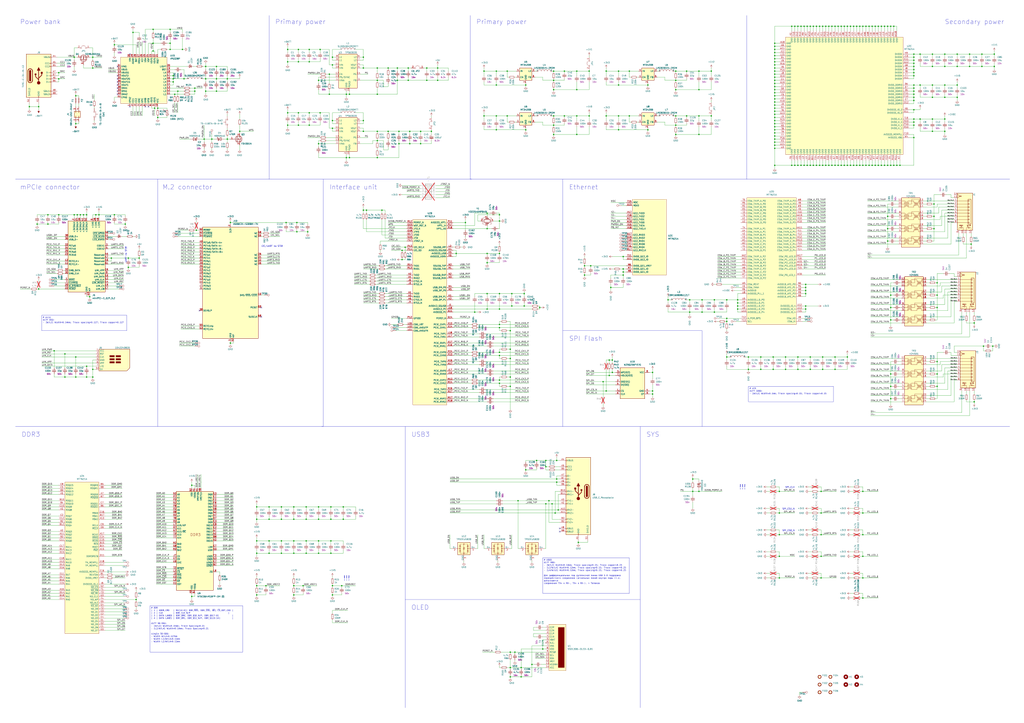
<source format=kicad_sch>
(kicad_sch (version 20230121) (generator eeschema)
  (paper "A1")
  (title_block (title "Open pocket router") (date "2023-09-13") (rev "0.1") (company "FOSS") (comment 2 "MuratovAS"))
  (lib_symbols
    (symbol "Connector:Bus_M.2_Socket_M"
      (property "Reference" "J10" (at 2.1941 50.8 0))
      (property "Value" "AS0BC21-S30BM-7H" (at 2.1941 48.26 0))
      (symbol "Bus_M.2_Socket_M_1_1"
        (pin power_in line (at 0 -48.26 90) (length 2.54) (name "GND") (number "1"))
        (pin bidirectional line (at 25.4 -10.16 180) (length 2.54) (name "DAS/~{DSS}/~{LED1}") (number "10"))
        (pin output line (at -25.4 0 0) (length 2.54) (name "PETn3") (number "11"))
        (pin passive line (at 0 48.26 270) (length 2.54) hide (name "3.3V") (number "12"))
        (pin output line (at -25.4 2.54 0) (length 2.54) (name "PETp3") (number "13"))
        (pin passive line (at 0 48.26 270) (length 2.54) hide (name "3.3V") (number "14"))
        (pin passive line (at 0 -48.26 90) (length 2.54) hide (name "GND") (number "15"))
        (pin passive line (at 0 48.26 270) (length 2.54) hide (name "3.3V") (number "16"))
        (pin input line (at -25.4 5.08 0) (length 2.54) (name "PERn2") (number "17"))
        (pin passive line (at 0 48.26 270) (length 2.54) hide (name "3.3V") (number "18"))
        (pin input line (at -25.4 7.62 0) (length 2.54) (name "PERp2") (number "19"))
        (pin power_in line (at 0 48.26 270) (length 2.54) (name "3.3V") (number "2"))
        (pin no_connect line (at 22.86 2.54 180) (length 2.54) hide (name "NC") (number "20"))
        (pin passive line (at 0 -48.26 90) (length 2.54) hide (name "GND") (number "21"))
        (pin no_connect line (at 22.86 5.08 180) (length 2.54) hide (name "NC") (number "22"))
        (pin output line (at -25.4 10.16 0) (length 2.54) (name "PETn2") (number "23"))
        (pin no_connect line (at 22.86 7.62 180) (length 2.54) hide (name "NC") (number "24"))
        (pin output line (at -25.4 12.7 0) (length 2.54) (name "PETp2") (number "25"))
        (pin no_connect line (at 22.86 10.16 180) (length 2.54) hide (name "NC") (number "26"))
        (pin passive line (at 0 -48.26 90) (length 2.54) hide (name "GND") (number "27"))
        (pin no_connect line (at 22.86 12.7 180) (length 2.54) hide (name "NC") (number "28"))
        (pin input line (at -25.4 15.24 0) (length 2.54) (name "PERn1") (number "29"))
        (pin passive line (at 0 -48.26 90) (length 2.54) hide (name "GND") (number "3"))
        (pin passive line (at 25.4 15.24 180) (length 2.54) (name "NC") (number "30"))
        (pin input line (at -25.4 17.78 0) (length 2.54) (name "PERp1") (number "31"))
        (pin passive line (at 25.4 17.78 180) (length 2.54) (name "NC") (number "32"))
        (pin passive line (at 0 -48.26 90) (length 2.54) hide (name "GND") (number "33"))
        (pin passive line (at 25.4 20.32 180) (length 2.54) (name "NC") (number "34"))
        (pin output line (at -25.4 20.32 0) (length 2.54) (name "PETn1") (number "35"))
        (pin passive line (at 25.4 22.86 180) (length 2.54) (name "NC") (number "36"))
        (pin output line (at -25.4 22.86 0) (length 2.54) (name "PETp1") (number "37"))
        (pin output line (at -25.4 -22.86 0) (length 2.54) (name "DEVSLP") (number "38"))
        (pin passive line (at 0 -48.26 90) (length 2.54) hide (name "GND") (number "39"))
        (pin passive line (at 0 48.26 270) (length 2.54) hide (name "3.3V") (number "4"))
        (pin no_connect line (at 22.86 25.4 180) (length 2.54) hide (name "NC") (number "40"))
        (pin input line (at -25.4 25.4 0) (length 2.54) (name "PERn0/SATA-B+") (number "41"))
        (pin no_connect line (at 22.86 27.94 180) (length 2.54) hide (name "NC") (number "42"))
        (pin input line (at -25.4 27.94 0) (length 2.54) (name "PERp0/SATA-B-") (number "43"))
        (pin no_connect line (at 22.86 30.48 180) (length 2.54) hide (name "NC") (number "44"))
        (pin passive line (at 0 -48.26 90) (length 2.54) hide (name "GND") (number "45"))
        (pin no_connect line (at 22.86 33.02 180) (length 2.54) hide (name "NC") (number "46"))
        (pin output line (at -25.4 30.48 0) (length 2.54) (name "PETn0/SATA-A-") (number "47"))
        (pin no_connect line (at 22.86 35.56 180) (length 2.54) hide (name "NC") (number "48"))
        (pin output line (at -25.4 33.02 0) (length 2.54) (name "PETp0/SATA-A+") (number "49"))
        (pin input line (at -25.4 -5.08 0) (length 2.54) (name "PERn3") (number "5"))
        (pin output line (at -25.4 43.18 0) (length 2.54) (name "~{PERST}") (number "50"))
        (pin passive line (at 0 -48.26 90) (length 2.54) hide (name "GND") (number "51"))
        (pin bidirectional line (at -25.4 40.64 0) (length 2.54) (name "~{CLKREQ}") (number "52"))
        (pin output line (at -25.4 -38.1 0) (length 2.54) (name "REFCLKn") (number "53"))
        (pin bidirectional line (at -25.4 38.1 0) (length 2.54) (name "~{PEWAKE}") (number "54"))
        (pin output line (at -25.4 -35.56 0) (length 2.54) (name "REFCLKp") (number "55"))
        (pin passive line (at 25.4 38.1 180) (length 2.54) (name "NC") (number "56"))
        (pin passive line (at 0 -48.26 90) (length 2.54) hide (name "GND") (number "57"))
        (pin passive line (at 25.4 40.64 180) (length 2.54) (name "NC") (number "58"))
        (pin no_connect line (at 22.86 -2.54 180) (length 2.54) hide (name "NC") (number "6"))
        (pin no_connect line (at 22.86 -5.08 180) (length 2.54) hide (name "NC") (number "67"))
        (pin output line (at 25.4 -27.94 180) (length 2.54) (name "SUSCLK") (number "68"))
        (pin passive line (at 25.4 -20.32 180) (length 2.54) (name "PEDET") (number "69"))
        (pin input line (at -25.4 -2.54 0) (length 2.54) (name "PERp3") (number "7"))
        (pin passive line (at 0 48.26 270) (length 2.54) hide (name "3.3V") (number "70"))
        (pin passive line (at 0 -48.26 90) (length 2.54) hide (name "GND") (number "71"))
        (pin passive line (at 0 48.26 270) (length 2.54) hide (name "3.3V") (number "72"))
        (pin passive line (at 0 -48.26 90) (length 2.54) hide (name "GND") (number "73"))
        (pin passive line (at 0 48.26 270) (length 2.54) hide (name "3.3V") (number "74"))
        (pin passive line (at 0 -48.26 90) (length 2.54) hide (name "GND") (number "75"))
        (pin no_connect line (at 22.86 0 180) (length 2.54) hide (name "NC") (number "8"))
        (pin passive line (at 0 -48.26 90) (length 2.54) hide (name "GND") (number "9"))
        (pin passive line (at 2.54 -48.26 90) (length 2.54) hide (name "MP") (number "S1"))
        (pin passive line (at 2.54 -48.26 90) (length 2.54) (name "MP") (number "S2"))
      )
    )
    (symbol "Connector:Bus_PCI_Express_Mini"
      (property "Reference" "J" (at -16.51 31.75 0))
      (property "Value" "Bus_PCI_Express_Mini" (at 22.86 31.75 0))
      (symbol "Bus_PCI_Express_Mini_1_1"
        (pin open_collector line (at -17.78 -17.78 0) (length 2.54) (name "~{WAKE}") (number "1"))
        (pin bidirectional line (at 17.78 -15.24 180) (length 2.54) (name "UIM_DATA") (number "10"))
        (pin input line (at -17.78 -5.08 0) (length 2.54) (name "REFCLK-") (number "11"))
        (pin output line (at 17.78 -17.78 180) (length 2.54) (name "UIM_CLK") (number "12"))
        (pin input line (at -17.78 -2.54 0) (length 2.54) (name "REFCLK+") (number "13"))
        (pin output line (at 17.78 -20.32 180) (length 2.54) (name "~{UIM_RESET}") (number "14"))
        (pin passive line (at 0 -30.48 90) (length 2.54) hide (name "GND") (number "15"))
        (pin power_out line (at 17.78 -10.16 180) (length 2.54) (name "UIM_VPP") (number "16"))
        (pin passive line (at 17.78 -25.4 180) (length 2.54) (name "UIM_C8") (number "17"))
        (pin passive line (at 0 -30.48 90) (length 2.54) hide (name "GND") (number "18"))
        (pin passive line (at 17.78 -22.86 180) (length 2.54) (name "UIM_C4") (number "19"))
        (pin power_in line (at -10.16 33.02 270) (length 2.54) (name "+3V3AUX") (number "2"))
        (pin input line (at -17.78 -22.86 0) (length 2.54) (name "~{W_DISABLE}") (number "20"))
        (pin passive line (at 0 -30.48 90) (length 2.54) hide (name "GND") (number "21"))
        (pin input line (at -17.78 -25.4 0) (length 2.54) (name "~{PERST}") (number "22"))
        (pin output line (at -17.78 2.54 0) (length 2.54) (name "PERn0") (number "23"))
        (pin power_in line (at -7.62 33.02 270) (length 2.54) (name "+3V3AUX") (number "24"))
        (pin output line (at -17.78 5.08 0) (length 2.54) (name "PERp0") (number "25"))
        (pin passive line (at 0 -30.48 90) (length 2.54) hide (name "GND") (number "26"))
        (pin passive line (at 0 -30.48 90) (length 2.54) hide (name "GND") (number "27"))
        (pin power_in line (at 7.62 33.02 270) (length 2.54) (name "+1V5") (number "28"))
        (pin passive line (at 0 -30.48 90) (length 2.54) hide (name "GND") (number "29"))
        (pin passive line (at 17.78 10.16 180) (length 2.54) (name "COEX1") (number "3"))
        (pin input line (at -17.78 -12.7 0) (length 2.54) (name "SMB_CLK") (number "30"))
        (pin input line (at -17.78 7.62 0) (length 2.54) (name "PETn0") (number "31"))
        (pin bidirectional line (at -17.78 -10.16 0) (length 2.54) (name "SMB_DATA") (number "32"))
        (pin input line (at -17.78 10.16 0) (length 2.54) (name "PETp0") (number "33"))
        (pin passive line (at 0 -30.48 90) (length 2.54) hide (name "GND") (number "34"))
        (pin passive line (at 0 -30.48 90) (length 2.54) hide (name "GND") (number "35"))
        (pin bidirectional line (at -17.78 15.24 0) (length 2.54) (name "USB_D-") (number "36"))
        (pin passive line (at 0 -30.48 90) (length 2.54) hide (name "GND") (number "37"))
        (pin bidirectional line (at -17.78 17.78 0) (length 2.54) (name "USB_D+") (number "38"))
        (pin power_in line (at -5.08 33.02 270) (length 2.54) (name "+3V3AUX") (number "39"))
        (pin power_in line (at 0 -30.48 90) (length 2.54) (name "GND") (number "4"))
        (pin passive line (at 0 -30.48 90) (length 2.54) hide (name "GND") (number "40"))
        (pin power_in line (at -2.54 33.02 270) (length 2.54) (name "+3V3AUX") (number "41"))
        (pin open_collector line (at 17.78 15.24 180) (length 2.54) (name "~{LED_WWAN}") (number "42"))
        (pin passive line (at 0 -30.48 90) (length 2.54) hide (name "GND") (number "43"))
        (pin open_collector line (at 17.78 17.78 180) (length 2.54) (name "~{LED_WLAN}") (number "44"))
        (pin passive line (at 17.78 2.54 180) (length 2.54) (name "Reserved") (number "45"))
        (pin open_collector line (at 17.78 20.32 180) (length 2.54) (name "~{LED_WPAN}") (number "46"))
        (pin passive line (at 17.78 0 180) (length 2.54) (name "Reserved") (number "47"))
        (pin power_in line (at 10.16 33.02 270) (length 2.54) (name "+1V5") (number "48"))
        (pin passive line (at 17.78 -2.54 180) (length 2.54) (name "Reserved") (number "49"))
        (pin passive line (at 17.78 7.62 180) (length 2.54) (name "COEX2") (number "5"))
        (pin passive line (at 0 -30.48 90) (length 2.54) hide (name "GND") (number "50"))
        (pin passive line (at 17.78 -5.08 180) (length 2.54) (name "Reserved") (number "51"))
        (pin power_in line (at 0 33.02 270) (length 2.54) (name "+3V3AUX") (number "52"))
        (pin power_in line (at 5.08 33.02 270) (length 2.54) (name "+1V5") (number "6"))
        (pin open_collector line (at -17.78 -20.32 0) (length 2.54) (name "~{CLKREQ}") (number "7"))
        (pin power_out line (at 17.78 -12.7 180) (length 2.54) (name "UIM_PWR") (number "8"))
        (pin passive line (at 0 -30.48 90) (length 2.54) hide (name "GND") (number "9"))
        (pin passive line (at 2.54 -30.48 90) (length 2.54) (name "MP") (number "MP"))
      )
    )
    (symbol "Connector:SIM_Card_Shielded"
      (property "Reference" "J6" (at -10.16 10.16 0))
      (property "Value" "1042240820" (at 15.24 10.16 0))
      (symbol "SIM_Card_Shielded_1_1"
        (pin power_in line (at -12.7 7.62 0) (length 2.54) (name "VCC") (number "1"))
        (pin input line (at -12.7 5.08 0) (length 2.54) (name "RST") (number "2"))
        (pin input line (at -12.7 2.54 0) (length 2.54) (name "CLK") (number "3"))
        (pin power_in line (at -12.7 0 0) (length 2.54) (name "GND") (number "5"))
        (pin input line (at -12.7 -2.54 0) (length 2.54) (name "VPP") (number "6"))
        (pin bidirectional line (at -12.7 -5.08 0) (length 2.54) (name "I/O") (number "7"))
        (pin passive line (at 17.78 6.35 180) (length 2.54) hide (name "N.C.") (number "N.C."))
        (pin passive line (at -12.7 -7.62 0) (length 2.54) (name "SH") (number "SH"))
      )
    )
    (symbol "Connector:TestPoint" (pin_numbers hide) (pin_names (offset 0.762) hide)
      (property "Reference" "TP" (at 0 6.858 0))
      (property "Value" "TestPoint" (at 0 5.08 0))
      (symbol "TestPoint_1_1"
        (pin passive line (at 0 0 90) (length 2.54) (name "1") (number "1"))
      )
    )
    (symbol "Connector:USB_C_Receptacle" (pin_names (offset 1.016))
      (property "Reference" "J" (at -10.16 29.21 0))
      (property "Value" "USB_C_Receptacle" (at 10.16 29.21 0))
      (symbol "USB_C_Receptacle_1_1"
        (pin passive line (at 0 -40.64 90) (length 5.08) (name "GND") (number "A1"))
        (pin bidirectional line (at 15.24 -15.24 180) (length 5.08) (name "RX2-") (number "A10"))
        (pin bidirectional line (at 15.24 -17.78 180) (length 5.08) (name "RX2+") (number "A11"))
        (pin passive line (at 0 -40.64 90) (length 5.08) hide (name "GND") (number "A12"))
        (pin bidirectional line (at 15.24 -10.16 180) (length 5.08) (name "TX1+") (number "A2"))
        (pin bidirectional line (at 15.24 -7.62 180) (length 5.08) (name "TX1-") (number "A3"))
        (pin passive line (at 15.24 25.4 180) (length 5.08) (name "VBUS") (number "A4"))
        (pin bidirectional line (at 15.24 20.32 180) (length 5.08) (name "CC1") (number "A5"))
        (pin bidirectional line (at 15.24 7.62 180) (length 5.08) (name "D+") (number "A6"))
        (pin bidirectional line (at 15.24 12.7 180) (length 5.08) (name "D-") (number "A7"))
        (pin bidirectional line (at 15.24 -30.48 180) (length 5.08) (name "SBU1") (number "A8"))
        (pin passive line (at 15.24 25.4 180) (length 5.08) hide (name "VBUS") (number "A9"))
        (pin passive line (at 0 -40.64 90) (length 5.08) hide (name "GND") (number "B1"))
        (pin bidirectional line (at 15.24 0 180) (length 5.08) (name "RX1-") (number "B10"))
        (pin bidirectional line (at 15.24 -2.54 180) (length 5.08) (name "RX1+") (number "B11"))
        (pin passive line (at 0 -40.64 90) (length 5.08) hide (name "GND") (number "B12"))
        (pin bidirectional line (at 15.24 -25.4 180) (length 5.08) (name "TX2+") (number "B2"))
        (pin bidirectional line (at 15.24 -22.86 180) (length 5.08) (name "TX2-") (number "B3"))
        (pin passive line (at 15.24 25.4 180) (length 5.08) hide (name "VBUS") (number "B4"))
        (pin bidirectional line (at 15.24 17.78 180) (length 5.08) (name "CC2") (number "B5"))
        (pin bidirectional line (at 15.24 5.08 180) (length 5.08) (name "D+") (number "B6"))
        (pin bidirectional line (at 15.24 10.16 180) (length 5.08) (name "D-") (number "B7"))
        (pin bidirectional line (at 15.24 -33.02 180) (length 5.08) (name "SBU2") (number "B8"))
        (pin passive line (at 15.24 25.4 180) (length 5.08) hide (name "VBUS") (number "B9"))
        (pin passive line (at -7.62 -40.64 90) (length 5.08) (name "SHIELD") (number "S1"))
      )
    )
    (symbol "Connector:USB_C_Receptacle_USB2.0" (pin_names (offset 1.016))
      (property "Reference" "J" (at -10.16 19.05 0))
      (property "Value" "USB_C_Receptacle_USB2.0" (at 19.05 19.05 0))
      (symbol "USB_C_Receptacle_USB2.0_1_1"
        (pin passive line (at 0 -22.86 90) (length 5.08) (name "GND") (number "A1"))
        (pin passive line (at 0 -22.86 90) (length 5.08) hide (name "GND") (number "A12"))
        (pin passive line (at 15.24 15.24 180) (length 5.08) (name "VBUS") (number "A4"))
        (pin bidirectional line (at 15.24 10.16 180) (length 5.08) (name "CC1") (number "A5"))
        (pin bidirectional line (at 15.24 -2.54 180) (length 5.08) (name "D+") (number "A6"))
        (pin bidirectional line (at 15.24 2.54 180) (length 5.08) (name "D-") (number "A7"))
        (pin bidirectional line (at 15.24 -12.7 180) (length 5.08) (name "SBU1") (number "A8"))
        (pin passive line (at 15.24 15.24 180) (length 5.08) hide (name "VBUS") (number "A9"))
        (pin passive line (at 0 -22.86 90) (length 5.08) hide (name "GND") (number "B1"))
        (pin passive line (at 0 -22.86 90) (length 5.08) hide (name "GND") (number "B12"))
        (pin passive line (at 15.24 15.24 180) (length 5.08) hide (name "VBUS") (number "B4"))
        (pin bidirectional line (at 15.24 7.62 180) (length 5.08) (name "CC2") (number "B5"))
        (pin bidirectional line (at 15.24 -5.08 180) (length 5.08) (name "D+") (number "B6"))
        (pin bidirectional line (at 15.24 0 180) (length 5.08) (name "D-") (number "B7"))
        (pin bidirectional line (at 15.24 -15.24 180) (length 5.08) (name "SBU2") (number "B8"))
        (pin passive line (at 15.24 15.24 180) (length 5.08) hide (name "VBUS") (number "B9"))
        (pin passive line (at -7.62 -22.86 90) (length 5.08) (name "SHIELD") (number "S1"))
      )
    )
    (symbol "Connector_Generic:Conn_02x02_Top_Bottom" (pin_names (offset 1.016) hide)
      (property "Reference" "J" (at 1.27 2.54 0))
      (property "Value" "Conn_02x02_Top_Bottom" (at 1.27 -5.08 0))
      (symbol "Conn_02x02_Top_Bottom_1_1"
        (pin passive line (at -5.08 0 0) (length 3.81) (name "Pin_1") (number "1"))
        (pin passive line (at -5.08 -2.54 0) (length 3.81) (name "Pin_2") (number "2"))
        (pin passive line (at 7.62 0 180) (length 3.81) (name "Pin_3") (number "3"))
        (pin passive line (at 7.62 -2.54 180) (length 3.81) (name "Pin_4") (number "4"))
      )
    )
    (symbol "Connector_Generic:Conn_02x05_Counter_Clockwise" (pin_names (offset 1.016) hide)
      (property "Reference" "J" (at 1.27 7.62 0))
      (property "Value" "Conn_02x05_Counter_Clockwise" (at 1.27 -7.62 0))
      (symbol "Conn_02x05_Counter_Clockwise_1_1"
        (pin passive line (at -5.08 5.08 0) (length 3.81) (name "Pin_1") (number "1"))
        (pin passive line (at 7.62 5.08 180) (length 3.81) (name "Pin_10") (number "10"))
        (pin passive line (at -5.08 2.54 0) (length 3.81) (name "Pin_2") (number "2"))
        (pin passive line (at -5.08 0 0) (length 3.81) (name "Pin_3") (number "3"))
        (pin passive line (at -5.08 -2.54 0) (length 3.81) (name "Pin_4") (number "4"))
        (pin passive line (at -5.08 -5.08 0) (length 3.81) (name "Pin_5") (number "5"))
        (pin passive line (at 7.62 -5.08 180) (length 3.81) (name "Pin_6") (number "6"))
        (pin passive line (at 7.62 -2.54 180) (length 3.81) (name "Pin_7") (number "7"))
        (pin passive line (at 7.62 0 180) (length 3.81) (name "Pin_8") (number "8"))
        (pin passive line (at 7.62 2.54 180) (length 3.81) (name "Pin_9") (number "9"))
      )
    )
    (symbol "DS1128-09-S8B8X_1"
      (property "Reference" "J" (at 7.62 8.89 0))
      (property "Value" "DS1128-09-S8B8X_1" (at 7.62 6.35 0))
      (symbol "DS1128-09-S8B8X_1_1_1"
        (text "GND" (at 3.81 -17.78 0) (effects (font (size 0.635 0.635))))
        (text "GREEN" (at 3.048 6.223 0) (effects (font (size 0.635 0.635))))
        (text "YELLOW" (at -3.302 6.223 0) (effects (font (size 0.635 0.635))))
        (pin passive line (at 8.89 -13.97 180) (length 2.54) (name "") (number "1"))
        (pin passive line (at 1.27 12.7 270) (length 2.54) (name "") (number "10"))
        (pin passive line (at -1.27 12.7 270) (length 2.54) (name "") (number "11"))
        (pin passive line (at -5.08 12.7 270) (length 2.54) (name "") (number "12"))
        (pin passive line (at 8.89 -16.51 180) (length 2.54) (name "") (number "13"))
        (pin passive line (at 8.89 -19.05 180) (length 2.54) (name "") (number "14"))
        (pin passive line (at 8.89 -11.43 180) (length 2.54) (name "") (number "2"))
        (pin passive line (at 8.89 -8.89 180) (length 2.54) (name "") (number "3"))
        (pin passive line (at 8.89 -6.35 180) (length 2.54) (name "") (number "4"))
        (pin passive line (at 8.89 -3.81 180) (length 2.54) (name "") (number "5"))
        (pin passive line (at 8.89 -1.27 180) (length 2.54) (name "") (number "6"))
        (pin passive line (at 8.89 1.27 180) (length 2.54) (name "") (number "7"))
        (pin passive line (at 8.89 3.81 180) (length 2.54) (name "") (number "8"))
        (pin passive line (at 5.08 12.7 270) (length 2.54) (name "") (number "9"))
      )
    )
    (symbol "Device:C_Small" (pin_numbers hide) (pin_names (offset 0.254) hide)
      (property "Reference" "C" (at 0.254 1.778 0))
      (property "Value" "C_Small" (at 0.254 -2.032 0))
      (symbol "C_Small_1_1"
        (pin passive line (at 0 2.54 270) (length 2.032) (name "~") (number "1"))
        (pin passive line (at 0 -2.54 90) (length 2.032) (name "~") (number "2"))
      )
    )
    (symbol "Device:Crystal_GND24" (pin_names (offset 1.016) hide)
      (property "Reference" "Y" (at 3.175 5.08 0))
      (property "Value" "Crystal_GND24" (at 3.175 3.175 0))
      (symbol "Crystal_GND24_1_1"
        (pin passive line (at -3.81 0 0) (length 1.27) (name "1") (number "1"))
        (pin passive line (at 0 5.08 270) (length 1.27) (name "2") (number "2"))
        (pin passive line (at 3.81 0 180) (length 1.27) (name "3") (number "3"))
        (pin passive line (at 0 -5.08 90) (length 1.27) (name "4") (number "4"))
      )
    )
    (symbol "Device:Fuse_Small" (pin_numbers hide) (pin_names (offset 0.254) hide)
      (property "Reference" "F" (at 0 -1.524 0))
      (property "Value" "Fuse_Small" (at 0 1.524 0))
      (symbol "Fuse_Small_1_1"
        (pin passive line (at -2.54 0 0) (length 1.27) (name "~") (number "1"))
        (pin passive line (at 2.54 0 180) (length 1.27) (name "~") (number "2"))
      )
    )
    (symbol "Device:LED_Small" (pin_numbers hide) (pin_names (offset 0.254) hide)
      (property "Reference" "D" (at -1.27 3.175 0))
      (property "Value" "LED_Small" (at -4.445 -2.54 0))
      (symbol "LED_Small_1_1"
        (pin passive line (at -2.54 0 0) (length 1.778) (name "K") (number "1"))
        (pin passive line (at 2.54 0 180) (length 1.778) (name "A") (number "2"))
      )
    )
    (symbol "Device:R_Small" (pin_numbers hide) (pin_names (offset 0.254) hide)
      (property "Reference" "R" (at 0.762 0.508 0))
      (property "Value" "R_Small" (at 0.762 -1.016 0))
      (symbol "R_Small_1_1"
        (pin passive line (at 0 2.54 270) (length 0.762) (name "~") (number "1"))
        (pin passive line (at 0 -2.54 90) (length 0.762) (name "~") (number "2"))
      )
    )
    (symbol "Diode:MBR0540" (pin_numbers hide) (pin_names (offset 1.016) hide)
      (property "Reference" "D" (at 0 2.54 0))
      (property "Value" "MBR0540" (at 0 -2.54 0))
      (symbol "MBR0540_1_1"
        (pin passive line (at -3.81 0 0) (length 2.54) (name "K") (number "1"))
        (pin passive line (at 3.81 0 180) (length 2.54) (name "A") (number "2"))
      )
    )
    (symbol "Jumper:Jumper_2_Open" (pin_names (offset 0) hide)
      (property "Reference" "JP" (at 0 2.794 0))
      (property "Value" "Jumper_2_Open" (at 0 -2.286 0))
      (symbol "Jumper_2_Open_1_1"
        (pin passive line (at -5.08 0 0) (length 2.54) (name "A") (number "1"))
        (pin passive line (at 5.08 0 180) (length 2.54) (name "B") (number "2"))
      )
    )
    (symbol "MAS_IC_MCU:MT7621A"
      (property "Reference" "U" (at -13.97 63.5 0))
      (property "Value" "MT7621A" (at 13.97 63.5 0))
      (symbol "MT7621A_1_1"
        (pin bidirectional line (at -19.05 19.05 0) (length 5.08) (name "RDQ2") (number "A11"))
        (pin output line (at 19.05 31.75 180) (length 5.08) (name "RBA2") (number "A13"))
        (pin output line (at 19.05 6.35 180) (length 5.08) (name "~{RWE}") (number "A15"))
        (pin output line (at -19.05 -26.67 0) (length 5.08) (name "RA3") (number "A16"))
        (pin output line (at 19.05 19.05 180) (length 5.08) (name "RCKE") (number "A17"))
        (pin bidirectional line (at -19.05 21.59 0) (length 5.08) (name "RDQ3") (number "A2"))
        (pin bidirectional line (at -19.05 39.37 0) (length 5.08) (name "RDQ8") (number "A3"))
        (pin bidirectional line (at -19.05 52.07 0) (length 5.08) (name "RDQ12") (number "A5"))
        (pin bidirectional line (at 19.05 52.07 180) (length 5.08) (name "RDQS0") (number "A7"))
        (pin unspecified line (at 19.05 -13.97 180) (length 5.08) (name "REXTDN") (number "B1"))
        (pin output line (at -19.05 46.99 0) (length 5.08) (name "RDQ11") (number "B10"))
        (pin bidirectional line (at -19.05 26.67 0) (length 5.08) (name "RDQ4") (number "B12"))
        (pin output line (at -19.05 6.35 0) (length 5.08) (name "RA13") (number "B13"))
        (pin output line (at 19.05 8.89 180) (length 5.08) (name "RODT") (number "B14"))
        (pin output line (at 19.05 11.43 180) (length 5.08) (name "~{RCS}") (number "B15"))
        (pin output line (at -19.05 -19.05 0) (length 5.08) (name "RA5") (number "B16"))
        (pin output line (at 19.05 34.29 180) (length 5.08) (name "RBA1") (number "B17"))
        (pin output line (at -19.05 -31.75 0) (length 5.08) (name "RA1") (number "B18"))
        (pin bidirectional line (at -19.05 29.21 0) (length 5.08) (name "RDQ5") (number "B2"))
        (pin bidirectional line (at -19.05 16.51 0) (length 5.08) (name "RDQ1") (number "B3"))
        (pin bidirectional line (at -19.05 44.45 0) (length 5.08) (name "RDQ10") (number "B4"))
        (pin output line (at 19.05 59.69 180) (length 5.08) (name "RDQM0") (number "B5"))
        (pin bidirectional line (at 19.05 41.91 180) (length 5.08) (name "~{RDQS1}") (number "B6"))
        (pin bidirectional line (at 19.05 49.53 180) (length 5.08) (name "~{RDQS0}") (number "B7"))
        (pin output line (at 19.05 57.15 180) (length 5.08) (name "RDQM1") (number "B8"))
        (pin bidirectional line (at -19.05 54.61 0) (length 5.08) (name "RDQ13") (number "B9"))
        (pin bidirectional line (at 19.05 -57.15 180) (length 5.08) (name "ND_D6") (number "C1"))
        (pin bidirectional line (at -19.05 41.91 0) (length 5.08) (name "RDQ9") (number "C10"))
        (pin bidirectional line (at -19.05 13.97 0) (length 5.08) (name "RDQ0") (number "C11"))
        (pin bidirectional line (at -19.05 31.75 0) (length 5.08) (name "RDQ6") (number "C12"))
        (pin output line (at 19.05 16.51 180) (length 5.08) (name "~{RRAS}") (number "C14"))
        (pin output line (at 19.05 13.97 180) (length 5.08) (name "~{RCAS}") (number "C15"))
        (pin output line (at 19.05 36.83 180) (length 5.08) (name "RBA0") (number "C16"))
        (pin output line (at -19.05 8.89 0) (length 5.08) (name "RA14") (number "C17"))
        (pin output line (at -19.05 -1.27 0) (length 5.08) (name "RA11") (number "C18"))
        (pin bidirectional line (at -19.05 34.29 0) (length 5.08) (name "RDQ7") (number "C2"))
        (pin power_in line (at 19.05 -16.51 180) (length 5.08) (name "DVDD_VREF") (number "C3"))
        (pin bidirectional line (at -19.05 57.15 0) (length 5.08) (name "RDQ14") (number "C5"))
        (pin bidirectional line (at 19.05 44.45 180) (length 5.08) (name "RDQS1") (number "C7"))
        (pin bidirectional line (at -19.05 59.69 0) (length 5.08) (name "RDQ15") (number "C8"))
        (pin output line (at 19.05 26.67 180) (length 5.08) (name "RCLK") (number "C9"))
        (pin bidirectional line (at 19.05 -52.07 180) (length 5.08) (name "ND_D4") (number "D1"))
        (pin output line (at 19.05 1.27 180) (length 5.08) (name "DDR3RSTB") (number "D11"))
        (pin output line (at -19.05 -6.35 0) (length 5.08) (name "RA9") (number "D13"))
        (pin output line (at -19.05 -29.21 0) (length 5.08) (name "RA2") (number "D14"))
        (pin output line (at -19.05 3.81 0) (length 5.08) (name "RA12") (number "D15"))
        (pin output line (at -19.05 -8.89 0) (length 5.08) (name "RA8") (number "D16"))
        (pin output line (at -19.05 -16.51 0) (length 5.08) (name "RA6") (number "D17"))
        (pin bidirectional line (at 19.05 -54.61 180) (length 5.08) (name "ND_D5") (number "D2"))
        (pin bidirectional line (at 19.05 -59.69 180) (length 5.08) (name "ND_D7") (number "D3"))
        (pin output line (at 19.05 24.13 180) (length 5.08) (name "~{RCLK}") (number "D9"))
        (pin output line (at -19.05 -13.97 0) (length 5.08) (name "RA7") (number "E11"))
        (pin output line (at -19.05 -3.81 0) (length 5.08) (name "RA10") (number "E13"))
        (pin output line (at -19.05 -34.29 0) (length 5.08) (name "RA0") (number "E14"))
        (pin output line (at -19.05 -21.59 0) (length 5.08) (name "RA4") (number "E15"))
        (pin power_in line (at 19.05 -11.43 180) (length 5.08) (name "AVDD33_MEMPLL") (number "E16"))
        (pin unspecified line (at 19.05 -6.35 180) (length 5.08) (name "TP_MEMPLL") (number "E17"))
        (pin unspecified line (at 19.05 -3.81 180) (length 5.08) (name "TN_MEMPLL") (number "E18"))
        (pin bidirectional line (at 19.05 -46.99 180) (length 5.08) (name "ND_D2") (number "E2"))
        (pin bidirectional line (at 19.05 -44.45 180) (length 5.08) (name "ND_D1") (number "E3"))
        (pin bidirectional line (at 19.05 -49.53 180) (length 5.08) (name "ND_D3") (number "E4"))
        (pin input line (at 19.05 -26.67 180) (length 5.08) (name "~{ND_RB}") (number "F1"))
        (pin bidirectional line (at 19.05 -41.91 180) (length 5.08) (name "ND_D0") (number "F2"))
        (pin output line (at 19.05 -29.21 180) (length 5.08) (name "~{ND_RE}") (number "F3"))
        (pin output line (at 19.05 -34.29 180) (length 5.08) (name "ND_WP") (number "F4"))
        (pin output line (at 19.05 -24.13 180) (length 5.08) (name "~{ND_CS}") (number "G2"))
        (pin output line (at 19.05 -31.75 180) (length 5.08) (name "ND_CLE") (number "G3"))
        (pin output line (at 19.05 -39.37 180) (length 5.08) (name "~{ND_WE}") (number "G4"))
        (pin output line (at 19.05 -36.83 180) (length 5.08) (name "ND_ALE") (number "G5"))
        (pin power_in line (at 19.05 -21.59 180) (length 5.08) (name "DVDD33_IO_1") (number "J6"))
      )
      (symbol "MT7621A_2_1"
        (pin bidirectional line (at -19.05 54.61 0) (length 5.08) (name "JTCLK") (number "F16"))
        (pin bidirectional line (at -19.05 44.45 0) (length 5.08) (name "JTRST_N") (number "F17"))
        (pin output line (at 19.05 -19.05 180) (length 5.08) (name "PERST_N") (number "G14"))
        (pin output line (at -19.05 57.15 0) (length 5.08) (name "WDT_RST_N") (number "G15"))
        (pin bidirectional line (at -19.05 46.99 0) (length 5.08) (name "JTDI") (number "G16"))
        (pin output line (at -19.05 49.53 0) (length 5.08) (name "JTDO") (number "G17"))
        (pin bidirectional line (at -19.05 52.07 0) (length 5.08) (name "JTMS") (number "G18"))
        (pin output line (at -19.05 1.27 0) (length 5.08) (name "TXD3") (number "H1"))
        (pin output line (at 19.05 -49.53 180) (length 5.08) (name "PCIE_CKN0") (number "H13"))
        (pin output line (at 19.05 -46.99 180) (length 5.08) (name "PCIE_CKP0") (number "H14"))
        (pin output line (at 19.05 -54.61 180) (length 5.08) (name "PCIE_TXP0") (number "H16"))
        (pin output line (at 19.05 -57.15 180) (length 5.08) (name "PCIE_TXN0") (number "H17"))
        (pin output line (at -19.05 16.51 0) (length 5.08) (name "TXD2") (number "H2"))
        (pin input line (at -19.05 -1.27 0) (length 5.08) (name "RXD3") (number "H3"))
        (pin input line (at -19.05 13.97 0) (length 5.08) (name "RXD2") (number "H4"))
        (pin input line (at -19.05 -3.81 0) (length 5.08) (name "CTS3_N") (number "H5"))
        (pin power_in line (at 19.05 -8.89 180) (length 5.08) (name "AVDD12_SSUSB") (number "J1"))
        (pin input line (at 19.05 -64.77 180) (length 5.08) (name "PCIE_RXN0") (number "J16"))
        (pin input line (at 19.05 -62.23 180) (length 5.08) (name "PCIE_RXP0") (number "J17"))
        (pin power_in line (at 19.05 -11.43 180) (length 5.08) (name "AVDD12_PE") (number "J18"))
        (pin output line (at -19.05 8.89 0) (length 5.08) (name "RTS2_N") (number "J3"))
        (pin output line (at -19.05 -6.35 0) (length 5.08) (name "RTS3_N") (number "J4"))
        (pin input line (at -19.05 11.43 0) (length 5.08) (name "CTS2_N") (number "J5"))
        (pin bidirectional line (at 19.05 -1.27 180) (length 5.08) (name "USB_DM_P1") (number "K1"))
        (pin output line (at 19.05 -24.13 180) (length 5.08) (name "PCIE_CKP1") (number "K13"))
        (pin output line (at 19.05 -26.67 180) (length 5.08) (name "PCIE_CKN1") (number "K14"))
        (pin input line (at 19.05 -41.91 180) (length 5.08) (name "PCIE_RXN1") (number "K16"))
        (pin input line (at 19.05 -39.37 180) (length 5.08) (name "PCIE_RXP1") (number "K17"))
        (pin bidirectional line (at 19.05 -3.81 180) (length 5.08) (name "USB_DP_P1") (number "K2"))
        (pin power_in line (at 19.05 36.83 180) (length 5.08) (name "AVDD33_SSUSB") (number "K4"))
        (pin power_in line (at 19.05 34.29 180) (length 5.08) (name "AVDD33_USB") (number "K5"))
        (pin power_in line (at 19.05 31.75 180) (length 5.08) (name "AVDD33_XDRV") (number "K6"))
        (pin unspecified line (at -19.05 -26.67 0) (length 5.08) (name "CBG_AVOUTP") (number "L10"))
        (pin unspecified line (at -19.05 -29.21 0) (length 5.08) (name "CBG_AVOUTN") (number "L11"))
        (pin unspecified line (at -19.05 -24.13 0) (length 5.08) (name "CBG_VRT") (number "L16"))
        (pin output line (at 19.05 -34.29 180) (length 5.08) (name "PCIE_TXN1") (number "L17"))
        (pin output line (at 19.05 -31.75 180) (length 5.08) (name "PCIE_TXP1") (number "L18"))
        (pin bidirectional line (at 19.05 39.37 180) (length 5.08) (name "SSUSB_VRT") (number "L2"))
        (pin bidirectional line (at 19.05 21.59 180) (length 5.08) (name "SSUSB_TXN") (number "M1"))
        (pin output line (at 19.05 -69.85 180) (length 5.08) (name "PCIE_CKP2") (number "M13"))
        (pin output line (at 19.05 -72.39 180) (length 5.08) (name "PCIE_CKN2") (number "M14"))
        (pin input line (at 19.05 -85.09 180) (length 5.08) (name "PCIE_RXP2") (number "M17"))
        (pin input line (at 19.05 -87.63 180) (length 5.08) (name "PCIE_RXN2") (number "M18"))
        (pin bidirectional line (at 19.05 24.13 180) (length 5.08) (name "SSUSB_TXP") (number "M2"))
        (pin bidirectional line (at 19.05 6.35 180) (length 5.08) (name "USB_DM_P0") (number "M4"))
        (pin bidirectional line (at 19.05 3.81 180) (length 5.08) (name "USB_DP_P0") (number "M5"))
        (pin power_in line (at 19.05 -13.97 180) (length 5.08) (name "AVDD33_PE") (number "N11"))
        (pin output line (at 19.05 -77.47 180) (length 5.08) (name "PCIE_TXP2") (number "N16"))
        (pin output line (at 19.05 -80.01 180) (length 5.08) (name "PCIE_TXN2") (number "N17"))
        (pin bidirectional line (at 19.05 16.51 180) (length 5.08) (name "SSUSB_RXP") (number "N2"))
        (pin bidirectional line (at 19.05 13.97 180) (length 5.08) (name "SSUSB_RXN") (number "N3"))
        (pin power_in line (at 19.05 59.69 180) (length 5.08) (name "AVDD33_XPTL") (number "P11"))
        (pin output line (at -19.05 -19.05 0) (length 5.08) (name "GPIO0") (number "P12"))
        (pin bidirectional line (at -19.05 39.37 0) (length 5.08) (name "I2C_SCLK") (number "P13"))
        (pin output line (at -19.05 36.83 0) (length 5.08) (name "I2C_SD") (number "P14"))
        (pin input line (at 19.05 57.15 180) (length 5.08) (name "XPTL_XI") (number "P17"))
        (pin input line (at 19.05 54.61 180) (length 5.08) (name "XPTL_XO") (number "P18"))
        (pin input line (at -19.05 59.69 0) (length 5.08) (name "PORST_N") (number "R12"))
        (pin input line (at -19.05 21.59 0) (length 5.08) (name "RXD1") (number "R13"))
        (pin output line (at -19.05 24.13 0) (length 5.08) (name "TXD1") (number "R14"))
      )
      (symbol "MT7621A_3_1"
        (pin power_in line (at -43.18 53.34 270) (length 5.08) (name "GND") (number "A1"))
        (pin power_in line (at -53.34 43.18 0) (length 5.08) (name "GND") (number "A18"))
        (pin power_in line (at -53.34 40.64 0) (length 5.08) (name "GND") (number "A9"))
        (pin power_in line (at 40.64 53.34 270) (length 5.08) (name "GND") (number "AA1"))
        (pin power_in line (at 43.18 53.34 270) (length 5.08) (name "GND") (number "AA18"))
        (pin power_in line (at 17.78 53.34 270) (length 5.08) (name "GND") (number "AA6"))
        (pin power_in line (at 20.32 53.34 270) (length 5.08) (name "GND") (number "AA8"))
        (pin power_in line (at -25.4 -53.34 90) (length 5.08) (name "GND") (number "B11"))
        (pin power_in line (at -53.34 2.54 0) (length 5.08) (name "GND") (number "C13"))
        (pin power_in line (at -53.34 12.7 0) (length 5.08) (name "GND") (number "C4"))
        (pin power_in line (at -17.78 -53.34 90) (length 5.08) (name "GND") (number "C6"))
        (pin power_in line (at -53.34 15.24 0) (length 5.08) (name "GND") (number "D10"))
        (pin power_in line (at 53.34 -6.35 180) (length 5.08) (name "DVDD_DDRIO") (number "D12"))
        (pin power_in line (at -2.54 53.34 270) (length 5.08) (name "GND") (number "D4"))
        (pin power_in line (at -15.24 -53.34 90) (length 5.08) (name "GND") (number "D5"))
        (pin power_in line (at 53.34 8.89 180) (length 5.08) (name "DVDD_DDRIO") (number "D6"))
        (pin power_in line (at 53.34 6.35 180) (length 5.08) (name "DVDD_DDRIO") (number "D7"))
        (pin power_in line (at 0 53.34 270) (length 5.08) (name "GND") (number "D8"))
        (pin power_in line (at -12.7 -53.34 90) (length 5.08) (name "GND") (number "E10"))
        (pin power_in line (at -38.1 53.34 270) (length 5.08) (name "GND") (number "E12"))
        (pin power_in line (at 35.56 53.34 270) (length 5.08) (name "GND") (number "E5"))
        (pin power_in line (at 53.34 3.81 180) (length 5.08) (name "DVDD_DDRIO") (number "E6"))
        (pin power_in line (at 53.34 -3.81 180) (length 5.08) (name "DVDD_DDRIO") (number "E7"))
        (pin power_in line (at 27.94 53.34 270) (length 5.08) (name "GND") (number "E8"))
        (pin power_in line (at 22.86 53.34 270) (length 5.08) (name "GND") (number "E9"))
        (pin power_in line (at -40.64 53.34 270) (length 5.08) (name "GND") (number "F10"))
        (pin power_in line (at 53.34 1.27 180) (length 5.08) (name "DVDD_DDRIO") (number "F11"))
        (pin power_in line (at 53.34 -1.27 180) (length 5.08) (name "DVDD_DDRIO") (number "F12"))
        (pin power_in line (at 53.34 -31.75 180) (length 5.08) (name "AVSS33_MEMPLL") (number "F13"))
        (pin power_in line (at -22.86 -53.34 90) (length 5.08) (name "GND") (number "F14"))
        (pin power_in line (at -20.32 -53.34 90) (length 5.08) (name "GND") (number "F5"))
        (pin power_in line (at -43.18 -53.34 90) (length 5.08) (name "GND") (number "F6"))
        (pin power_in line (at 53.34 16.51 180) (length 5.08) (name "DVDDK") (number "F7"))
        (pin power_in line (at 53.34 19.05 180) (length 5.08) (name "DVDDK") (number "F8"))
        (pin power_in line (at -53.34 0 0) (length 5.08) (name "GND") (number "F9"))
        (pin power_in line (at -53.34 10.16 0) (length 5.08) (name "GND") (number "G10"))
        (pin power_in line (at -2.54 -53.34 90) (length 5.08) (name "GND") (number "G11"))
        (pin power_in line (at 53.34 26.67 180) (length 5.08) (name "DVDDK") (number "G12"))
        (pin power_in line (at -53.34 -15.24 0) (length 5.08) (name "GND") (number "G13"))
        (pin power_in line (at -53.34 5.08 0) (length 5.08) (name "GND") (number "G6"))
        (pin power_in line (at -7.62 -53.34 90) (length 5.08) (name "GND") (number "G7"))
        (pin power_in line (at 53.34 24.13 180) (length 5.08) (name "DVDDK") (number "G8"))
        (pin power_in line (at -5.08 -53.34 90) (length 5.08) (name "GND") (number "G9"))
        (pin power_in line (at 0 -53.34 90) (length 5.08) (name "GND") (number "H10"))
        (pin power_in line (at 53.34 13.97 180) (length 5.08) (name "DVDDK") (number "H11"))
        (pin power_in line (at 38.1 53.34 270) (length 5.08) (name "GND") (number "H12"))
        (pin power_in line (at -7.62 53.34 270) (length 5.08) (name "GND") (number "H15"))
        (pin power_in line (at 53.34 -11.43 180) (length 5.08) (name "DVDD33_IO_2") (number "H6"))
        (pin power_in line (at 45.72 -53.34 90) (length 5.08) (name "GND") (number "H7"))
        (pin power_in line (at 25.4 53.34 270) (length 5.08) (name "GND") (number "H8"))
        (pin power_in line (at 53.34 34.29 180) (length 5.08) (name "DVDDK") (number "H9"))
        (pin power_in line (at 53.34 31.75 180) (length 5.08) (name "DVDDK") (number "J10"))
        (pin power_in line (at -10.16 -53.34 90) (length 5.08) (name "GND") (number "J11"))
        (pin power_in line (at -53.34 35.56 0) (length 5.08) (name "GND") (number "J12"))
        (pin power_in line (at -40.64 -53.34 90) (length 5.08) (name "GND") (number "J13"))
        (pin power_in line (at -38.1 -53.34 90) (length 5.08) (name "GND") (number "J14"))
        (pin power_in line (at -35.56 -53.34 90) (length 5.08) (name "GND") (number "J15"))
        (pin power_in line (at -53.34 -2.54 0) (length 5.08) (name "GND") (number "J2"))
        (pin power_in line (at -53.34 7.62 0) (length 5.08) (name "GND") (number "J7"))
        (pin power_in line (at 53.34 21.59 180) (length 5.08) (name "DVDDK") (number "J8"))
        (pin power_in line (at 5.08 -53.34 90) (length 5.08) (name "GND") (number "J9"))
        (pin power_in line (at -53.34 -5.08 0) (length 5.08) (name "GND") (number "K10"))
        (pin power_in line (at 53.34 29.21 180) (length 5.08) (name "DVDDK") (number "K11"))
        (pin power_in line (at 2.54 53.34 270) (length 5.08) (name "GND") (number "K12"))
        (pin power_in line (at 5.08 53.34 270) (length 5.08) (name "GND") (number "K15"))
        (pin power_in line (at 7.62 53.34 270) (length 5.08) (name "GND") (number "K3"))
        (pin power_in line (at 10.16 53.34 270) (length 5.08) (name "GND") (number "K7"))
        (pin power_in line (at 12.7 53.34 270) (length 5.08) (name "GND") (number "K8"))
        (pin power_in line (at -5.08 53.34 270) (length 5.08) (name "GND") (number "K9"))
        (pin power_in line (at 30.48 53.34 270) (length 5.08) (name "GND") (number "L12"))
        (pin power_in line (at 33.02 53.34 270) (length 5.08) (name "GND") (number "L13"))
        (pin power_in line (at 2.54 -53.34 90) (length 5.08) (name "GND") (number "L14"))
        (pin power_in line (at -53.34 33.02 0) (length 5.08) (name "GND") (number "L15"))
        (pin power_in line (at -33.02 -53.34 90) (length 5.08) (name "GND") (number "L3"))
        (pin power_in line (at -30.48 -53.34 90) (length 5.08) (name "GND") (number "L4"))
        (pin power_in line (at -53.34 -17.78 0) (length 5.08) (name "GND") (number "L5"))
        (pin power_in line (at -53.34 -7.62 0) (length 5.08) (name "GND") (number "L6"))
        (pin power_in line (at 17.78 -53.34 90) (length 5.08) (name "GND") (number "L7"))
        (pin power_in line (at -53.34 17.78 0) (length 5.08) (name "GND") (number "L8"))
        (pin power_in line (at 20.32 -53.34 90) (length 5.08) (name "GND") (number "L9"))
        (pin power_in line (at 40.64 -53.34 90) (length 5.08) (name "GND") (number "M10"))
        (pin power_in line (at 43.18 -53.34 90) (length 5.08) (name "GND") (number "M11"))
        (pin power_in line (at 22.86 -53.34 90) (length 5.08) (name "GND") (number "M12"))
        (pin power_in line (at -15.24 53.34 270) (length 5.08) (name "GND") (number "M15"))
        (pin power_in line (at 7.62 -53.34 90) (length 5.08) (name "GND") (number "M16"))
        (pin power_in line (at 10.16 -53.34 90) (length 5.08) (name "GND") (number "M3"))
        (pin power_in line (at 12.7 -53.34 90) (length 5.08) (name "GND") (number "M9"))
        (pin power_in line (at 53.34 -21.59 180) (length 5.08) (name "DVDD_K_1") (number "N10"))
        (pin power_in line (at -35.56 53.34 270) (length 5.08) (name "GND") (number "N12"))
        (pin power_in line (at 15.24 -53.34 90) (length 5.08) (name "GND") (number "N13"))
        (pin power_in line (at -27.94 -53.34 90) (length 5.08) (name "GND") (number "N14"))
        (pin power_in line (at -53.34 -20.32 0) (length 5.08) (name "GND") (number "N15"))
        (pin power_in line (at -53.34 -10.16 0) (length 5.08) (name "GND") (number "N4"))
        (pin power_in line (at -53.34 -25.4 0) (length 5.08) (name "GND") (number "N5"))
        (pin power_in line (at 15.24 53.34 270) (length 5.08) (name "GND") (number "P1"))
        (pin power_in line (at 53.34 -24.13 180) (length 5.08) (name "DVDD_K_1") (number "P10"))
        (pin power_in line (at -53.34 20.32 0) (length 5.08) (name "GND") (number "P15"))
        (pin power_in line (at -53.34 -35.56 0) (length 5.08) (name "GND") (number "P16"))
        (pin power_in line (at -53.34 -38.1 0) (length 5.08) (name "GND") (number "P2"))
        (pin power_in line (at -22.86 53.34 270) (length 5.08) (name "GND") (number "P3"))
        (pin power_in line (at -20.32 53.34 270) (length 5.08) (name "GND") (number "P4"))
        (pin power_in line (at -25.4 53.34 270) (length 5.08) (name "GND") (number "P5"))
        (pin power_in line (at 25.4 -53.34 90) (length 5.08) (name "GND") (number "P7"))
        (pin power_in line (at -10.16 53.34 270) (length 5.08) (name "GND") (number "P9"))
        (pin power_in line (at 27.94 -53.34 90) (length 5.08) (name "GND") (number "R1"))
        (pin power_in line (at 53.34 -26.67 180) (length 5.08) (name "DVDD_K_1") (number "R10"))
        (pin power_in line (at 53.34 -13.97 180) (length 5.08) (name "DVDD33_IO_3") (number "R11"))
        (pin power_in line (at 33.02 -53.34 90) (length 5.08) (name "GND") (number "R15"))
        (pin power_in line (at -53.34 25.4 0) (length 5.08) (name "GND") (number "R16"))
        (pin power_in line (at -53.34 30.48 0) (length 5.08) (name "GND") (number "R4"))
        (pin power_in line (at -30.48 53.34 270) (length 5.08) (name "GND") (number "R7"))
        (pin power_in line (at -33.02 53.34 270) (length 5.08) (name "GND") (number "R9"))
        (pin power_in line (at 53.34 -19.05 180) (length 5.08) (name "DVDD_K_1") (number "T10"))
        (pin power_in line (at -53.34 -22.86 0) (length 5.08) (name "GND") (number "T14"))
        (pin power_in line (at -53.34 -12.7 0) (length 5.08) (name "GND") (number "T6"))
        (pin power_in line (at -53.34 -33.02 0) (length 5.08) (name "GND") (number "T7"))
        (pin power_in line (at -53.34 -27.94 0) (length 5.08) (name "GND") (number "T8"))
        (pin power_in line (at -53.34 -30.48 0) (length 5.08) (name "GND") (number "T9"))
        (pin power_in line (at -53.34 -40.64 0) (length 5.08) (name "GND") (number "U14"))
        (pin power_in line (at -53.34 -43.18 0) (length 5.08) (name "GND") (number "U3"))
        (pin power_in line (at -17.78 53.34 270) (length 5.08) (name "GND") (number "V11"))
        (pin power_in line (at -12.7 53.34 270) (length 5.08) (name "GND") (number "V12"))
        (pin power_in line (at 35.56 -53.34 90) (length 5.08) (name "GND") (number "V13"))
        (pin power_in line (at 30.48 -53.34 90) (length 5.08) (name "GND") (number "V17"))
        (pin power_in line (at 38.1 -53.34 90) (length 5.08) (name "GND") (number "V4"))
        (pin power_in line (at -53.34 22.86 0) (length 5.08) (name "GND") (number "V6"))
        (pin power_in line (at -53.34 27.94 0) (length 5.08) (name "GND") (number "V9"))
        (pin power_in line (at -53.34 38.1 0) (length 5.08) (name "GND") (number "W11"))
        (pin power_in line (at -27.94 53.34 270) (length 5.08) (name "GND") (number "W13"))
        (pin power_in line (at 53.34 -34.29 180) (length 5.08) (name "AVSS33_VBG") (number "W4"))
      )
      (symbol "MT7621A_4_1"
        (pin unspecified line (at 25.4 36.83 180) (length 5.08) (name "ESW_TXVN_C_P3") (number "AA10"))
        (pin unspecified line (at 25.4 26.67 180) (length 5.08) (name "ESW_TXVP_A_P4") (number "AA11"))
        (pin unspecified line (at 25.4 16.51 180) (length 5.08) (name "ESW_TXVP_C_P4") (number "AA13"))
        (pin bidirectional line (at 25.4 -3.81 180) (length 5.08) (name "ESW_P3_LED_0") (number "AA15"))
        (pin bidirectional line (at 25.4 3.81 180) (length 5.08) (name "ESW_P0_LED_0") (number "AA17"))
        (pin unspecified line (at -25.4 3.81 0) (length 5.08) (name "ESW_TXVP_A_P2") (number "AA2"))
        (pin unspecified line (at -25.4 1.27 0) (length 5.08) (name "ESW_TXVN_A_P2") (number "AA3"))
        (pin power_in line (at 25.4 -41.91 180) (length 5.08) (name "DVDD33_IO_4") (number "F15"))
        (pin power_in line (at 25.4 -19.05 180) (length 5.08) (name "AVDD10_AFE_P0") (number "N6"))
        (pin power_in line (at 25.4 -24.13 180) (length 5.08) (name "AVDD10_AFE_P2") (number "N8"))
        (pin power_in line (at 25.4 -21.59 180) (length 5.08) (name "AVDD10_AFE_P1") (number "P6"))
        (pin power_in line (at 25.4 -26.67 180) (length 5.08) (name "AVDD10_AFE_P3") (number "P8"))
        (pin unspecified line (at -25.4 44.45 0) (length 5.08) (name "ESW_TXVP_B_P0") (number "R2"))
        (pin unspecified line (at -25.4 41.91 0) (length 5.08) (name "ESW_TXVN_B_P0") (number "R3"))
        (pin unspecified line (at -25.4 46.99 0) (length 5.08) (name "ESW_TXVN_A_P0") (number "R5"))
        (pin power_in line (at -25.4 -24.13 0) (length 5.08) (name "AVDD10") (number "R6"))
        (pin power_in line (at 25.4 -29.21 180) (length 5.08) (name "AVDD10_AFE_P4") (number "R8"))
        (pin input line (at -25.4 -46.99 0) (length 5.08) (name "A_POR_BPS") (number "T12"))
        (pin bidirectional line (at -25.4 -49.53 0) (length 5.08) (name "SCL") (number "T13"))
        (pin unspecified line (at -25.4 39.37 0) (length 5.08) (name "ESW_TXVP_C_P0") (number "T2"))
        (pin unspecified line (at -25.4 36.83 0) (length 5.08) (name "ESW_TXVN_C_P0") (number "T3"))
        (pin unspecified line (at -25.4 26.67 0) (length 5.08) (name "ESW_TXVP_A_P1") (number "T4"))
        (pin unspecified line (at -25.4 49.53 0) (length 5.08) (name "ESW_TXVP_A_P0") (number "T5"))
        (pin unspecified line (at -25.4 34.29 0) (length 5.08) (name "ESW_TXVP_D_P0") (number "U1"))
        (pin power_in line (at -25.4 -41.91 0) (length 5.08) (name "AVDD33_LD_P4") (number "U10"))
        (pin power_in line (at 25.4 -36.83 180) (length 5.08) (name "DVDD33_IO_4") (number "U12"))
        (pin power_in line (at 25.4 -39.37 180) (length 5.08) (name "DVDD33_IO_4") (number "U13"))
        (pin unspecified line (at -25.4 31.75 0) (length 5.08) (name "ESW_TXVN_D_P0") (number "U2"))
        (pin unspecified line (at -25.4 24.13 0) (length 5.08) (name "ESW_TXVN_A_P1") (number "U4"))
        (pin power_in line (at -25.4 -31.75 0) (length 5.08) (name "AVDD33_LD_P0") (number "U5"))
        (pin power_in line (at -25.4 -34.29 0) (length 5.08) (name "AVDD33_LD_P1") (number "U6"))
        (pin power_in line (at -25.4 -36.83 0) (length 5.08) (name "AVDD33_LD_P2") (number "U7"))
        (pin power_in line (at -25.4 -26.67 0) (length 5.08) (name "AVDD33_PLL_1") (number "U8"))
        (pin power_in line (at -25.4 -39.37 0) (length 5.08) (name "AVDD33_LD_P3") (number "U9"))
        (pin unspecified line (at 25.4 34.29 180) (length 5.08) (name "ESW_TXVP_D_P3") (number "V10"))
        (pin unspecified line (at -25.4 21.59 0) (length 5.08) (name "ESW_TXVP_B_P1") (number "V2"))
        (pin unspecified line (at -25.4 19.05 0) (length 5.08) (name "ESW_TXVN_B_P1") (number "V3"))
        (pin unspecified line (at -25.4 -21.59 0) (length 5.08) (name "ESW_TANA") (number "V5"))
        (pin input line (at 25.4 -49.53 180) (length 5.08) (name "ESW_XI") (number "V7"))
        (pin output line (at 25.4 -46.99 180) (length 5.08) (name "ESW_XO") (number "V8"))
        (pin unspecified line (at -25.4 16.51 0) (length 5.08) (name "ESW_TXVP_C_P1") (number "W1"))
        (pin unspecified line (at 25.4 31.75 180) (length 5.08) (name "ESW_TXVN_D_P3") (number "W10"))
        (pin unspecified line (at 25.4 19.05 180) (length 5.08) (name "ESW_TXVN_B_P4") (number "W12"))
        (pin unspecified line (at 25.4 11.43 180) (length 5.08) (name "ESW_TXVN_D_P4") (number "W14"))
        (pin bidirectional line (at 25.4 -1.27 180) (length 5.08) (name "ESW_P2_LED_0") (number "W15"))
        (pin bidirectional line (at 25.4 -11.43 180) (length 5.08) (name "ESW_P0_LED_1") (number "W16"))
        (pin unspecified line (at -25.4 13.97 0) (length 5.08) (name "ESW_TXVN_C_P1") (number "W2"))
        (pin unspecified line (at -25.4 -3.81 0) (length 5.08) (name "ESW_TXVN_B_P2") (number "W3"))
        (pin unspecified line (at -25.4 -19.05 0) (length 5.08) (name "ESW_REXT") (number "W5"))
        (pin unspecified line (at -25.4 -6.35 0) (length 5.08) (name "ESW_TXVP_C_P2") (number "W6"))
        (pin unspecified line (at -25.4 -11.43 0) (length 5.08) (name "ESW_TXVP_D_P2") (number "W7"))
        (pin unspecified line (at 25.4 49.53 180) (length 5.08) (name "ESW_TXVP_A_P3") (number "W8"))
        (pin unspecified line (at 25.4 44.45 180) (length 5.08) (name "ESW_TXVP_B_P3") (number "W9"))
        (pin unspecified line (at -25.4 11.43 0) (length 5.08) (name "ESW_TXVP_D_P1") (number "Y1"))
        (pin unspecified line (at 25.4 39.37 180) (length 5.08) (name "ESW_TXVP_C_P3") (number "Y10"))
        (pin unspecified line (at 25.4 24.13 180) (length 5.08) (name "ESW_TXVN_A_P4") (number "Y11"))
        (pin unspecified line (at 25.4 21.59 180) (length 5.08) (name "ESW_TXVP_B_P4") (number "Y12"))
        (pin unspecified line (at 25.4 13.97 180) (length 5.08) (name "ESW_TXVN_C_P4") (number "Y13"))
        (pin unspecified line (at 25.4 8.89 180) (length 5.08) (name "ESW_TXVP_D_P4") (number "Y14"))
        (pin bidirectional line (at 25.4 -6.35 180) (length 5.08) (name "ESW_P4_LED_0") (number "Y15"))
        (pin bidirectional line (at 25.4 1.27 180) (length 5.08) (name "ESW_P1_LED_0") (number "Y16"))
        (pin unspecified line (at -25.4 8.89 0) (length 5.08) (name "ESW_TXVN_D_P1") (number "Y2"))
        (pin unspecified line (at -25.4 -1.27 0) (length 5.08) (name "ESW_TXVP_B_P2") (number "Y3"))
        (pin unspecified line (at -25.4 -8.89 0) (length 5.08) (name "ESW_TXVN_C_P2") (number "Y6"))
        (pin unspecified line (at -25.4 -13.97 0) (length 5.08) (name "ESW_TXVN_D_P2") (number "Y7"))
        (pin unspecified line (at 25.4 46.99 180) (length 5.08) (name "ESW_TXVN_A_P3") (number "Y8"))
        (pin unspecified line (at 25.4 41.91 180) (length 5.08) (name "ESW_TXVN_B_P3") (number "Y9"))
      )
      (symbol "MT7621A_5_1"
        (pin power_in line (at -19.05 -24.13 0) (length 5.08) (name "DVDD_GE1_VREF") (number "M6"))
        (pin power_in line (at -19.05 -26.67 0) (length 5.08) (name "DVDD_GE1_IO") (number "M7"))
        (pin power_in line (at -19.05 -29.21 0) (length 5.08) (name "DVDD_GE1_IO") (number "M8"))
        (pin bidirectional line (at -19.05 -11.43 0) (length 5.08) (name "GE2_RXCLK") (number "R17"))
        (pin power_in line (at -19.05 -16.51 0) (length 5.08) (name "DVDD_GE2_IO") (number "T11"))
        (pin output line (at -19.05 27.94 0) (length 5.08) (name "MDC") (number "T15"))
        (pin input line (at -19.05 -8.89 0) (length 5.08) (name "GE2_RXDV") (number "T16"))
        (pin input line (at -19.05 -6.35 0) (length 5.08) (name "GE2_RXD0") (number "T17"))
        (pin input line (at -19.05 -3.81 0) (length 5.08) (name "GE2_RXD1") (number "T18"))
        (pin power_in line (at -19.05 -19.05 0) (length 5.08) (name "DVDD_GE2_IO") (number "U11"))
        (pin bidirectional line (at -19.05 25.4 0) (length 5.08) (name "MDIO") (number "U15"))
        (pin input line (at -19.05 -1.27 0) (length 5.08) (name "GE2_RXD2") (number "U16"))
        (pin input line (at -19.05 1.27 0) (length 5.08) (name "GE2_RXD3") (number "U17"))
        (pin output line (at -19.05 8.89 0) (length 5.08) (name "GE2_TXEN") (number "V16"))
        (pin bidirectional line (at -19.05 6.35 0) (length 5.08) (name "GE2_TXCLK") (number "V18"))
        (pin output line (at -19.05 13.97 0) (length 5.08) (name "GE2_TXD1") (number "W17"))
        (pin output line (at -19.05 11.43 0) (length 5.08) (name "GE2_TXD0") (number "W18"))
        (pin output line (at -19.05 19.05 0) (length 5.08) (name "GE2_TXD3") (number "Y17"))
        (pin output line (at -19.05 16.51 0) (length 5.08) (name "GE2_TXD2") (number "Y18"))
      )
    )
    (symbol "MAS_IC_Memory:W25Qx"
      (property "Reference" "U" (at -10.16 16.51 0))
      (property "Value" "W25Qx" (at -5.08 13.97 0))
      (symbol "W25Qx_1_1"
        (pin input inverted (at 13.97 -6.35 180) (length 3.81) (name "CS") (number "1"))
        (pin bidirectional line (at 13.97 1.27 180) (length 3.81) (name "DO(IO1)") (number "2"))
        (pin bidirectional inverted (at 13.97 8.89 180) (length 3.81) (name "WP(IO2)") (number "3"))
        (pin power_in line (at -13.97 -6.35 0) (length 3.81) (name "GND") (number "4"))
        (pin bidirectional line (at 13.97 -1.27 180) (length 3.81) (name "DI(IO0)") (number "5"))
        (pin input line (at 13.97 -8.89 180) (length 3.81) (name "CLK") (number "6"))
        (pin bidirectional inverted (at 13.97 6.35 180) (length 3.81) (name "HOLD(IO3)") (number "7"))
        (pin power_in line (at -13.97 8.89 0) (length 3.81) (name "VCC") (number "8"))
        (pin passive line (at -13.97 -8.89 0) (length 3.81) (name "EP") (number "9"))
      )
    )
    (symbol "MAS_IC_PowerSupply:IP5328P"
      (property "Reference" "U" (at 13.97 22.86 0))
      (property "Value" "IP5328P" (at 13.97 20.32 0))
      (symbol "IP5328P_0_0"
        (pin input line (at 11.43 -21.59 90) (length 2.54) (name "NTC") (number "10"))
        (pin bidirectional line (at -8.89 -21.59 90) (length 2.54) (name "CC1") (number "2"))
        (pin bidirectional line (at -6.35 -21.59 90) (length 2.54) (name "CC2") (number "3"))
        (pin power_out line (at -21.59 8.89 0) (length 2.54) (name "VBUS") (number "32"))
        (pin output line (at -21.59 6.35 0) (length 2.54) (name "VBUSG") (number "33"))
        (pin power_out line (at -21.59 3.81 0) (length 2.54) (name "VOUT2") (number "34"))
        (pin output line (at -21.59 1.27 0) (length 2.54) (name "VOUT2G") (number "35"))
        (pin output line (at -21.59 -1.27 0) (length 2.54) (name "VOUT1G") (number "36"))
        (pin power_out line (at -21.59 -3.81 0) (length 2.54) (name "VOUT1") (number "37"))
        (pin bidirectional line (at -21.59 -6.35 0) (length 2.54) (name "DMA1") (number "38"))
        (pin bidirectional line (at -21.59 -8.89 0) (length 2.54) (name "DPA1") (number "39"))
        (pin bidirectional line (at -3.81 -21.59 90) (length 2.54) (name "DMC") (number "4"))
        (pin bidirectional line (at -21.59 -11.43 0) (length 2.54) (name "DMA2") (number "40"))
        (pin bidirectional line (at -1.27 -21.59 90) (length 2.54) (name "DPC") (number "5"))
        (pin bidirectional line (at 1.27 -21.59 90) (length 2.54) (name "DMB") (number "6"))
        (pin bidirectional line (at 3.81 -21.59 90) (length 2.54) (name "DPB") (number "7"))
        (pin power_out line (at 6.35 -21.59 90) (length 2.54) (name "VSYS") (number "8"))
        (pin power_out line (at 8.89 -21.59 90) (length 2.54) (name "VSYS") (number "9"))
      )
      (symbol "IP5328P_1_1"
        (pin bidirectional line (at -11.43 -21.59 90) (length 2.54) (name "DPA2") (number "1"))
        (pin bidirectional line (at 21.59 -11.43 180) (length 2.54) (name "L1") (number "11"))
        (pin bidirectional line (at 21.59 -8.89 180) (length 2.54) (name "L2") (number "12"))
        (pin bidirectional line (at 21.59 -6.35 180) (length 2.54) (name "L3") (number "13"))
        (pin bidirectional line (at 21.59 -3.81 180) (length 2.54) (name "LX") (number "14"))
        (pin bidirectional line (at 21.59 -1.27 180) (length 2.54) (name "LX") (number "15"))
        (pin bidirectional line (at 21.59 1.27 180) (length 2.54) (name "LX") (number "16"))
        (pin bidirectional line (at 21.59 3.81 180) (length 2.54) (name "LX") (number "17"))
        (pin bidirectional line (at 21.59 6.35 180) (length 2.54) (name "LX") (number "18"))
        (pin input line (at 21.59 8.89 180) (length 2.54) (name "BST") (number "19"))
        (pin output line (at 21.59 11.43 180) (length 2.54) (name "LIGHT") (number "20"))
        (pin input line (at 11.43 21.59 270) (length 2.54) (name "RSET") (number "21"))
        (pin power_out line (at 8.89 21.59 270) (length 2.54) (name "VSYS") (number "22"))
        (pin power_out line (at 6.35 21.59 270) (length 2.54) (name "VSYS") (number "23"))
        (pin input line (at 3.81 21.59 270) (length 2.54) (name "VSP") (number "24"))
        (pin input line (at 1.27 21.59 270) (length 2.54) (name "VSN") (number "25"))
        (pin input line (at -1.27 21.59 270) (length 2.54) (name "KEY") (number "26"))
        (pin output line (at -3.81 21.59 270) (length 2.54) (name "VREG") (number "27"))
        (pin bidirectional line (at -6.35 21.59 270) (length 2.54) (name "BAT") (number "28"))
        (pin power_in line (at -8.89 21.59 270) (length 2.54) (name "AGND") (number "29"))
        (pin power_in line (at -11.43 21.59 270) (length 2.54) (name "VIN") (number "30"))
        (pin output line (at -21.59 11.43 0) (length 2.54) (name "VING") (number "31"))
        (pin power_in line (at -21.59 -13.97 0) (length 2.54) (name "EPAD") (number "41"))
      )
    )
    (symbol "MAS_IC_PowerSupply:MT3420"
      (property "Reference" "U" (at -2.54 8.89 0))
      (property "Value" "MT3420" (at -3.81 6.35 0))
      (symbol "MT3420_1_1"
        (pin input line (at -7.62 -2.54 0) (length 2.54) (name "EN") (number "1"))
        (pin power_in line (at 0 -7.62 90) (length 2.54) (name "GND") (number "2"))
        (pin passive line (at 7.62 2.54 180) (length 2.54) (name "LX") (number "3"))
        (pin power_in line (at -7.62 2.54 0) (length 2.54) (name "IN") (number "4"))
        (pin no_connect line (at 5.08 0 180) (length 2.54) hide (name "NC") (number "5"))
        (pin input line (at 7.62 -2.54 180) (length 2.54) (name "FB") (number "6"))
      )
    )
    (symbol "MAS_IC_PowerSupply:TPS6302x"
      (property "Reference" "U" (at -7.62 15.24 0))
      (property "Value" "TPS6302x" (at 2.54 15.24 0))
      (symbol "TPS6302x_1_1"
        (pin power_in line (at -10.16 -7.62 0) (length 2.54) (name "VINA") (number "1"))
        (pin power_in line (at -10.16 2.54 0) (length 2.54) (name "VIN") (number "10"))
        (pin power_in line (at -10.16 5.08 0) (length 2.54) (name "VIN") (number "11"))
        (pin input line (at -10.16 -2.54 0) (length 2.54) (name "EN") (number "12"))
        (pin input line (at -10.16 -5.08 0) (length 2.54) (name "PS/SYNC") (number "13"))
        (pin output line (at 10.16 -2.54 180) (length 2.54) (name "PG") (number "14"))
        (pin power_in line (at 1.27 -16.51 90) (length 2.54) (name "PGND") (number "15"))
        (pin power_in line (at -1.27 -16.51 90) (length 2.54) (name "GND") (number "2"))
        (pin input line (at 10.16 -7.62 180) (length 2.54) (name "FB") (number "3"))
        (pin power_out line (at 10.16 5.08 180) (length 2.54) (name "VOUT") (number "4"))
        (pin power_out line (at 10.16 2.54 180) (length 2.54) (name "VOUT") (number "5"))
        (pin bidirectional line (at 10.16 11.43 180) (length 2.54) (name "L2") (number "6"))
        (pin bidirectional line (at 10.16 8.89 180) (length 2.54) (name "L2") (number "7"))
        (pin bidirectional line (at -10.16 11.43 0) (length 2.54) (name "L1") (number "8"))
        (pin bidirectional line (at -10.16 8.89 0) (length 2.54) (name "L1") (number "9"))
      )
    )
    (symbol "MAS_Module:SSD1306-OLED-0.91"
      (property "Reference" "U" (at -1.27 3.81 0))
      (property "Value" "SSD1306-OLED-0.91" (at -1.27 6.35 0))
      (symbol "SSD1306-OLED-0.91_0_0"
        (pin passive line (at -2.54 0 0) (length 2.54) (name "C2P") (number "1"))
        (pin input line (at -2.54 -22.86 0) (length 2.54) (name "SCL") (number "10"))
        (pin bidirectional line (at -2.54 -25.4 0) (length 2.54) (name "SDA") (number "11"))
        (pin input line (at -2.54 -27.94 0) (length 2.54) (name "IREF") (number "12"))
        (pin input line (at -2.54 -30.48 0) (length 2.54) (name "VCOMH") (number "13"))
        (pin power_in line (at -2.54 -33.02 0) (length 2.54) (name "VCC") (number "14"))
        (pin passive line (at -2.54 -2.54 0) (length 2.54) (name "C2N") (number "2"))
        (pin passive line (at -2.54 -5.08 0) (length 2.54) (name "C1P") (number "3"))
        (pin passive line (at -2.54 -7.62 0) (length 2.54) (name "C1N") (number "4"))
        (pin power_in line (at -2.54 -10.16 0) (length 2.54) (name "VBAT") (number "5"))
        (pin no_connect line (at -2.54 -12.7 0) (length 2.54) (name "N.C.") (number "6"))
        (pin power_in line (at -2.54 -15.24 0) (length 2.54) (name "VSS") (number "7"))
        (pin power_in line (at -2.54 -17.78 0) (length 2.54) (name "VDD") (number "8"))
        (pin input line (at -2.54 -20.32 0) (length 2.54) (name "RES#") (number "9"))
      )
    )
    (symbol "MAS_Resistors:Thermistor_NTC" (pin_numbers hide) (pin_names (offset 1.016))
      (property "Reference" "R" (at -2.54 0 90))
      (property "Value" "Thermistor_NTC" (at 3.81 0 90))
      (symbol "Thermistor_NTC_0_0"
        (text "t°" (at -2.54 2.286 900) (effects (font (size 1.27 1.27))))
      )
      (symbol "Thermistor_NTC_1_1"
        (pin passive line (at 0 2.54 270) (length 0.762) (name "~") (number "1"))
        (pin passive line (at 0 -2.54 90) (length 0.762) (name "~") (number "2"))
      )
    )
    (symbol "MAS_Symbol:+1V0E" (power) (pin_names (offset 0))
      (property "Value" "+1V0E" (at 0 3.556 0))
      (symbol "+1V0E_1_1"
        (pin power_in line (at 0 0 90) (length 0) hide (name "+1V0E") (number "1"))
      )
    )
    (symbol "MAS_Transformers:H2450G" (pin_names (offset 1.016) hide)
      (property "Reference" "TR" (at -6.35 21.59 0))
      (property "Value" "H2450G" (at 2.54 21.59 0))
      (symbol "H2450G_0_1"
        (pin passive line (at -10.16 17.78 0) (length 2.54) (name "CT") (number "1"))
        (pin passive line (at -10.16 -15.24 0) (length 2.54) (name "CT") (number "10"))
        (pin passive line (at -10.16 -12.7 0) (length 2.54) (name "TD4+") (number "11"))
        (pin passive line (at -10.16 -17.78 0) (length 2.54) (name "TD4-") (number "12"))
        (pin passive line (at 10.16 -17.78 180) (length 2.54) (name "MX4-") (number "13"))
        (pin passive line (at 10.16 -12.7 180) (length 2.54) (name "MX4+") (number "14"))
        (pin passive line (at 10.16 -15.24 180) (length 2.54) (name "CT") (number "15"))
        (pin passive line (at 10.16 -5.08 180) (length 2.54) (name "MX3-") (number "16"))
        (pin passive line (at 10.16 -7.62 180) (length 2.54) (name "MX3+") (number "17"))
        (pin passive line (at 10.16 -2.54 180) (length 2.54) (name "CT") (number "18"))
        (pin passive line (at 10.16 2.54 180) (length 2.54) (name "MX2-") (number "19"))
        (pin passive line (at -10.16 12.7 0) (length 2.54) (name "TD1+") (number "2"))
        (pin passive line (at 10.16 7.62 180) (length 2.54) (name "MX2+") (number "20"))
        (pin passive line (at 10.16 5.08 180) (length 2.54) (name "CT") (number "21"))
        (pin passive line (at 10.16 15.24 180) (length 2.54) (name "MX1-") (number "22"))
        (pin passive line (at 10.16 12.7 180) (length 2.54) (name "MX1+") (number "23"))
        (pin passive line (at 10.16 17.78 180) (length 2.54) (name "CT") (number "24"))
        (pin passive line (at -10.16 15.24 0) (length 2.54) (name "TD1-") (number "3"))
        (pin passive line (at -10.16 5.08 0) (length 2.54) (name "CT") (number "4"))
        (pin passive line (at -10.16 7.62 0) (length 2.54) (name "TD2+") (number "5"))
        (pin passive line (at -10.16 2.54 0) (length 2.54) (name "TD2-") (number "6"))
        (pin passive line (at -10.16 -2.54 0) (length 2.54) (name "CT") (number "7"))
        (pin passive line (at -10.16 -7.62 0) (length 2.54) (name "TD3+") (number "8"))
        (pin passive line (at -10.16 -5.08 0) (length 2.54) (name "TD3-") (number "9"))
      )
    )
    (symbol "MAS_Transistors:FDV301N" (pin_names hide)
      (property "Reference" "Q" (at 5.08 1.905 0))
      (property "Value" "FDV301N" (at 5.08 0 0))
      (symbol "FDV301N_1_1"
        (pin input line (at -5.08 0 0) (length 2.54) (name "G") (number "1"))
        (pin passive line (at 2.54 -5.08 90) (length 2.54) (name "S") (number "2"))
        (pin passive line (at 2.54 5.08 270) (length 2.54) (name "D") (number "3"))
      )
    )
    (symbol "MAS_Transistors:SSM6J501NU" (pin_names hide)
      (property "Reference" "Q" (at 2.54 0 0))
      (property "Value" "SSM6J501NU" (at 2.54 -2.54 0))
      (symbol "SSM6J501NU_1_1"
        (pin passive line (at 0 5.08 270) (length 2.54) (name "D1") (number "1"))
        (pin passive line (at 0 5.08 270) (length 2.54) hide (name "D1") (number "2"))
        (pin input line (at -6.35 0 0) (length 2.54) (name "G1") (number "3"))
        (pin passive line (at 0 -5.08 90) (length 2.54) (name "S1") (number "4"))
        (pin passive line (at 0 5.08 270) (length 2.54) hide (name "D1") (number "5"))
        (pin passive line (at 0 5.08 270) (length 2.54) hide (name "D1") (number "6"))
        (pin passive line (at 0 -5.08 90) (length 2.54) hide (name "S1") (number "7"))
        (pin passive line (at 0 5.08 270) (length 2.54) hide (name "D1") (number "8"))
      )
    )
    (symbol "Mechanical:Fiducial"
      (property "Reference" "FID" (at 0 5.08 0))
      (property "Value" "Fiducial" (at 0 3.175 0))
    )
    (symbol "Mechanical:MountingHole" (pin_names (offset 1.016))
      (property "Reference" "H" (at 0 5.08 0))
      (property "Value" "MountingHole" (at 0 3.175 0))
    )
    (symbol "Memory_RAM:AS4C256M16D3"
      (property "Reference" "U" (at -13.97 41.91 0))
      (property "Value" "AS4C256M16D3" (at 13.97 41.91 0))
      (symbol "AS4C256M16D3_0_1"
        (pin power_in line (at 0 43.18 270) (length 2.54) (name "VDDQ") (number "A1"))
        (pin passive line (at 0 43.18 270) (length 2.54) hide (name "VDDQ") (number "A8"))
        (pin power_in line (at -2.54 -43.18 90) (length 2.54) (name "VSS") (number "A9"))
        (pin power_in line (at 0 -43.18 90) (length 2.54) (name "VSSQ") (number "B1"))
        (pin power_in line (at -2.54 43.18 270) (length 2.54) (name "VDD") (number "B2"))
        (pin passive line (at -2.54 -43.18 90) (length 2.54) hide (name "VSS") (number "B3"))
        (pin passive line (at 0 -43.18 90) (length 2.54) hide (name "VSSQ") (number "B9"))
        (pin passive line (at 0 43.18 270) (length 2.54) hide (name "VDDQ") (number "C1"))
        (pin passive line (at 0 43.18 270) (length 2.54) hide (name "VDDQ") (number "C9"))
        (pin passive line (at 0 -43.18 90) (length 2.54) hide (name "VSSQ") (number "D1"))
        (pin passive line (at 0 43.18 270) (length 2.54) hide (name "VDDQ") (number "D2"))
        (pin passive line (at 0 -43.18 90) (length 2.54) hide (name "VSSQ") (number "D8"))
        (pin passive line (at -2.54 43.18 270) (length 2.54) hide (name "VDD") (number "D9"))
        (pin passive line (at -2.54 -43.18 90) (length 2.54) hide (name "VSS") (number "E1"))
        (pin passive line (at 0 -43.18 90) (length 2.54) hide (name "VSSQ") (number "E2"))
        (pin bidirectional line (at 17.78 38.1 180) (length 2.54) (name "DQ0") (number "E3"))
        (pin passive line (at 0 -43.18 90) (length 2.54) hide (name "VSSQ") (number "E8"))
        (pin passive line (at 0 43.18 270) (length 2.54) hide (name "VDDQ") (number "E9"))
        (pin passive line (at 0 43.18 270) (length 2.54) hide (name "VDDQ") (number "F1"))
        (pin bidirectional line (at 17.78 33.02 180) (length 2.54) (name "DQ2") (number "F2"))
        (pin bidirectional line (at 17.78 35.56 180) (length 2.54) (name "DQ1") (number "F7"))
        (pin bidirectional line (at 17.78 30.48 180) (length 2.54) (name "DQ3") (number "F8"))
        (pin passive line (at 0 -43.18 90) (length 2.54) hide (name "VSSQ") (number "F9"))
        (pin passive line (at 0 -43.18 90) (length 2.54) hide (name "VSSQ") (number "G1"))
        (pin bidirectional line (at 17.78 22.86 180) (length 2.54) (name "DQ6") (number "G2"))
        (pin passive line (at -2.54 43.18 270) (length 2.54) hide (name "VDD") (number "G7"))
        (pin passive line (at -2.54 -43.18 90) (length 2.54) hide (name "VSS") (number "G8"))
        (pin passive line (at 0 -43.18 90) (length 2.54) hide (name "VSSQ") (number "G9"))
        (pin power_in line (at 2.54 43.18 270) (length 2.54) (name "VREFDQ") (number "H1"))
        (pin passive line (at 0 43.18 270) (length 2.54) hide (name "VDDQ") (number "H2"))
        (pin bidirectional line (at 17.78 27.94 180) (length 2.54) (name "DQ4") (number "H3"))
        (pin bidirectional line (at 17.78 20.32 180) (length 2.54) (name "DQ7") (number "H7"))
        (pin bidirectional line (at 17.78 25.4 180) (length 2.54) (name "DQ5") (number "H8"))
        (pin passive line (at 0 43.18 270) (length 2.54) hide (name "VDDQ") (number "H9"))
        (pin passive line (at -2.54 -43.18 90) (length 2.54) hide (name "VSS") (number "J2"))
        (pin passive line (at -2.54 -43.18 90) (length 2.54) hide (name "VSS") (number "J8"))
        (pin passive line (at -2.54 43.18 270) (length 2.54) hide (name "VDD") (number "K2"))
        (pin passive line (at -2.54 43.18 270) (length 2.54) hide (name "VDD") (number "K8"))
        (pin input line (at -17.78 -25.4 0) (length 2.54) (name "~{CS}") (number "L2"))
        (pin input line (at -17.78 12.7 0) (length 2.54) (name "A10/AP") (number "L7"))
        (pin passive line (at -2.54 -43.18 90) (length 2.54) hide (name "VSS") (number "M1"))
        (pin passive line (at -2.54 -43.18 90) (length 2.54) hide (name "VSS") (number "M9"))
        (pin passive line (at -2.54 43.18 270) (length 2.54) hide (name "VDD") (number "N1"))
        (pin input line (at -17.78 30.48 0) (length 2.54) (name "A3") (number "N2"))
        (pin input line (at -17.78 38.1 0) (length 2.54) (name "A0") (number "N3"))
        (pin input line (at -17.78 7.62 0) (length 2.54) (name "A12/~{BC}") (number "N7"))
        (pin passive line (at -2.54 43.18 270) (length 2.54) hide (name "VDD") (number "N9"))
        (pin passive line (at -2.54 -43.18 90) (length 2.54) hide (name "VSS") (number "P1"))
        (pin input line (at -17.78 25.4 0) (length 2.54) (name "A5") (number "P2"))
        (pin input line (at -17.78 33.02 0) (length 2.54) (name "A2") (number "P3"))
        (pin input line (at -17.78 35.56 0) (length 2.54) (name "A1") (number "P7"))
        (pin input line (at -17.78 27.94 0) (length 2.54) (name "A4") (number "P8"))
        (pin passive line (at -2.54 -43.18 90) (length 2.54) hide (name "VSS") (number "P9"))
        (pin passive line (at -2.54 43.18 270) (length 2.54) hide (name "VDD") (number "R1"))
        (pin input line (at -17.78 20.32 0) (length 2.54) (name "A7") (number "R2"))
        (pin input line (at -17.78 15.24 0) (length 2.54) (name "A9") (number "R3"))
        (pin input line (at -17.78 10.16 0) (length 2.54) (name "A11") (number "R7"))
        (pin input line (at -17.78 22.86 0) (length 2.54) (name "A6") (number "R8"))
        (pin passive line (at -2.54 43.18 270) (length 2.54) hide (name "VDD") (number "R9"))
        (pin passive line (at -2.54 -43.18 90) (length 2.54) hide (name "VSS") (number "T1"))
        (pin input line (at -17.78 -22.86 0) (length 2.54) (name "~{RESET}") (number "T2"))
        (pin input line (at -17.78 5.08 0) (length 2.54) (name "A13") (number "T3"))
        (pin input line (at -17.78 2.54 0) (length 2.54) (name "A14") (number "T7"))
        (pin input line (at -17.78 17.78 0) (length 2.54) (name "A8") (number "T8"))
        (pin passive line (at -2.54 -43.18 90) (length 2.54) hide (name "VSS") (number "T9"))
      )
      (symbol "AS4C256M16D3_1_1"
        (text "DDR3" (at -3.81 3.81 0) (effects (font (size 2.1336 2.1336)) (justify left bottom)))
        (pin bidirectional line (at 17.78 5.08 180) (length 2.54) (name "DQ13") (number "A2"))
        (pin bidirectional line (at 17.78 0 180) (length 2.54) (name "DQ15") (number "A3"))
        (pin bidirectional line (at 17.78 7.62 180) (length 2.54) (name "DQ12") (number "A7"))
        (pin bidirectional line (at 17.78 -20.32 180) (length 2.54) (name "~{UDQS}") (number "B7"))
        (pin bidirectional line (at 17.78 2.54 180) (length 2.54) (name "DQ14") (number "B8"))
        (pin bidirectional line (at 17.78 10.16 180) (length 2.54) (name "DQ11") (number "C2"))
        (pin bidirectional line (at 17.78 15.24 180) (length 2.54) (name "DQ9") (number "C3"))
        (pin bidirectional line (at 17.78 -17.78 180) (length 2.54) (name "UDQS") (number "C7"))
        (pin bidirectional line (at 17.78 12.7 180) (length 2.54) (name "DQ10") (number "C8"))
        (pin input line (at 17.78 -7.62 180) (length 2.54) (name "UDM") (number "D3"))
        (pin bidirectional line (at 17.78 17.78 180) (length 2.54) (name "DQ8") (number "D7"))
        (pin input line (at 17.78 -5.08 180) (length 2.54) (name "LDM") (number "E7"))
        (pin bidirectional line (at 17.78 -12.7 180) (length 2.54) (name "LDQS") (number "F3"))
        (pin bidirectional line (at 17.78 -15.24 180) (length 2.54) (name "~{LDQS}") (number "G3"))
        (pin no_connect line (at 15.24 -27.94 180) (length 2.54) hide (name "NC") (number "J1"))
        (pin input line (at -17.78 -27.94 0) (length 2.54) (name "~{RAS}") (number "J3"))
        (pin input line (at -17.78 -12.7 0) (length 2.54) (name "CK") (number "J7"))
        (pin no_connect line (at 15.24 -30.48 180) (length 2.54) hide (name "NC") (number "J9"))
        (pin input line (at -17.78 -35.56 0) (length 2.54) (name "ODT") (number "K1"))
        (pin input line (at -17.78 -30.48 0) (length 2.54) (name "~{CAS}") (number "K3"))
        (pin input line (at -17.78 -15.24 0) (length 2.54) (name "~{CK}") (number "K7"))
        (pin input line (at -17.78 -17.78 0) (length 2.54) (name "CKE") (number "K9"))
        (pin no_connect line (at 15.24 -33.02 180) (length 2.54) hide (name "NC") (number "L1"))
        (pin input line (at -17.78 -33.02 0) (length 2.54) (name "~{WE}") (number "L3"))
        (pin input line (at 17.78 -25.4 180) (length 2.54) (name "ZQ") (number "L8"))
        (pin no_connect line (at 15.24 -35.56 180) (length 2.54) hide (name "NC") (number "L9"))
        (pin input line (at -17.78 -2.54 0) (length 2.54) (name "BA0") (number "M2"))
        (pin input line (at -17.78 -7.62 0) (length 2.54) (name "BA2") (number "M3"))
        (pin no_connect line (at 15.24 -38.1 180) (length 2.54) hide (name "NC") (number "M7"))
        (pin power_in line (at 5.08 43.18 270) (length 2.54) (name "VREFCA") (number "M8"))
        (pin input line (at -17.78 -5.08 0) (length 2.54) (name "BA1") (number "N8"))
      )
    )
    (symbol "Power_Protection:TPD2EUSB30" (pin_names (offset 0))
      (property "Reference" "U" (at 0 6.35 0))
      (property "Value" "TPD2EUSB30" (at 7.62 -7.62 0))
      (symbol "TPD2EUSB30_1_1"
        (pin passive line (at -10.16 0 0) (length 5.08) (name "D+") (number "1"))
        (pin passive line (at 10.16 0 180) (length 5.08) (name "D-") (number "2"))
        (pin passive line (at 0 -10.16 90) (length 5.08) (name "GND") (number "3"))
      )
    )
    (symbol "Switch:SW_Push" (pin_numbers hide) (pin_names (offset 1.016) hide)
      (property "Reference" "SW" (at 1.27 2.54 0))
      (property "Value" "SW_Push" (at 0 -1.524 0))
      (symbol "SW_Push_0_1"
        (pin passive line (at -5.08 0 0) (length 2.54) (name "1") (number "1"))
        (pin passive line (at 5.08 0 180) (length 2.54) (name "2") (number "2"))
      )
    )
    (symbol "main-rescue:+3.3V-power" (power) (pin_names (offset 0))
      (property "Value" "+3.3V-power" (at 0 3.556 0))
      (symbol "+3.3V-power_1_1"
        (pin power_in line (at 0 0 90) (length 0) hide (name "+3V3") (number "1"))
      )
    )
    (symbol "main-rescue:CP_Small-Device" (pin_numbers hide) (pin_names (offset 0.254) hide)
      (property "Reference" "C" (at 0.254 1.778 0))
      (property "Value" "CP_Small-Device" (at 0.254 -2.032 0))
      (symbol "CP_Small-Device_1_1"
        (pin passive line (at 0 2.54 270) (length 1.8542) (name "~") (number "1"))
        (pin passive line (at 0 -2.54 90) (length 1.8542) (name "~") (number "2"))
      )
    )
    (symbol "power:+1V0" (power) (pin_names (offset 0))
      (property "Value" "+1V0" (at 0 3.556 0))
      (symbol "+1V0_1_1"
        (pin power_in line (at 0 0 90) (length 0) hide (name "+1V0") (number "1"))
      )
    )
    (symbol "power:+1V1" (power) (pin_names (offset 0))
      (property "Value" "+1V1" (at 0 3.556 0))
      (symbol "+1V1_1_1"
        (pin power_in line (at 0 0 90) (length 0) hide (name "+1V1") (number "1"))
      )
    )
    (symbol "power:+1V2" (power) (pin_names (offset 0))
      (property "Value" "+1V2" (at 0 3.556 0))
      (symbol "+1V2_1_1"
        (pin power_in line (at 0 0 90) (length 0) hide (name "+1V2") (number "1"))
      )
    )
    (symbol "power:+1V5" (power) (pin_names (offset 0))
      (property "Value" "+1V5" (at 0 3.556 0))
      (symbol "+1V5_1_1"
        (pin power_in line (at 0 0 90) (length 0) hide (name "+1V5") (number "1"))
      )
    )
    (symbol "power:+5V" (power) (pin_names (offset 0))
      (property "Value" "+5V" (at 0 3.556 0))
      (symbol "+5V_1_1"
        (pin power_in line (at 0 0 90) (length 0) hide (name "+5V") (number "1"))
      )
    )
    (symbol "power:+BATT" (power) (pin_names (offset 0))
      (property "Value" "+BATT" (at 0 3.556 0))
      (symbol "+BATT_1_1"
        (pin power_in line (at 0 0 90) (length 0) hide (name "+BATT") (number "1"))
      )
    )
    (symbol "power:-BATT" (power) (pin_names (offset 0))
      (property "Value" "-BATT" (at 0 3.556 0))
      (symbol "-BATT_1_1"
        (pin power_in line (at 0 0 90) (length 0) hide (name "-BATT") (number "1"))
      )
    )
    (symbol "power:GND" (power) (pin_names (offset 0))
      (property "Value" "GND" (at 0 -3.81 0))
      (symbol "GND_1_1"
        (pin power_in line (at 0 0 270) (length 0) hide (name "GND") (number "1"))
      )
    )
    (symbol "pspice:INDUCTOR" (pin_numbers hide) (pin_names (offset 0))
      (property "Reference" "L" (at 0 2.54 0))
      (property "Value" "INDUCTOR" (at 0 -1.27 0))
      (symbol "INDUCTOR_1_1"
        (pin input line (at -6.35 0 0) (length 1.27) (name "1") (number "1"))
        (pin input line (at 6.35 0 180) (length 1.27) (name "2") (number "2"))
      )
    )
  )
  (junction (at 502.92 306.07))
  (junction (at 678.18 135.89))
  (junction (at 336.55 107.95))
  (junction (at 636.27 96.52))
  (junction (at 44.45 288.29))
  (junction (at 63.5 176.53))
  (junction (at 427.99 556.26))
  (junction (at 142.24 64.77))
  (junction (at 728.98 135.89))
  (junction (at 480.06 226.06))
  (junction (at 76.2 55.88))
  (junction (at 806.45 44.45))
  (junction (at 431.8 106.68))
  (junction (at 660.4 21.59))
  (junction (at 236.22 102.87))
  (junction (at 708.66 135.89))
  (junction (at 111.76 492.76))
  (junction (at 775.97 69.85))
  (junction (at 596.9 246.38))
  (junction (at 81.28 176.53))
  (junction (at 508 69.85))
  (junction (at 718.82 135.89))
  (junction (at 125.73 24.13))
  (junction (at 636.27 60.96))
  (junction (at 711.2 21.59))
  (junction (at 636.27 40.64))
  (junction (at 576.58 246.38))
  (junction (at 457.2 378.46))
  (junction (at 463.55 95.25))
  (junction (at 636.27 93.98))
  (junction (at 769.62 317.5))
  (junction (at 716.28 21.59))
  (junction (at 151.13 64.77))
  (junction (at 273.05 46.99))
  (junction (at 711.2 135.89))
  (junction (at 157.48 490.22))
  (junction (at 410.21 269.24))
  (junction (at 674.37 457.2))
  (junction (at 640.08 403.86))
  (junction (at 508 58.42))
  (junction (at 800.1 265.43))
  (junction (at 535.94 306.07))
  (junction (at 750.57 57.15))
  (junction (at 769.62 232.41))
  (junction (at 335.28 55.88))
  (junction (at 243.84 182.88))
  (junction (at 270.51 60.96))
  (junction (at 281.94 426.72))
  (junction (at 245.11 50.8))
  (junction (at 397.51 58.42))
  (junction (at 769.62 307.34))
  (junction (at 636.27 135.89))
  (junction (at 750.57 59.69))
  (junction (at 454.66 102.87))
  (junction (at 636.27 91.44))
  (junction (at 765.81 54.61))
  (junction (at 261.62 444.5))
  (junction (at 271.78 444.5))
  (junction (at 767.08 167.64))
  (junction (at 241.3 481.33))
  (junction (at 660.4 135.89))
  (junction (at 685.8 21.59))
  (junction (at 448.31 378.46))
  (junction (at 254 92.71))
  (junction (at 731.52 317.5))
  (junction (at 231.14 444.5))
  (junction (at 731.52 307.34))
  (junction (at 674.37 403.86))
  (junction (at 673.1 135.89))
  (junction (at 271.78 454.66))
  (junction (at 675.64 135.89))
  (junction (at 419.1 309.88))
  (junction (at 701.04 135.89))
  (junction (at 532.13 69.85))
  (junction (at 186.69 64.77))
  (junction (at 210.82 426.72))
  (junction (at 273.05 105.41))
  (junction (at 693.42 135.89))
  (junction (at 500.38 295.91))
  (junction (at 636.27 38.1))
  (junction (at 109.22 26.67))
  (junction (at 636.27 63.5))
  (junction (at 670.56 21.59))
  (junction (at 454.66 110.49))
  (junction (at 254 50.8))
  (junction (at 236.22 92.71))
  (junction (at 298.45 172.72))
  (junction (at 731.52 327.66))
  (junction (at 336.55 118.11))
  (junction (at 645.16 293.37))
  (junction (at 786.13 80.01))
  (junction (at 688.34 21.59))
  (junction (at 636.27 114.3))
  (junction (at 241.3 454.66))
  (junction (at 574.04 73.66))
  (junction (at 786.13 44.45))
  (junction (at 807.72 284.48))
  (junction (at 568.96 393.7))
  (junction (at 731.52 252.73))
  (junction (at 143.51 77.47))
  (junction (at 196.85 107.95))
  (junction (at 636.27 76.2))
  (junction (at 640.08 421.64))
  (junction (at 706.12 21.59))
  (junction (at 273.05 481.33))
  (junction (at 554.99 66.04))
  (junction (at 755.65 97.79))
  (junction (at 241.3 416.56))
  (junction (at 661.67 238.76))
  (junction (at 313.69 172.72))
  (junction (at 636.27 119.38))
  (junction (at 635 293.37))
  (junction (at 350.52 66.04))
  (junction (at 636.27 55.88))
  (junction (at 661.67 241.3))
  (junction (at 683.26 21.59))
  (junction (at 262.89 40.64))
  (junction (at 728.98 187.96))
  (junction (at 665.48 21.59))
  (junction (at 298.45 55.88))
  (junction (at 750.57 90.17))
  (junction (at 568.96 403.86))
  (junction (at 718.82 21.59))
  (junction (at 298.45 107.95))
  (junction (at 765.81 44.45))
  (junction (at 750.57 49.53))
  (junction (at 693.42 21.59))
  (junction (at 535.94 321.31))
  (junction (at 457.2 396.24))
  (junction (at 407.67 69.85))
  (junction (at 636.27 86.36))
  (junction (at 502.92 295.91))
  (junction (at 750.57 82.55))
  (junction (at 261.62 426.72))
  (junction (at 796.29 44.45))
  (junction (at 665.48 293.37))
  (junction (at 330.2 213.36))
  (junction (at 636.27 71.12))
  (junction (at 241.3 444.5))
  (junction (at 309.88 129.54))
  (junction (at 146.05 74.93))
  (junction (at 24.13 87.63))
  (junction (at 661.67 236.22))
  (junction (at 554.99 95.25))
  (junction (at 327.66 107.95))
  (junction (at 703.58 21.59))
  (junction (at 407.67 58.42))
  (junction (at 713.74 135.89))
  (junction (at 161.29 189.23))
  (junction (at 574.04 58.42))
  (junction (at 636.27 111.76))
  (junction (at 554.99 110.49))
  (junction (at 448.31 414.02))
  (junction (at 254 40.64))
  (junction (at 410.21 289.56))
  (junction (at 330.2 205.74))
  (junction (at 142.24 67.31))
  (junction (at 678.18 21.59))
  (junction (at 473.71 110.49))
  (junction (at 420.37 251.46))
  (junction (at 668.02 21.59))
  (junction (at 674.37 421.64))
  (junction (at 661.67 233.68))
  (junction (at 168.91 74.93))
  (junction (at 645.16 303.53))
  (junction (at 563.88 58.42))
  (junction (at 309.88 55.88))
  (junction (at 298.45 46.99))
  (junction (at 501.65 236.22))
  (junction (at 173.99 114.3))
  (junction (at 668.02 135.89))
  (junction (at 91.44 212.09))
  (junction (at 708.66 474.98))
  (junction (at 765.81 107.95))
  (junction (at 636.27 50.8))
  (junction (at 430.53 251.46))
  (junction (at 125.73 41.91))
  (junction (at 673.1 21.59))
  (junction (at 636.27 83.82))
  (junction (at 62.23 78.74))
  (junction (at 695.96 135.89))
  (junction (at 535.94 323.85))
  (junction (at 739.14 135.89))
  (junction (at 605.79 254))
  (junction (at 685.8 293.37))
  (junction (at 114.3 212.09))
  (junction (at 800.1 330.2))
  (junction (at 731.52 242.57))
  (junction (at 497.84 58.42))
  (junction (at 102.87 184.15))
  (junction (at 139.7 35.56))
  (junction (at 750.57 54.61))
  (junction (at 605.79 248.92))
  (junction (at 636.27 45.72))
  (junction (at 78.74 176.53))
  (junction (at 473.71 73.66))
  (junction (at 271.78 426.72))
  (junction (at 410.21 241.3))
  (junction (at 450.85 411.48))
  (junction (at 675.64 303.53))
  (junction (at 455.93 421.64))
  (junction (at 584.2 95.25))
  (junction (at 786.13 69.85))
  (junction (at 640.08 457.2))
  (junction (at 287.02 77.47))
  (junction (at 750.57 46.99))
  (junction (at 281.94 416.56))
  (junction (at 251.46 444.5))
  (junction (at 750.57 62.23))
  (junction (at 374.65 208.28))
  (junction (at 167.64 114.3))
  (junction (at 262.89 92.71))
  (junction (at 688.34 135.89))
  (junction (at 698.5 21.59))
  (junction (at 168.91 54.61))
  (junction (at 703.58 135.89))
  (junction (at 511.81 223.52))
  (junction (at 93.98 36.83))
  (junction (at 511.81 226.06))
  (junction (at 750.57 72.39))
  (junction (at 345.44 118.11))
  (junction (at 345.44 107.95))
  (junction (at 652.78 21.59))
  (junction (at 731.52 262.89))
  (junction (at 142.24 62.23))
  (junction (at 273.05 53.34))
  (junction (at 270.51 77.47))
  (junction (at 661.67 254))
  (junction (at 574.04 110.49))
  (junction (at 273.05 488.95))
  (junction (at 280.67 481.33))
  (junction (at 636.27 35.56))
  (junction (at 436.88 546.1))
  (junction (at 508 106.68))
  (junction (at 236.22 50.8))
  (junction (at 60.96 46.99))
  (junction (at 636.27 48.26))
  (junction (at 327.66 118.11))
  (junction (at 53.34 309.88))
  (junction (at 670.56 135.89))
  (junction (at 532.13 106.68))
  (junction (at 662.94 135.89))
  (junction (at 354.33 107.95))
  (junction (at 454.66 73.66))
  (junction (at 251.46 416.56))
  (junction (at 636.27 66.04))
  (junction (at 708.66 403.86))
  (junction (at 516.89 58.42))
  (junction (at 407.67 95.25))
  (junction (at 750.57 52.07))
  (junction (at 284.48 129.54))
  (junction (at 605.79 251.46))
  (junction (at 655.32 293.37))
  (junction (at 614.68 303.53))
  (junction (at 750.57 44.45))
  (junction (at 716.28 135.89))
  (junction (at 685.8 135.89))
  (junction (at 554.99 58.42))
  (junction (at 220.98 416.56))
  (junction (at 445.77 533.4))
  (junction (at 105.41 212.09))
  (junction (at 454.66 95.25))
  (junction (at 473.71 58.42))
  (junction (at 769.62 252.73))
  (junction (at 261.62 66.04))
  (junction (at 76.2 303.53))
  (junction (at 300.99 172.72))
  (junction (at 495.3 313.69))
  (junction (at 254 102.87))
  (junction (at 497.84 95.25))
  (junction (at 786.13 54.61))
  (junction (at 210.82 481.33))
  (junction (at 186.69 114.3))
  (junction (at 726.44 135.89))
  (junction (at 750.57 102.87))
  (junction (at 419.1 556.26))
  (junction (at 448.31 383.54))
  (junction (at 189.23 182.88))
  (junction (at 750.57 100.33))
  (junction (at 39.37 176.53))
  (junction (at 815.34 284.48))
  (junction (at 636.27 116.84))
  (junction (at 661.67 251.46))
  (junction (at 586.74 256.54))
  (junction (at 410.21 312.42))
  (junction (at 614.68 293.37))
  (junction (at 596.9 264.16))
  (junction (at 427.99 548.64))
  (junction (at 662.94 21.59))
  (junction (at 125.73 35.56))
  (junction (at 485.14 218.44))
  (junction (at 335.28 66.04))
  (junction (at 410.21 181.61))
  (junction (at 177.8 54.61))
  (junction (at 796.29 54.61))
  (junction (at 657.86 21.59))
  (junction (at 389.89 256.54))
  (junction (at 554.99 102.87))
  (junction (at 419.1 548.64))
  (junction (at 548.64 246.38))
  (junction (at 497.84 321.31))
  (junction (at 407.67 106.68))
  (junction (at 309.88 66.04))
  (junction (at 765.81 97.79))
  (junction (at 160.02 74.93))
  (junction (at 695.96 21.59))
  (junction (at 60.96 176.53))
  (junction (at 261.62 416.56))
  (junction (at 574.04 403.86))
  (junction (at 220.98 444.5))
  (junction (at 680.72 135.89))
  (junction (at 706.12 135.89))
  (junction (at 652.78 135.89))
  (junction (at 584.2 58.42))
  (junction (at 425.45 411.48))
  (junction (at 750.57 69.85))
  (junction (at 252.73 190.5))
  (junction (at 636.27 121.92))
  (junction (at 566.42 256.54))
  (junction (at 723.9 135.89))
  (junction (at 728.98 21.59))
  (junction (at 775.97 80.01))
  (junction (at 400.05 175.26))
  (junction (at 71.12 300.99))
  (junction (at 261.62 118.11))
  (junction (at 511.81 210.82))
  (junction (at 473.71 95.25))
  (junction (at 685.8 303.53))
  (junction (at 129.54 96.52))
  (junction (at 62.23 309.88))
  (junction (at 419.1 535.94))
  (junction (at 755.65 44.45))
  (junction (at 326.39 55.88))
  (junction (at 816.61 44.45))
  (junction (at 39.37 184.15))
  (junction (at 273.05 99.06))
  (junction (at 318.77 107.95))
  (junction (at 241.3 488.95))
  (junction (at 53.34 290.83))
  (junction (at 636.27 106.68))
  (junction (at 765.81 69.85))
  (junction (at 129.54 88.9))
  (junction (at 765.81 80.01))
  (junction (at 636.27 109.22))
  (junction (at 31.75 237.49))
  (junction (at 397.51 95.25))
  (junction (at 245.11 40.64))
  (junction (at 430.53 241.3))
  (junction (at 410.21 208.28))
  (junction (at 736.6 135.89))
  (junction (at 443.23 252.73))
  (junction (at 93.98 176.53))
  (junction (at 750.57 113.03))
  (junction (at 636.27 73.66))
  (junction (at 76.2 46.99))
  (junction (at 566.42 246.38))
  (junction (at 665.48 303.53))
  (junction (at 318.77 55.88))
  (junction (at 755.65 69.85))
  (junction (at 309.88 107.95))
  (junction (at 650.24 21.59))
  (junction (at 454.66 66.04))
  (junction (at 400.05 208.28))
  (junction (at 728.98 177.8))
  (junction (at 454.66 58.42))
  (junction (at 76.2 309.88))
  (junction (at 245.11 102.87))
  (junction (at 419.1 287.02))
  (junction (at 177.8 64.77))
  (junction (at 139.7 40.64))
  (junction (at 419.1 271.78))
  (junction (at 721.36 21.59))
  (junction (at 816.61 54.61))
  (junction (at 440.69 378.46))
  (junction (at 326.39 66.04))
  (junction (at 309.88 77.47))
  (junction (at 769.62 297.18))
  (junction (at 554.99 73.66))
  (junction (at 241.3 426.72))
  (junction (at 431.8 386.08))
  (junction (at 640.08 474.98))
  (junction (at 698.5 135.89))
  (junction (at 775.97 97.79))
  (junction (at 731.52 21.59))
  (junction (at 635 303.53))
  (junction (at 210.82 444.5))
  (junction (at 605.79 246.38))
  (junction (at 48.26 59.69))
  (junction (at 576.58 256.54))
  (junction (at 298.45 99.06))
  (junction (at 400.05 215.9))
  (junction (at 750.57 77.47))
  (junction (at 457.2 393.7))
  (junction (at 713.74 21.59))
  (junction (at 624.84 303.53))
  (junction (at 596.9 293.37))
  (junction (at 708.66 421.64))
  (junction (at 806.45 54.61))
  (junction (at 210.82 488.95))
  (junction (at 245.11 92.71))
  (junction (at 690.88 135.89))
  (junction (at 574.04 95.25))
  (junction (at 350.52 55.88))
  (junction (at 231.14 454.66))
  (junction (at 359.41 66.04))
  (junction (at 636.27 78.74))
  (junction (at 695.96 293.37))
  (junction (at 410.21 314.96))
  (junction (at 767.08 187.96))
  (junction (at 105.41 219.71))
  (junction (at 636.27 88.9))
  (junction (at 734.06 135.89))
  (junction (at 410.21 176.53))
  (junction (at 731.52 135.89))
  (junction (at 251.46 426.72))
  (junction (at 157.48 398.78))
  (junction (at 231.14 416.56))
  (junction (at 261.62 454.66))
  (junction (at 750.57 80.01))
  (junction (at 674.37 439.42))
  (junction (at 287.02 129.54))
  (junction (at 728.98 198.12))
  (junction (at 657.86 135.89))
  (junction (at 701.04 21.59))
  (junction (at 511.81 220.98))
  (junction (at 62.23 101.6))
  (junction (at 416.56 95.25))
  (junction (at 708.66 439.42))
  (junction (at 775.97 54.61))
  (junction (at 708.66 21.59))
  (junction (at 359.41 55.88))
  (junction (at 71.12 309.88))
  (junction (at 636.27 58.42))
  (junction (at 767.08 177.8))
  (junction (at 675.64 21.59))
  (junction (at 655.32 303.53))
  (junction (at 127 88.9))
  (junction (at 210.82 416.56))
  (junction (at 71.12 176.53))
  (junction (at 31.75 87.63))
  (junction (at 708.66 457.2))
  (junction (at 139.7 24.13))
  (junction (at 665.48 135.89))
  (junction (at 400.05 254))
  (junction (at 284.48 77.47))
  (junction (at 30.48 184.15))
  (junction (at 708.66 491.49))
  (junction (at 400.05 241.3))
  (junction (at 690.88 21.59))
  (junction (at 750.57 74.93))
  (junction (at 220.98 426.72))
  (junction (at 332.74 203.2))
  (junction (at 683.26 135.89))
  (junction (at 160.02 72.39))
  (junction (at 400.05 187.96))
  (junction (at 483.87 95.25))
  (junction (at 271.78 416.56))
  (junction (at 797.56 200.66))
  (junction (at 516.89 95.25))
  (junction (at 416.56 58.42))
  (junction (at 636.27 99.06))
  (junction (at 563.88 95.25))
  (junction (at 458.47 419.1))
  (junction (at 382.27 182.88))
  (junction (at 636.27 101.6))
  (junction (at 726.44 21.59))
  (junction (at 480.06 218.44))
  (junction (at 62.23 293.37))
  (junction (at 236.22 40.64))
  (junction (at 231.14 426.72))
  (junction (at 66.04 176.53))
  (junction (at 624.84 293.37))
  (junction (at 734.06 21.59))
  (junction (at 218.44 481.33))
  (junction (at 596.9 261.62))
  (junction (at 68.58 176.53))
  (junction (at 640.08 439.42))
  (junction (at 410.21 254))
  (junction (at 636.27 53.34))
  (junction (at 680.72 21.59))
  (junction (at 210.82 454.66))
  (junction (at 636.27 68.58))
  (junction (at 775.97 44.45))
  (junction (at 650.24 135.89))
  (junction (at 500.38 308.61))
  (junction (at 189.23 281.94))
  (junction (at 251.46 454.66))
  (junction (at 220.98 454.66))
  (junction (at 177.8 74.93))
  (junction (at 410.21 292.1))
  (junction (at 483.87 58.42))
  (junction (at 243.84 190.5))
  (junction (at 463.55 58.42))
  (junction (at 655.32 135.89))
  (junction (at 508 95.25))
  (junction (at 769.62 242.57))
  (junction (at 723.9 21.59))
  (junction (at 636.27 81.28))
  (junction (at 674.3247 474.98))
  (junction (at 422.91 535.94))
  (junction (at 431.8 69.85))
  (junction (at 636.27 104.14))
  (junction (at 419.1 294.64))
  (junction (at 149.86 40.64))
  (junction (at 721.36 135.89))
  (junction (at 675.64 293.37))
  (junction (at 73.66 243.84))
  (junction (at 750.57 97.79))
  (junction (at 48.26 176.53))
  (junction (at 168.91 64.77))
  (junction (at 775.97 107.95))
  (junction (at 309.88 115.57))
  (junction (at 655.32 21.59))
  (junction (at 636.27 43.18))
  (junction (at 419.1 317.5))
  (junction (at 410.21 266.7))
  (junction (at 474.98 445.77))
  (junction (at 48.26 64.77))
  (junction (at 586.74 246.38))
  (junction (at 420.37 241.3))
  (junction (at 234.95 182.88))
  (junction (at 453.39 414.02))
  (junction (at 248.92 481.33))
  (no_connect (at 96.52 54.61))
  (no_connect (at 96.52 72.39))
  (no_connect (at 96.52 69.85))
  (no_connect (at 96.52 77.47))
  (no_connect (at 214.63 260.35))
  (no_connect (at 96.52 74.93))
  (no_connect (at 106.68 44.45))
  (no_connect (at 96.52 64.77))
  (no_connect (at 459.74 436.88))
  (no_connect (at 96.52 62.23))
  (no_connect (at 163.83 255.27))
  (no_connect (at 96.52 67.31))
  (no_connect (at 214.63 252.73))
  (no_connect (at 119.38 87.63))
  (no_connect (at 121.92 87.63))
  (no_connect (at 459.74 434.34))
  (no_connect (at 106.68 87.63))
  (wire (pts (xy 715.01 240.03) (xy 740.41 240.03)))
  (wire (pts (xy 448.31 525.78) (xy 445.77 525.78)))
  (wire (pts (xy 671.83 457.2) (xy 674.37 457.2)))
  (wire (pts (xy 769.62 167.64) (xy 783.59 167.64)))
  (wire (pts (xy 736.6 21.59) (xy 736.6 25.4)))
  (wire (pts (xy 62.23 309.88) (xy 71.12 309.88)))
  (wire (pts (xy 652.78 439.42) (xy 640.08 439.42)))
  (wire (pts (xy 716.28 135.89) (xy 718.82 135.89)))
  (wire (pts (xy 229.87 214.63) (xy 214.63 214.63)))
  (wire (pts (xy 46.99 222.25) (xy 38.1 222.25)))
  (wire (pts (xy 382.27 189.23) (xy 382.27 182.88)))
  (wire (pts (xy 655.32 303.53) (xy 665.48 303.53)))
  (wire (pts (xy 636.27 116.84) (xy 636.27 119.38)))
  (wire (pts (xy 397.51 450.85) (xy 398.78 450.85)))
  (wire (pts (xy 480.06 217.17) (xy 480.06 218.44)))
  (wire (pts (xy 563.88 59.69) (xy 563.88 58.42)))
  (wire (pts (xy 589.28 228.6) (xy 608.33 228.6)))
  (wire (pts (xy 726.44 132.08) (xy 726.44 135.89)))
  (wire (pts (xy 191.77 426.72) (xy 177.8 426.72)))
  (polyline (pts (xy 829.31 350.52) (xy 462.28 350.52)))
  (wire (pts (xy 674.37 417.83) (xy 671.83 417.83)))
  (wire (pts (xy 636.27 78.74) (xy 636.27 81.28)))
  (wire (pts (xy 589.28 218.44) (xy 608.33 218.44)))
  (wire (pts (xy 93.98 80.01) (xy 96.52 80.01)))
  (wire (pts (xy 760.73 232.41) (xy 763.27 232.41)))
  (wire (pts (xy 739.14 135.89) (xy 736.6 135.89)))
  (wire (pts (xy 664.21 474.98) (xy 666.75 474.98)))
  (wire (pts (xy 590.55 261.62) (xy 596.9 261.62)))
  (wire (pts (xy 318.77 182.88) (xy 334.01 182.88)))
  (wire (pts (xy 614.68 303.53) (xy 624.84 303.53)))
  (wire (pts (xy 563.88 58.42) (xy 574.04 58.42)))
  (wire (pts (xy 241.3 488.95) (xy 241.3 487.68)))
  (wire (pts (xy 501.65 182.88) (xy 514.35 182.88)))
  (wire (pts (xy 502.92 293.37) (xy 502.92 295.91)))
  (wire (pts (xy 86.36 472.44) (xy 87.63 472.44)))
  (wire (pts (xy 535.94 306.07) (xy 535.94 311.15)))
  (wire (pts (xy 674.37 403.86) (xy 674.37 400.05)))
  (wire (pts (xy 739.14 252.73) (xy 740.41 252.73)))
  (wire (pts (xy 671.83 439.42) (xy 674.37 439.42)))
  (wire (pts (xy 636.27 63.5) (xy 640.08 63.5)))
  (wire (pts (xy 332.74 203.2) (xy 334.01 203.2)))
  (wire (pts (xy 473.71 104.14) (xy 473.71 110.49)))
  (wire (pts (xy 25.4 237.49) (xy 16.51 237.49)))
  (wire (pts (xy 614.68 293.37) (xy 614.68 295.91)))
  (wire (pts (xy 191.77 464.82) (xy 177.8 464.82)))
  (wire (pts (xy 786.13 69.85) (xy 775.97 69.85)))
  (wire (pts (xy 151.13 57.15) (xy 151.13 64.77)))
  (wire (pts (xy 191.77 436.88) (xy 177.8 436.88)))
  (wire (pts (xy 687.07 421.64) (xy 674.37 421.64)))
  (wire (pts (xy 693.42 132.08) (xy 693.42 135.89)))
  (wire (pts (xy 459.74 396.24) (xy 457.2 396.24)))
  (wire (pts (xy 673.1 132.08) (xy 673.1 135.89)))
  (wire (pts (xy 750.57 59.69) (xy 750.57 57.15)))
  (wire (pts (xy 712.47 195.58) (xy 737.87 195.58)))
  (wire (pts (xy 318.77 62.23) (xy 318.77 63.5)))
  (wire (pts (xy 636.27 71.12) (xy 636.27 73.66)))
  (wire (pts (xy 271.78 447.04) (xy 271.78 444.5)))
  (wire (pts (xy 397.51 92.71) (xy 397.51 95.25)))
  (wire (pts (xy 443.23 254) (xy 441.96 254)))
  (wire (pts (xy 438.15 518.16) (xy 448.31 518.16)))
  (wire (pts (xy 189.23 281.94) (xy 191.77 281.94)))
  (wire (pts (xy 143.51 78.74) (xy 143.51 77.47)))
  (wire (pts (xy 210.82 481.33) (xy 218.44 481.33)))
  (wire (pts (xy 139.7 31.75) (xy 139.7 35.56)))
  (wire (pts (xy 400.05 185.42) (xy 400.05 187.96)))
  (wire (pts (xy 688.34 132.08) (xy 688.34 135.89)))
  (wire (pts (xy 640.08 453.39) (xy 637.54 453.39)))
  (wire (pts (xy 596.9 246.38) (xy 605.79 246.38)))
  (wire (pts (xy 245.11 40.64) (xy 245.11 43.18)))
  (wire (pts (xy 148.59 209.55) (xy 163.83 209.55)))
  (wire (pts (xy 605.79 254) (xy 605.79 251.46)))
  (wire (pts (xy 254 100.33) (xy 254 102.87)))
  (wire (pts (xy 243.84 184.15) (xy 243.84 182.88)))
  (wire (pts (xy 261.62 118.11) (xy 275.59 118.11)))
  (wire (pts (xy 596.9 261.62) (xy 608.33 261.62)))
  (wire (pts (xy 772.16 297.18) (xy 786.13 297.18)))
  (wire (pts (xy 68.58 176.53) (xy 71.12 176.53)))
  (wire (pts (xy 624.84 300.99) (xy 624.84 303.53)))
  (wire (pts (xy 636.27 66.04) (xy 636.27 63.5)))
  (wire (pts (xy 410.21 175.26) (xy 407.67 175.26)))
  (wire (pts (xy 262.89 92.71) (xy 254 92.71)))
  (wire (pts (xy 650.24 21.59) (xy 652.78 21.59)))
  (polyline (pts (xy 265.43 350.52) (xy 264.16 350.52)))
  (wire (pts (xy 372.11 254) (xy 400.05 254)))
  (wire (pts (xy 554.99 95.25) (xy 554.99 96.52)))
  (wire (pts (xy 772.16 232.41) (xy 786.13 232.41)))
  (wire (pts (xy 765.81 80.01) (xy 765.81 77.47)))
  (wire (pts (xy 708.66 474.98) (xy 706.12 474.98)))
  (wire (pts (xy 76.2 176.53) (xy 78.74 176.53)))
  (wire (pts (xy 596.9 246.38) (xy 596.9 248.92)))
  (wire (pts (xy 419.1 535.94) (xy 419.1 537.21)))
  (wire (pts (xy 44.45 307.34) (xy 44.45 309.88)))
  (wire (pts (xy 48.26 176.53) (xy 60.96 176.53)))
  (wire (pts (xy 267.97 115.57) (xy 275.59 115.57)))
  (wire (pts (xy 548.64 246.38) (xy 551.18 246.38)))
  (wire (pts (xy 100.33 424.18) (xy 86.36 424.18)))
  (wire (pts (xy 114.3 87.63) (xy 114.3 95.25)))
  (wire (pts (xy 231.14 426.72) (xy 241.3 426.72)))
  (wire (pts (xy 636.27 55.88) (xy 636.27 53.34)))
  (wire (pts (xy 231.14 419.1) (xy 231.14 416.56)))
  (wire (pts (xy 168.91 64.77) (xy 177.8 64.77)))
  (wire (pts (xy 419.1 557.53) (xy 419.1 556.26)))
  (wire (pts (xy 114.3 26.67) (xy 114.3 29.21)))
  (wire (pts (xy 316.23 220.98) (xy 334.01 220.98)))
  (wire (pts (xy 746.76 85.09) (xy 750.57 85.09)))
  (wire (pts (xy 186.69 54.61) (xy 177.8 54.61)))
  (wire (pts (xy 177.8 54.61) (xy 168.91 54.61)))
  (wire (pts (xy 241.3 452.12) (xy 241.3 454.66)))
  (wire (pts (xy 261.62 115.57) (xy 262.89 115.57)))
  (wire (pts (xy 34.29 462.28) (xy 48.26 462.28)))
  (wire (pts (xy 796.29 341.63) (xy 715.01 341.63)))
  (wire (pts (xy 574.04 73.66) (xy 584.2 73.66)))
  (wire (pts (xy 327.66 107.95) (xy 336.55 107.95)))
  (wire (pts (xy 262.89 102.87) (xy 254 102.87)))
  (wire (pts (xy 670.56 132.08) (xy 670.56 135.89)))
  (wire (pts (xy 160.02 401.32) (xy 160.02 398.78)))
  (wire (pts (xy 589.28 220.98) (xy 608.33 220.98)))
  (wire (pts (xy 706.12 135.89) (xy 703.58 135.89)))
  (wire (pts (xy 665.48 293.37) (xy 665.48 295.91)))
  (wire (pts (xy 454.66 110.49) (xy 473.71 110.49)))
  (wire (pts (xy 708.66 135.89) (xy 711.2 135.89)))
  (wire (pts (xy 76.2 295.91) (xy 76.2 303.53)))
  (wire (pts (xy 706.12 21.59) (xy 708.66 21.59)))
  (wire (pts (xy 261.62 444.5) (xy 261.62 447.04)))
  (wire (pts (xy 161.29 189.23) (xy 163.83 189.23)))
  (wire (pts (xy 636.27 48.26) (xy 636.27 50.8)))
  (wire (pts (xy 708.66 471.17) (xy 708.66 474.98)))
  (wire (pts (xy 416.56 317.5) (xy 419.1 317.5)))
  (wire (pts (xy 438.15 523.24) (xy 440.69 523.24)))
  (wire (pts (xy 659.13 238.76) (xy 661.67 238.76)))
  (wire (pts (xy 191.77 414.02) (xy 177.8 414.02)))
  (wire (pts (xy 273.05 473.71) (xy 273.05 474.98)))
  (wire (pts (xy 678.18 132.08) (xy 678.18 135.89)))
  (wire (pts (xy 443.23 252.73) (xy 443.23 254)))
  (wire (pts (xy 186.69 62.23) (xy 186.69 64.77)))
  (wire (pts (xy 271.78 454.66) (xy 261.62 454.66)))
  (wire (pts (xy 248.92 488.95) (xy 241.3 488.95)))
  (wire (pts (xy 636.27 55.88) (xy 636.27 58.42)))
  (wire (pts (xy 386.08 246.38) (xy 372.11 246.38)))
  (wire (pts (xy 750.57 69.85) (xy 755.65 69.85)))
  (wire (pts (xy 128.27 474.98) (xy 142.24 474.98)))
  (wire (pts (xy 326.39 55.88) (xy 335.28 55.88)))
  (wire (pts (xy 34.29 403.86) (xy 48.26 403.86)))
  (wire (pts (xy 760.73 304.8) (xy 773.43 304.8)))
  (wire (pts (xy 400.05 241.3) (xy 400.05 243.84)))
  (wire (pts (xy 685.8 303.53) (xy 675.64 303.53)))
  (wire (pts (xy 755.65 97.79) (xy 755.65 100.33)))
  (wire (pts (xy 161.29 181.61) (xy 161.29 182.88)))
  (wire (pts (xy 210.82 414.02) (xy 210.82 416.56)))
  (wire (pts (xy 86.36 469.9) (xy 102.87 469.9)))
  (wire (pts (xy 416.56 294.64) (xy 419.1 294.64)))
  (wire (pts (xy 100.33 441.96) (xy 86.36 441.96)))
  (wire (pts (xy 38.1 196.85) (xy 53.34 196.85)))
  (wire (pts (xy 93.98 182.88) (xy 93.98 184.15)))
  (wire (pts (xy 210.82 488.95) (xy 210.82 490.22)))
  (wire (pts (xy 400.05 248.92) (xy 400.05 254)))
  (wire (pts (xy 568.96 412.75) (xy 568.96 417.83)))
  (wire (pts (xy 453.39 95.25) (xy 454.66 95.25)))
  (wire (pts (xy 128.27 452.12) (xy 142.24 452.12)))
  (wire (pts (xy 760.73 262.89) (xy 763.27 262.89)))
  (wire (pts (xy 46.99 224.79) (xy 38.1 224.79)))
  (wire (pts (xy 636.27 83.82) (xy 636.27 81.28)))
  (wire (pts (xy 483.87 45.72) (xy 483.87 46.99)))
  (wire (pts (xy 760.73 297.18) (xy 763.27 297.18)))
  (wire (pts (xy 34.29 467.36) (xy 48.26 467.36)))
  (wire (pts (xy 309.88 66.04) (xy 309.88 67.31)))
  (wire (pts (xy 775.97 190.5) (xy 775.97 175.26)))
  (wire (pts (xy 693.42 21.59) (xy 695.96 21.59)))
  (wire (pts (xy 775.97 44.45) (xy 775.97 46.99)))
  (wire (pts (xy 167.64 114.3) (xy 173.99 114.3)))
  (wire (pts (xy 139.7 35.56) (xy 139.7 40.64)))
  (wire (pts (xy 308.61 228.6) (xy 334.01 228.6)))
  (wire (pts (xy 431.8 378.46) (xy 431.8 379.73)))
  (wire (pts (xy 735.33 187.96) (xy 737.87 187.96)))
  (wire (pts (xy 419.1 287.02) (xy 419.1 294.64)))
  (wire (pts (xy 295.91 49.53) (xy 298.45 49.53)))
  (wire (pts (xy 316.23 246.38) (xy 334.01 246.38)))
  (wire (pts (xy 546.1 63.5) (xy 546.1 66.04)))
  (wire (pts (xy 698.5 453.39) (xy 701.04 453.39)))
  (wire (pts (xy 737.87 327.66) (xy 740.41 327.66)))
  (wire (pts (xy 309.88 55.88) (xy 318.77 55.88)))
  (wire (pts (xy 701.04 403.86) (xy 698.5 403.86)))
  (wire (pts (xy 394.97 181.61) (xy 392.43 181.61)))
  (wire (pts (xy 485.14 224.79) (xy 485.14 226.06)))
  (wire (pts (xy 419.1 554.99) (xy 419.1 556.26)))
  (wire (pts (xy 430.53 240.03) (xy 430.53 241.3)))
  (wire (pts (xy 671.83 233.68) (xy 661.67 233.68)))
  (wire (pts (xy 775.97 314.96) (xy 775.97 302.26)))
  (wire (pts (xy 314.96 115.57) (xy 309.88 115.57)))
  (wire (pts (xy 532.13 68.58) (xy 532.13 69.85)))
  (wire (pts (xy 755.65 54.61) (xy 765.81 54.61)))
  (wire (pts (xy 241.3 444.5) (xy 231.14 444.5)))
  (wire (pts (xy 746.76 97.79) (xy 750.57 97.79)))
  (wire (pts (xy 411.48 264.16) (xy 410.21 264.16)))
  (wire (pts (xy 685.8 132.08) (xy 685.8 135.89)))
  (wire (pts (xy 765.81 69.85) (xy 775.97 69.85)))
  (wire (pts (xy 516.89 58.42) (xy 516.89 63.5)))
  (wire (pts (xy 392.43 176.53) (xy 410.21 176.53)))
  (wire (pts (xy 765.81 80.01) (xy 775.97 80.01)))
  (wire (pts (xy 778.51 255.27) (xy 778.51 240.03)))
  (wire (pts (xy 695.96 303.53) (xy 685.8 303.53)))
  (wire (pts (xy 109.22 87.63) (xy 109.22 95.25)))
  (polyline (pts (xy 332.74 350.52) (xy 332.74 581.66)))
  (wire (pts (xy 44.45 234.95) (xy 53.34 234.95)))
  (wire (pts (xy 97.79 237.49) (xy 88.9 237.49)))
  (wire (pts (xy 46.99 46.99) (xy 60.96 46.99)))
  (wire (pts (xy 154.94 189.23) (xy 146.05 189.23)))
  (wire (pts (xy 262.89 92.71) (xy 262.89 95.25)))
  (wire (pts (xy 640.08 474.98) (xy 640.08 471.17)))
  (polyline (pts (xy 462.28 271.78) (xy 576.58 271.78)))
  (wire (pts (xy 501.65 180.34) (xy 514.35 180.34)))
  (wire (pts (xy 191.77 406.4) (xy 177.8 406.4)))
  (wire (pts (xy 454.66 109.22) (xy 454.66 110.49)))
  (wire (pts (xy 229.87 209.55) (xy 214.63 209.55)))
  (wire (pts (xy 129.54 88.9) (xy 129.54 87.63)))
  (wire (pts (xy 245.11 50.8) (xy 236.22 50.8)))
  (wire (pts (xy 675.64 303.53) (xy 675.64 300.99)))
  (wire (pts (xy 281.94 424.18) (xy 281.94 426.72)))
  (wire (pts (xy 728.98 177.8) (xy 730.25 177.8)))
  (wire (pts (xy 758.19 195.58) (xy 778.51 195.58)))
  (wire (pts (xy 359.41 66.04) (xy 350.52 66.04)))
  (wire (pts (xy 180.34 477.52) (xy 180.34 480.06)))
  (wire (pts (xy 665.48 21.59) (xy 668.02 21.59)))
  (wire (pts (xy 636.27 96.52) (xy 640.08 96.52)))
  (wire (pts (xy 485.14 218.44) (xy 480.06 218.44)))
  (wire (pts (xy 685.8 135.89) (xy 688.34 135.89)))
  (wire (pts (xy 715.01 309.88) (xy 740.41 309.88)))
  (wire (pts (xy 100.33 431.8) (xy 86.36 431.8)))
  (wire (pts (xy 410.21 317.5) (xy 410.21 314.96)))
  (wire (pts (xy 698.5 487.68) (xy 701.04 487.68)))
  (wire (pts (xy 372.11 292.1) (xy 387.35 292.1)))
  (wire (pts (xy 411.48 294.64) (xy 410.21 294.64)))
  (wire (pts (xy 62.23 78.74) (xy 64.77 78.74)))
  (wire (pts (xy 758.19 200.66) (xy 781.05 200.66)))
  (wire (pts (xy 34.29 490.22) (xy 48.26 490.22)))
  (wire (pts (xy 410.21 266.7) (xy 434.34 266.7)))
  (wire (pts (xy 386.08 220.98) (xy 372.11 220.98)))
  (wire (pts (xy 410.21 287.02) (xy 410.21 289.56)))
  (wire (pts (xy 511.81 213.36) (xy 511.81 210.82)))
  (wire (pts (xy 783.59 330.2) (xy 783.59 312.42)))
  (wire (pts (xy 102.87 176.53) (xy 93.98 176.53)))
  (wire (pts (xy 241.3 447.04) (xy 241.3 444.5)))
  (polyline (pts (xy 462.28 147.32) (xy 462.28 350.52)))
  (wire (pts (xy 636.27 93.98) (xy 636.27 96.52)))
  (wire (pts (xy 769.62 232.41) (xy 769.62 224.79)))
  (wire (pts (xy 397.51 439.42) (xy 397.51 450.85)))
  (wire (pts (xy 298.45 248.92) (xy 311.15 248.92)))
  (wire (pts (xy 128.27 424.18) (xy 142.24 424.18)))
  (wire (pts (xy 767.08 177.8) (xy 767.08 187.96)))
  (wire (pts (xy 177.8 74.93) (xy 177.8 72.39)))
  (wire (pts (xy 64.77 101.6) (xy 62.23 101.6)))
  (wire (pts (xy 261.62 444.5) (xy 251.46 444.5)))
  (wire (pts (xy 31.75 87.63) (xy 31.75 90.17)))
  (wire (pts (xy 563.88 246.38) (xy 566.42 246.38)))
  (wire (pts (xy 148.59 207.01) (xy 163.83 207.01)))
  (wire (pts (xy 768.35 262.89) (xy 769.62 262.89)))
  (wire (pts (xy 775.97 80.01) (xy 775.97 77.47)))
  (wire (pts (xy 157.48 398.78) (xy 160.02 398.78)))
  (wire (pts (xy 218.44 482.6) (xy 218.44 481.33)))
  (wire (pts (xy 750.57 62.23) (xy 750.57 64.77)))
  (wire (pts (xy 218.44 481.33) (xy 229.87 481.33)))
  (wire (pts (xy 389.89 256.54) (xy 389.89 248.92)))
  (wire (pts (xy 659.13 210.82) (xy 678.18 210.82)))
  (wire (pts (xy 330.2 152.4) (xy 345.44 152.4)))
  (wire (pts (xy 157.48 398.78) (xy 157.48 401.32)))
  (wire (pts (xy 398.78 322.58) (xy 434.34 322.58)))
  (wire (pts (xy 422.91 537.21) (xy 422.91 535.94)))
  (wire (pts (xy 701.04 474.98) (xy 698.5 474.98)))
  (wire (pts (xy 770.89 175.26) (xy 770.89 170.18)))
  (wire (pts (xy 778.51 195.58) (xy 778.51 180.34)))
  (wire (pts (xy 767.08 160.02) (xy 772.16 160.02)))
  (wire (pts (xy 68.58 176.53) (xy 68.58 179.07)))
  (wire (pts (xy 636.27 35.56) (xy 640.08 35.56)))
  (wire (pts (xy 347.98 55.88) (xy 350.52 55.88)))
  (wire (pts (xy 501.65 236.22) (xy 501.65 233.68)))
  (wire (pts (xy 71.12 300.99) (xy 71.12 302.26)))
  (wire (pts (xy 454.66 58.42) (xy 463.55 58.42)))
  (wire (pts (xy 640.08 91.44) (xy 636.27 91.44)))
  (wire (pts (xy 797.56 191.77) (xy 797.56 194.31)))
  (wire (pts (xy 48.26 177.8) (xy 48.26 176.53)))
  (wire (pts (xy 419.1 549.91) (xy 419.1 548.64)))
  (wire (pts (xy 369.57 414.02) (xy 407.67 414.02)))
  (wire (pts (xy 382.27 180.34) (xy 382.27 182.88)))
  (wire (pts (xy 334.01 162.56) (xy 345.44 162.56)))
  (wire (pts (xy 659.13 264.16) (xy 662.94 264.16)))
  (wire (pts (xy 750.57 52.07) (xy 750.57 49.53)))
  (wire (pts (xy 373.38 203.2) (xy 372.11 203.2)))
  (wire (pts (xy 372.11 269.24) (xy 387.35 269.24)))
  (wire (pts (xy 650.24 132.08) (xy 650.24 135.89)))
  (wire (pts (xy 397.51 58.42) (xy 397.51 62.23)))
  (wire (pts (xy 781.05 309.88) (xy 786.13 309.88)))
  (wire (pts (xy 397.51 55.88) (xy 397.51 58.42)))
  (wire (pts (xy 678.18 21.59) (xy 678.18 25.4)))
  (wire (pts (xy 660.4 21.59) (xy 662.94 21.59)))
  (wire (pts (xy 439.42 541.02) (xy 448.31 541.02)))
  (wire (pts (xy 417.83 63.5) (xy 416.56 63.5)))
  (wire (pts (xy 480.06 218.44) (xy 480.06 219.71)))
  (wire (pts (xy 270.51 77.47) (xy 284.48 77.47)))
  (wire (pts (xy 511.81 220.98) (xy 514.35 220.98)))
  (wire (pts (xy 791.21 200.66) (xy 797.56 200.66)))
  (wire (pts (xy 511.81 223.52) (xy 514.35 223.52)))
  (wire (pts (xy 497.84 67.31) (xy 497.84 69.85)))
  (wire (pts (xy 372.11 187.96) (xy 400.05 187.96)))
  (wire (pts (xy 750.57 110.49) (xy 750.57 113.03)))
  (wire (pts (xy 659.13 236.22) (xy 661.67 236.22)))
  (wire (pts (xy 629.92 474.98) (xy 632.46 474.98)))
  (wire (pts (xy 659.13 205.74) (xy 678.18 205.74)))
  (wire (pts (xy 444.5 252.73) (xy 443.23 252.73)))
  (wire (pts (xy 775.97 237.49) (xy 786.13 237.49)))
  (wire (pts (xy 93.98 36.83) (xy 93.98 38.1)))
  (wire (pts (xy 554.99 66.04) (xy 554.99 67.31)))
  (wire (pts (xy 666.75 400.05) (xy 664.21 400.05)))
  (wire (pts (xy 236.22 92.71) (xy 236.22 95.25)))
  (wire (pts (xy 241.3 426.72) (xy 241.3 424.18)))
  (wire (pts (xy 420.37 251.46) (xy 430.53 251.46)))
  (wire (pts (xy 412.75 414.02) (xy 448.31 414.02)))
  (wire (pts (xy 532.13 69.85) (xy 508 69.85)))
  (wire (pts (xy 191.77 421.64) (xy 177.8 421.64)))
  (wire (pts (xy 505.46 308.61) (xy 500.38 308.61)))
  (wire (pts (xy 563.88 102.87) (xy 563.88 101.6)))
  (wire (pts (xy 659.13 215.9) (xy 678.18 215.9)))
  (wire (pts (xy 407.67 95.25) (xy 416.56 95.25)))
  (wire (pts (xy 716.28 21.59) (xy 718.82 21.59)))
  (wire (pts (xy 410.21 264.16) (xy 410.21 266.7)))
  (wire (pts (xy 636.27 53.34) (xy 640.08 53.34)))
  (wire (pts (xy 815.34 284.48) (xy 814.07 284.48)))
  (wire (pts (xy 139.7 57.15) (xy 143.51 57.15)))
  (wire (pts (xy 261.62 426.72) (xy 271.78 426.72)))
  (wire (pts (xy 102.87 177.8) (xy 102.87 176.53)))
  (wire (pts (xy 397.51 95.25) (xy 397.51 99.06)))
  (wire (pts (xy 62.23 77.47) (xy 62.23 78.74)))
  (wire (pts (xy 715.01 299.72) (xy 740.41 299.72)))
  (wire (pts (xy 44.45 232.41) (xy 53.34 232.41)))
  (wire (pts (xy 786.13 80.01) (xy 775.97 80.01)))
  (wire (pts (xy 539.75 95.25) (xy 541.02 95.25)))
  (wire (pts (xy 327.66 107.95) (xy 327.66 110.49)))
  (wire (pts (xy 254 102.87) (xy 245.11 102.87)))
  (wire (pts (xy 774.7 309.88) (xy 774.7 307.34)))
  (wire (pts (xy 448.31 530.86) (xy 436.88 530.86)))
  (wire (pts (xy 281.94 416.56) (xy 292.1 416.56)))
  (wire (pts (xy 191.77 408.94) (xy 177.8 408.94)))
  (wire (pts (xy 775.97 302.26) (xy 786.13 302.26)))
  (wire (pts (xy 210.82 419.1) (xy 210.82 416.56)))
  (wire (pts (xy 400.05 208.28) (xy 410.21 208.28)))
  (wire (pts (xy 640.08 101.6) (xy 636.27 101.6)))
  (wire (pts (xy 636.27 109.22) (xy 636.27 106.68)))
  (wire (pts (xy 708.66 421.64) (xy 706.12 421.64)))
  (wire (pts (xy 629.92 400.05) (xy 632.46 400.05)))
  (wire (pts (xy 34.29 485.14) (xy 48.26 485.14)))
  (wire (pts (xy 750.57 80.01) (xy 750.57 77.47)))
  (wire (pts (xy 290.83 228.6) (xy 303.53 228.6)))
  (wire (pts (xy 770.89 170.18) (xy 783.59 170.18)))
  (wire (pts (xy 77.47 77.47) (xy 77.47 82.55)))
  (wire (pts (xy 354.33 106.68) (xy 354.33 107.95)))
  (polyline (pts (xy 576.58 271.78) (xy 576.58 350.52)))
  (wire (pts (xy 281.94 454.66) (xy 281.94 452.12)))
  (wire (pts (xy 34.29 419.1) (xy 48.26 419.1)))
  (wire (pts (xy 398.78 299.72) (xy 434.34 299.72)))
  (wire (pts (xy 668.02 21.59) (xy 668.02 25.4)))
  (wire (pts (xy 186.69 105.41) (xy 186.69 106.68)))
  (wire (pts (xy 374.65 210.82) (xy 372.11 210.82)))
  (wire (pts (xy 755.65 77.47) (xy 755.65 80.01)))
  (wire (pts (xy 38.1 201.93) (xy 53.34 201.93)))
  (wire (pts (xy 71.12 243.84) (xy 73.66 243.84)))
  (wire (pts (xy 796.29 54.61) (xy 796.29 52.07)))
  (wire (pts (xy 372.11 276.86) (xy 393.7 276.86)))
  (wire (pts (xy 298.45 55.88) (xy 309.88 55.88)))
  (wire (pts (xy 518.16 100.33) (xy 516.89 100.33)))
  (wire (pts (xy 160.02 490.22) (xy 157.48 490.22)))
  (wire (pts (xy 640.08 48.26) (xy 636.27 48.26)))
  (wire (pts (xy 750.57 100.33) (xy 750.57 97.79)))
  (wire (pts (xy 420.37 241.3) (xy 410.21 241.3)))
  (wire (pts (xy 781.05 325.12) (xy 781.05 309.88)))
  (wire (pts (xy 459.74 406.4) (xy 458.47 406.4)))
  (wire (pts (xy 162.56 401.32) (xy 162.56 389.89)))
  (wire (pts (xy 280.67 488.95) (xy 273.05 488.95)))
  (wire (pts (xy 53.34 307.34) (xy 53.34 309.88)))
  (wire (pts (xy 566.42 256.54) (xy 566.42 254)))
  (wire (pts (xy 30.48 176.53) (xy 39.37 176.53)))
  (wire (pts (xy 786.13 80.01) (xy 786.13 82.55)))
  (wire (pts (xy 786.13 44.45) (xy 786.13 46.99)))
  (wire (pts (xy 407.67 58.42) (xy 407.67 62.23)))
  (wire (pts (xy 746.76 72.39) (xy 750.57 72.39)))
  (wire (pts (xy 574.04 58.42) (xy 574.04 62.23)))
  (wire (pts (xy 593.09 233.68) (xy 608.33 233.68)))
  (wire (pts (xy 173.99 114.3) (xy 176.53 114.3)))
  (wire (pts (xy 316.23 248.92) (xy 334.01 248.92)))
  (wire (pts (xy 750.57 72.39) (xy 750.57 69.85)))
  (wire (pts (xy 309.88 121.92) (xy 309.88 123.19)))
  (wire (pts (xy 546.1 66.04) (xy 554.99 66.04)))
  (wire (pts (xy 334.01 157.48) (xy 345.44 157.48)))
  (wire (pts (xy 668.02 132.08) (xy 668.02 135.89)))
  (wire (pts (xy 768.35 242.57) (xy 769.62 242.57)))
  (wire (pts (xy 687.07 439.42) (xy 674.37 439.42)))
  (wire (pts (xy 270.51 73.66) (xy 270.51 77.47)))
  (wire (pts (xy 701.04 421.64) (xy 698.5 421.64)))
  (wire (pts (xy 680.72 21.59) (xy 680.72 25.4)))
  (wire (pts (xy 731.52 327.66) (xy 731.52 332.74)))
  (wire (pts (xy 806.45 44.45) (xy 806.45 46.99)))
  (wire (pts (xy 160.02 72.39) (xy 166.37 72.39)))
  (wire (pts (xy 454.66 72.39) (xy 454.66 73.66)))
  (wire (pts (xy 474.98 445.77) (xy 482.6 445.77)))
  (wire (pts (xy 220.98 194.31) (xy 229.87 194.31)))
  (wire (pts (xy 636.27 101.6) (xy 636.27 99.06)))
  (wire (pts (xy 596.9 271.78) (xy 596.9 270.51)))
  (wire (pts (xy 76.2 54.61) (xy 76.2 55.88)))
  (wire (pts (xy 636.27 106.68) (xy 640.08 106.68)))
  (wire (pts (xy 298.45 172.72) (xy 298.45 175.26)))
  (wire (pts (xy 93.98 35.56) (xy 93.98 36.83)))
  (wire (pts (xy 236.22 92.71) (xy 245.11 92.71)))
  (wire (pts (xy 30.48 185.42) (xy 30.48 184.15)))
  (wire (pts (xy 34.29 449.58) (xy 48.26 449.58)))
  (wire (pts (xy 273.05 107.95) (xy 275.59 107.95)))
  (wire (pts (xy 502.92 220.98) (xy 504.19 220.98)))
  (wire (pts (xy 400.05 215.9) (xy 400.05 214.63)))
  (wire (pts (xy 659.13 220.98) (xy 678.18 220.98)))
  (wire (pts (xy 318.77 68.58) (xy 318.77 71.12)))
  (wire (pts (xy 287.02 74.93) (xy 287.02 77.47)))
  (wire (pts (xy 191.77 424.18) (xy 177.8 424.18)))
  (wire (pts (xy 636.27 60.96) (xy 640.08 60.96)))
  (wire (pts (xy 664.21 421.64) (xy 666.75 421.64)))
  (wire (pts (xy 146.05 191.77) (xy 163.83 191.77)))
  (wire (pts (xy 574.04 393.7) (xy 574.04 394.97)))
  (wire (pts (xy 53.34 52.07) (xy 46.99 52.07)))
  (wire (pts (xy 781.05 160.02) (xy 777.24 160.02)))
  (wire (pts (xy 321.31 266.7) (xy 326.39 266.7)))
  (wire (pts (xy 406.4 535.94) (xy 396.24 535.94)))
  (wire (pts (xy 389.89 185.42) (xy 389.89 175.26)))
  (wire (pts (xy 410.21 312.42) (xy 434.34 312.42)))
  (wire (pts (xy 655.32 21.59) (xy 652.78 21.59)))
  (wire (pts (xy 128.27 434.34) (xy 142.24 434.34)))
  (wire (pts (xy 114.3 213.36) (xy 114.3 212.09)))
  (wire (pts (xy 454.66 102.87) (xy 454.66 101.6)))
  (wire (pts (xy 765.81 187.96) (xy 767.08 187.96)))
  (wire (pts (xy 100.33 416.56) (xy 86.36 416.56)))
  (wire (pts (xy 34.29 477.52) (xy 48.26 477.52)))
  (wire (pts (xy 275.59 105.41) (xy 273.05 105.41)))
  (wire (pts (xy 746.76 69.85) (xy 750.57 69.85)))
  (wire (pts (xy 410.21 248.92) (xy 410.21 254)))
  (wire (pts (xy 708.66 403.86) (xy 706.12 403.86)))
  (wire (pts (xy 280.67 487.68) (xy 280.67 488.95)))
  (wire (pts (xy 125.73 24.13) (xy 139.7 24.13)))
  (wire (pts (xy 778.51 240.03) (xy 786.13 240.03)))
  (wire (pts (xy 76.2 55.88) (xy 83.82 55.88)))
  (wire (pts (xy 532.13 106.68) (xy 508 106.68)))
  (wire (pts (xy 474.98 444.5) (xy 474.98 445.77)))
  (wire (pts (xy 624.84 303.53) (xy 635 303.53)))
  (wire (pts (xy 675.64 132.08) (xy 675.64 135.89)))
  (wire (pts (xy 111.76 87.63) (xy 111.76 95.25)))
  (wire (pts (xy 210.82 441.96) (xy 210.82 444.5)))
  (wire (pts (xy 81.28 176.53) (xy 78.74 176.53)))
  (wire (pts (xy 220.98 447.04) (xy 220.98 444.5)))
  (wire (pts (xy 397.51 104.14) (xy 397.51 106.68)))
  (wire (pts (xy 750.57 46.99) (xy 750.57 44.45)))
  (wire (pts (xy 605.79 256.54) (xy 605.79 254)))
  (wire (pts (xy 309.88 77.47) (xy 326.39 77.47)))
  (wire (pts (xy 186.69 64.77) (xy 186.69 67.31)))
  (wire (pts (xy 636.27 88.9) (xy 636.27 86.36)))
  (wire (pts (xy 731.52 252.73) (xy 734.06 252.73)))
  (wire (pts (xy 769.62 307.34) (xy 769.62 317.5)))
  (wire (pts (xy 410.21 314.96) (xy 434.34 314.96)))
  (wire (pts (xy 273.05 46.99) (xy 273.05 40.64)))
  (wire (pts (xy 410.21 241.3) (xy 410.21 243.84)))
  (wire (pts (xy 34.29 293.37) (xy 62.23 293.37)))
  (wire (pts (xy 459.74 426.72) (xy 453.39 426.72)))
  (wire (pts (xy 698.5 21.59) (xy 698.5 25.4)))
  (wire (pts (xy 807.72 288.29) (xy 807.72 284.48)))
  (wire (pts (xy 675.64 293.37) (xy 685.8 293.37)))
  (wire (pts (xy 659.13 167.64) (xy 678.18 167.64)))
  (wire (pts (xy 177.8 74.93) (xy 186.69 74.93)))
  (wire (pts (xy 261.62 115.57) (xy 261.62 118.11)))
  (wire (pts (xy 431.8 106.68) (xy 407.67 106.68)))
  (wire (pts (xy 501.65 226.06) (xy 511.81 226.06)))
  (wire (pts (xy 773.43 299.72) (xy 786.13 299.72)))
  (wire (pts (xy 116.84 87.63) (xy 116.84 95.25)))
  (wire (pts (xy 731.52 242.57) (xy 734.06 242.57)))
  (wire (pts (xy 127 87.63) (xy 127 88.9)))
  (wire (pts (xy 241.3 426.72) (xy 251.46 426.72)))
  (wire (pts (xy 659.13 200.66) (xy 678.18 200.66)))
  (wire (pts (xy 481.33 321.31) (xy 497.84 321.31)))
  (wire (pts (xy 410.21 208.28) (xy 410.21 207.01)))
  (wire (pts (xy 331.47 266.7) (xy 334.01 266.7)))
  (wire (pts (xy 220.98 426.72) (xy 210.82 426.72)))
  (wire (pts (xy 701.04 132.08) (xy 701.04 135.89)))
  (wire (pts (xy 326.39 55.88) (xy 326.39 58.42)))
  (wire (pts (xy 431.8 69.85) (xy 407.67 69.85)))
  (wire (pts (xy 445.77 523.24) (xy 448.31 523.24)))
  (wire (pts (xy 765.81 177.8) (xy 767.08 177.8)))
  (wire (pts (xy 425.45 411.48) (xy 450.85 411.48)))
  (wire (pts (xy 636.27 99.06) (xy 636.27 96.52)))
  (polyline (pts (xy 386.08 147.32) (xy 387.35 147.32)))
  (wire (pts (xy 427.99 548.64) (xy 448.31 548.64)))
  (wire (pts (xy 262.89 48.26) (xy 262.89 50.8)))
  (wire (pts (xy 655.32 21.59) (xy 655.32 25.4)))
  (wire (pts (xy 148.59 57.15) (xy 151.13 57.15)))
  (wire (pts (xy 316.23 195.58) (xy 334.01 195.58)))
  (wire (pts (xy 77.47 87.63) (xy 77.47 88.9)))
  (wire (pts (xy 60.96 39.37) (xy 63.5 39.37)))
  (wire (pts (xy 454.66 95.25) (xy 463.55 95.25)))
  (wire (pts (xy 100.33 444.5) (xy 86.36 444.5)))
  (wire (pts (xy 614.68 304.8) (xy 614.68 303.53)))
  (wire (pts (xy 662.94 135.89) (xy 665.48 135.89)))
  (wire (pts (xy 245.11 92.71) (xy 245.11 95.25)))
  (wire (pts (xy 501.65 166.37) (xy 514.35 166.37)))
  (wire (pts (xy 128.27 469.9) (xy 142.24 469.9)))
  (wire (pts (xy 398.78 320.04) (xy 434.34 320.04)))
  (wire (pts (xy 68.58 55.88) (xy 68.58 53.34)))
  (wire (pts (xy 76.2 295.91) (xy 78.74 295.91)))
  (wire (pts (xy 746.76 113.03) (xy 750.57 113.03)))
  (wire (pts (xy 715.01 250.19) (xy 740.41 250.19)))
  (wire (pts (xy 318.77 120.65) (xy 318.77 123.19)))
  (wire (pts (xy 760.73 245.11) (xy 774.7 245.11)))
  (wire (pts (xy 330.2 154.94) (xy 345.44 154.94)))
  (wire (pts (xy 273.05 55.88) (xy 275.59 55.88)))
  (wire (pts (xy 151.13 64.77) (xy 153.67 64.77)))
  (wire (pts (xy 605.79 248.92) (xy 605.79 246.38)))
  (wire (pts (xy 554.99 58.42) (xy 563.88 58.42)))
  (wire (pts (xy 775.97 107.95) (xy 775.97 110.49)))
  (wire (pts (xy 665.48 135.89) (xy 668.02 135.89)))
  (wire (pts (xy 539.75 58.42) (xy 541.02 58.42)))
  (wire (pts (xy 715.01 245.11) (xy 740.41 245.11)))
  (wire (pts (xy 712.47 190.5) (xy 737.87 190.5)))
  (wire (pts (xy 124.46 88.9) (xy 124.46 87.63)))
  (wire (pts (xy 350.52 55.88) (xy 350.52 58.42)))
  (wire (pts (xy 596.9 303.53) (xy 614.68 303.53)))
  (wire (pts (xy 262.89 100.33) (xy 262.89 102.87)))
  (wire (pts (xy 666.75 453.39) (xy 664.21 453.39)))
  (wire (pts (xy 186.69 93.98) (xy 186.69 95.25)))
  (wire (pts (xy 38.1 209.55) (xy 53.34 209.55)))
  (wire (pts (xy 335.28 63.5) (xy 335.28 66.04)))
  (wire (pts (xy 273.05 488.95) (xy 273.05 490.22)))
  (wire (pts (xy 372.11 330.2) (xy 400.05 330.2)))
  (wire (pts (xy 251.46 452.12) (xy 251.46 454.66)))
  (wire (pts (xy 430.53 241.3) (xy 430.53 243.84)))
  (wire (pts (xy 427.99 556.26) (xy 427.99 554.99)))
  (wire (pts (xy 448.31 383.54) (xy 450.85 383.54)))
  (wire (pts (xy 739.14 242.57) (xy 740.41 242.57)))
  (wire (pts (xy 405.13 281.94) (xy 434.34 281.94)))
  (wire (pts (xy 425.45 411.48) (xy 425.45 450.85)))
  (wire (pts (xy 693.42 21.59) (xy 690.88 21.59)))
  (wire (pts (xy 695.96 21.59) (xy 698.5 21.59)))
  (wire (pts (xy 143.51 92.71) (xy 143.51 83.82)))
  (wire (pts (xy 410.21 292.1) (xy 434.34 292.1)))
  (wire (pts (xy 731.52 307.34) (xy 732.79 307.34)))
  (wire (pts (xy 335.28 66.04) (xy 350.52 66.04)))
  (wire (pts (xy 281.94 419.1) (xy 281.94 416.56)))
  (wire (pts (xy 439.42 58.42) (xy 440.69 58.42)))
  (wire (pts (xy 397.51 67.31) (xy 397.51 69.85)))
  (wire (pts (xy 632.46 421.64) (xy 629.92 421.64)))
  (wire (pts (xy 793.75 328.93) (xy 793.75 330.2)))
  (wire (pts (xy 661.67 243.84) (xy 659.13 243.84)))
  (wire (pts (xy 683.26 135.89) (xy 685.8 135.89)))
  (wire (pts (xy 532.13 106.68) (xy 532.13 107.95)))
  (wire (pts (xy 652.78 132.08) (xy 652.78 135.89)))
  (wire (pts (xy 589.28 264.16) (xy 590.55 264.16)))
  (wire (pts (xy 636.27 109.22) (xy 640.08 109.22)))
  (wire (pts (xy 405.13 327.66) (xy 434.34 327.66)))
  (wire (pts (xy 189.23 280.67) (xy 189.23 281.94)))
  (wire (pts (xy 728.98 187.96) (xy 730.25 187.96)))
  (wire (pts (xy 774.7 307.34) (xy 786.13 307.34)))
  (wire (pts (xy 574.04 67.31) (xy 574.04 73.66)))
  (wire (pts (xy 688.34 135.89) (xy 690.88 135.89)))
  (wire (pts (xy 775.97 97.79) (xy 775.97 100.33)))
  (wire (pts (xy 400.05 208.28) (xy 400.05 209.55)))
  (wire (pts (xy 109.22 24.13) (xy 109.22 26.67)))
  (wire (pts (xy 386.08 228.6) (xy 372.11 228.6)))
  (wire (pts (xy 568.96 393.7) (xy 574.04 393.7)))
  (wire (pts (xy 332.74 203.2) (xy 332.74 207.01)))
  (wire (pts (xy 186.69 74.93) (xy 186.69 72.39)))
  (wire (pts (xy 34.29 459.74) (xy 48.26 459.74)))
  (wire (pts (xy 405.13 330.2) (xy 434.34 330.2)))
  (wire (pts (xy 139.7 54.61) (xy 153.67 54.61)))
  (wire (pts (xy 397.51 69.85) (xy 407.67 69.85)))
  (wire (pts (xy 680.72 21.59) (xy 683.26 21.59)))
  (wire (pts (xy 731.52 317.5) (xy 732.79 317.5)))
  (wire (pts (xy 760.73 252.73) (xy 763.27 252.73)))
  (wire (pts (xy 774.7 242.57) (xy 786.13 242.57)))
  (wire (pts (xy 636.27 111.76) (xy 640.08 111.76)))
  (wire (pts (xy 156.21 74.93) (xy 160.02 74.93)))
  (wire (pts (xy 392.43 314.96) (xy 410.21 314.96)))
  (wire (pts (xy 513.08 203.2) (xy 514.35 203.2)))
  (wire (pts (xy 574.04 58.42) (xy 584.2 58.42)))
  (wire (pts (xy 502.92 295.91) (xy 500.38 295.91)))
  (wire (pts (xy 735.33 177.8) (xy 737.87 177.8)))
  (wire (pts (xy 463.55 58.42) (xy 473.71 58.42)))
  (wire (pts (xy 584.2 95.25) (xy 574.04 95.25)))
  (wire (pts (xy 664.21 403.86) (xy 666.75 403.86)))
  (wire (pts (xy 128.27 416.56) (xy 142.24 416.56)))
  (wire (pts (xy 767.08 167.64) (xy 767.08 160.02)))
  (wire (pts (xy 128.27 411.48) (xy 142.24 411.48)))
  (wire (pts (xy 318.77 55.88) (xy 326.39 55.88)))
  (wire (pts (xy 605.79 241.3) (xy 605.79 246.38)))
  (wire (pts (xy 695.96 290.83) (xy 695.96 293.37)))
  (wire (pts (xy 345.44 115.57) (xy 345.44 118.11)))
  (wire (pts (xy 731.52 132.08) (xy 731.52 135.89)))
  (wire (pts (xy 548.64 246.38) (xy 548.64 248.92)))
  (wire (pts (xy 422.91 100.33) (xy 424.18 100.33)))
  (wire (pts (xy 149.86 24.13) (xy 149.86 26.67)))
  (wire (pts (xy 660.4 21.59) (xy 660.4 25.4)))
  (wire (pts (xy 636.27 99.06) (xy 640.08 99.06)))
  (wire (pts (xy 746.76 62.23) (xy 750.57 62.23)))
  (wire (pts (xy 636.27 114.3) (xy 636.27 116.84)))
  (wire (pts (xy 252.73 191.77) (xy 252.73 190.5)))
  (wire (pts (xy 405.13 304.8) (xy 434.34 304.8)))
  (wire (pts (xy 783.59 312.42) (xy 786.13 312.42)))
  (wire (pts (xy 91.44 212.09) (xy 105.41 212.09)))
  (wire (pts (xy 81.28 173.99) (xy 81.28 176.53)))
  (wire (pts (xy 706.12 453.39) (xy 708.66 453.39)))
  (wire (pts (xy 659.13 218.44) (xy 678.18 218.44)))
  (wire (pts (xy 693.42 135.89) (xy 695.96 135.89)))
  (wire (pts (xy 254 40.64) (xy 254 43.18)))
  (wire (pts (xy 241.3 482.6) (xy 241.3 481.33)))
  (wire (pts (xy 90.17 196.85) (xy 88.9 196.85)))
  (wire (pts (xy 635 293.37) (xy 635 295.91)))
  (wire (pts (xy 316.23 218.44) (xy 334.01 218.44)))
  (wire (pts (xy 698.5 132.08) (xy 698.5 135.89)))
  (wire (pts (xy 39.37 184.15) (xy 30.48 184.15)))
  (wire (pts (xy 160.02 72.39) (xy 160.02 74.93)))
  (wire (pts (xy 703.58 21.59) (xy 706.12 21.59)))
  (wire (pts (xy 275.59 49.53) (xy 273.05 49.53)))
  (wire (pts (xy 336.55 107.95) (xy 336.55 110.49)))
  (wire (pts (xy 775.97 175.26) (xy 783.59 175.26)))
  (wire (pts (xy 146.05 78.74) (xy 146.05 74.93)))
  (wire (pts (xy 62.23 100.33) (xy 62.23 101.6)))
  (wire (pts (xy 661.67 238.76) (xy 661.67 241.3)))
  (wire (pts (xy 142.24 62.23) (xy 139.7 62.23)))
  (wire (pts (xy 46.99 67.31) (xy 48.26 67.31)))
  (wire (pts (xy 563.88 96.52) (xy 563.88 95.25)))
  (wire (pts (xy 453.39 58.42) (xy 454.66 58.42)))
  (wire (pts (xy 34.29 424.18) (xy 48.26 424.18)))
  (wire (pts (xy 448.31 533.4) (xy 445.77 533.4)))
  (wire (pts (xy 128.27 441.96) (xy 142.24 441.96)))
  (wire (pts (xy 147.32 114.3) (xy 156.21 114.3)))
  (wire (pts (xy 760.73 299.72) (xy 772.16 299.72)))
  (wire (pts (xy 369.57 157.48) (xy 358.14 157.48)))
  (wire (pts (xy 636.27 83.82) (xy 640.08 83.82)))
  (wire (pts (xy 93.98 177.8) (xy 93.98 176.53)))
  (wire (pts (xy 473.71 95.25) (xy 473.71 99.06)))
  (wire (pts (xy 659.13 193.04) (xy 678.18 193.04)))
  (wire (pts (xy 768.35 317.5) (xy 769.62 317.5)))
  (wire (pts (xy 750.57 90.17) (xy 755.65 90.17)))
  (wire (pts (xy 566.42 246.38) (xy 576.58 246.38)))
  (wire (pts (xy 369.57 439.42) (xy 369.57 450.85)))
  (wire (pts (xy 624.84 293.37) (xy 635 293.37)))
  (wire (pts (xy 605.79 251.46) (xy 608.33 251.46)))
  (wire (pts (xy 114.3 204.47) (xy 114.3 205.74)))
  (wire (pts (xy 769.62 317.5) (xy 769.62 327.66)))
  (wire (pts (xy 314.96 123.19) (xy 314.96 115.57)))
  (wire (pts (xy 88.9 57.15) (xy 96.52 57.15)))
  (wire (pts (xy 483.87 58.42) (xy 483.87 62.23)))
  (wire (pts (xy 706.12 435.61) (xy 708.66 435.61)))
  (wire (pts (xy 454.66 66.04) (xy 463.55 66.04)))
  (wire (pts (xy 412.75 411.48) (xy 425.45 411.48)))
  (wire (pts (xy 220.98 454.66) (xy 210.82 454.66)))
  (wire (pts (xy 687.0247 474.98) (xy 674.3247 474.98)))
  (wire (pts (xy 34.29 298.45) (xy 78.74 298.45)))
  (wire (pts (xy 731.52 262.89) (xy 731.52 252.73)))
  (wire (pts (xy 440.69 386.08) (xy 440.69 384.81)))
  (wire (pts (xy 781.05 200.66) (xy 781.05 182.88)))
  (wire (pts (xy 731.52 135.89) (xy 734.06 135.89)))
  (wire (pts (xy 685.8 293.37) (xy 695.96 293.37)))
  (wire (pts (xy 497.84 104.14) (xy 497.84 106.68)))
  (wire (pts (xy 708.66 439.42) (xy 706.12 439.42)))
  (wire (pts (xy 298.45 107.95) (xy 295.91 107.95)))
  (wire (pts (xy 774.7 245.11) (xy 774.7 242.57)))
  (wire (pts (xy 502.92 303.53) (xy 502.92 306.07)))
  (wire (pts (xy 416.56 264.16) (xy 419.1 264.16)))
  (wire (pts (xy 273.05 101.6) (xy 273.05 99.06)))
  (wire (pts (xy 680.72 21.59) (xy 678.18 21.59)))
  (wire (pts (xy 252.73 182.88) (xy 252.73 184.15)))
  (wire (pts (xy 73.66 243.84) (xy 73.66 245.11)))
  (wire (pts (xy 772.16 299.72) (xy 772.16 297.18)))
  (wire (pts (xy 539.75 100.33) (xy 546.1 100.33)))
  (wire (pts (xy 128.27 472.44) (xy 142.24 472.44)))
  (wire (pts (xy 241.3 473.71) (xy 241.3 474.98)))
  (wire (pts (xy 760.73 317.5) (xy 763.27 317.5)))
  (wire (pts (xy 125.73 41.91) (xy 124.46 41.91)))
  (wire (pts (xy 97.79 234.95) (xy 88.9 234.95)))
  (polyline (pts (xy 386.08 12.7) (xy 386.08 147.32)))
  (wire (pts (xy 505.46 316.23) (xy 481.33 316.23)))
  (wire (pts (xy 34.29 300.99) (xy 71.12 300.99)))
  (wire (pts (xy 463.55 95.25) (xy 473.71 95.25)))
  (wire (pts (xy 298.45 46.99) (xy 295.91 46.99)))
  (wire (pts (xy 379.73 203.2) (xy 378.46 203.2)))
  (wire (pts (xy 497.84 106.68) (xy 508 106.68)))
  (wire (pts (xy 100.33 408.94) (xy 86.36 408.94)))
  (wire (pts (xy 405.13 307.34) (xy 434.34 307.34)))
  (wire (pts (xy 34.29 472.44) (xy 48.26 472.44)))
  (wire (pts (xy 335.28 55.88) (xy 335.28 58.42)))
  (wire (pts (xy 34.29 452.12) (xy 48.26 452.12)))
  (wire (pts (xy 448.31 414.02) (xy 448.31 450.85)))
  (wire (pts (xy 271.78 452.12) (xy 271.78 454.66)))
  (wire (pts (xy 659.13 170.18) (xy 678.18 170.18)))
  (wire (pts (xy 645.16 303.53) (xy 635 303.53)))
  (wire (pts (xy 186.69 111.76) (xy 186.69 114.3)))
  (wire (pts (xy 167.64 114.3) (xy 167.64 116.84)))
  (wire (pts (xy 416.56 95.25) (xy 424.18 95.25)))
  (wire (pts (xy 760.73 327.66) (xy 763.27 327.66)))
  (wire (pts (xy 261.62 454.66) (xy 261.62 452.12)))
  (wire (pts (xy 731.52 327.66) (xy 731.52 317.5)))
  (wire (pts (xy 750.57 82.55) (xy 750.57 80.01)))
  (wire (pts (xy 659.13 182.88) (xy 678.18 182.88)))
  (wire (pts (xy 739.14 135.89) (xy 750.57 135.89)))
  (wire (pts (xy 88.9 217.17) (xy 101.6 217.17)))
  (wire (pts (xy 440.69 378.46) (xy 440.69 379.73)))
  (wire (pts (xy 636.27 121.92) (xy 640.08 121.92)))
  (wire (pts (xy 734.06 262.89) (xy 731.52 262.89)))
  (wire (pts (xy 100.33 401.32) (xy 86.36 401.32)))
  (wire (pts (xy 455.93 403.86) (xy 455.93 421.64)))
  (wire (pts (xy 273.05 509.27) (xy 273.05 511.81)))
  (wire (pts (xy 359.41 53.34) (xy 359.41 55.88)))
  (wire (pts (xy 261.62 129.54) (xy 284.48 129.54)))
  (wire (pts (xy 760.73 320.04) (xy 778.51 320.04)))
  (wire (pts (xy 148.59 267.97) (xy 163.83 267.97)))
  (wire (pts (xy 791.21 191.77) (xy 791.21 194.31)))
  (wire (pts (xy 191.77 449.58) (xy 177.8 449.58)))
  (wire (pts (xy 392.43 450.85) (xy 391.16 450.85)))
  (wire (pts (xy 52.07 222.25) (xy 53.34 222.25)))
  (wire (pts (xy 44.45 288.29) (xy 78.74 288.29)))
  (wire (pts (xy 189.23 181.61) (xy 189.23 182.88)))
  (wire (pts (xy 483.87 104.14) (xy 483.87 110.49)))
  (wire (pts (xy 316.23 241.3) (xy 334.01 241.3)))
  (wire (pts (xy 243.84 182.88) (xy 252.73 182.88)))
  (wire (pts (xy 688.34 21.59) (xy 690.88 21.59)))
  (wire (pts (xy 398.78 297.18) (xy 434.34 297.18)))
  (wire (pts (xy 214.63 194.31) (xy 215.9 194.31)))
  (wire (pts (xy 755.65 69.85) (xy 755.65 72.39)))
  (wire (pts (xy 746.76 74.93) (xy 750.57 74.93)))
  (wire (pts (xy 128.27 426.72) (xy 142.24 426.72)))
  (wire (pts (xy 683.26 132.08) (xy 683.26 135.89)))
  (wire (pts (xy 775.97 69.85) (xy 775.97 72.39)))
  (wire (pts (xy 553.72 95.25) (xy 554.99 95.25)))
  (wire (pts (xy 576.58 246.38) (xy 576.58 248.92)))
  (wire (pts (xy 101.6 485.14) (xy 86.36 485.14)))
  (wire (pts (xy 284.48 127) (xy 284.48 129.54)))
  (wire (pts (xy 454.66 73.66) (xy 473.71 73.66)))
  (wire (pts (xy 574.04 402.59) (xy 574.04 403.86)))
  (wire (pts (xy 318.77 109.22) (xy 318.77 107.95)))
  (wire (pts (xy 287.02 77.47) (xy 309.88 77.47)))
  (wire (pts (xy 168.91 74.93) (xy 168.91 72.39)))
  (wire (pts (xy 815.34 288.29) (xy 815.34 284.48)))
  (wire (pts (xy 723.9 21.59) (xy 723.9 25.4)))
  (wire (pts (xy 53.34 290.83) (xy 78.74 290.83)))
  (wire (pts (xy 261.62 73.66) (xy 261.62 77.47)))
  (wire (pts (xy 350.52 55.88) (xy 359.41 55.88)))
  (wire (pts (xy 325.12 269.24) (xy 334.01 269.24)))
  (wire (pts (xy 657.86 135.89) (xy 660.4 135.89)))
  (wire (pts (xy 71.12 176.53) (xy 71.12 179.07)))
  (wire (pts (xy 728.98 21.59) (xy 731.52 21.59)))
  (wire (pts (xy 100.33 452.12) (xy 86.36 452.12)))
  (wire (pts (xy 420.37 241.3) (xy 430.53 241.3)))
  (wire (pts (xy 321.31 205.74) (xy 330.2 205.74)))
  (wire (pts (xy 273.05 99.06) (xy 275.59 99.06)))
  (wire (pts (xy 438.15 515.62) (xy 438.15 518.16)))
  (wire (pts (xy 659.13 175.26) (xy 678.18 175.26)))
  (wire (pts (xy 425.45 450.85) (xy 426.72 450.85)))
  (wire (pts (xy 652.78 403.86) (xy 640.08 403.86)))
  (wire (pts (xy 796.29 256.54) (xy 796.29 276.86)))
  (wire (pts (xy 773.43 172.72) (xy 783.59 172.72)))
  (wire (pts (xy 273.05 105.41) (xy 270.51 105.41)))
  (wire (pts (xy 640.08 439.42) (xy 640.08 435.61)))
  (wire (pts (xy 220.98 419.1) (xy 220.98 416.56)))
  (wire (pts (xy 372.11 304.8) (xy 400.05 304.8)))
  (wire (pts (xy 454.66 102.87) (xy 454.66 104.14)))
  (wire (pts (xy 508 95.25) (xy 508 99.06)))
  (wire (pts (xy 392.43 181.61) (xy 392.43 176.53)))
  (wire (pts (xy 701.04 439.42) (xy 698.5 439.42)))
  (wire (pts (xy 675.64 21.59) (xy 675.64 25.4)))
  (wire (pts (xy 806.45 54.61) (xy 816.61 54.61)))
  (wire (pts (xy 420.37 450.85) (xy 419.1 450.85)))
  (wire (pts (xy 737.87 307.34) (xy 740.41 307.34)))
  (wire (pts (xy 485.14 226.06) (xy 480.06 226.06)))
  (wire (pts (xy 596.9 254) (xy 596.9 256.54)))
  (wire (pts (xy 706.12 400.05) (xy 708.66 400.05)))
  (wire (pts (xy 66.04 176.53) (xy 68.58 176.53)))
  (wire (pts (xy 436.88 556.26) (xy 427.99 556.26)))
  (wire (pts (xy 354.33 107.95) (xy 354.33 110.49)))
  (wire (pts (xy 732.79 327.66) (xy 731.52 327.66)))
  (wire (pts (xy 397.51 106.68) (xy 407.67 106.68)))
  (wire (pts (xy 168.91 54.61) (xy 168.91 57.15)))
  (wire (pts (xy 96.52 59.69) (xy 88.9 59.69)))
  (wire (pts (xy 584.2 55.88) (xy 584.2 58.42)))
  (wire (pts (xy 706.12 132.08) (xy 706.12 135.89)))
  (wire (pts (xy 262.89 40.64) (xy 254 40.64)))
  (wire (pts (xy 755.65 46.99) (xy 755.65 44.45)))
  (wire (pts (xy 652.78 21.59) (xy 652.78 25.4)))
  (wire (pts (xy 419.1 556.26) (xy 427.99 556.26)))
  (wire (pts (xy 721.36 457.2) (xy 708.66 457.2)))
  (wire (pts (xy 718.82 132.08) (xy 718.82 135.89)))
  (wire (pts (xy 267.97 113.03) (xy 275.59 113.03)))
  (wire (pts (xy 177.8 54.61) (xy 177.8 57.15)))
  (wire (pts (xy 273.05 488.95) (xy 273.05 487.68)))
  (wire (pts (xy 454.66 58.42) (xy 454.66 59.69)))
  (wire (pts (xy 508 95.25) (xy 516.89 95.25)))
  (wire (pts (xy 791.21 199.39) (xy 791.21 200.66)))
  (wire (pts (xy 436.88 546.1) (xy 436.88 556.26)))
  (wire (pts (xy 273.05 53.34) (xy 270.51 53.34)))
  (wire (pts (xy 416.56 58.42) (xy 424.18 58.42)))
  (wire (pts (xy 229.87 217.17) (xy 214.63 217.17)))
  (wire (pts (xy 497.84 95.25) (xy 508 95.25)))
  (wire (pts (xy 295.91 53.34) (xy 298.45 53.34)))
  (wire (pts (xy 497.84 321.31) (xy 505.46 321.31)))
  (wire (pts (xy 431.8 386.08) (xy 431.8 387.35)))
  (wire (pts (xy 739.14 262.89) (xy 740.41 262.89)))
  (wire (pts (xy 586.74 233.68) (xy 588.01 233.68)))
  (wire (pts (xy 473.71 67.31) (xy 473.71 73.66)))
  (wire (pts (xy 38.1 217.17) (xy 53.34 217.17)))
  (wire (pts (xy 102.87 497.84) (xy 86.36 497.84)))
  (wire (pts (xy 750.57 59.69) (xy 750.57 62.23)))
  (wire (pts (xy 659.13 203.2) (xy 678.18 203.2)))
  (wire (pts (xy 661.67 256.54) (xy 661.67 254)))
  (wire (pts (xy 459.74 391.16) (xy 457.2 391.16)))
  (wire (pts (xy 271.78 419.1) (xy 271.78 416.56)))
  (wire (pts (xy 769.62 224.79) (xy 774.7 224.79)))
  (wire (pts (xy 313.69 193.04) (xy 334.01 193.04)))
  (wire (pts (xy 196.85 93.98) (xy 196.85 97.79)))
  (wire (pts (xy 670.56 21.59) (xy 673.1 21.59)))
  (wire (pts (xy 368.3 63.5) (xy 368.3 66.04)))
  (wire (pts (xy 101.6 227.33) (xy 88.9 227.33)))
  (wire (pts (xy 316.23 172.72) (xy 316.23 175.26)))
  (wire (pts (xy 128.27 477.52) (xy 142.24 477.52)))
  (wire (pts (xy 645.16 293.37) (xy 645.16 295.91)))
  (wire (pts (xy 34.29 288.29) (xy 44.45 288.29)))
  (wire (pts (xy 128.27 467.36) (xy 142.24 467.36)))
  (wire (pts (xy 431.8 384.81) (xy 431.8 386.08)))
  (wire (pts (xy 397.51 95.25) (xy 407.67 95.25)))
  (wire (pts (xy 502.92 306.07) (xy 505.46 306.07)))
  (wire (pts (xy 335.28 55.88) (xy 337.82 55.88)))
  (wire (pts (xy 814.07 288.29) (xy 815.34 288.29)))
  (wire (pts (xy 419.1 542.29) (xy 419.1 548.64)))
  (wire (pts (xy 295.91 113.03) (xy 302.26 113.03)))
  (wire (pts (xy 148.59 199.39) (xy 163.83 199.39)))
  (wire (pts (xy 369.57 162.56) (xy 358.14 162.56)))
  (wire (pts (xy 31.75 229.87) (xy 31.75 231.14)))
  (wire (pts (xy 589.28 223.52) (xy 608.33 223.52)))
  (wire (pts (xy 516.89 95.25) (xy 524.51 95.25)))
  (wire (pts (xy 124.46 41.91) (xy 124.46 44.45)))
  (wire (pts (xy 129.54 96.52) (xy 129.54 97.79)))
  (wire (pts (xy 760.73 314.96) (xy 775.97 314.96)))
  (wire (pts (xy 34.29 436.88) (xy 48.26 436.88)))
  (wire (pts (xy 668.02 135.89) (xy 670.56 135.89)))
  (wire (pts (xy 251.46 447.04) (xy 251.46 444.5)))
  (wire (pts (xy 574.04 95.25) (xy 574.04 99.06)))
  (wire (pts (xy 444.5 546.1) (xy 448.31 546.1)))
  (wire (pts (xy 454.66 102.87) (xy 463.55 102.87)))
  (wire (pts (xy 708.66 21.59) (xy 708.66 25.4)))
  (wire (pts (xy 105.41 212.09) (xy 114.3 212.09)))
  (wire (pts (xy 102.87 515.62) (xy 86.36 515.62)))
  (wire (pts (xy 739.14 132.08) (xy 739.14 135.89)))
  (wire (pts (xy 513.08 198.12) (xy 514.35 198.12)))
  (wire (pts (xy 513.08 205.74) (xy 514.35 205.74)))
  (wire (pts (xy 196.85 119.38) (xy 196.85 123.19)))
  (wire (pts (xy 497.84 95.25) (xy 497.84 99.06)))
  (wire (pts (xy 308.61 233.68) (xy 334.01 233.68)))
  (wire (pts (xy 217.17 242.57) (xy 214.63 242.57)))
  (wire (pts (xy 31.75 237.49) (xy 30.48 237.49)))
  (wire (pts (xy 482.6 444.5) (xy 482.6 445.77)))
  (wire (pts (xy 280.67 481.33) (xy 292.1 481.33)))
  (wire (pts (xy 410.21 181.61) (xy 410.21 176.53)))
  (wire (pts (xy 746.76 110.49) (xy 750.57 110.49)))
  (wire (pts (xy 500.38 295.91) (xy 500.38 298.45)))
  (wire (pts (xy 775.97 107.95) (xy 775.97 105.41)))
  (wire (pts (xy 604.52 264.16) (xy 608.33 264.16)))
  (wire (pts (xy 111.76 492.76) (xy 111.76 494.03)))
  (wire (pts (xy 410.21 200.66) (xy 410.21 201.93)))
  (wire (pts (xy 273.05 481.33) (xy 280.67 481.33)))
  (wire (pts (xy 596.9 290.83) (xy 596.9 293.37)))
  (wire (pts (xy 636.27 21.59) (xy 650.24 21.59)))
  (wire (pts (xy 640.08 403.86) (xy 640.08 400.05)))
  (wire (pts (xy 793.75 256.54) (xy 793.75 259.08)))
  (wire (pts (xy 535.94 323.85) (xy 533.4 323.85)))
  (wire (pts (xy 139.7 72.39) (xy 151.13 72.39)))
  (wire (pts (xy 640.08 114.3) (xy 636.27 114.3)))
  (wire (pts (xy 783.59 224.79) (xy 779.78 224.79)))
  (wire (pts (xy 455.93 383.54) (xy 459.74 383.54)))
  (wire (pts (xy 34.29 429.26) (xy 48.26 429.26)))
  (wire (pts (xy 516.89 95.25) (xy 516.89 100.33)))
  (wire (pts (xy 640.08 45.72) (xy 636.27 45.72)))
  (wire (pts (xy 458.47 419.1) (xy 459.74 419.1)))
  (wire (pts (xy 636.27 86.36) (xy 636.27 83.82)))
  (wire (pts (xy 768.35 327.66) (xy 769.62 327.66)))
  (wire (pts (xy 728.98 187.96) (xy 728.98 177.8)))
  (wire (pts (xy 295.91 118.11) (xy 306.07 118.11)))
  (wire (pts (xy 142.24 64.77) (xy 151.13 64.77)))
  (wire (pts (xy 473.71 58.42) (xy 483.87 58.42)))
  (wire (pts (xy 783.59 284.48) (xy 783.59 289.56)))
  (wire (pts (xy 596.9 303.53) (xy 596.9 300.99)))
  (wire (pts (xy 662.94 132.08) (xy 662.94 135.89)))
  (wire (pts (xy 410.21 187.96) (xy 410.21 181.61)))
  (wire (pts (xy 510.54 168.91) (xy 514.35 168.91)))
  (wire (pts (xy 445.77 525.78) (xy 445.77 533.4)))
  (wire (pts (xy 34.29 406.4) (xy 48.26 406.4)))
  (wire (pts (xy 411.48 548.64) (xy 410.21 548.64)))
  (wire (pts (xy 436.88 546.1) (xy 439.42 546.1)))
  (wire (pts (xy 60.96 46.99) (xy 60.96 49.53)))
  (wire (pts (xy 535.94 306.07) (xy 533.4 306.07)))
  (wire (pts (xy 758.19 165.1) (xy 783.59 165.1)))
  (wire (pts (xy 167.64 102.87) (xy 167.64 114.3)))
  (wire (pts (xy 248.92 487.68) (xy 248.92 488.95)))
  (wire (pts (xy 636.27 53.34) (xy 636.27 50.8)))
  (wire (pts (xy 261.62 63.5) (xy 262.89 63.5)))
  (wire (pts (xy 746.76 80.01) (xy 750.57 80.01)))
  (wire (pts (xy 34.29 487.68) (xy 48.26 487.68)))
  (wire (pts (xy 659.13 165.1) (xy 678.18 165.1)))
  (wire (pts (xy 410.21 269.24) (xy 434.34 269.24)))
  (wire (pts (xy 419.1 535.94) (xy 422.91 535.94)))
  (wire (pts (xy 680.72 132.08) (xy 680.72 135.89)))
  (wire (pts (xy 318.77 123.19) (xy 314.96 123.19)))
  (wire (pts (xy 392.43 269.24) (xy 410.21 269.24)))
  (wire (pts (xy 659.13 256.54) (xy 661.67 256.54)))
  (wire (pts (xy 715.01 265.43) (xy 740.41 265.43)))
  (wire (pts (xy 746.76 64.77) (xy 750.57 64.77)))
  (wire (pts (xy 816.61 44.45) (xy 816.61 46.99)))
  (wire (pts (xy 128.27 406.4) (xy 142.24 406.4)))
  (wire (pts (xy 93.98 45.72) (xy 93.98 43.18)))
  (wire (pts (xy 186.69 114.3) (xy 189.23 114.3)))
  (wire (pts (xy 129.54 44.45) (xy 129.54 40.64)))
  (wire (pts (xy 772.16 177.8) (xy 783.59 177.8)))
  (wire (pts (xy 485.14 219.71) (xy 485.14 218.44)))
  (wire (pts (xy 368.3 66.04) (xy 359.41 66.04)))
  (wire (pts (xy 454.66 73.66) (xy 454.66 74.93)))
  (wire (pts (xy 584.2 94.1532) (xy 584.2 95.25)))
  (wire (pts (xy 755.65 80.01) (xy 765.81 80.01)))
  (wire (pts (xy 298.45 99.06) (xy 298.45 92.71)))
  (wire (pts (xy 657.86 21.59) (xy 655.32 21.59)))
  (wire (pts (xy 640.08 435.61) (xy 637.54 435.61)))
  (wire (pts (xy 318.77 71.12) (xy 314.96 71.12)))
  (wire (pts (xy 220.98 444.5) (xy 210.82 444.5)))
  (wire (pts (xy 778.51 180.34) (xy 783.59 180.34)))
  (wire (pts (xy 102.87 518.16) (xy 86.36 518.16)))
  (wire (pts (xy 76.2 303.53) (xy 76.2 309.88)))
  (wire (pts (xy 210.82 426.72) (xy 210.82 424.18)))
  (wire (pts (xy 313.69 172.72) (xy 316.23 172.72)))
  (wire (pts (xy 369.57 450.85) (xy 370.84 450.85)))
  (wire (pts (xy 372.11 261.62) (xy 386.08 261.62)))
  (wire (pts (xy 439.42 100.33) (xy 445.77 100.33)))
  (wire (pts (xy 731.52 297.18) (xy 732.79 297.18)))
  (wire (pts (xy 102.87 482.6) (xy 86.36 482.6)))
  (wire (pts (xy 148.59 204.47) (xy 163.83 204.47)))
  (wire (pts (xy 410.21 271.78) (xy 410.21 269.24)))
  (wire (pts (xy 665.48 132.08) (xy 665.48 135.89)))
  (wire (pts (xy 321.31 261.62) (xy 334.01 261.62)))
  (wire (pts (xy 231.14 444.5) (xy 220.98 444.5)))
  (wire (pts (xy 532.13 105.41) (xy 532.13 106.68)))
  (wire (pts (xy 101.6 508) (xy 86.36 508)))
  (wire (pts (xy 148.59 214.63) (xy 163.83 214.63)))
  (wire (pts (xy 566.42 259.08) (xy 566.42 256.54)))
  (wire (pts (xy 773.43 185.42) (xy 773.43 172.72)))
  (wire (pts (xy 309.88 64.77) (xy 309.88 66.04)))
  (wire (pts (xy 128.27 429.26) (xy 142.24 429.26)))
  (wire (pts (xy 636.27 88.9) (xy 640.08 88.9)))
  (wire (pts (xy 62.23 101.6) (xy 62.23 102.87)))
  (wire (pts (xy 514.35 213.36) (xy 511.81 213.36)))
  (wire (pts (xy 640.08 71.12) (xy 636.27 71.12)))
  (wire (pts (xy 312.42 198.12) (xy 312.42 200.66)))
  (wire (pts (xy 808.99 288.29) (xy 807.72 288.29)))
  (wire (pts (xy 773.43 240.03) (xy 773.43 234.95)))
  (wire (pts (xy 731.52 232.41) (xy 734.06 232.41)))
  (wire (pts (xy 589.28 210.82) (xy 608.33 210.82)))
  (wire (pts (xy 636.27 135.89) (xy 636.27 138.43)))
  (wire (pts (xy 400.05 177.8) (xy 400.05 175.26)))
  (wire (pts (xy 760.73 325.12) (xy 781.05 325.12)))
  (wire (pts (xy 129.54 96.52) (xy 129.54 95.25)))
  (wire (pts (xy 455.93 421.64) (xy 459.74 421.64)))
  (wire (pts (xy 454.66 95.25) (xy 454.66 96.52)))
  (wire (pts (xy 703.58 21.59) (xy 701.04 21.59)))
  (wire (pts (xy 800.1 330.2) (xy 800.1 331.47)))
  (wire (pts (xy 62.23 307.34) (xy 62.23 309.88)))
  (wire (pts (xy 765.81 54.61) (xy 765.81 52.07)))
  (wire (pts (xy 189.23 281.94) (xy 189.23 283.21)))
  (wire (pts (xy 448.31 378.46) (xy 457.2 378.46)))
  (wire (pts (xy 148.59 217.17) (xy 163.83 217.17)))
  (wire (pts (xy 110.49 194.31) (xy 109.22 194.31)))
  (wire (pts (xy 474.98 445.77) (xy 474.98 447.04)))
  (wire (pts (xy 168.91 54.61) (xy 168.91 52.07)))
  (wire (pts (xy 416.56 548.64) (xy 419.1 548.64)))
  (wire (pts (xy 114.3 218.44) (xy 114.3 219.71)))
  (wire (pts (xy 783.59 227.33) (xy 783.59 224.79)))
  (wire (pts (xy 39.37 177.8) (xy 39.37 176.53)))
  (wire (pts (xy 48.26 67.31) (xy 48.26 64.77)))
  (wire (pts (xy 34.29 474.98) (xy 48.26 474.98)))
  (wire (pts (xy 650.24 21.59) (xy 650.24 25.4)))
  (wire (pts (xy 309.88 55.88) (xy 309.88 59.69)))
  (wire (pts (xy 635 293.37) (xy 645.16 293.37)))
  (wire (pts (xy 664.21 457.2) (xy 666.75 457.2)))
  (wire (pts (xy 86.36 492.76) (xy 111.76 492.76)))
  (wire (pts (xy 568.96 403.86) (xy 558.8 403.86)))
  (wire (pts (xy 636.27 91.44) (xy 636.27 93.98)))
  (wire (pts (xy 772.16 180.34) (xy 772.16 177.8)))
  (wire (pts (xy 715.01 320.04) (xy 740.41 320.04)))
  (wire (pts (xy 111.76 500.38) (xy 111.76 499.11)))
  (wire (pts (xy 248.92 482.6) (xy 248.92 481.33)))
  (wire (pts (xy 659.13 233.68) (xy 661.67 233.68)))
  (wire (pts (xy 797.56 200.66) (xy 797.56 201.93)))
  (wire (pts (xy 750.57 85.09) (xy 750.57 82.55)))
  (wire (pts (xy 661.67 251.46) (xy 671.83 251.46)))
  (wire (pts (xy 369.57 152.4) (xy 358.14 152.4)))
  (wire (pts (xy 755.65 107.95) (xy 755.65 105.41)))
  (wire (pts (xy 438.15 520.7) (xy 448.31 520.7)))
  (wire (pts (xy 459.74 429.26) (xy 450.85 429.26)))
  (wire (pts (xy 769.62 252.73) (xy 769.62 262.89)))
  (wire (pts (xy 781.05 182.88) (xy 783.59 182.88)))
  (wire (pts (xy 793.75 191.77) (xy 793.75 212.09)))
  (wire (pts (xy 718.82 21.59) (xy 718.82 25.4)))
  (wire (pts (xy 382.27 195.58) (xy 382.27 194.31)))
  (wire (pts (xy 119.38 24.13) (xy 125.73 24.13)))
  (wire (pts (xy 746.76 77.47) (xy 750.57 77.47)))
  (wire (pts (xy 445.77 102.87) (xy 454.66 102.87)))
  (wire (pts (xy 273.05 46.99) (xy 275.59 46.99)))
  (wire (pts (xy 420.37 439.42) (xy 420.37 450.85)))
  (wire (pts (xy 695.96 21.59) (xy 695.96 25.4)))
  (wire (pts (xy 457.2 393.7) (xy 459.74 393.7)))
  (wire (pts (xy 271.78 444.5) (xy 281.94 444.5)))
  (wire (pts (xy 254 48.26) (xy 254 50.8)))
  (wire (pts (xy 501.65 177.8) (xy 514.35 177.8)))
  (wire (pts (xy 241.3 419.1) (xy 241.3 416.56)))
  (wire (pts (xy 637.54 439.42) (xy 640.08 439.42)))
  (wire (pts (xy 666.75 417.83) (xy 664.21 417.83)))
  (wire (pts (xy 661.67 233.68) (xy 661.67 236.22)))
  (wire (pts (xy 683.26 21.59) (xy 685.8 21.59)))
  (wire (pts (xy 589.28 215.9) (xy 608.33 215.9)))
  (wire (pts (xy 292.1 424.18) (xy 292.1 426.72)))
  (wire (pts (xy 128.27 421.64) (xy 142.24 421.64)))
  (wire (pts (xy 657.86 132.08) (xy 657.86 135.89)))
  (wire (pts (xy 427.99 548.64) (xy 427.99 549.91)))
  (wire (pts (xy 674.37 421.64) (xy 674.37 417.83)))
  (wire (pts (xy 53.34 309.88) (xy 62.23 309.88)))
  (wire (pts (xy 119.38 44.45) (xy 119.38 24.13)))
  (wire (pts (xy 125.73 31.75) (xy 125.73 35.56)))
  (wire (pts (xy 746.76 82.55) (xy 750.57 82.55)))
  (wire (pts (xy 636.27 45.72) (xy 636.27 43.18)))
  (wire (pts (xy 34.29 439.42) (xy 48.26 439.42)))
  (wire (pts (xy 497.84 92.71) (xy 497.84 95.25)))
  (wire (pts (xy 502.92 295.91) (xy 502.92 298.45)))
  (wire (pts (xy 566.42 256.54) (xy 548.64 256.54)))
  (wire (pts (xy 713.74 135.89) (xy 716.28 135.89)))
  (wire (pts (xy 584.2 95.25) (xy 584.2 99.06)))
  (wire (pts (xy 381 461.01) (xy 381 462.28)))
  (wire (pts (xy 410.21 176.53) (xy 410.21 175.26)))
  (wire (pts (xy 574.04 104.14) (xy 574.04 110.49)))
  (wire (pts (xy 675.64 303.53) (xy 665.48 303.53)))
  (wire (pts (xy 721.36 135.89) (xy 723.9 135.89)))
  (wire (pts (xy 453.39 414.02) (xy 459.74 414.02)))
  (wire (pts (xy 160.02 281.94) (xy 147.32 281.94)))
  (wire (pts (xy 44.45 309.88) (xy 53.34 309.88)))
  (wire (pts (xy 605.79 251.46) (xy 605.79 248.92)))
  (wire (pts (xy 359.41 55.88) (xy 359.41 58.42)))
  (wire (pts (xy 290.83 231.14) (xy 303.53 231.14)))
  (wire (pts (xy 457.2 391.16) (xy 457.2 393.7)))
  (wire (pts (xy 758.19 167.64) (xy 760.73 167.64)))
  (wire (pts (xy 718.82 135.89) (xy 721.36 135.89)))
  (wire (pts (xy 308.61 226.06) (xy 334.01 226.06)))
  (wire (pts (xy 210.82 482.6) (xy 210.82 481.33)))
  (wire (pts (xy 712.47 170.18) (xy 737.87 170.18)))
  (wire (pts (xy 298.45 105.41) (xy 298.45 107.95)))
  (wire (pts (xy 604.52 236.22) (xy 608.33 236.22)))
  (wire (pts (xy 629.92 457.2) (xy 632.46 457.2)))
  (wire (pts (xy 392.43 266.7) (xy 410.21 266.7)))
  (wire (pts (xy 765.81 44.45) (xy 765.81 46.99)))
  (wire (pts (xy 775.97 250.19) (xy 775.97 237.49)))
  (wire (pts (xy 480.06 226.06) (xy 480.06 224.79)))
  (wire (pts (xy 746.76 46.99) (xy 750.57 46.99)))
  (wire (pts (xy 513.08 200.66) (xy 514.35 200.66)))
  (wire (pts (xy 781.05 289.56) (xy 779.78 289.56)))
  (wire (pts (xy 636.27 114.3) (xy 636.27 111.76)))
  (wire (pts (xy 750.57 113.03) (xy 750.57 135.89)))
  (wire (pts (xy 419.1 264.16) (xy 419.1 271.78)))
  (wire (pts (xy 659.13 177.8) (xy 678.18 177.8)))
  (wire (pts (xy 38.1 207.01) (xy 53.34 207.01)))
  (wire (pts (xy 690.88 132.08) (xy 690.88 135.89)))
  (wire (pts (xy 281.94 444.5) (xy 281.94 447.04)))
  (wire (pts (xy 775.97 107.95) (xy 765.81 107.95)))
  (wire (pts (xy 163.83 114.3) (xy 167.64 114.3)))
  (wire (pts (xy 497.84 58.42) (xy 497.84 62.23)))
  (wire (pts (xy 186.69 121.92) (xy 186.69 123.19)))
  (wire (pts (xy 422.91 535.94) (xy 448.31 535.94)))
  (wire (pts (xy 750.57 105.41) (xy 750.57 102.87)))
  (wire (pts (xy 645.16 293.37) (xy 655.32 293.37)))
  (wire (pts (xy 261.62 77.47) (xy 270.51 77.47)))
  (wire (pts (xy 252.73 60.96) (xy 262.89 60.96)))
  (wire (pts (xy 711.2 21.59) (xy 711.2 25.4)))
  (wire (pts (xy 636.27 73.66) (xy 640.08 73.66)))
  (wire (pts (xy 177.8 62.23) (xy 177.8 64.77)))
  (wire (pts (xy 659.13 187.96) (xy 678.18 187.96)))
  (wire (pts (xy 105.41 220.98) (xy 105.41 219.71)))
  (wire (pts (xy 210.82 473.71) (xy 210.82 474.98)))
  (wire (pts (xy 166.37 64.77) (xy 168.91 64.77)))
  (wire (pts (xy 589.28 213.36) (xy 608.33 213.36)))
  (wire (pts (xy 673.1 21.59) (xy 673.1 25.4)))
  (wire (pts (xy 554.99 73.66) (xy 554.99 74.93)))
  (wire (pts (xy 430.53 248.92) (xy 430.53 251.46)))
  (wire (pts (xy 665.48 293.37) (xy 675.64 293.37)))
  (wire (pts (xy 563.88 95.25) (xy 574.04 95.25)))
  (wire (pts (xy 62.23 78.74) (xy 62.23 80.01)))
  (wire (pts (xy 400.05 215.9) (xy 410.21 215.9)))
  (wire (pts (xy 218.44 488.95) (xy 210.82 488.95)))
  (wire (pts (xy 632.46 471.17) (xy 629.92 471.17)))
  (wire (pts (xy 713.74 21.59) (xy 713.74 25.4)))
  (wire (pts (xy 121.92 35.56) (xy 125.73 35.56)))
  (wire (pts (xy 708.66 457.2) (xy 708.66 453.39)))
  (wire (pts (xy 374.65 208.28) (xy 374.65 210.82)))
  (wire (pts (xy 372.11 312.42) (xy 387.35 312.42)))
  (wire (pts (xy 656.59 568.96) (xy 656.59 571.5)))
  (wire (pts (xy 440.69 378.46) (xy 431.8 378.46)))
  (wire (pts (xy 236.22 40.64) (xy 236.22 38.1)))
  (wire (pts (xy 298.45 241.3) (xy 311.15 241.3)))
  (wire (pts (xy 251.46 454.66) (xy 241.3 454.66)))
  (wire (pts (xy 737.87 297.18) (xy 740.41 297.18)))
  (wire (pts (xy 661.67 236.22) (xy 661.67 238.76)))
  (wire (pts (xy 372.11 320.04) (xy 393.7 320.04)))
  (wire (pts (xy 448.31 386.08) (xy 448.31 383.54)))
  (wire (pts (xy 290.83 233.68) (xy 303.53 233.68)))
  (wire (pts (xy 636.27 50.8) (xy 640.08 50.8)))
  (wire (pts (xy 76.2 303.53) (xy 78.74 303.53)))
  (wire (pts (xy 330.2 205.74) (xy 334.01 205.74)))
  (wire (pts (xy 101.6 495.3) (xy 86.36 495.3)))
  (wire (pts (xy 220.98 426.72) (xy 231.14 426.72)))
  (wire (pts (xy 312.42 207.01) (xy 312.42 205.74)))
  (wire (pts (xy 101.6 464.82) (xy 86.36 464.82)))
  (wire (pts (xy 715.01 234.95) (xy 740.41 234.95)))
  (wire (pts (xy 101.6 204.47) (xy 88.9 204.47)))
  (wire (pts (xy 796.29 44.45) (xy 786.13 44.45)))
  (wire (pts (xy 189.23 182.88) (xy 189.23 184.15)))
  (wire (pts (xy 309.88 114.3) (xy 309.88 115.57)))
  (wire (pts (xy 807.72 284.48) (xy 783.59 284.48)))
  (wire (pts (xy 652.78 135.89) (xy 655.32 135.89)))
  (wire (pts (xy 411.48 271.78) (xy 410.21 271.78)))
  (wire (pts (xy 157.48 396.24) (xy 157.48 398.78)))
  (wire (pts (xy 30.48 184.15) (xy 30.48 182.88)))
  (wire (pts (xy 177.8 64.77) (xy 177.8 67.31)))
  (wire (pts (xy 789.94 256.54) (xy 789.94 274.32)))
  (wire (pts (xy 458.47 406.4) (xy 458.47 419.1)))
  (wire (pts (xy 139.7 67.31) (xy 142.24 67.31)))
  (wire (pts (xy 728.98 135.89) (xy 731.52 135.89)))
  (wire (pts (xy 88.9 214.63) (xy 91.44 214.63)))
  (wire (pts (xy 636.27 111.76) (xy 636.27 109.22)))
  (polyline (pts (xy 613.41 12.7) (xy 613.41 147.32)))
  (wire (pts (xy 793.75 330.2) (xy 800.1 330.2)))
  (wire (pts (xy 71.12 307.34) (xy 71.12 309.88)))
  (wire (pts (xy 243.84 182.88) (xy 234.95 182.88)))
  (wire (pts (xy 660.4 135.89) (xy 662.94 135.89)))
  (wire (pts (xy 665.48 21.59) (xy 665.48 25.4)))
  (wire (pts (xy 767.08 187.96) (xy 767.08 198.12)))
  (wire (pts (xy 500.38 308.61) (xy 481.33 308.61)))
  (wire (pts (xy 53.34 290.83) (xy 53.34 302.26)))
  (wire (pts (xy 326.39 66.04) (xy 326.39 63.5)))
  (wire (pts (xy 670.56 21.59) (xy 668.02 21.59)))
  (wire (pts (xy 309.88 107.95) (xy 318.77 107.95)))
  (wire (pts (xy 441.96 251.46) (xy 443.23 251.46)))
  (wire (pts (xy 241.3 454.66) (xy 231.14 454.66)))
  (wire (pts (xy 473.71 58.42) (xy 473.71 62.23)))
  (wire (pts (xy 345.44 118.11) (xy 336.55 118.11)))
  (wire (pts (xy 271.78 454.66) (xy 281.94 454.66)))
  (wire (pts (xy 508 67.31) (xy 508 69.85)))
  (wire (pts (xy 386.08 218.44) (xy 372.11 218.44)))
  (wire (pts (xy 411.48 535.94) (xy 419.1 535.94)))
  (wire (pts (xy 760.73 330.2) (xy 783.59 330.2)))
  (wire (pts (xy 781.05 245.11) (xy 786.13 245.11)))
  (wire (pts (xy 553.72 58.42) (xy 554.99 58.42)))
  (wire (pts (xy 34.29 414.02) (xy 48.26 414.02)))
  (wire (pts (xy 372.11 297.18) (xy 393.7 297.18)))
  (wire (pts (xy 31.75 237.49) (xy 31.75 236.22)))
  (wire (pts (xy 128.27 449.58) (xy 142.24 449.58)))
  (wire (pts (xy 439.42 538.48) (xy 448.31 538.48)))
  (wire (pts (xy 137.16 90.17) (xy 137.16 88.9)))
  (wire (pts (xy 101.6 500.38) (xy 86.36 500.38)))
  (wire (pts (xy 765.81 107.95) (xy 765.81 105.41)))
  (wire (pts (xy 34.29 416.56) (xy 48.26 416.56)))
  (wire (pts (xy 298.45 180.34) (xy 298.45 187.96)))
  (wire (pts (xy 52.07 224.79) (xy 53.34 224.79)))
  (wire (pts (xy 768.35 307.34) (xy 769.62 307.34)))
  (wire (pts (xy 62.23 293.37) (xy 62.23 302.26)))
  (wire (pts (xy 44.45 229.87) (xy 53.34 229.87)))
  (wire (pts (xy 298.45 55.88) (xy 295.91 55.88)))
  (wire (pts (xy 271.78 424.18) (xy 271.78 426.72)))
  (wire (pts (xy 603.25 238.76) (xy 608.33 238.76)))
  (wire (pts (xy 100.33 194.31) (xy 104.14 194.31)))
  (wire (pts (xy 124.46 88.9) (xy 127 88.9)))
  (wire (pts (xy 71.12 309.88) (xy 76.2 309.88)))
  (wire (pts (xy 407.67 95.25) (xy 407.67 99.06)))
  (wire (pts (xy 502.92 306.07) (xy 481.33 306.07)))
  (wire (pts (xy 712.47 185.42) (xy 737.87 185.42)))
  (wire (pts (xy 86.36 434.34) (xy 100.33 434.34)))
  (wire (pts (xy 284.48 129.54) (xy 287.02 129.54)))
  (wire (pts (xy 236.22 92.71) (xy 236.22 90.17)))
  (wire (pts (xy 180.34 469.9) (xy 177.8 469.9)))
  (wire (pts (xy 750.57 57.15) (xy 750.57 54.61)))
  (wire (pts (xy 137.16 95.25) (xy 137.16 96.52)))
  (wire (pts (xy 708.66 487.68) (xy 708.66 491.49)))
  (wire (pts (xy 410.21 294.64) (xy 410.21 292.1)))
  (wire (pts (xy 674.37 453.39) (xy 671.83 453.39)))
  (wire (pts (xy 448.31 378.46) (xy 440.69 378.46)))
  (wire (pts (xy 261.62 63.5) (xy 261.62 66.04)))
  (wire (pts (xy 706.12 21.59) (xy 706.12 25.4)))
  (wire (pts (xy 746.76 44.45) (xy 750.57 44.45)))
  (wire (pts (xy 143.51 77.47) (xy 151.13 77.47)))
  (wire (pts (xy 46.99 62.23) (xy 48.26 62.23)))
  (wire (pts (xy 105.41 219.71) (xy 105.41 218.44)))
  (wire (pts (xy 234.95 184.15) (xy 234.95 182.88)))
  (wire (pts (xy 786.13 80.01) (xy 786.13 77.47)))
  (wire (pts (xy 372.11 327.66) (xy 400.05 327.66)))
  (wire (pts (xy 101.6 222.25) (xy 88.9 222.25)))
  (wire (pts (xy 24.13 87.63) (xy 24.13 90.17)))
  (wire (pts (xy 345.44 107.95) (xy 354.33 107.95)))
  (wire (pts (xy 728.98 198.12) (xy 728.98 203.2)))
  (wire (pts (xy 703.58 135.89) (xy 701.04 135.89)))
  (wire (pts (xy 270.51 40.64) (xy 262.89 40.64)))
  (wire (pts (xy 760.73 240.03) (xy 773.43 240.03)))
  (wire (pts (xy 369.57 393.7) (xy 457.2 393.7)))
  (wire (pts (xy 173.99 114.3) (xy 173.99 116.84)))
  (wire (pts (xy 90.17 191.77) (xy 88.9 191.77)))
  (wire (pts (xy 420.37 251.46) (xy 420.37 248.92)))
  (wire (pts (xy 783.59 247.65) (xy 786.13 247.65)))
  (wire (pts (xy 48.26 62.23) (xy 48.26 59.69)))
  (wire (pts (xy 298.45 99.06) (xy 295.91 99.06)))
  (wire (pts (xy 769.62 289.56) (xy 774.7 289.56)))
  (wire (pts (xy 661.67 254) (xy 661.67 251.46)))
  (wire (pts (xy 554.99 95.25) (xy 563.88 95.25)))
  (wire (pts (xy 100.33 457.2) (xy 86.36 457.2)))
  (wire (pts (xy 298.45 107.95) (xy 309.88 107.95)))
  (wire (pts (xy 196.85 102.87) (xy 196.85 107.95)))
  (wire (pts (xy 146.05 74.93) (xy 151.13 74.93)))
  (wire (pts (xy 430.53 251.46) (xy 436.88 251.46)))
  (wire (pts (xy 34.29 444.5) (xy 48.26 444.5)))
  (wire (pts (xy 191.77 444.5) (xy 177.8 444.5)))
  (wire (pts (xy 683.26 21.59) (xy 683.26 25.4)))
  (wire (pts (xy 712.47 175.26) (xy 737.87 175.26)))
  (wire (pts (xy 273.05 49.53) (xy 273.05 46.99)))
  (wire (pts (xy 721.36 21.59) (xy 721.36 25.4)))
  (wire (pts (xy 48.26 64.77) (xy 53.34 64.77)))
  (wire (pts (xy 142.24 59.69) (xy 142.24 62.23)))
  (wire (pts (xy 309.88 72.39) (xy 309.88 77.47)))
  (wire (pts (xy 369.57 421.64) (xy 455.93 421.64)))
  (wire (pts (xy 731.52 252.73) (xy 731.52 242.57)))
  (wire (pts (xy 596.9 246.38) (xy 586.74 246.38)))
  (wire (pts (xy 659.13 180.34) (xy 678.18 180.34)))
  (wire (pts (xy 495.3 313.69) (xy 495.3 326.39)))
  (wire (pts (xy 636.27 63.5) (xy 636.27 60.96)))
  (wire (pts (xy 318.77 57.15) (xy 318.77 55.88)))
  (wire (pts (xy 701.04 491.49) (xy 698.5 491.49)))
  (wire (pts (xy 568.96 392.43) (xy 568.96 393.7)))
  (wire (pts (xy 450.85 411.48) (xy 459.74 411.48)))
  (wire (pts (xy 765.81 167.64) (xy 767.08 167.64)))
  (wire (pts (xy 102.87 472.44) (xy 92.71 472.44)))
  (wire (pts (xy 262.89 50.8) (xy 254 50.8)))
  (wire (pts (xy 501.65 238.76) (xy 501.65 236.22)))
  (wire (pts (xy 445.77 515.62) (xy 448.31 515.62)))
  (wire (pts (xy 636.27 43.18) (xy 640.08 43.18)))
  (wire (pts (xy 262.89 40.64) (xy 262.89 43.18)))
  (wire (pts (xy 142.24 62.23) (xy 142.24 64.77)))
  (wire (pts (xy 261.62 66.04) (xy 261.62 68.58)))
  (wire (pts (xy 800.1 265.43) (xy 800.1 266.7)))
  (wire (pts (xy 483.87 95.25) (xy 473.71 95.25)))
  (wire (pts (xy 678.18 21.59) (xy 675.64 21.59)))
  (wire (pts (xy 636.27 76.2) (xy 640.08 76.2)))
  (wire (pts (xy 783.59 265.43) (xy 783.59 247.65)))
  (wire (pts (xy 715.01 304.8) (xy 740.41 304.8)))
  (wire (pts (xy 800.1 264.16) (xy 800.1 265.43)))
  (wire (pts (xy 637.54 421.64) (xy 640.08 421.64)))
  (wire (pts (xy 318.77 185.42) (xy 334.01 185.42)))
  (wire (pts (xy 473.71 73.66) (xy 483.87 73.66)))
  (polyline (pts (xy 220.98 12.7) (xy 220.98 147.32)))
  (wire (pts (xy 721.36 403.86) (xy 708.66 403.86)))
  (wire (pts (xy 480.06 210.82) (xy 480.06 212.09)))
  (wire (pts (xy 445.77 66.04) (xy 454.66 66.04)))
  (wire (pts (xy 664.21 471.17) (xy 666.75 471.17)))
  (wire (pts (xy 706.12 417.83) (xy 708.66 417.83)))
  (wire (pts (xy 698.5 400.05) (xy 701.04 400.05)))
  (wire (pts (xy 731.52 21.59) (xy 731.52 25.4)))
  (wire (pts (xy 93.98 176.53) (xy 81.28 176.53)))
  (wire (pts (xy 273.05 481.33) (xy 273.05 480.06)))
  (wire (pts (xy 511.81 233.68) (xy 511.81 236.22)))
  (wire (pts (xy 635 303.53) (xy 635 300.99)))
  (wire (pts (xy 455.93 386.08) (xy 459.74 386.08)))
  (wire (pts (xy 629.92 417.83) (xy 632.46 417.83)))
  (wire (pts (xy 655.32 300.99) (xy 655.32 303.53)))
  (wire (pts (xy 114.3 219.71) (xy 105.41 219.71)))
  (wire (pts (xy 457.2 375.92) (xy 457.2 378.46)))
  (wire (pts (xy 685.8 303.53) (xy 685.8 300.99)))
  (wire (pts (xy 24.13 85.09) (xy 24.13 87.63)))
  (wire (pts (xy 765.81 54.61) (xy 775.97 54.61)))
  (wire (pts (xy 137.16 96.52) (xy 129.54 96.52)))
  (wire (pts (xy 760.73 242.57) (xy 763.27 242.57)))
  (wire (pts (xy 410.21 208.28) (xy 410.21 209.55)))
  (wire (pts (xy 769.62 242.57) (xy 769.62 252.73)))
  (wire (pts (xy 332.74 212.09) (xy 332.74 213.36)))
  (wire (pts (xy 659.13 261.62) (xy 662.94 261.62)))
  (wire (pts (xy 273.05 92.71) (xy 279.4 92.71)))
  (wire (pts (xy 101.6 490.22) (xy 86.36 490.22)))
  (wire (pts (xy 457.2 398.78) (xy 459.74 398.78)))
  (wire (pts (xy 374.65 208.28) (xy 400.05 208.28)))
  (wire (pts (xy 111.76 36.83) (xy 93.98 36.83)))
  (wire (pts (xy 392.43 292.1) (xy 410.21 292.1)))
  (wire (pts (xy 596.9 293.37) (xy 596.9 295.91)))
  (wire (pts (xy 443.23 251.46) (xy 443.23 252.73)))
  (wire (pts (xy 636.27 68.58) (xy 636.27 71.12)))
  (wire (pts (xy 321.31 203.2) (xy 332.74 203.2)))
  (wire (pts (xy 410.21 548.64) (xy 410.21 547.37)))
  (wire (pts (xy 680.72 135.89) (xy 683.26 135.89)))
  (wire (pts (xy 229.87 212.09) (xy 214.63 212.09)))
  (wire (pts (xy 295.91 101.6) (xy 298.45 101.6)))
  (wire (pts (xy 554.99 73.66) (xy 574.04 73.66)))
  (wire (pts (xy 514.35 210.82) (xy 511.81 210.82)))
  (wire (pts (xy 66.04 179.07) (xy 66.04 176.53)))
  (wire (pts (xy 146.05 92.71) (xy 146.05 83.82)))
  (wire (pts (xy 685.8 21.59) (xy 688.34 21.59)))
  (wire (pts (xy 411.48 287.02) (xy 410.21 287.02)))
  (wire (pts (xy 516.89 58.42) (xy 524.51 58.42)))
  (wire (pts (xy 318.77 114.3) (xy 318.77 115.57)))
  (wire (pts (xy 769.62 170.18) (xy 769.62 167.64)))
  (wire (pts (xy 773.43 304.8) (xy 773.43 299.72)))
  (wire (pts (xy 640.08 421.64) (xy 640.08 417.83)))
  (wire (pts (xy 584.2 104.14) (xy 584.2 110.49)))
  (wire (pts (xy 400.05 254) (xy 410.21 254)))
  (wire (pts (xy 614.68 293.37) (xy 624.84 293.37)))
  (wire (pts (xy 715.01 260.35) (xy 740.41 260.35)))
  (wire (pts (xy 735.33 198.12) (xy 737.87 198.12)))
  (wire (pts (xy 726.44 135.89) (xy 723.9 135.89)))
  (wire (pts (xy 688.34 21.59) (xy 688.34 25.4)))
  (wire (pts (xy 675.64 135.89) (xy 678.18 135.89)))
  (wire (pts (xy 336.55 107.95) (xy 345.44 107.95)))
  (wire (pts (xy 298.45 49.53) (xy 298.45 46.99)))
  (wire (pts (xy 816.61 52.07) (xy 816.61 54.61)))
  (polyline (pts (xy 12.7 147.32) (xy 829.31 147.32)))
  (wire (pts (xy 554.99 109.22) (xy 554.99 110.49)))
  (wire (pts (xy 241.3 481.33) (xy 248.92 481.33)))
  (wire (pts (xy 769.62 232.41) (xy 769.62 242.57)))
  (wire (pts (xy 636.27 76.2) (xy 636.27 73.66)))
  (wire (pts (xy 100.33 414.02) (xy 86.36 414.02)))
  (wire (pts (xy 234.95 189.23) (xy 234.95 190.5)))
  (wire (pts (xy 758.19 177.8) (xy 760.73 177.8)))
  (wire (pts (xy 129.54 88.9) (xy 129.54 90.17)))
  (wire (pts (xy 241.3 416.56) (xy 231.14 416.56)))
  (wire (pts (xy 389.89 241.3) (xy 400.05 241.3)))
  (wire (pts (xy 548.64 256.54) (xy 548.64 254)))
  (wire (pts (xy 71.12 242.57) (xy 71.12 243.84)))
  (wire (pts (xy 31.75 85.09) (xy 31.75 87.63)))
  (wire (pts (xy 298.45 172.72) (xy 300.99 172.72)))
  (wire (pts (xy 330.2 205.74) (xy 330.2 207.01)))
  (wire (pts (xy 450.85 386.08) (xy 448.31 386.08)))
  (wire (pts (xy 706.12 471.17) (xy 708.66 471.17)))
  (wire (pts (xy 554.99 66.04) (xy 563.88 66.04)))
  (wire (pts (xy 306.07 118.11) (xy 306.07 115.57)))
  (wire (pts (xy 372.11 256.54) (xy 389.89 256.54)))
  (wire (pts (xy 765.81 69.85) (xy 765.81 72.39)))
  (wire (pts (xy 139.7 77.47) (xy 143.51 77.47)))
  (wire (pts (xy 605.79 254) (xy 608.33 254)))
  (wire (pts (xy 678.18 226.06) (xy 659.13 226.06)))
  (wire (pts (xy 386.08 243.84) (xy 372.11 243.84)))
  (wire (pts (xy 674.3247 474.98) (xy 674.3247 471.17)))
  (wire (pts (xy 659.13 172.72) (xy 678.18 172.72)))
  (wire (pts (xy 160.02 487.68) (xy 160.02 490.22)))
  (wire (pts (xy 165.1 401.32) (xy 165.1 389.89)))
  (wire (pts (xy 660.4 132.08) (xy 660.4 135.89)))
  (wire (pts (xy 318.77 107.95) (xy 327.66 107.95)))
  (wire (pts (xy 241.3 481.33) (xy 241.3 480.06)))
  (wire (pts (xy 191.77 431.8) (xy 177.8 431.8)))
  (wire (pts (xy 189.23 182.88) (xy 234.95 182.88)))
  (wire (pts (xy 589.28 226.06) (xy 608.33 226.06)))
  (wire (pts (xy 386.08 236.22) (xy 372.11 236.22)))
  (wire (pts (xy 746.76 49.53) (xy 750.57 49.53)))
  (wire (pts (xy 48.26 182.88) (xy 48.26 184.15)))
  (wire (pts (xy 750.57 74.93) (xy 750.57 72.39)))
  (wire (pts (xy 400.05 217.17) (xy 400.05 215.9)))
  (wire (pts (xy 400.05 175.26) (xy 402.59 175.26)))
  (wire (pts (xy 142.24 67.31) (xy 142.24 64.77)))
  (wire (pts (xy 574.04 403.86) (xy 568.96 403.86)))
  (wire (pts (xy 251.46 426.72) (xy 261.62 426.72)))
  (wire (pts (xy 721.36 132.08) (xy 721.36 135.89)))
  (wire (pts (xy 271.78 444.5) (xy 261.62 444.5)))
  (wire (pts (xy 765.81 198.12) (xy 767.08 198.12)))
  (wire (pts (xy 270.51 92.71) (xy 262.89 92.71)))
  (wire (pts (xy 368.3 55.88) (xy 368.3 58.42)))
  (wire (pts (xy 698.5 471.17) (xy 701.04 471.17)))
  (wire (pts (xy 31.75 237.49) (xy 53.34 237.49)))
  (wire (pts (xy 109.22 26.67) (xy 114.3 26.67)))
  (wire (pts (xy 497.84 55.88) (xy 497.84 58.42)))
  (wire (pts (xy 191.77 411.48) (xy 177.8 411.48)))
  (wire (pts (xy 168.91 64.77) (xy 168.91 67.31)))
  (wire (pts (xy 139.7 24.13) (xy 139.7 26.67)))
  (wire (pts (xy 636.27 104.14) (xy 640.08 104.14)))
  (wire (pts (xy 231.14 452.12) (xy 231.14 454.66)))
  (wire (pts (xy 125.73 35.56) (xy 132.08 35.56)))
  (wire (pts (xy 127 88.9) (xy 127 95.25)))
  (wire (pts (xy 419.1 271.78) (xy 419.1 287.02)))
  (wire (pts (xy 786.13 44.45) (xy 775.97 44.45)))
  (wire (pts (xy 640.08 116.84) (xy 636.27 116.84)))
  (wire (pts (xy 386.08 238.76) (xy 372.11 238.76)))
  (wire (pts (xy 231.14 447.04) (xy 231.14 444.5)))
  (wire (pts (xy 758.19 180.34) (xy 772.16 180.34)))
  (wire (pts (xy 298.45 53.34) (xy 298.45 55.88)))
  (wire (pts (xy 326.39 66.04) (xy 326.39 77.47)))
  (wire (pts (xy 716.28 21.59) (xy 713.74 21.59)))
  (wire (pts (xy 463.55 66.04) (xy 463.55 64.77)))
  (wire (pts (xy 398.78 274.32) (xy 434.34 274.32)))
  (wire (pts (xy 535.94 303.53) (xy 535.94 306.07)))
  (wire (pts (xy 173.99 110.49) (xy 173.99 114.3)))
  (wire (pts (xy 514.35 187.96) (xy 501.65 187.96)))
  (wire (pts (xy 100.33 398.78) (xy 86.36 398.78)))
  (wire (pts (xy 685.8 21.59) (xy 685.8 25.4)))
  (wire (pts (xy 63.5 176.53) (xy 63.5 179.07)))
  (wire (pts (xy 410.21 215.9) (xy 410.21 214.63)))
  (wire (pts (xy 139.7 24.13) (xy 149.86 24.13)))
  (wire (pts (xy 765.81 97.79) (xy 765.81 100.33)))
  (wire (pts (xy 243.84 190.5) (xy 243.84 189.23)))
  (wire (pts (xy 372.11 314.96) (xy 387.35 314.96)))
  (wire (pts (xy 325.12 271.78) (xy 334.01 271.78)))
  (wire (pts (xy 186.69 54.61) (xy 186.69 57.15)))
  (wire (pts (xy 711.2 21.59) (xy 713.74 21.59)))
  (wire (pts (xy 60.96 179.07) (xy 60.96 176.53)))
  (wire (pts (xy 511.81 226.06) (xy 511.81 228.6)))
  (wire (pts (xy 497.84 303.53) (xy 497.84 321.31)))
  (wire (pts (xy 758.19 190.5) (xy 775.97 190.5)))
  (wire (pts (xy 548.64 243.84) (xy 548.64 246.38)))
  (wire (pts (xy 100.33 421.64) (xy 86.36 421.64)))
  (wire (pts (xy 261.62 66.04) (xy 275.59 66.04)))
  (wire (pts (xy 711.2 135.89) (xy 713.74 135.89)))
  (wire (pts (xy 60.96 46.99) (xy 60.96 39.37)))
  (wire (pts (xy 76.2 309.88) (xy 76.2 311.15)))
  (wire (pts (xy 372.11 274.32) (xy 393.7 274.32)))
  (wire (pts (xy 382.27 182.88) (xy 372.11 182.88)))
  (wire (pts (xy 410.21 289.56) (xy 434.34 289.56)))
  (wire (pts (xy 298.45 220.98) (xy 311.15 220.98)))
  (wire (pts (xy 210.82 447.04) (xy 210.82 444.5)))
  (wire (pts (xy 191.77 429.26) (xy 177.8 429.26)))
  (wire (pts (xy 111.76 485.14) (xy 111.76 486.41)))
  (wire (pts (xy 64.77 78.74) (xy 64.77 80.01)))
  (wire (pts (xy 665.48 303.53) (xy 665.48 300.99)))
  (wire (pts (xy 284.48 77.47) (xy 287.02 77.47)))
  (wire (pts (xy 34.29 464.82) (xy 48.26 464.82)))
  (wire (pts (xy 128.27 439.42) (xy 142.24 439.42)))
  (wire (pts (xy 637.54 403.86) (xy 640.08 403.86)))
  (wire (pts (xy 236.22 50.8) (xy 236.22 53.34)))
  (wire (pts (xy 389.89 241.3) (xy 389.89 243.84)))
  (wire (pts (xy 793.75 264.16) (xy 793.75 265.43)))
  (wire (pts (xy 309.88 107.95) (xy 309.88 109.22)))
  (wire (pts (xy 701.04 457.2) (xy 698.5 457.2)))
  (wire (pts (xy 100.33 447.04) (xy 86.36 447.04)))
  (wire (pts (xy 796.29 54.61) (xy 806.45 54.61)))
  (wire (pts (xy 655.32 135.89) (xy 657.86 135.89)))
  (wire (pts (xy 459.74 403.86) (xy 455.93 403.86)))
  (wire (pts (xy 652.78 421.64) (xy 640.08 421.64)))
  (wire (pts (xy 554.99 66.04) (xy 554.99 64.77)))
  (wire (pts (xy 463.55 59.69) (xy 463.55 58.42)))
  (wire (pts (xy 769.62 297.18) (xy 769.62 289.56)))
  (wire (pts (xy 372.11 322.58) (xy 393.7 322.58)))
  (wire (pts (xy 636.27 38.1) (xy 640.08 38.1)))
  (wire (pts (xy 816.61 54.61) (xy 816.61 57.15)))
  (wire (pts (xy 783.59 289.56) (xy 786.13 289.56)))
  (wire (pts (xy 48.26 59.69) (xy 53.34 59.69)))
  (wire (pts (xy 718.82 21.59) (xy 721.36 21.59)))
  (wire (pts (xy 495.3 331.47) (xy 495.3 334.01)))
  (wire (pts (xy 523.24 100.33) (xy 524.51 100.33)))
  (wire (pts (xy 95.25 194.31) (xy 88.9 194.31)))
  (wire (pts (xy 156.21 72.39) (xy 160.02 72.39)))
  (wire (pts (xy 314.96 71.12) (xy 314.96 66.04)))
  (wire (pts (xy 372.11 289.56) (xy 387.35 289.56)))
  (wire (pts (xy 453.39 426.72) (xy 453.39 414.02)))
  (wire (pts (xy 708.66 491.49) (xy 706.12 491.49)))
  (wire (pts (xy 76.2 46.99) (xy 83.82 46.99)))
  (wire (pts (xy 298.45 46.99) (xy 298.45 40.64)))
  (wire (pts (xy 640.08 93.98) (xy 636.27 93.98)))
  (wire (pts (xy 87.63 474.98) (xy 86.36 474.98)))
  (wire (pts (xy 636.27 40.64) (xy 640.08 40.64)))
  (wire (pts (xy 664.21 439.42) (xy 666.75 439.42)))
  (wire (pts (xy 735.33 167.64) (xy 737.87 167.64)))
  (wire (pts (xy 160.02 284.48) (xy 147.32 284.48)))
  (wire (pts (xy 149.86 40.64) (xy 151.13 40.64)))
  (wire (pts (xy 111.76 36.83) (xy 111.76 44.45)))
  (wire (pts (xy 34.29 480.06) (xy 48.26 480.06)))
  (wire (pts (xy 708.66 132.08) (xy 708.66 135.89)))
  (wire (pts (xy 501.65 228.6) (xy 501.65 226.06)))
  (wire (pts (xy 734.06 21.59) (xy 734.06 25.4)))
  (wire (pts (xy 760.73 255.27) (xy 778.51 255.27)))
  (wire (pts (xy 142.24 69.85) (xy 142.24 67.31)))
  (wire (pts (xy 76.2 179.07) (xy 76.2 176.53)))
  (wire (pts (xy 640.08 400.05) (xy 637.54 400.05)))
  (wire (pts (xy 100.33 406.4) (xy 86.36 406.4)))
  (wire (pts (xy 608.33 241.3) (xy 605.79 241.3)))
  (wire (pts (xy 708.66 435.61) (xy 708.66 439.42)))
  (wire (pts (xy 389.89 175.26) (xy 400.05 175.26)))
  (wire (pts (xy 284.48 74.93) (xy 284.48 77.47)))
  (wire (pts (xy 659.13 198.12) (xy 678.18 198.12)))
  (wire (pts (xy 114.3 210.82) (xy 114.3 212.09)))
  (wire (pts (xy 281.94 426.72) (xy 292.1 426.72)))
  (wire (pts (xy 148.59 201.93) (xy 163.83 201.93)))
  (wire (pts (xy 787.4 191.77) (xy 787.4 209.55)))
  (wire (pts (xy 270.51 60.96) (xy 275.59 60.96)))
  (wire (pts (xy 473.71 110.49) (xy 483.87 110.49)))
  (wire (pts (xy 146.05 194.31) (xy 163.83 194.31)))
  (wire (pts (xy 287.02 127) (xy 287.02 129.54)))
  (wire (pts (xy 128.27 431.8) (xy 142.24 431.8)))
  (wire (pts (xy 636.27 86.36) (xy 640.08 86.36)))
  (wire (pts (xy 786.13 67.31) (xy 786.13 69.85)))
  (wire (pts (xy 400.05 187.96) (xy 403.86 187.96)))
  (wire (pts (xy 128.27 447.04) (xy 142.24 447.04)))
  (wire (pts (xy 270.51 105.41) (xy 270.51 92.71)))
  (wire (pts (xy 806.45 44.45) (xy 796.29 44.45)))
  (wire (pts (xy 608.33 256.54) (xy 605.79 256.54)))
  (wire (pts (xy 781.05 292.1) (xy 781.05 289.56)))
  (wire (pts (xy 316.23 243.84) (xy 334.01 243.84)))
  (wire (pts (xy 636.27 45.72) (xy 636.27 48.26)))
  (wire (pts (xy 721.36 421.64) (xy 708.66 421.64)))
  (wire (pts (xy 775.97 54.61) (xy 775.97 52.07)))
  (wire (pts (xy 716.28 132.08) (xy 716.28 135.89)))
  (wire (pts (xy 420.37 241.3) (xy 420.37 243.84)))
  (wire (pts (xy 220.98 424.18) (xy 220.98 426.72)))
  (wire (pts (xy 128.27 419.1) (xy 142.24 419.1)))
  (wire (pts (xy 275.59 101.6) (xy 273.05 101.6)))
  (wire (pts (xy 111.76 491.49) (xy 111.76 492.76)))
  (wire (pts (xy 419.1 309.88) (xy 419.1 317.5)))
  (wire (pts (xy 372.11 281.94) (xy 400.05 281.94)))
  (wire (pts (xy 657.86 21.59) (xy 657.86 25.4)))
  (wire (pts (xy 436.88 461.01) (xy 436.88 462.28)))
  (wire (pts (xy 659.13 254) (xy 661.67 254)))
  (wire (pts (xy 532.13 69.85) (xy 532.13 71.12)))
  (wire (pts (xy 284.48 77.47) (xy 284.48 80.01)))
  (wire (pts (xy 508 104.14) (xy 508 106.68)))
  (wire (pts (xy 427.99 533.4) (xy 427.99 548.64)))
  (wire (pts (xy 431.8 68.58) (xy 431.8 69.85)))
  (wire (pts (xy 750.57 102.87) (xy 750.57 100.33)))
  (wire (pts (xy 566.42 246.38) (xy 566.42 248.92)))
  (wire (pts (xy 114.3 34.29) (xy 114.3 44.45)))
  (wire (pts (xy 31.75 87.63) (xy 24.13 87.63)))
  (wire (pts (xy 261.62 416.56) (xy 261.62 419.1)))
  (wire (pts (xy 129.54 40.64) (xy 132.08 40.64)))
  (wire (pts (xy 298.45 243.84) (xy 311.15 243.84)))
  (wire (pts (xy 407.67 104.14) (xy 407.67 106.68)))
  (wire (pts (xy 786.13 227.33) (xy 783.59 227.33)))
  (wire (pts (xy 173.99 121.92) (xy 173.99 123.19)))
  (wire (pts (xy 659.13 213.36) (xy 678.18 213.36)))
  (wire (pts (xy 715.01 255.27) (xy 740.41 255.27)))
  (wire (pts (xy 584.2 82.55) (xy 584.2 83.9932)))
  (wire (pts (xy 445.77 100.33) (xy 445.77 102.87)))
  (wire (pts (xy 793.75 212.09) (xy 712.47 212.09)))
  (wire (pts (xy 640.08 471.17) (xy 637.54 471.17)))
  (wire (pts (xy 690.88 21.59) (xy 690.88 25.4)))
  (wire (pts (xy 218.44 487.68) (xy 218.44 488.95)))
  (wire (pts (xy 769.62 297.18) (xy 769.62 307.34)))
  (wire (pts (xy 328.93 213.36) (xy 330.2 213.36)))
  (wire (pts (xy 563.88 66.04) (xy 563.88 64.77)))
  (wire (pts (xy 655.32 132.08) (xy 655.32 135.89)))
  (wire (pts (xy 167.64 121.92) (xy 167.64 123.19)))
  (wire (pts (xy 196.85 107.95) (xy 208.28 107.95)))
  (wire (pts (xy 786.13 54.61) (xy 796.29 54.61)))
  (wire (pts (xy 127 44.45) (xy 127 41.91)))
  (wire (pts (xy 34.29 398.78) (xy 48.26 398.78)))
  (wire (pts (xy 760.73 250.19) (xy 775.97 250.19)))
  (wire (pts (xy 721.36 491.49) (xy 708.66 491.49)))
  (wire (pts (xy 708.66 400.05) (xy 708.66 403.86)))
  (wire (pts (xy 273.05 511.81) (xy 285.75 511.81)))
  (wire (pts (xy 454.66 66.04) (xy 454.66 64.77)))
  (wire (pts (xy 728.98 135.89) (xy 726.44 135.89)))
  (wire (pts (xy 76.2 39.37) (xy 73.66 39.37)))
  (wire (pts (xy 640.08 457.2) (xy 640.08 453.39)))
  (wire (pts (xy 139.7 64.77) (xy 142.24 64.77)))
  (wire (pts (xy 261.62 125.73) (xy 261.62 129.54)))
  (wire (pts (xy 251.46 416.56) (xy 241.3 416.56)))
  (wire (pts (xy 88.9 209.55) (xy 101.6 209.55)))
  (wire (pts (xy 407.67 58.42) (xy 416.56 58.42)))
  (wire (pts (xy 125.73 35.56) (xy 125.73 41.91)))
  (wire (pts (xy 62.23 293.37) (xy 78.74 293.37)))
  (wire (pts (xy 148.59 212.09) (xy 163.83 212.09)))
  (wire (pts (xy 497.84 69.85) (xy 508 69.85)))
  (wire (pts (xy 480.06 227.33) (xy 480.06 226.06)))
  (wire (pts (xy 39.37 184.15) (xy 39.37 182.88)))
  (wire (pts (xy 168.91 74.93) (xy 168.91 77.47)))
  (wire (pts (xy 775.97 97.79) (xy 765.81 97.79)))
  (wire (pts (xy 576.58 254) (xy 576.58 256.54)))
  (wire (pts (xy 416.56 95.25) (xy 416.56 100.33)))
  (wire (pts (xy 448.31 450.85) (xy 447.04 450.85)))
  (wire (pts (xy 701.04 21.59) (xy 701.04 25.4)))
  (wire (pts (xy 34.29 431.8) (xy 48.26 431.8)))
  (wire (pts (xy 316.23 180.34) (xy 316.23 195.58)))
  (wire (pts (xy 298.45 101.6) (xy 298.45 99.06)))
  (wire (pts (xy 662.94 21.59) (xy 665.48 21.59)))
  (wire (pts (xy 407.67 67.31) (xy 407.67 69.85)))
  (wire (pts (xy 417.83 100.33) (xy 416.56 100.33)))
  (wire (pts (xy 535.94 316.23) (xy 535.94 321.31)))
  (wire (pts (xy 392.43 289.56) (xy 410.21 289.56)))
  (wire (pts (xy 554.99 58.42) (xy 554.99 59.69)))
  (wire (pts (xy 410.21 254) (xy 436.88 254)))
  (wire (pts (xy 410.21 309.88) (xy 410.21 312.42)))
  (wire (pts (xy 636.27 78.74) (xy 636.27 76.2)))
  (wire (pts (xy 160.02 74.93) (xy 160.02 77.47)))
  (wire (pts (xy 673.1 135.89) (xy 675.64 135.89)))
  (wire (pts (xy 661.67 241.3) (xy 661.67 243.84)))
  (wire (pts (xy 758.19 175.26) (xy 770.89 175.26)))
  (wire (pts (xy 636.27 43.18) (xy 636.27 40.64)))
  (wire (pts (xy 768.35 232.41) (xy 769.62 232.41)))
  (wire (pts (xy 251.46 424.18) (xy 251.46 426.72)))
  (wire (pts (xy 636.27 106.68) (xy 636.27 104.14)))
  (wire (pts (xy 483.87 95.25) (xy 483.87 99.06)))
  (wire (pts (xy 636.27 58.42) (xy 640.08 58.42)))
  (wire (pts (xy 300.99 180.34) (xy 300.99 190.5)))
  (wire (pts (xy 298.45 170.18) (xy 298.45 172.72)))
  (wire (pts (xy 306.07 115.57) (xy 309.88 115.57)))
  (wire (pts (xy 63.5 46.99) (xy 60.96 46.99)))
  (wire (pts (xy 436.88 530.86) (xy 436.88 546.1)))
  (wire (pts (xy 760.73 307.34) (xy 763.27 307.34)))
  (wire (pts (xy 292.1 416.56) (xy 292.1 419.1)))
  (wire (pts (xy 411.48 317.5) (xy 410.21 317.5)))
  (wire (pts (xy 746.76 59.69) (xy 750.57 59.69)))
  (wire (pts (xy 354.33 115.57) (xy 354.33 118.11)))
  (wire (pts (xy 116.84 44.45) (xy 116.84 34.29)))
  (wire (pts (xy 38.1 194.31) (xy 53.34 194.31)))
  (wire (pts (xy 46.99 64.77) (xy 48.26 64.77)))
  (wire (pts (xy 369.57 396.24) (xy 457.2 396.24)))
  (wire (pts (xy 673.1 21.59) (xy 675.64 21.59)))
  (wire (pts (xy 715.01 229.87) (xy 740.41 229.87)))
  (wire (pts (xy 695.96 300.99) (xy 695.96 303.53)))
  (wire (pts (xy 793.75 265.43) (xy 800.1 265.43)))
  (wire (pts (xy 568.96 403.86) (xy 568.96 407.67)))
  (wire (pts (xy 372.11 307.34) (xy 400.05 307.34)))
  (wire (pts (xy 139.7 59.69) (xy 142.24 59.69)))
  (wire (pts (xy 674.37 457.2) (xy 674.37 453.39)))
  (wire (pts (xy 405.13 284.48) (xy 434.34 284.48)))
  (wire (pts (xy 789.94 339.09) (xy 715.01 339.09)))
  (wire (pts (xy 546.1 100.33) (xy 546.1 102.87)))
  (wire (pts (xy 778.51 320.04) (xy 778.51 304.8)))
  (wire (pts (xy 535.94 321.31) (xy 535.94 323.85)))
  (wire (pts (xy 645.16 303.53) (xy 645.16 300.99)))
  (wire (pts (xy 251.46 444.5) (xy 241.3 444.5)))
  (wire (pts (xy 102.87 510.54) (xy 86.36 510.54)))
  (wire (pts (xy 53.34 54.61) (xy 46.99 54.61)))
  (wire (pts (xy 596.9 261.62) (xy 596.9 264.16)))
  (wire (pts (xy 695.96 293.37) (xy 695.96 295.91)))
  (wire (pts (xy 439.42 63.5) (xy 445.77 63.5)))
  (wire (pts (xy 731.52 262.89) (xy 731.52 267.97)))
  (wire (pts (xy 726.44 21.59) (xy 728.98 21.59)))
  (wire (pts (xy 554.99 102.87) (xy 554.99 101.6)))
  (wire (pts (xy 685.8 293.37) (xy 685.8 295.91)))
  (wire (pts (xy 773.43 234.95) (xy 786.13 234.95)))
  (wire (pts (xy 439.42 95.25) (xy 440.69 95.25)))
  (wire (pts (xy 746.76 90.17) (xy 750.57 90.17)))
  (wire (pts (xy 422.91 542.29) (xy 422.91 543.56)))
  (wire (pts (xy 34.29 411.48) (xy 48.26 411.48)))
  (wire (pts (xy 142.24 459.74) (xy 128.27 459.74)))
  (wire (pts (xy 787.4 209.55) (xy 712.47 209.55)))
  (wire (pts (xy 768.35 252.73) (xy 769.62 252.73)))
  (wire (pts (xy 220.98 416.56) (xy 210.82 416.56)))
  (wire (pts (xy 369.57 154.94) (xy 358.14 154.94)))
  (wire (pts (xy 793.75 321.31) (xy 793.75 323.85)))
  (wire (pts (xy 746.76 105.41) (xy 750.57 105.41)))
  (wire (pts (xy 546.1 102.87) (xy 554.99 102.87)))
  (wire (pts (xy 723.9 21.59) (xy 721.36 21.59)))
  (wire (pts (xy 746.76 52.07) (xy 750.57 52.07)))
  (wire (pts (xy 500.38 295.91) (xy 497.84 295.91)))
  (wire (pts (xy 783.59 162.56) (xy 781.05 162.56)))
  (wire (pts (xy 448.31 414.02) (xy 453.39 414.02)))
  (wire (pts (xy 508 58.42) (xy 508 62.23)))
  (wire (pts (xy 128.27 462.28) (xy 142.24 462.28)))
  (wire (pts (xy 149.86 31.75) (xy 149.86 40.64)))
  (wire (pts (xy 671.83 421.64) (xy 674.37 421.64)))
  (wire (pts (xy 596.9 256.54) (xy 586.74 256.54)))
  (wire (pts (xy 295.91 66.04) (xy 309.88 66.04)))
  (wire (pts (xy 711.2 132.08) (xy 711.2 135.89)))
  (wire (pts (xy 231.14 424.18) (xy 231.14 426.72)))
  (wire (pts (xy 652.78 474.98) (xy 640.08 474.98)))
  (wire (pts (xy 505.46 313.69) (xy 495.3 313.69)))
  (wire (pts (xy 267.97 63.5) (xy 275.59 63.5)))
  (wire (pts (xy 746.76 102.87) (xy 750.57 102.87)))
  (wire (pts (xy 454.66 66.04) (xy 454.66 67.31)))
  (wire (pts (xy 755.65 54.61) (xy 755.65 52.07)))
  (wire (pts (xy 483.87 67.31) (xy 483.87 73.66)))
  (wire (pts (xy 505.46 323.85) (xy 481.33 323.85)))
  (wire (pts (xy 34.29 492.76) (xy 48.26 492.76)))
  (wire (pts (xy 44.45 288.29) (xy 44.45 302.26)))
  (wire (pts (xy 746.76 100.33) (xy 750.57 100.33)))
  (wire (pts (xy 632.46 435.61) (xy 629.92 435.61)))
  (wire (pts (xy 416.56 309.88) (xy 419.1 309.88)))
  (wire (pts (xy 693.42 21.59) (xy 693.42 25.4)))
  (wire (pts (xy 191.77 280.67) (xy 191.77 281.94)))
  (wire (pts (xy 30.48 177.8) (xy 30.48 176.53)))
  (wire (pts (xy 554.99 102.87) (xy 563.88 102.87)))
  (wire (pts (xy 636.27 91.44) (xy 636.27 88.9)))
  (wire (pts (xy 509.27 220.98) (xy 511.81 220.98)))
  (wire (pts (xy 374.65 208.28) (xy 372.11 208.28)))
  (wire (pts (xy 698.5 417.83) (xy 701.04 417.83)))
  (wire (pts (xy 586.74 256.54) (xy 576.58 256.54)))
  (wire (pts (xy 636.27 101.6) (xy 636.27 104.14)))
  (wire (pts (xy 514.35 185.42) (xy 501.65 185.42)))
  (wire (pts (xy 737.87 317.5) (xy 740.41 317.5)))
  (wire (pts (xy 723.9 132.08) (xy 723.9 135.89)))
  (wire (pts (xy 703.58 21.59) (xy 703.58 25.4)))
  (wire (pts (xy 431.8 69.85) (xy 431.8 71.12)))
  (wire (pts (xy 659.13 568.96) (xy 656.59 568.96)))
  (wire (pts (xy 102.87 487.68) (xy 86.36 487.68)))
  (wire (pts (xy 191.77 457.2) (xy 177.8 457.2)))
  (wire (pts (xy 261.62 416.56) (xy 251.46 416.56)))
  (wire (pts (xy 637.54 457.2) (xy 640.08 457.2)))
  (wire (pts (xy 76.2 55.88) (xy 68.58 55.88)))
  (wire (pts (xy 746.76 92.71) (xy 750.57 92.71)))
  (wire (pts (xy 605.79 246.38) (xy 608.33 246.38)))
  (wire (pts (xy 191.77 459.74) (xy 177.8 459.74)))
  (wire (pts (xy 739.14 232.41) (xy 740.41 232.41)))
  (wire (pts (xy 703.58 132.08) (xy 703.58 135.89)))
  (wire (pts (xy 706.12 135.89) (xy 708.66 135.89)))
  (wire (pts (xy 636.27 121.92) (xy 636.27 119.38)))
  (wire (pts (xy 236.22 100.33) (xy 236.22 102.87)))
  (wire (pts (xy 313.69 172.72) (xy 313.69 175.26)))
  (wire (pts (xy 511.81 220.98) (xy 511.81 223.52)))
  (wire (pts (xy 92.71 474.98) (xy 102.87 474.98)))
  (wire (pts (xy 273.05 105.41) (xy 273.05 107.95)))
  (wire (pts (xy 139.7 40.64) (xy 149.86 40.64)))
  (wire (pts (xy 372.11 299.72) (xy 393.7 299.72)))
  (wire (pts (xy 101.6 502.92) (xy 86.36 502.92)))
  (wire (pts (xy 595.63 264.16) (xy 596.9 264.16)))
  (wire (pts (xy 261.62 118.11) (xy 261.62 120.65)))
  (wire (pts (xy 128.27 480.06) (xy 142.24 480.06)))
  (wire (pts (xy 726.44 21.59) (xy 723.9 21.59)))
  (wire (pts (xy 786.13 54.61) (xy 786.13 52.07)))
  (wire (pts (xy 161.29 54.61) (xy 158.75 54.61)))
  (wire (pts (xy 71.12 300.99) (xy 78.74 300.99)))
  (wire (pts (xy 650.24 135.89) (xy 652.78 135.89)))
  (wire (pts (xy 210.82 488.95) (xy 210.82 487.68)))
  (polyline (pts (xy 265.43 147.32) (xy 265.43 350.52)))
  (wire (pts (xy 157.48 490.22) (xy 157.48 492.76)))
  (wire (pts (xy 128.27 408.94) (xy 142.24 408.94)))
  (wire (pts (xy 636.27 35.56) (xy 636.27 21.59)))
  (wire (pts (xy 273.05 504.19) (xy 273.05 501.65)))
  (wire (pts (xy 345.44 107.95) (xy 345.44 110.49)))
  (wire (pts (xy 191.77 434.34) (xy 177.8 434.34)))
  (wire (pts (xy 463.55 102.87) (xy 463.55 101.6)))
  (wire (pts (xy 706.12 487.68) (xy 708.66 487.68)))
  (wire (pts (xy 568.96 401.32) (xy 568.96 403.86)))
  (wire (pts (xy 670.56 21.59) (xy 670.56 25.4)))
  (wire (pts (xy 88.9 201.93) (xy 101.6 201.93)))
  (wire (pts (xy 674.37 439.42) (xy 674.37 435.61)))
  (wire (pts (xy 372.11 185.42) (xy 389.89 185.42)))
  (wire (pts (xy 445.77 63.5) (xy 445.77 66.04)))
  (wire (pts (xy 210.82 481.33) (xy 210.82 480.06)))
  (wire (pts (xy 236.22 48.26) (xy 236.22 50.8)))
  (wire (pts (xy 586.74 246.38) (xy 586.74 248.92)))
  (wire (pts (xy 728.98 177.8) (xy 728.98 167.64)))
  (wire (pts (xy 554.99 72.39) (xy 554.99 73.66)))
  (wire (pts (xy 728.98 198.12) (xy 728.98 187.96)))
  (wire (pts (xy 659.13 195.58) (xy 678.18 195.58)))
  (wire (pts (xy 157.48 487.68) (xy 157.48 490.22)))
  (wire (pts (xy 695.96 132.08) (xy 695.96 135.89)))
  (wire (pts (xy 300.99 172.72) (xy 313.69 172.72)))
  (wire (pts (xy 640.08 417.83) (xy 637.54 417.83)))
  (wire (pts (xy 772.16 234.95) (xy 772.16 232.41)))
  (wire (pts (xy 612.14 293.37) (xy 614.68 293.37)))
  (wire (pts (xy 416.56 58.42) (xy 416.56 63.5)))
  (wire (pts (xy 386.08 226.06) (xy 372.11 226.06)))
  (wire (pts (xy 636.27 121.92) (xy 636.27 135.89)))
  (wire (pts (xy 501.65 175.26) (xy 514.35 175.26)))
  (wire (pts (xy 736.6 132.08) (xy 736.6 135.89)))
  (wire (pts (xy 728.98 167.64) (xy 730.25 167.64)))
  (wire (pts (xy 398.78 276.86) (xy 434.34 276.86)))
  (wire (pts (xy 359.41 63.5) (xy 359.41 66.04)))
  (wire (pts (xy 273.05 99.06) (xy 273.05 92.71)))
  (wire (pts (xy 245.11 100.33) (xy 245.11 102.87)))
  (wire (pts (xy 405.13 181.61) (xy 410.21 181.61)))
  (wire (pts (xy 71.12 173.99) (xy 71.12 176.53)))
  (wire (pts (xy 369.57 160.02) (xy 358.14 160.02)))
  (wire (pts (xy 284.48 129.54) (xy 284.48 132.08)))
  (wire (pts (xy 254 92.71) (xy 254 95.25)))
  (wire (pts (xy 554.99 111.76) (xy 554.99 110.49)))
  (wire (pts (xy 372.11 251.46) (xy 420.37 251.46)))
  (wire (pts (xy 408.94 187.96) (xy 410.21 187.96)))
  (wire (pts (xy 210.82 452.12) (xy 210.82 454.66)))
  (wire (pts (xy 34.29 401.32) (xy 48.26 401.32)))
  (wire (pts (xy 397.51 58.42) (xy 407.67 58.42)))
  (wire (pts (xy 273.05 53.34) (xy 273.05 55.88)))
  (wire (pts (xy 796.29 321.31) (xy 796.29 341.63)))
  (wire (pts (xy 674.37 435.61) (xy 671.83 435.61)))
  (wire (pts (xy 392.43 312.42) (xy 410.21 312.42)))
  (wire (pts (xy 271.78 416.56) (xy 261.62 416.56)))
  (wire (pts (xy 712.47 165.1) (xy 737.87 165.1)))
  (wire (pts (xy 336.55 118.11) (xy 327.66 118.11)))
  (wire (pts (xy 137.16 40.64) (xy 139.7 40.64)))
  (wire (pts (xy 670.56 135.89) (xy 673.1 135.89)))
  (wire (pts (xy 674.37 400.05) (xy 671.83 400.05)))
  (wire (pts (xy 483.87 57.15) (xy 483.87 58.42)))
  (wire (pts (xy 196.85 63.5) (xy 196.85 64.77)))
  (wire (pts (xy 161.29 189.23) (xy 161.29 187.96)))
  (wire (pts (xy 243.84 190.5) (xy 252.73 190.5)))
  (wire (pts (xy 726.44 21.59) (xy 726.44 25.4)))
  (wire (pts (xy 191.77 452.12) (xy 177.8 452.12)))
  (wire (pts (xy 416.56 287.02) (xy 419.1 287.02)))
  (polyline (pts (xy 12.7 350.52) (xy 462.28 350.52)))
  (wire (pts (xy 655.32 293.37) (xy 655.32 295.91)))
  (wire (pts (xy 168.91 62.23) (xy 168.91 64.77)))
  (wire (pts (xy 300.99 190.5) (xy 334.01 190.5)))
  (wire (pts (xy 231.14 416.56) (xy 220.98 416.56)))
  (wire (pts (xy 664.21 435.61) (xy 666.75 435.61)))
  (wire (pts (xy 431.8 105.41) (xy 431.8 106.68)))
  (wire (pts (xy 241.3 488.95) (xy 241.3 490.22)))
  (wire (pts (xy 632.46 453.39) (xy 629.92 453.39)))
  (wire (pts (xy 327.66 118.11) (xy 327.66 115.57)))
  (wire (pts (xy 411.48 181.61) (xy 410.21 181.61)))
  (wire (pts (xy 76.2 49.53) (xy 76.2 46.99)))
  (wire (pts (xy 76.2 39.37) (xy 76.2 46.99)))
  (wire (pts (xy 100.33 426.72) (xy 86.36 426.72)))
  (wire (pts (xy 105.41 213.36) (xy 105.41 212.09)))
  (wire (pts (xy 708.66 457.2) (xy 706.12 457.2)))
  (polyline (pts (xy 332.74 492.76) (xy 525.78 492.76)))
  (wire (pts (xy 220.98 191.77) (xy 229.87 191.77)))
  (wire (pts (xy 139.7 74.93) (xy 146.05 74.93)))
  (wire (pts (xy 281.94 416.56) (xy 271.78 416.56)))
  (wire (pts (xy 186.69 114.3) (xy 186.69 116.84)))
  (wire (pts (xy 184.15 114.3) (xy 186.69 114.3)))
  (wire (pts (xy 78.74 176.53) (xy 78.74 179.07)))
  (wire (pts (xy 101.6 224.79) (xy 88.9 224.79)))
  (wire (pts (xy 295.91 105.41) (xy 298.45 105.41)))
  (wire (pts (xy 523.24 63.5) (xy 524.51 63.5)))
  (wire (pts (xy 698.5 435.61) (xy 701.04 435.61)))
  (wire (pts (xy 715.01 325.12) (xy 740.41 325.12)))
  (wire (pts (xy 662.94 21.59) (xy 662.94 25.4)))
  (wire (pts (xy 497.84 295.91) (xy 497.84 298.45)))
  (wire (pts (xy 731.52 242.57) (xy 731.52 232.41)))
  (wire (pts (xy 245.11 40.64) (xy 254 40.64)))
  (wire (pts (xy 139.7 69.85) (xy 142.24 69.85)))
  (polyline (pts (xy 525.78 350.52) (xy 525.78 581.66)))
  (wire (pts (xy 254 50.8) (xy 245.11 50.8)))
  (wire (pts (xy 574.04 403.86) (xy 593.09 403.86)))
  (wire (pts (xy 655.32 293.37) (xy 665.48 293.37)))
  (wire (pts (xy 271.78 426.72) (xy 281.94 426.72)))
  (wire (pts (xy 419.1 294.64) (xy 419.1 309.88)))
  (wire (pts (xy 657.86 21.59) (xy 660.4 21.59)))
  (wire (pts (xy 713.74 132.08) (xy 713.74 135.89)))
  (wire (pts (xy 177.8 64.77) (xy 186.69 64.77)))
  (wire (pts (xy 728.98 21.59) (xy 728.98 25.4)))
  (wire (pts (xy 758.19 187.96) (xy 760.73 187.96)))
  (wire (pts (xy 797.56 199.39) (xy 797.56 200.66)))
  (wire (pts (xy 731.52 307.34) (xy 731.52 297.18)))
  (wire (pts (xy 73.66 242.57) (xy 73.66 243.84)))
  (wire (pts (xy 760.73 229.87) (xy 786.13 229.87)))
  (wire (pts (xy 267.97 60.96) (xy 270.51 60.96)))
  (wire (pts (xy 309.88 128.27) (xy 309.88 129.54)))
  (wire (pts (xy 100.33 449.58) (xy 86.36 449.58)))
  (wire (pts (xy 64.77 85.09) (xy 64.77 87.63)))
  (wire (pts (xy 715.01 294.64) (xy 740.41 294.64)))
  (wire (pts (xy 645.16 303.53) (xy 655.32 303.53)))
  (wire (pts (xy 800.1 256.54) (xy 800.1 259.08)))
  (wire (pts (xy 781.05 260.35) (xy 781.05 245.11)))
  (wire (pts (xy 695.96 135.89) (xy 698.5 135.89)))
  (wire (pts (xy 760.73 294.64) (xy 786.13 294.64)))
  (wire (pts (xy 63.5 176.53) (xy 66.04 176.53)))
  (wire (pts (xy 698.5 135.89) (xy 701.04 135.89)))
  (wire (pts (xy 678.18 135.89) (xy 680.72 135.89)))
  (wire (pts (xy 584.2 67.31) (xy 584.2 73.66)))
  (wire (pts (xy 252.73 113.03) (xy 262.89 113.03)))
  (wire (pts (xy 721.36 474.98) (xy 708.66 474.98)))
  (wire (pts (xy 416.56 271.78) (xy 419.1 271.78)))
  (wire (pts (xy 312.42 198.12) (xy 334.01 198.12)))
  (wire (pts (xy 800.1 328.93) (xy 800.1 330.2)))
  (wire (pts (xy 513.08 195.58) (xy 514.35 195.58)))
  (wire (pts (xy 125.73 24.13) (xy 125.73 26.67)))
  (wire (pts (xy 77.47 99.06) (xy 77.47 100.33)))
  (wire (pts (xy 64.77 100.33) (xy 64.77 101.6)))
  (wire (pts (xy 786.13 292.1) (xy 781.05 292.1)))
  (wire (pts (xy 781.05 162.56) (xy 781.05 160.02)))
  (wire (pts (xy 251.46 419.1) (xy 251.46 416.56)))
  (wire (pts (xy 483.87 92.71) (xy 483.87 95.25)))
  (wire (pts (xy 605.79 248.92) (xy 608.33 248.92)))
  (wire (pts (xy 636.27 66.04) (xy 640.08 66.04)))
  (wire (pts (xy 687.07 403.86) (xy 674.37 403.86)))
  (wire (pts (xy 758.19 198.12) (xy 760.73 198.12)))
  (wire (pts (xy 298.45 92.71) (xy 292.1 92.71)))
  (wire (pts (xy 275.59 53.34) (xy 273.05 53.34)))
  (wire (pts (xy 445.77 533.4) (xy 427.99 533.4)))
  (wire (pts (xy 659.13 251.46) (xy 661.67 251.46)))
  (wire (pts (xy 102.87 185.42) (xy 102.87 184.15)))
  (wire (pts (xy 586.74 246.38) (xy 576.58 246.38)))
  (wire (pts (xy 511.81 223.52) (xy 511.81 226.06)))
  (wire (pts (xy 816.61 41.91) (xy 816.61 44.45)))
  (wire (pts (xy 674.3247 471.17) (xy 671.83 471.17)))
  (wire (pts (xy 220.98 452.12) (xy 220.98 454.66)))
  (wire (pts (xy 314.96 66.04) (xy 309.88 66.04)))
  (wire (pts (xy 431.8 386.08) (xy 440.69 386.08)))
  (wire (pts (xy 422.91 63.5) (xy 424.18 63.5)))
  (wire (pts (xy 137.16 35.56) (xy 139.7 35.56)))
  (wire (pts (xy 463.55 96.52) (xy 463.55 95.25)))
  (wire (pts (xy 168.91 74.93) (xy 177.8 74.93)))
  (wire (pts (xy 336.55 115.57) (xy 336.55 118.11)))
  (wire (pts (xy 354.33 95.25) (xy 354.33 96.52)))
  (wire (pts (xy 335.28 66.04) (xy 326.39 66.04)))
  (wire (pts (xy 808.99 284.48) (xy 807.72 284.48)))
  (wire (pts (xy 60.96 176.53) (xy 63.5 176.53)))
  (wire (pts (xy 734.06 21.59) (xy 736.6 21.59)))
  (wire (pts (xy 121.92 44.45) (xy 121.92 35.56)))
  (wire (pts (xy 298.45 187.96) (xy 334.01 187.96)))
  (wire (pts (xy 786.13 69.85) (xy 786.13 72.39)))
  (wire (pts (xy 273.05 501.65) (xy 285.75 501.65)))
  (wire (pts (xy 62.23 85.09) (xy 62.23 87.63)))
  (wire (pts (xy 500.38 303.53) (xy 500.38 308.61)))
  (wire (pts (xy 93.98 80.01) (xy 93.98 82.55)))
  (wire (pts (xy 659.13 241.3) (xy 661.67 241.3)))
  (wire (pts (xy 298.45 40.64) (xy 292.1 40.64)))
  (wire (pts (xy 350.52 63.5) (xy 350.52 66.04)))
  (wire (pts (xy 372.11 266.7) (xy 387.35 266.7)))
  (wire (pts (xy 789.94 274.32) (xy 715.01 274.32)))
  (wire (pts (xy 431.8 106.68) (xy 431.8 107.95)))
  (wire (pts (xy 687.07 457.2) (xy 674.37 457.2)))
  (wire (pts (xy 495.3 313.69) (xy 481.33 313.69)))
  (wire (pts (xy 659.13 190.5) (xy 678.18 190.5)))
  (wire (pts (xy 636.27 40.64) (xy 636.27 38.1)))
  (wire (pts (xy 701.04 21.59) (xy 698.5 21.59)))
  (wire (pts (xy 614.68 303.53) (xy 614.68 300.99)))
  (wire (pts (xy 330.2 212.09) (xy 330.2 213.36)))
  (wire (pts (xy 166.37 54.61) (xy 168.91 54.61)))
  (wire (pts (xy 789.94 321.31) (xy 789.94 339.09)))
  (wire (pts (xy 750.57 97.79) (xy 755.65 97.79)))
  (wire (pts (xy 640.08 68.58) (xy 636.27 68.58)))
  (wire (pts (xy 236.22 40.64) (xy 245.11 40.64)))
  (wire (pts (xy 86.36 480.06) (xy 102.87 480.06)))
  (wire (pts (xy 186.69 64.77) (xy 196.85 64.77)))
  (wire (pts (xy 755.65 44.45) (xy 765.81 44.45)))
  (wire (pts (xy 511.81 210.82) (xy 502.92 210.82)))
  (wire (pts (xy 768.35 297.18) (xy 769.62 297.18)))
  (wire (pts (xy 60.96 54.61) (xy 60.96 57.15)))
  (wire (pts (xy 196.85 107.95) (xy 196.85 109.22)))
  (wire (pts (xy 796.29 44.45) (xy 796.29 46.99)))
  (wire (pts (xy 457.2 378.46) (xy 459.74 378.46)))
  (wire (pts (xy 410.21 241.3) (xy 400.05 241.3)))
  (wire (pts (xy 755.65 97.79) (xy 765.81 97.79)))
  (wire (pts (xy 750.57 92.71) (xy 750.57 90.17)))
  (wire (pts (xy 270.51 53.34) (xy 270.51 40.64)))
  (wire (pts (xy 101.6 232.41) (xy 88.9 232.41)))
  (wire (pts (xy 518.16 63.5) (xy 516.89 63.5)))
  (wire (pts (xy 236.22 102.87) (xy 236.22 105.41)))
  (wire (pts (xy 690.88 135.89) (xy 693.42 135.89)))
  (wire (pts (xy 369.57 411.48) (xy 407.67 411.48)))
  (wire (pts (xy 800.1 321.31) (xy 800.1 323.85)))
  (wire (pts (xy 750.57 49.53) (xy 750.57 46.99)))
  (wire (pts (xy 775.97 95.25) (xy 775.97 97.79)))
  (wire (pts (xy 100.33 439.42) (xy 86.36 439.42)))
  (wire (pts (xy 758.19 170.18) (xy 769.62 170.18)))
  (wire (pts (xy 448.31 383.54) (xy 448.31 378.46)))
  (wire (pts (xy 214.63 191.77) (xy 215.9 191.77)))
  (wire (pts (xy 508 58.42) (xy 516.89 58.42)))
  (wire (pts (xy 81.28 179.07) (xy 81.28 176.53)))
  (wire (pts (xy 535.94 323.85) (xy 535.94 326.39)))
  (wire (pts (xy 637.54 474.98) (xy 640.08 474.98)))
  (wire (pts (xy 806.45 54.61) (xy 806.45 52.07)))
  (wire (pts (xy 109.22 26.67) (xy 109.22 44.45)))
  (wire (pts (xy 708.66 417.83) (xy 708.66 421.64)))
  (wire (pts (xy 671.83 474.98) (xy 674.3247 474.98)))
  (wire (pts (xy 160.02 189.23) (xy 161.29 189.23)))
  (wire (pts (xy 636.27 135.89) (xy 650.24 135.89)))
  (wire (pts (xy 39.37 176.53) (xy 48.26 176.53)))
  (wire (pts (xy 102.87 513.08) (xy 86.36 513.08)))
  (wire (pts (xy 816.61 44.45) (xy 806.45 44.45)))
  (wire (pts (xy 191.77 439.42) (xy 177.8 439.42)))
  (wire (pts (xy 728.98 132.08) (xy 728.98 135.89)))
  (wire (pts (xy 778.51 304.8) (xy 786.13 304.8)))
  (wire (pts (xy 245.11 92.71) (xy 254 92.71)))
  (wire (pts (xy 330.2 213.36) (xy 332.74 213.36)))
  (wire (pts (xy 148.59 270.51) (xy 163.83 270.51)))
  (wire (pts (xy 755.65 88.9) (xy 755.65 90.17)))
  (wire (pts (xy 438.15 523.24) (xy 438.15 520.7)))
  (wire (pts (xy 38.1 204.47) (xy 53.34 204.47)))
  (wire (pts (xy 419.1 548.64) (xy 427.99 548.64)))
  (wire (pts (xy 796.29 276.86) (xy 715.01 276.86)))
  (wire (pts (xy 128.27 436.88) (xy 142.24 436.88)))
  (wire (pts (xy 191.77 416.56) (xy 177.8 416.56)))
  (wire (pts (xy 596.9 264.16) (xy 596.9 265.43)))
  (wire (pts (xy 210.82 454.66) (xy 210.82 457.2)))
  (wire (pts (xy 715.01 330.2) (xy 740.41 330.2)))
  (wire (pts (xy 88.9 212.09) (xy 91.44 212.09)))
  (wire (pts (xy 755.65 107.95) (xy 765.81 107.95)))
  (wire (pts (xy 372.11 284.48) (xy 400.05 284.48)))
  (wire (pts (xy 675.64 293.37) (xy 675.64 295.91)))
  (wire (pts (xy 308.61 231.14) (xy 334.01 231.14)))
  (wire (pts (xy 596.9 293.37) (xy 599.44 293.37)))
  (wire (pts (xy 270.51 60.96) (xy 270.51 68.58)))
  (wire (pts (xy 730.25 198.12) (xy 728.98 198.12)))
  (wire (pts (xy 539.75 63.5) (xy 546.1 63.5)))
  (wire (pts (xy 248.92 481.33) (xy 260.35 481.33)))
  (wire (pts (xy 755.65 69.85) (xy 765.81 69.85)))
  (wire (pts (xy 533.4 321.31) (xy 535.94 321.31)))
  (wire (pts (xy 775.97 44.45) (xy 765.81 44.45)))
  (wire (pts (xy 327.66 118.11) (xy 327.66 129.54)))
  (wire (pts (xy 48.26 184.15) (xy 39.37 184.15)))
  (polyline (pts (xy 129.54 147.32) (xy 129.54 350.52)))
  (wire (pts (xy 313.69 180.34) (xy 313.69 193.04)))
  (wire (pts (xy 419.1 317.5) (xy 419.1 336.55)))
  (wire (pts (xy 750.57 44.45) (xy 755.65 44.45)))
  (wire (pts (xy 261.62 424.18) (xy 261.62 426.72)))
  (wire (pts (xy 586.74 254) (xy 586.74 256.54)))
  (wire (pts (xy 295.91 60.96) (xy 302.26 60.96)))
  (wire (pts (xy 554.99 110.49) (xy 574.04 110.49)))
  (wire (pts (xy 101.6 462.28) (xy 86.36 462.28)))
  (wire (pts (xy 636.27 60.96) (xy 636.27 58.42)))
  (wire (pts (xy 574.04 110.49) (xy 584.2 110.49)))
  (wire (pts (xy 137.16 88.9) (xy 129.54 88.9)))
  (wire (pts (xy 501.65 236.22) (xy 511.81 236.22)))
  (wire (pts (xy 734.06 132.08) (xy 734.06 135.89)))
  (wire (pts (xy 34.29 290.83) (xy 53.34 290.83)))
  (wire (pts (xy 632.46 403.86) (xy 629.92 403.86)))
  (wire (pts (xy 252.73 190.5) (xy 252.73 189.23)))
  (wire (pts (xy 372.11 205.74) (xy 374.65 205.74)))
  (wire (pts (xy 746.76 57.15) (xy 750.57 57.15)))
  (wire (pts (xy 290.83 226.06) (xy 303.53 226.06)))
  (wire (pts (xy 160.02 77.47) (xy 156.21 77.47)))
  (wire (pts (xy 76.2 46.99) (xy 73.66 46.99)))
  (wire (pts (xy 298.45 218.44) (xy 311.15 218.44)))
  (wire (pts (xy 298.45 246.38) (xy 311.15 246.38)))
  (wire (pts (xy 392.43 439.42) (xy 392.43 450.85)))
  (wire (pts (xy 210.82 426.72) (xy 210.82 429.26)))
  (wire (pts (xy 411.48 309.88) (xy 410.21 309.88)))
  (wire (pts (xy 760.73 265.43) (xy 783.59 265.43)))
  (wire (pts (xy 273.05 40.64) (xy 279.4 40.64)))
  (wire (pts (xy 450.85 429.26) (xy 450.85 411.48)))
  (wire (pts (xy 636.27 68.58) (xy 636.27 66.04)))
  (wire (pts (xy 374.65 205.74) (xy 374.65 208.28)))
  (wire (pts (xy 236.22 40.64) (xy 236.22 43.18)))
  (wire (pts (xy 261.62 454.66) (xy 251.46 454.66)))
  (wire (pts (xy 101.6 229.87) (xy 88.9 229.87)))
  (wire (pts (xy 34.29 454.66) (xy 48.26 454.66)))
  (wire (pts (xy 91.44 212.09) (xy 91.44 214.63)))
  (wire (pts (xy 760.73 234.95) (xy 772.16 234.95)))
  (wire (pts (xy 457.2 396.24) (xy 457.2 398.78)))
  (wire (pts (xy 775.97 54.61) (xy 786.13 54.61)))
  (wire (pts (xy 636.27 81.28) (xy 640.08 81.28)))
  (wire (pts (xy 191.77 441.96) (xy 177.8 441.96)))
  (wire (pts (xy 629.92 439.42) (xy 632.46 439.42)))
  (wire (pts (xy 750.57 54.61) (xy 750.57 52.07)))
  (wire (pts (xy 231.14 454.66) (xy 220.98 454.66)))
  (wire (pts (xy 731.52 317.5) (xy 731.52 307.34)))
  (wire (pts (xy 34.29 426.72) (xy 48.26 426.72)))
  (wire (pts (xy 309.88 115.57) (xy 309.88 116.84)))
  (wire (pts (xy 369.57 419.1) (xy 458.47 419.1)))
  (wire (pts (xy 102.87 184.15) (xy 102.87 182.88)))
  (wire (pts (xy 454.66 111.76) (xy 454.66 110.49)))
  (wire (pts (xy 767.08 167.64) (xy 767.08 177.8)))
  (wire (pts (xy 287.02 129.54) (xy 309.88 129.54)))
  (wire (pts (xy 93.98 184.15) (xy 102.87 184.15)))
  (wire (pts (xy 497.84 58.42) (xy 508 58.42)))
  (wire (pts (xy 128.27 414.02) (xy 142.24 414.02)))
  (wire (pts (xy 86.36 505.46) (xy 101.6 505.46)))
  (wire (pts (xy 234.95 190.5) (xy 243.84 190.5)))
  (wire (pts (xy 708.66 21.59) (xy 711.2 21.59)))
  (wire (pts (xy 245.11 102.87) (xy 236.22 102.87)))
  (wire (pts (xy 46.99 59.69) (xy 48.26 59.69)))
  (wire (pts (xy 273.05 482.6) (xy 273.05 481.33)))
  (wire (pts (xy 712.47 200.66) (xy 737.87 200.66)))
  (wire (pts (xy 576.58 256.54) (xy 566.42 256.54)))
  (wire (pts (xy 640.08 55.88) (xy 636.27 55.88)))
  (wire (pts (xy 760.73 260.35) (xy 781.05 260.35)))
  (wire (pts (xy 330.2 160.02) (xy 345.44 160.02)))
  (wire (pts (xy 712.47 180.34) (xy 737.87 180.34)))
  (wire (pts (xy 624.84 293.37) (xy 624.84 295.91)))
  (wire (pts (xy 816.61 284.48) (xy 815.34 284.48)))
  (wire (pts (xy 191.77 419.1) (xy 177.8 419.1)))
  (wire (pts (xy 758.19 185.42) (xy 773.43 185.42)))
  (wire (pts (xy 127 41.91) (xy 125.73 41.91)))
  (wire (pts (xy 300.99 172.72) (xy 300.99 175.26)))
  (wire (pts (xy 359.41 55.88) (xy 368.3 55.88)))
  (wire (pts (xy 736.6 135.89) (xy 734.06 135.89)))
  (wire (pts (xy 485.14 218.44) (xy 514.35 218.44)))
  (wire (pts (xy 513.08 193.04) (xy 514.35 193.04)))
  (wire (pts (xy 760.73 309.88) (xy 774.7 309.88)))
  (wire (pts (xy 354.33 118.11) (xy 345.44 118.11)))
  (wire (pts (xy 568.96 393.7) (xy 568.96 396.24)))
  (wire (pts (xy 191.77 462.28) (xy 177.8 462.28)))
  (wire (pts (xy 652.78 457.2) (xy 640.08 457.2)))
  (wire (pts (xy 750.57 77.47) (xy 750.57 74.93)))
  (wire (pts (xy 715.01 314.96) (xy 740.41 314.96)))
  (wire (pts (xy 640.08 78.74) (xy 636.27 78.74)))
  (wire (pts (xy 731.52 21.59) (xy 734.06 21.59)))
  (wire (pts (xy 440.69 515.62) (xy 438.15 515.62)))
  (wire (pts (xy 671.83 403.86) (xy 674.37 403.86)))
  (wire (pts (xy 721.36 439.42) (xy 708.66 439.42)))
  (wire (pts (xy 636.27 119.38) (xy 640.08 119.38)))
  (wire (pts (xy 392.43 256.54) (xy 389.89 256.54)))
  (wire (pts (xy 554.99 102.87) (xy 554.99 104.14)))
  (wire (pts (xy 38.1 214.63) (xy 53.34 214.63)))
  (wire (pts (xy 636.27 38.1) (xy 636.27 35.56)))
  (wire (pts (xy 716.28 21.59) (xy 716.28 25.4)))
  (wire (pts (xy 245.11 48.26) (xy 245.11 50.8)))
  (wire (pts (xy 180.34 472.44) (xy 180.34 469.9)))
  (wire (pts (xy 408.94 461.01) (xy 408.94 462.28)))
  (wire (pts (xy 280.67 482.6) (xy 280.67 481.33)))
  (wire (pts (xy 309.88 129.54) (xy 327.66 129.54)))
  (wire (pts (xy 746.76 54.61) (xy 750.57 54.61)))
  (wire (pts (xy 128.27 457.2) (xy 142.24 457.2)))
  (wire (pts (xy 584.2 58.42) (xy 584.2 62.23)))
  (wire (pts (xy 34.29 441.96) (xy 48.26 441.96)))
  (text_box "# eth\ndiff 100Ω:\n- [W/L2] Width=0.1mm; Trace spacing=0.15; Trace copper=0.15" (at 614.68 317.5 0) (size 69.85 12.7) (effects (font (size 1.27 1.27)) (justify left top)))
  (text_box "# USB3\ndiff 90Ω:\n- [W/L2] Width=0.14mm; Trace spacing=0.15; Trace copper=0.25\n- [L2/W/L4] Width=0.12mm; Trace spacing=0.15; Trace copper=0.25\n- [L4/W/L6] Width=0.12mm; Trace spacing=0.15; Trace copper=0.25\n\nДля дифференциальных пар дуплексной линии USB 3.0 поддержка\nперекрёстного соединения сигнальных линий внутри пары (т.е. допускаются\nсоединения TX+ к RX-, TX+ к RX-). > Тютюков" (at 445.77 458.47 0) (size 71.12 29.21) (effects (font (size 1.27 1.27)) (justify left top)))
  (text_box "# DDR\n| 1 | ADDR,CMD   | RA[14:0]| DDR_~{RAS}, DDR_~{CAS}, ~{WE}| ~{CS},ODT,CKE |\n| 2 | CLK        | DDR_CLK_N/P                             |\n| 3 | DATA LANE0 | DDR_QM0, DDR_QS0_N/P, DDR_Q0[7:0]          |\n| 4 | DATA LANE1 | DDR_QM1, DDR_QS1_N/P, DDR_Q1[8:14]         |\n\ndiff 90-95Ω:\n- [W/L2] Width=0.15mm; Trace Spacing=0.21\n- [L2/W/L4] Width=0.14mm; Trace Spacing=0.21\n\nsingle 50-60Ω:\n- Width W/L2=0.127mm\n- Width L1/W/L3=0.11mm\n- Width L2/W/L4=0.11mm" (at 123.19 497.84 0) (size 76.2 38.1) (effects (font (size 1.27 1.27)) (justify left top)))
  (text_box "# pcie\ndiff 85Ω:\n- [W/L2] Width=0.14mm; Trace spacing=0.127; Trace copper=0.127" (at 34.29 259.08 0) (size 69.85 12.7) (effects (font (size 1.27 1.27)) (justify left top)))
  (text "Power bank" (at 16.51 20.32 0) (effects (font (size 3.81 3.81)) (justify left bottom)))
  (text "DDR3" (at 17.78 359.41 0) (effects (font (size 3.81 3.81)) (justify left bottom)))
  (text "Secondary power" (at 775.97 20.32 0) (effects (font (size 3.81 3.81)) (justify left bottom)))
  (text "Primary power " (at 391.16 20.32 0) (effects (font (size 3.81 3.81)) (justify left bottom)))
  (text "!!!" (at 607.06 402.59 0) (effects (font (size 3.81 3.81)) (justify left bottom)))
  (text "SYS" (at 530.86 359.41 0) (effects (font (size 3.81 3.81)) (justify left bottom)))
  (text "UART no STD!" (at 104.14 215.9 90) (effects (font (size 1.27 1.27)) (justify left bottom)))
  (text "SPI_CS1_N" (at 652.78 419.1 0) (effects (font (size 1.27 1.27)) (justify right bottom)))
  (text "Interface unit" (at 270.51 156.21 0) (effects (font (size 3.81 3.81)) (justify left bottom)))
  (text "M.2 connector" (at 133.35 156.21 0) (effects (font (size 3.81 3.81)) (justify left bottom)))
  (text "I2C/UART no STD!" (at 214.63 203.2 0) (effects (font (size 1.27 1.27)) (justify left bottom)))
  (text "Ethernet" (at 467.36 156.21 0) (effects (font (size 3.81 3.81)) (justify left bottom)))
  (text "SPI_CS0_N" (at 652.78 436.88 0) (effects (font (size 1.27 1.27)) (justify right bottom)))
  (text "SPI_CLK" (at 652.78 401.32 0) (effects (font (size 1.27 1.27)) (justify right bottom)))
  (text "Primary power " (at 226.06 20.32 0) (effects (font (size 3.81 3.81)) (justify left bottom)))
  (text "USB3" (at 337.82 359.41 0) (effects (font (size 3.81 3.81)) (justify left bottom)))
  (text "OLED" (at 337.82 501.65 0) (effects (font (size 3.81 3.81)) (justify left bottom)))
  (text "!!!" (at 281.94 477.52 0) (effects (font (size 3.81 3.81)) (justify left bottom)))
  (text "SPI Flash" (at 467.36 280.67 0) (effects (font (size 3.81 3.81)) (justify left bottom)))
  (text "mPCIe connector" (at 16.51 156.21 0) (effects (font (size 3.81 3.81)) (justify left bottom)))
  (label "UIM_PWR" (at 101.6 224.79 180))
  (label "VBUSG" (at 88.9 59.69 0))
  (label "PERST_N" (at 386.08 261.62 180))
  (label "PCIE_TX1_N" (at 434.34 299.72 180))
  (label "USB_TXN" (at 369.57 411.48 0))
  (label "I2C_SDA" (at 146.05 92.71 90))
  (label "DDR_Q2" (at 34.29 439.42 0))
  (label "I2C_SCL" (at 143.51 92.71 90))
  (label "_PCIE_RX2_P" (at 372.11 327.66 0))
  (label "WPS" (at 318.77 185.42 0))
  (label "_UART1_CTS" (at 309.88 231.14 0))
  (label "DDR_CLK_N" (at 100.33 434.34 180))
  (label "UART0_RXD" (at 334.01 162.56 0))
  (label "SPI_D5" (at 102.87 513.08 180))
  (label "DDR_QS1_N" (at 100.33 416.56 180))
  (label "PWR5V_ON" (at 252.73 60.96 0))
  (label "PWR5V_ON" (at 501.65 185.42 0))
  (label "_UART3_RXD" (at 318.77 243.84 0))
  (label "_PCIE_TX0_N" (at 372.11 276.86 0))
  (label "ESW_A_P3_TXVP" (at 678.18 165.1 180))
  (label "SPI_CS_N" (at 652.78 439.42 180))
  (label "I2C_SCL" (at 321.31 203.2 0))
  (label "DDR_A4" (at 34.29 480.06 0))
  (label "PCIE_RX2_N" (at 148.59 217.17 0))
  (label "ESW_C_P4_TXVN" (at 678.18 200.66 180))
  (label "DDR_Q0" (at 34.29 444.5 0))
  (label "USB_DP" (at 392.43 439.42 270))
  (label "DDR_QS0_N" (at 191.77 459.74 180))
  (label "UART1_RXD" (at 290.83 228.6 0))
  (label "_PCIE_TX1_P" (at 372.11 297.18 0))
  (label "USB_DP" (at 369.57 396.24 0))
  (label "DDR_A8" (at 34.29 467.36 0))
  (label "ESW_B_P2_TXVP" (at 589.28 215.9 0))
  (label "PWR_ON" (at 501.65 182.88 0))
  (label "DDR_A11" (at 34.29 459.74 0))
  (label "PCIE_TX0_N" (at 434.34 276.86 180))
  (label "D2DB_PORST_N" (at 318.77 182.88 0))
  (label "I2C_SDA" (at 38.1 222.25 0))
  (label "DDR_A10" (at 34.29 462.28 0))
  (label "Y4-" (at 715.01 341.63 0))
  (label "DDR_~{RAS}" (at 128.27 472.44 0))
  (label "PCIE_CK0_N" (at 148.59 270.51 0))
  (label "PCIE_TX1_P" (at 434.34 297.18 180))
  (label "DDR_A0" (at 128.27 406.4 0))
  (label "DDR_QM1" (at 100.33 401.32 180))
  (label "UIM_VPP" (at 34.29 298.45 0))
  (label "ESW_B_P3_TXVN" (at 715.01 245.11 0))
  (label "DPC" (at 53.34 64.77 180))
  (label "UIM_RST" (at 34.29 290.83 0))
  (label "USB_DN" (at 386.08 236.22 180))
  (label "PCIE_TX1_N" (at 38.1 204.47 0))
  (label "ESW_P3A_N" (at 786.13 232.41 180) (effects (font (size 0.635 0.635))))
  (label "DDR_BA1" (at 100.33 424.18 180))
  (label "ESW_D_P3_TXVN" (at 678.18 182.88 180))
  (label "UART0_TXD" (at 298.45 218.44 0))
  (label "ESW_C_P2_TXVP" (at 712.47 185.42 0))
  (label "DDR_A0" (at 34.29 492.76 0))
  (label "DDR_Q5" (at 34.29 429.26 0))
  (label "DDR_~{CAS}" (at 100.33 444.5 180))
  (label "DDR_CLK_P" (at 100.33 431.8 180))
  (label "ESW_D_P2_TXVP" (at 589.28 226.06 0))
  (label "G3-" (at 664.21 218.44 180))
  (label "_USB_TXP" (at 431.8 414.02 0))
  (label "UART3_CTS" (at 298.45 246.38 0))
  (label "DDR_Q7" (at 34.29 424.18 0))
  (label "_PCIE_RX2_N" (at 372.11 330.2 0))
  (label "UIM_CLK" (at 101.6 229.87 180))
  (label "UART3_TXD" (at 229.87 217.17 180))
  (label "ESW_P3C_N" (at 786.13 240.03 180) (effects (font (size 0.635 0.635))))
  (label "_PCIE_RX1_N" (at 372.11 307.34 0))
  (label "G4-" (at 715.01 339.09 0))
  (label "ESW_P2C_N" (at 786.13 304.8 180) (effects (font (size 0.635 0.635))))
  (label "DDR_VREF1" (at 260.35 481.33 180))
  (label "ESW_D_P4_TXVP" (at 715.01 325.12 0))
  (label "ESW_D_P2_TXVP" (at 712.47 195.58 0))
  (label "ESW_D_P4_TXVP" (at 678.18 203.2 180))
  (label "ESW_P4A_N" (at 783.59 167.64 180) (effects (font (size 0.635 0.635))))
  (label "DDR_Q8" (at 191.77 426.72 180))
  (label "JTCLK" (at 369.57 162.56 180))
  (label "JTDO" (at 318.77 193.04 0))
  (label "VBUS" (at 88.9 57.15 0))
  (label "PCIE_TX2_N" (at 148.59 212.09 0))
  (label "ESW_P4C_P" (at 783.59 172.72 180) (effects (font (size 0.635 0.635))))
  (label "UART1_TXD" (at 101.6 209.55 180))
  (label "JTCLK" (at 318.77 187.96 0))
  (label "PWR3V_ON" (at 167.64 102.87 270))
  (label "DDR_Q12" (at 191.77 436.88 180))
  (label "P4_LED_0" (at 678.18 220.98 180))
  (label "UART1_RTS" (at 290.83 233.68 0))
  (label "DDR_A6" (at 128.27 421.64 0))
  (label "UIM_VPP" (at 101.6 222.25 180))
  (label "_USB_TXN" (at 431.8 411.48 0))
  (label "_PCIE_CK0_N" (at 372.11 269.24 0))
  (label "DDR_Q5" (at 191.77 419.1 180))
  (label "VBUS" (at 60.96 46.99 180))
  (label "UIM_DATA" (at 101.6 227.33 180))
  (label "DDR_BA2" (at 128.27 452.12 0))
  (label "DDR_QM0" (at 191.77 449.58 180))
  (label "DDR_CKE" (at 100.33 439.42 180))
  (label "DDR_A4" (at 128.27 416.56 0))
  (label "DDR_VREF2" (at 229.87 481.33 180))
  (label "UIM_DATA" (at 34.29 300.99 0))
  (label "UART1_RXD" (at 101.6 217.17 180))
  (label "DDR_QS0_P" (at 100.33 406.4 180))
  (label "USB_TXP" (at 386.08 218.44 180))
  (label "DDR_Q15" (at 34.29 398.78 0))
  (label "DDR_~{RAS}" (at 100.33 441.96 180))
  (label "ESW_P3B_P" (at 786.13 234.95 180) (effects (font (size 0.635 0.635))))
  (label "G3-" (at 715.01 274.32 0))
  (label "DDR_A3" (at 34.29 485.14 0))
  (label "DMC" (at 114.3 95.25 90))
  (label "ESW_A_P3_TXVN" (at 678.18 167.64 180))
  (label "PCIE_TX0_P" (at 434.34 274.32 180))
  (label "PCIE_CK2_P" (at 434.34 312.42 180))
  (label "DDR_VREF1" (at 165.1 389.89 270))
  (label "DDR_Q6" (at 34.29 426.72 0))
  (label "VREG" (at 166.37 72.39 180))
  (label "SPI_D7" (at 102.87 518.16 180))
  (label "DDR_Q8" (at 34.29 419.1 0))
  (label "USB_DN" (at 369.57 393.7 0))
  (label "DDR_QS1_N" (at 191.77 464.82 180))
  (label "_PCIE_CK0_P" (at 372.11 266.7 0))
  (label "DDR_A1" (at 128.27 408.94 0))
  (label "ESW_D_P2_TXVN" (at 589.28 228.6 0))
  (label "DDR_QS1_P" (at 100.33 414.02 180))
  (label "ESW_P4D_P" (at 783.59 180.34 180) (effects (font (size 0.635 0.635))))
  (label "DDR_Q4" (at 191.77 416.56 180))
  (label "D2DB_PORST_N" (at 593.09 403.86 180))
  (label "PWR_ON" (at 147.32 114.3 0))
  (label "PCIE_TX0_P" (at 148.59 199.39 0))
  (label "SPI_WE_N" (at 652.78 421.64 180))
  (label "I2C_SDA" (at 321.31 205.74 0))
  (label "DDR_BA1" (at 128.27 449.58 0))
  (label "UART3_RTS" (at 229.87 209.55 180))
  (label "ESW_A_P2_TXVP" (at 712.47 165.1 0))
  (label "ESW_B_P3_TXVN" (at 678.18 172.72 180))
  (label "SPI_D4" (at 481.33 313.69 0))
  (label "ESW_P2D_N" (at 786.13 312.42 180) (effects (font (size 0.635 0.635))))
  (label "DDR_A13" (at 34.29 452.12 0))
  (label "PCIE_CK0_P" (at 148.59 267.97 0))
  (label "PCIE_CK2_N" (at 434.34 314.96 180))
  (label "DDR_A12" (at 128.27 436.88 0))
  (label "ESW_P2D_P" (at 786.13 309.88 180) (effects (font (size 0.635 0.635))))
  (label "ESW_P3C_P" (at 786.13 237.49 180) (effects (font (size 0.635 0.635))))
  (label "ESW_A_P4_TXVP" (at 715.01 294.64 0))
  (label "PCIE_RX2_P" (at 148.59 214.63 0))
  (label "DDR_ODT" (at 128.27 480.06 0))
  (label "PCIE_CK2_P" (at 147.32 281.94 0))
  (label "ESW_C_P4_TXVP" (at 678.18 198.12 180))
  (label "PB_INT" (at 501.65 187.96 0))
  (label "ESW_D_P3_TXVN" (at 715.01 265.43 0))
  (label "ESW_C_P3_TXVN" (at 678.18 177.8 180))
  (label "I2C_SDA" (at 229.87 191.77 180))
  (label "JTDI" (at 318.77 195.58 0))
  (label "DDR_BA0" (at 100.33 421.64 180))
  (label "DDR_~{WE}" (at 100.33 452.12 180))
  (label "I2C_SDA" (at 439.42 541.02 0))
  (label "PCIE_TX2_N" (at 434.34 322.58 180))
  (label "ESW_D_P3_TXVP" (at 678.18 180.34 180))
  (label "_UART1_TXD" (at 687.07 403.86 180))
  (label "UIM_PWR" (at 34.29 288.29 0))
  (label "G2-" (at 712.47 209.55 0))
  (label "_UART1_RTS" (at 687.07 421.64 180))
  (label "ESW_A_P2_TXVP" (at 589.28 210.82 0))
  (label "DDR_~{CS}" (at 128.27 469.9 0))
  (label "_UART0_TXD" (at 687.07 457.2 180))
  (label "PCIE_RX0_P" (at 434.34 281.94 180))
  (label "ESW_C_P2_TXVP" (at 589.28 220.98 0))
  (label "PCIE_RX2_N" (at 434.34 330.2 180))
  (label "I2C_SCL" (at 229.87 194.31 180))
  (label "UART1_CTS" (at 290.83 231.14 0))
  (label "DDR_A14" (at 34.29 449.58 0))
  (label "USB1_DN" (at 38.1 196.85 0))
  (label "VSYS" (at 127 95.25 90))
  (label "JTMS" (at 369.57 160.02 180))
  (label "USB_RXP" (at 420.37 439.42 270))
  (label "ESW_C_P4_TXVP" (at 715.01 314.96 0))
  (label "_PCIE_CK2_N" (at 372.11 314.96 0))
  (label "PG" (at 302.26 60.96 180))
  (label "PG" (at 302.26 113.03 180))
  (label "DDR_Q14" (at 191.77 441.96 180))
  (label "ESW_A_P2_TXVN" (at 589.28 213.36 0))
  (label "SPI_RE_N" (at 652.78 403.86 180))
  (label "DDR_QS0_P" (at 191.77 457.2 180))
  (label "PCIE_RX1_N" (at 434.34 307.34 180))
  (label "DDR_~{WE}" (at 128.27 477.52 0))
  (label "PCIE_RX1_P" (at 38.1 207.01 0))
  (label "DDR_Q6" (at 191.77 421.64 180))
  (label "ESW_B_P2_TXVN" (at 589.28 218.44 0))
  (label "DDR_A2" (at 128.27 411.48 0))
  (label "DDR_A8" (at 128.27 426.72 0))
  (label "I2C_SCL" (at 439.42 538.48 0))
  (label "PCIE_TX2_P" (at 148.59 209.55 0))
  (label "DDR_ODT" (at 100.33 449.58 180))
  (label "_PCIE_RX1_P" (at 372.11 304.8 0))
  (label "ESW_P3B_N" (at 786.13 242.57 180) (effects (font (size 0.635 0.635))))
  (label "USB_DN" (at 369.57 439.42 270))
  (label "DDR_Q0" (at 191.77 406.4 180))
  (label "CC2" (at 109.22 95.25 90))
  (label "DDR_A7" (at 128.27 424.18 0))
  (label "DDR_CKE" (at 128.27 462.28 0))
  (label "_PCIE_CK1_N" (at 372.11 292.1 0))
  (label "KEY" (at 116.84 34.29 270))
  (label "DDRVREF" (at 292.1 481.33 180))
  (label "DDR_Q1" (at 191.77 408.94 180))
  (label "UART1_TXD" (at 290.83 226.06 0))
  (label "ESW_P2A_P" (at 786.13 294.64 180) (effects (font (size 0.635 0.635))))
  (label "G4-" (at 664.21 220.98 180))
  (label "ESW_P4A_P" (at 783.59 165.1 180) (effects (font (size 0.635 0.635))))
  (label "ESW_C_P3_TXVN" (at 715.01 255.27 0))
  (label "P0_LED_1" (at 721.36 457.2 180))
  (label "_UART3_CTS" (at 318.77 246.38 0))
  (label "UART3_TXD" (at 298.45 241.3 0))
  (label "DDR_BA0" (at 128.27 447.04 0))
  (label "ESW_A_P4_TXVN" (at 678.18 190.5 180))
  (label "SPI_CS_N" (at 481.33 321.31 0))
  (label "I2C_SCL" (at 38.1 224.79 0))
  (label "ESW_P4C_N" (at 783.59 175.26 180) (effects (font (size 0.635 0.635))))
  (label "PCIE_CK1_N" (at 434.34 292.1 180))
  (label "CC1" (at 53.34 52.07 180))
  (label "ESW_D_P4_TXVN" (at 678.18 205.74 180))
  (label "DDR_~{CAS}" (at 128.27 474.98 0))
  (label "ESW_P2B_P" (at 786.13 299.72 180) (effects (font (size 0.635 0.635))))
  (label "SPI_D4" (at 102.87 510.54 180))
  (label "DDR_Q10" (at 34.29 414.02 0))
  (label "PCIE_CK1_P" (at 38.1 214.63 0))
  (label "PCIE_RX1_N" (at 38.1 209.55 0))
  (label "UART1_RTS" (at 101.6 201.93 180))
  (label "PCIE_CK0_N" (at 434.34 269.24 180))
  (label "DDR_A13" (at 128.27 439.42 0))
  (label "DDR_CLK_P" (at 128.27 457.2 0))
  (label "ESW_A_P3_TXVP" (at 715.01 229.87 0))
  (label "USB_RXN" (at 397.51 439.42 270))
  (label "_UART1_TXD" (at 309.88 226.06 0))
  (label "DDR_A11" (at 128.27 434.34 0))
  (label "DDR_A12" (at 34.29 454.66 0))
  (label "KEY" (at 77.47 77.47 270))
  (label "ESW_D_P2_TXVN" (at 712.47 200.66 0))
  (label "ESW_P3A_P" (at 786.13 229.87 180) (effects (font (size 0.635 0.635))))
  (label "_UART0_TXD" (at 317.5 218.44 0))
  (label "DDR_A2" (at 34.29 487.68 0))
  (label "ESW_B_P3_TXVP" (at 715.01 240.03 0))
  (label "ESW_B_P4_TXVN" (at 715.01 309.88 0))
  (label "DDR_~{CS}" (at 100.33 447.04 180))
  (label "ESW_P4B_N" (at 783.59 177.8 180) (effects (font (size 0.635 0.635))))
  (label "P0_LED_1" (at 678.18 226.06 180))
  (label "PERST_N" (at 652.78 474.98 180))
  (label "DDR_CLK_N" (at 285.75 511.81 180))
  (label "ESW_B_P4_TXVN" (at 678.18 195.58 180))
  (label "PCIE_CK0_P" (at 434.34 266.7 180))
  (label "ESW_P4B_P" (at 783.59 170.18 180) (effects (font (size 0.635 0.635))))
  (label "VBUSG" (at 83.82 55.88 180))
  (label "G2-" (at 664.21 215.9 180))
  (label "USB_RXP" (at 386.08 226.06 180))
  (label "PCIE_RX0_P" (at 148.59 204.47 0))
  (label "JTRST_N" (at 318.77 198.12 0))
  (label "Y3-" (at 715.01 276.86 0))
  (label "ESW_B_P2_TXVP" (at 712.47 175.26 0))
  (label "DDR_Q3" (at 34.29 436.88 0))
  (label "DDR_BA2" (at 100.33 426.72 180))
  (label "SPI_CS_N" (at 102.87 482.6 180))
  (label "MDC" (at 652.78 457.2 180))
  (label "DDR_STB" (at 100.33 457.2 180))
  (label "DDR_A14" (at 128.27 441.96 0))
  (label "ESW_D_P3_TXVP" (at 715.01 260.35 0))
  (label "DDR_QS0_N" (at 100.33 408.94 180))
  (label "P1_LED_0" (at 678.18 213.36 180))
  (label "SPI_RE_N" (at 102.87 487.68 180))
  (label "DDR_A6" (at 34.29 474.98 0))
  (label "GPIO0" (at 321.31 261.62 0))
  (label "ESW_C_P2_TXVN" (at 589.28 223.52 0))
  (label "_PCIE_RX0_P" (at 372.11 281.94 0))
  (label "UIM_RST" (at 101.6 232.41 180))
  (label "PCIE_RX2_P" (at 434.34 327.66 180))
  (label "DDR_Q11" (at 191.77 434.34 180))
  (label "SPI_D6" (at 102.87 515.62 180))
  (label "DDR_A9" (at 34.29 464.82 0))
  (label "UART0_TXD" (at 334.01 157.48 0))
  (label "ESW_A_P3_TXVN" (at 715.01 234.95 0))
  (label "Y4-" (at 501.65 180.34 0))
  (label "ESW_P3D_P" (at 786.13 245.11 180) (effects (font (size 0.635 0.635))))
  (label "PCIE_TX1_P" (at 38.1 201.93 0))
  (label "ESW_B_P4_TXVP" (at 678.18 193.04 180))
  (label "DDR_Q7" (at 191.77 424.18 180))
  (label "DDR_Q10" (at 191.77 431.8 180))
  (label "_UART1_RTS" (at 309.88 233.68 0))
  (label "ESW_P2C_P" (at 786.13 302.26 180) (effects (font (size 0.635 0.635))))
  (label "UART3_CTS" (at 229.87 212.09 180))
  (label "ESW_A_P4_TXVP" (at 678.18 187.96 180))
  (label "UIM_CLK" (at 34.29 293.37 0))
  (label "PWR3V_ON" (at 252.73 113.03 0))
  (label "P0_LED_0" (at 721.36 403.86 180))
  (label "ESW_C_P2_TXVN" (at 712.47 190.5 0))
  (label "UART1_CTS" (at 101.6 204.47 180))
  (label "PCIE_RX1_P" (at 434.34 304.8 180))
  (label "DDR_STB" (at 128.27 467.36 0))
  (label "_PCIE_TX1_N" (at 372.11 299.72 0))
  (label "JTRST_N" (at 369.57 152.4 180))
  (label "USB_RXN" (at 369.57 419.1 0))
  (label "ESW_B_P2_TXVN" (at 712.47 180.34 0))
  (label "_PCIE_TX2_P" (at 372.11 320.04 0))
  (label "DDR_Q2" (at 191.77 411.48 180))
  (label "USB_TXN" (at 386.08 220.98 180))
  (label "P1_LED_0" (at 721.36 421.64 180))
  (label "JTDI" (at 369.57 157.48 180))
  (label "DDR_Q12" (at 34.29 406.4 0))
  (label "USB1_DP" (at 38.1 194.31 0))
  (label "PERST_N" (at 146.05 189.23 0))
  (label "PCIE_TX2_P" (at 434.34 320.04 180))
  (label "DDR_Q1" (at 34.29 441.96 0))
  (label "_PCIE_CK1_P" (at 372.11 289.56 0))
  (label "DDR_A10" (at 128.27 431.8 0))
  (label "DDR_Q13" (at 191.77 439.42 180))
  (label "USB_RXP" (at 369.57 421.64 0))
  (label "GPIO0" (at 687.0247 474.98 180))
  (label "MDC" (at 501.65 166.37 0))
  (label "DDR_A9" (at 128.27 429.26 0))
  (label "VREG" (at 114.3 34.29 270))
  (label "ESW_C_P4_TXVN" (at 715.01 320.04 0))
  (label "Y3-" (at 501.65 177.8 0))
  (label "UART3_RXD" (at 229.87 214.63 180))
  (label "PCIE_CK1_N" (at 38.1 217.17 0))
  (label "SPI_D6" (at 481.33 306.07 0))
  (label "JTMS" (at 318.77 190.5 0))
  (label "ESW_D_P4_TXVN" (at 715.01 330.2 0))
  (label "_UART3_RTS" (at 687.07 439.42 180))
  (label "PCIE_RX0_N" (at 148.59 207.01 0))
  (label "DDR_Q13" (at 34.29 403.86 0))
  (label "DDR_Q4" (at 34.29 431.8 0))
  (label "DDR_A7" (at 34.29 472.44 0))
  (label "USB_DP" (at 386.08 238.76 180))
  (label "_PCIE_CK2_P" (at 372.11 312.42 0))
  (label "ESW_B_P3_TXVP" (at 678.18 170.18 180))
  (label "DDR_QM0" (at 100.33 398.78 180))
  (label "DDR_Q15" (at 191.77 444.5 180))
  (label "SPI_RE_N" (at 481.33 323.85 0))
  (label "USB_RXN" (at 386.08 228.6 180))
  (label "ESW_P2A_N" (at 786.13 297.18 180) (effects (font (size 0.635 0.635))))
  (label "UART3_RXD" (at 298.45 243.84 0))
  (label "PCIE_CK2_N" (at 147.32 284.48 0))
  (label "DDR_QS1_P" (at 191.77 462.28 180))
  (label "PG" (at 558.8 403.86 0))
  (label "PCIE_TX0_N" (at 148.59 201.93 0))
  (label "DDR_A3" (at 128.27 414.02 0))
  (label "DPC" (at 116.84 95.25 90))
  (label "Y2-" (at 501.65 175.26 0))
  (label "_PCIE_TX0_P" (at 372.11 274.32 0))
  (label "VMID" (at 83.82 46.99 180))
  (label "PCIE_RX0_N" (at 434.34 284.48 180))
  (label "ESW_P3D_N" (at 786.13 247.65 180) (effects (font (size 0.635 0.635))))
  (label "DMC" (at 53.34 59.69 180))
  (label "DDRVREF" (at 102.87 474.98 180))
  (label "Y2-" (at 712.47 212.09 0))
  (label "DDR_A1" (at 34.29 490.22 0))
  (label "USB1_DN" (at 386.08 243.84 180))
  (label "P2_LED_0" (at 678.18 215.9 180))
  (label "CC1" (at 111.76 95.25 90))
  (label "ESW_C_P3_TXVP" (at 678.18 175.26 180))
  (label "DDR_Q14" (at 34.29 401.32 0))
  (label "_UART1_RXD" (at 309.88 228.6 0))
  (label "DDR_A5" (at 34.29 477.52 0))
  (label "D2DB_PORST_N" (at 330.2 154.94 0))
  (label "_PCIE_RX0_N" (at 372.11 284.48 0))
  (label "JTDO" (at 369.57 154.94 180))
  (label "PCIE_CK1_P" (at 434.34 289.56 180))
  (label "DDR_Q11" (at 34.29 411.48 0))
  (label "ESW_P4D_N" (at 783.59 182.88 180) (effects (font (size 0.635 0.635))))
  (label "DDR_VREF2" (at 162.56 389.89 270))
  (label "DDR_QM1" (at 191.77 452.12 180))
  (label "ESW_A_P2_TXVN" (at 712.47 170.18 0))
  (label "ESW_B_P4_TXVP" (at 715.01 304.8 0))
  (label "P3_LED_0" (at 721.36 474.98 180))
  (label "PERST_N" (at 396.24 535.94 0))
  (label "SPI_D7" (at 481.33 308.61 0))
  (label "DDR_CLK_P" (at 285.75 501.65 180))
  (label "P3_LED_0" (at 678.18 218.44 180))
  (label "P0_LED_0" (at 678.18 210.82 180))
  (label "UART3_RTS" (at 298.45 248.92 0))
  (label "DDR_Q9" (at 191.77 429.26 180))
  (label "ESW_P2B_N" (at 786.13 307.34 180) (effects (font (size 0.635 0.635))))
  (label "WPS" (at 208.28 107.95 180))
  (label "PB_INT" (at 144.78 72.39 0))
  (label "_PCIE_TX2_N" (at 372.11 322.58 0))
  (label "ESW_C_P3_TXVP" (at 715.01 250.19 0))
  (label "DDR_Q9" (at 34.29 416.56 0))
  (label "VSYS" (at 125.73 35.56 270))
  (label "VMID" (at 149.86 24.13 180))
  (label "P4_LED_0" (at 721.36 491.49 180))
  (label "_UART0_RXD" (at 317.5 220.98 0))
  (label "UART0_RXD" (at 298.45 220.98 0))
  (label "_UART3_TXD" (at 318.77 241.3 0))
  (label "SPI_WE_N" (at 102.87 497.84 180))
  (label "DDR_CLK_N" (at 128.27 459.74 0))
  (label "DDR_A5" (at 128.27 419.1 0))
  (label "DDR_Q3" (at 191.77 414.02 180))
  (label "USB_TXP" (at 369.57 414.02 0))
  (label "_UART3_RTS" (at 318.77 248.92 0))
  (label "PERST_N" (at 16.51 237.49 0))
  (label "USB1_DP" (at 386.08 246.38 180))
  (label "ESW_A_P4_TXVN" (at 715.01 299.72 0))
  (label "CC2" (at 53.34 54.61 180))
  (label "SPI_D5" (at 481.33 316.23 0))
  (label "P2_LED_0" (at 721.36 439.42 180))
  (symbol (lib_id "power:GND") (at 30.48 185.42 0) (unit 1)
    (property "Reference" "#PWR06" (effects hide))
    (property "Value" "GND" (at 30.48 189.23 0))
  )
  (symbol (lib_id "Connector:TestPoint") (at 659.13 568.96 270) (unit 1) (in_bom no)
    (property "Reference" "TP31" (at 661.67 570.23 90) (effects (justify right)))
    (property "Value" "TP" (effects hide))
    (property "Footprint" "MAS_Package_std:TestPoint_Pad_D1mm" (effects hide))
  )
  (symbol (lib_id "Device:R_Small") (at 669.29 474.98 90) (unit 1)
    (property "Reference" "R148" (at 670.56 476.25 0) (effects (justify right)))
    (property "Value" "4.7k" (at 668.147 476.4786 0) (effects (justify right)))
    (property "Footprint" "Resistor_SMD:R_0402_1005Metric" (effects hide))
    (property "lcsc" "C25900" (effects hide))
    (property "Coefficient" "1%" (effects hide))
  )
  (symbol (lib_id "main-rescue:+3.3V-power") (at 196.85 93.98 0) (mirror y) (unit 1)
    (property "Reference" "#U012" (effects hide))
    (property "Value" "+3.3V" (at 196.469 89.5858 0))
  )
  (symbol (lib_id "power:GND") (at 76.2 311.15 0) (unit 1)
    (property "Reference" "#PWR042" (effects hide))
    (property "Value" "GND" (at 76.2 314.96 0))
  )
  (symbol (lib_id "Device:R_Small") (at 703.58 453.39 90) (mirror x) (unit 1)
    (property "Reference" "R155" (at 704.85 452.12 0) (effects (justify right)))
    (property "Value" "4.7k" (at 702.437 451.8914 0) (effects (justify right)))
    (property "Footprint" "Resistor_SMD:R_0402_1005Metric" (effects hide))
    (property "lcsc" "C25900" (effects hide))
    (property "Coefficient" "1%" (effects hide))
  )
  (symbol (lib_id "Connector:TestPoint") (at 44.45 232.41 90) (unit 1) (in_bom no)
    (property "Reference" "TP15" (at 41.91 231.14 90) (effects (justify right)))
    (property "Value" "TP" (effects hide))
    (property "Footprint" "MAS_Package_std:TestPoint_Pad_D1mm" (effects hide))
  )
  (symbol (lib_id "Device:R_Small") (at 114.3 208.28 180) (unit 1)
    (property "Reference" "R3" (at 115.7986 207.1116 0) (effects (justify right)))
    (property "Value" "0R" (at 115.7986 209.423 0) (effects (justify right)))
    (property "Footprint" "Resistor_SMD:R_0402_1005Metric" (effects hide))
    (property "lcsc" "C17168" (effects hide))
    (property "Coefficient" "1%" (effects hide))
  )
  (symbol (lib_id "Device:R_Small") (at 703.58 474.98 90) (unit 1)
    (property "Reference" "R158" (at 704.85 476.25 0) (effects (justify right)))
    (property "Value" "4.7k" (at 702.437 476.4786 0) (effects (justify right)))
    (property "Footprint" "Resistor_SMD:R_0402_1005Metric" (effects hide))
    (property "lcsc" "C25900" (effects hide))
    (property "Coefficient" "1%" (effects hide))
  )
  (symbol (lib_id "Device:C_Small") (at 777.24 224.79 270) (mirror x) (unit 1)
    (property "Reference" "C107" (at 779.78 222.25 0) (effects (justify left)))
    (property "Value" "1n" (at 777.24 222.25 0) (effects (justify left)))
    (property "Footprint" "Capacitor_SMD:C_0805_2012Metric" (effects hide))
    (property "lcsc" "C303890" (effects hide))
    (property "Coefficient" "X7R" (effects hide))
    (property "Voltage" "1kV" (at 774.7 222.25 0) (effects (justify left)))
  )
  (symbol (lib_id "MAS_IC_PowerSupply:IP5328P") (at 118.11 66.04 0) (unit 1)
    (property "Reference" "U15" (at 139.7 45.72 0) (effects (justify left)))
    (property "Value" "IP5328P" (at 139.7 48.26 0) (effects (justify left)))
    (property "Footprint" "Package_DFN_QFN:QFN-40-1EP_6x6mm_P0.5mm_EP4.6x4.6mm" (effects hide))
    (property "Datasheet" "http://www.injoinic.com/wwwroot/uploads/files/20200221/ec29931791194a51119ee1d6a4a21efb.pdf" (effects hide))
  )
  (symbol (lib_id "Device:C_Small") (at 635 298.45 0) (unit 1)
    (property "Reference" "C93" (at 637.54 295.91 0) (effects (justify left)))
    (property "Value" "100n" (at 637.54 298.45 0) (effects (justify left)))
    (property "Footprint" "Capacitor_SMD:C_0402_1005Metric" (effects hide))
    (property "lcsc" "C307331" (effects hide))
    (property "Coefficient" "X7R" (effects hide))
    (property "Voltage" "50v" (at 637.54 300.99 0) (effects (justify left)))
  )
  (symbol (lib_id "Device:C_Small") (at 167.64 119.38 0) (mirror y) (unit 1)
    (property "Reference" "C2" (at 165.1 116.84 0) (effects (justify left)))
    (property "Value" "10u" (at 165.1 119.38 0) (effects (justify left)))
    (property "Footprint" "Capacitor_SMD:C_0603_1608Metric" (effects hide))
    (property "lcsc" "C19702" (effects hide))
    (property "Coefficient" "X5R" (effects hide))
    (property "Voltage" "10v" (at 165.1 121.92 0) (effects (justify left)))
  )
  (symbol (lib_id "Device:R_Small") (at 265.43 63.5 270) (mirror x) (unit 1)
    (property "Reference" "R6" (at 264.2616 64.9986 0) (effects (justify right)))
    (property "Value" "1k" (at 266.573 64.9986 0) (effects (justify right)))
    (property "Footprint" "Resistor_SMD:R_0402_1005Metric" (effects hide))
    (property "lcsc" "C11702" (effects hide))
    (property "Coefficient" "1%" (effects hide))
  )
  (symbol (lib_id "power:GND") (at 168.91 77.47 0) (unit 1)
    (property "Reference" "#PWR053" (effects hide))
    (property "Value" "GND" (at 169.037 81.8642 0))
  )
  (symbol (lib_id "Device:C_Small") (at 261.62 71.12 0) (unit 1)
    (property "Reference" "C20" (at 264.16 68.58 0) (effects (justify left)))
    (property "Value" "100n" (at 264.16 71.12 0) (effects (justify left)))
    (property "Footprint" "Capacitor_SMD:C_0402_1005Metric" (effects hide))
    (property "lcsc" "C307331" (effects hide))
    (property "Coefficient" "X7R" (effects hide))
    (property "Voltage" "50v" (at 264.16 73.66 0) (effects (justify left)))
  )
  (symbol (lib_id "Device:R_Small") (at 454.66 69.85 180) (unit 1)
    (property "Reference" "R29" (at 456.1586 68.6816 0) (effects (justify right)))
    (property "Value" "120k" (at 456.1586 70.993 0) (effects (justify right)))
    (property "Footprint" "Resistor_SMD:R_0402_1005Metric" (effects hide))
    (property "lcsc" "C25750" (effects hide))
    (property "Coefficient" "1%" (effects hide))
  )
  (symbol (lib_id "Device:R_Small") (at 765.81 307.34 270) (unit 1)
    (property "Reference" "R59" (at 764.6416 305.8414 0) (effects (justify right)))
    (property "Value" "75R" (at 766.953 305.8414 0) (effects (justify right)))
    (property "Footprint" "Resistor_SMD:R_0402_1005Metric" (effects hide))
    (property "lcsc" "C25133" (effects hide))
    (property "Coefficient" "1%" (effects hide))
  )
  (symbol (lib_id "Device:R_Small") (at 765.81 297.18 270) (unit 1)
    (property "Reference" "R58" (at 764.6416 295.6814 0) (effects (justify right)))
    (property "Value" "75R" (at 766.953 295.6814 0) (effects (justify right)))
    (property "Footprint" "Resistor_SMD:R_0402_1005Metric" (effects hide))
    (property "lcsc" "C25133" (effects hide))
    (property "Coefficient" "1%" (effects hide))
  )
  (symbol (lib_id "Mechanical:Fiducial") (at 681.99 568.96 0) (unit 1) (in_bom no)
    (property "Reference" "FID6" (at 684.149 567.7916 0) (effects (justify left)))
    (property "Value" "F" (effects hide))
    (property "Footprint" "Fiducial:Fiducial_1mm_Mask3mm" (effects hide))
  )
  (symbol (lib_id "main-rescue:+3.3V-power") (at 397.51 55.88 0) (unit 1)
    (property "Reference" "#U07" (effects hide))
    (property "Value" "+3.3V" (at 397.891 51.4858 0))
  )
  (symbol (lib_id "Device:C_Small") (at 336.55 113.03 0) (unit 1)
    (property "Reference" "C32" (at 339.09 110.49 0) (effects (justify left)))
    (property "Value" "4.7u" (at 339.09 113.03 0) (effects (justify left)))
    (property "Footprint" "Capacitor_SMD:C_0603_1608Metric" (effects hide))
    (property "lcsc" "C19666" (effects hide))
    (property "Coefficient" "X5R" (effects hide))
    (property "Voltage" "16v" (at 339.09 115.57 0) (effects (justify left)))
  )
  (symbol (lib_id "MAS_Transformers:H2450G") (at 750.57 312.42 0) (mirror x) (unit 1)
    (property "Reference" "TR3" (at 750.57 288.29 0))
    (property "Value" "H2450G" (at 750.57 290.83 0))
    (property "Footprint" "MAS_Package_nostd:Transformer_Ethernet_E-NETTR_24" (effects hide))
    (property "Datasheet" "https://datasheet.lcsc.com/lcsc/2207121730_E-NETTR-H2450G_C4155005.pdf" (effects hide))
    (property "lcsc" "C4155005" (effects hide))
  )
  (symbol (lib_id "Device:R_Small") (at 703.58 471.17 90) (mirror x) (unit 1) (in_bom no) (dnp yes)
    (property "Reference" "R157" (at 704.7484 469.6714 0) (effects (justify right)))
    (property "Value" "~" (at 702.437 469.6714 0) (effects (justify right)))
    (property "Footprint" "Resistor_SMD:R_0402_1005Metric" (effects hide))
  )
  (symbol (lib_id "Device:R_Small") (at 506.73 220.98 270) (mirror x) (unit 1)
    (property "Reference" "R46" (at 505.5616 222.4786 0) (effects (justify right)))
    (property "Value" "~" (at 507.873 222.4786 0) (effects (justify right)))
    (property "Footprint" "Resistor_SMD:R_0402_1005Metric" (effects hide))
  )
  (symbol (lib_id "Device:C_Small") (at 231.14 449.58 0) (unit 1)
    (property "Reference" "C63" (at 233.68 447.04 0) (effects (justify left)))
    (property "Value" "100n" (at 233.68 449.58 0) (effects (justify left)))
    (property "Footprint" "Capacitor_SMD:C_0402_1005Metric" (effects hide))
    (property "lcsc" "C307331" (effects hide))
    (property "Coefficient" "X7R" (effects hide))
    (property "Voltage" "50v" (at 233.68 452.12 0) (effects (justify left)))
  )
  (symbol (lib_id "Connector:TestPoint") (at 97.79 234.95 270) (mirror x) (unit 1) (in_bom no)
    (property "Reference" "TP17" (at 100.33 233.68 90) (effects (justify right)))
    (property "Value" "TP" (effects hide))
    (property "Footprint" "MAS_Package_std:TestPoint_Pad_D1mm" (effects hide))
  )
  (symbol (lib_id "Device:C_Small") (at 177.8 59.69 0) (unit 1)
    (property "Reference" "C189" (at 180.34 57.15 0) (effects (justify left)))
    (property "Value" "22u" (at 180.34 59.69 0) (effects (justify left)))
    (property "Footprint" "Capacitor_SMD:C_0805_2012Metric" (effects hide))
    (property "lcsc" "C45783" (effects hide))
    (property "Coefficient" "X5R" (effects hide))
    (property "Voltage" "25v" (at 180.34 62.23 0) (effects (justify left)))
  )
  (symbol (lib_id "power:GND") (at 629.92 421.64 270) (unit 1)
    (property "Reference" "#PWR097" (effects hide))
    (property "Value" "GND" (at 626.11 421.64 90) (effects (justify right)))
  )
  (symbol (lib_id "Device:R_Small") (at 146.05 81.28 180) (unit 1)
    (property "Reference" "R81" (at 147.5486 80.1116 0) (effects (justify right)))
    (property "Value" "0R" (at 147.5486 82.423 0) (effects (justify right)))
    (property "Footprint" "Resistor_SMD:R_0402_1005Metric" (effects hide))
    (property "lcsc" "C17168" (effects hide))
    (property "Coefficient" "1%" (effects hide))
  )
  (symbol (lib_id "Device:R_Small") (at 763.27 177.8 270) (unit 1)
    (property "Reference" "R51" (at 762.1016 176.3014 0) (effects (justify right)))
    (property "Value" "75R" (at 764.413 176.3014 0) (effects (justify right)))
    (property "Footprint" "Resistor_SMD:R_0402_1005Metric" (effects hide))
    (property "lcsc" "C25133" (effects hide))
    (property "Coefficient" "1%" (effects hide))
  )
  (symbol (lib_id "Device:C_Small") (at 234.95 186.69 0) (mirror y) (unit 1)
    (property "Reference" "C122" (at 232.41 184.15 0) (effects (justify left)))
    (property "Value" "100n" (at 232.41 186.69 0) (effects (justify left)))
    (property "Footprint" "Capacitor_SMD:C_0402_1005Metric" (effects hide))
    (property "lcsc" "C307331" (effects hide))
    (property "Coefficient" "X7R" (effects hide))
    (property "Voltage" "50v" (at 232.41 189.23 0) (effects (justify left)))
  )
  (symbol (lib_id "Device:R_Small") (at 306.07 226.06 90) (mirror x) (unit 1)
    (property "Reference" "R93" (at 307.34 224.79 0) (effects (justify right)))
    (property "Value" "22R" (at 304.927 224.5614 0) (effects (justify right)))
    (property "Footprint" "Resistor_SMD:R_0402_1005Metric" (effects hide))
    (property "lcsc" "C25092" (effects hide))
    (property "Coefficient" "1%" (effects hide))
  )
  (symbol (lib_id "Device:C_Small") (at 236.22 45.72 0) (unit 1)
    (property "Reference" "C1" (at 238.76 43.18 0) (effects (justify left)))
    (property "Value" "10u" (at 238.76 45.72 0) (effects (justify left)))
    (property "Footprint" "Capacitor_SMD:C_0603_1608Metric" (effects hide))
    (property "lcsc" "C19702" (effects hide))
    (property "Coefficient" "X5R" (effects hide))
    (property "Voltage" "10v" (at 238.76 48.26 0) (effects (justify left)))
  )
  (symbol (lib_id "Mechanical:MountingHole") (at 703.58 562.61 0) (unit 1) (in_bom no)
    (property "Reference" "H4" (at 706.12 562.61 0) (effects (justify left)))
    (property "Value" "H" (effects hide))
    (property "Footprint" "MountingHole:MountingHole_3.2mm_M3_DIN965_Pad" (effects hide))
  )
  (symbol (lib_id "Device:C_Small") (at 568.96 410.21 0) (mirror y) (unit 1)
    (property "Reference" "C194" (at 566.42 407.67 0) (effects (justify left)))
    (property "Value" "100n" (at 566.42 410.21 0) (effects (justify left)))
    (property "Footprint" "Capacitor_SMD:C_0402_1005Metric" (effects hide))
    (property "lcsc" "C307331" (effects hide))
    (property "Coefficient" "X7R" (effects hide))
    (property "Voltage" "50v" (at 566.42 412.75 0) (effects (justify left)))
  )
  (symbol (lib_id "Device:R_Small") (at 669.29 453.39 90) (mirror x) (unit 1)
    (property "Reference" "R145" (at 670.56 452.12 0) (effects (justify right)))
    (property "Value" "4.7k" (at 668.147 451.8914 0) (effects (justify right)))
    (property "Footprint" "Resistor_SMD:R_0402_1005Metric" (effects hide))
    (property "lcsc" "C25900" (effects hide))
    (property "Coefficient" "1%" (effects hide))
  )
  (symbol (lib_id "power:+1V0") (at 596.9 290.83 0) (unit 1)
    (property "Reference" "#PWR074" (effects hide))
    (property "Value" "+1V0" (at 596.9 284.48 90))
  )
  (symbol (lib_id "Device:R_Small") (at 554.99 62.23 180) (unit 1)
    (property "Reference" "R36" (at 556.4886 61.0616 0) (effects (justify right)))
    (property "Value" "100k" (at 556.4886 63.373 0) (effects (justify right)))
    (property "Footprint" "Resistor_SMD:R_0402_1005Metric" (effects hide))
    (property "lcsc" "C25741" (effects hide))
    (property "Coefficient" "1%" (effects hide))
  )
  (symbol (lib_id "Device:R_Small") (at 454.66 99.06 180) (unit 1)
    (property "Reference" "R30" (at 456.1586 97.8916 0) (effects (justify right)))
    (property "Value" "100k" (at 456.1586 100.203 0) (effects (justify right)))
    (property "Footprint" "Resistor_SMD:R_0402_1005Metric" (effects hide))
    (property "lcsc" "C25741" (effects hide))
    (property "Coefficient" "1%" (effects hide))
  )
  (symbol (lib_id "power:+5V") (at 359.41 53.34 0) (unit 1)
    (property "Reference" "#PWR022" (effects hide))
    (property "Value" "+5V" (at 359.41 49.53 0))
  )
  (symbol (lib_id "Device:R_Small") (at 196.85 100.33 0) (mirror y) (unit 1)
    (property "Reference" "R125" (at 198.3486 101.4984 0) (effects (justify right)))
    (property "Value" "10k" (at 198.3486 99.187 0) (effects (justify right)))
    (property "Footprint" "Resistor_SMD:R_0402_1005Metric" (effects hide))
    (property "lcsc" "C25744" (effects hide))
    (property "Coefficient" "1%" (effects hide))
  )
  (symbol (lib_id "Device:C_Small") (at 245.11 45.72 0) (unit 1)
    (property "Reference" "C4" (at 247.65 43.18 0) (effects (justify left)))
    (property "Value" "10u" (at 247.65 45.72 0) (effects (justify left)))
    (property "Footprint" "Capacitor_SMD:C_0603_1608Metric" (effects hide))
    (property "lcsc" "C19702" (effects hide))
    (property "Coefficient" "X5R" (effects hide))
    (property "Voltage" "10v" (at 247.65 48.26 0) (effects (justify left)))
  )
  (symbol (lib_id "Connector:TestPoint") (at 101.6 485.14 270) (mirror x) (unit 1) (in_bom no)
    (property "Reference" "TP3" (at 104.14 483.87 90) (effects (justify right)))
    (property "Value" "TP" (effects hide))
    (property "Footprint" "MAS_Package_std:TestPoint_Pad_D1mm" (effects hide))
  )
  (symbol (lib_id "power:GND") (at 408.94 462.28 0) (unit 1)
    (property "Reference" "#PWR0114" (effects hide))
    (property "Value" "GND" (at 408.94 466.09 0))
  )
  (symbol (lib_id "MAS_Symbol:+1V0E") (at 695.96 290.83 0) (unit 1)
    (property "Reference" "#PWR075" (effects hide))
    (property "Value" "+1V0E" (at 698.5 289.5599 0) (effects (justify left)))
  )
  (symbol (lib_id "Device:C_Small") (at 44.45 304.8 0) (mirror y) (unit 1)
    (property "Reference" "C133" (at 41.91 302.26 0) (effects (justify left)))
    (property "Value" "100n" (at 41.91 304.8 0) (effects (justify left)))
    (property "Footprint" "Capacitor_SMD:C_0402_1005Metric" (effects hide))
    (property "lcsc" "C307331" (effects hide))
    (property "Coefficient" "X7R" (effects hide))
    (property "Voltage" "50v" (at 41.91 307.34 0) (effects (justify left)))
  )
  (symbol (lib_id "power:GND") (at 698.5 403.86 270) (unit 1)
    (property "Reference" "#PWR095" (effects hide))
    (property "Value" "GND" (at 692.15 403.86 90))
  )
  (symbol (lib_id "power:GND") (at 312.42 207.01 0) (unit 1)
    (property "Reference" "#PWR0123" (effects hide))
    (property "Value" "GND" (at 312.42 210.82 0))
  )
  (symbol (lib_id "main-rescue:+3.3V-power") (at 664.21 453.39 90) (mirror x) (unit 1)
    (property "Reference" "#U036" (effects hide))
    (property "Value" "+3.3V" (at 660.4 453.39 90) (effects (justify left)))
  )
  (symbol (lib_id "power:GND") (at 816.61 284.48 90) (unit 1)
    (property "Reference" "#PWR059" (effects hide))
    (property "Value" "GND" (at 820.42 284.48 0))
  )
  (symbol (lib_id "Device:R_Small") (at 765.81 232.41 270) (unit 1)
    (property "Reference" "R54" (at 764.6416 230.9114 0) (effects (justify right)))
    (property "Value" "75R" (at 766.953 230.9114 0) (effects (justify right)))
    (property "Footprint" "Resistor_SMD:R_0402_1005Metric" (effects hide))
    (property "lcsc" "C25133" (effects hide))
    (property "Coefficient" "1%" (effects hide))
  )
  (symbol (lib_id "power:GND") (at 614.68 304.8 0) (unit 1)
    (property "Reference" "#PWR039" (effects hide))
    (property "Value" "GND" (at 614.68 311.15 90))
  )
  (symbol (lib_id "Connector:TestPoint") (at 604.52 264.16 90) (unit 1) (in_bom no)
    (property "Reference" "TP12" (at 601.98 262.89 90) (effects (justify right)))
    (property "Value" "TP" (effects hide))
    (property "Footprint" "MAS_Package_std:TestPoint_Pad_D1mm" (effects hide))
  )
  (symbol (lib_id "main-rescue:+3.3V-power") (at 298.45 170.18 0) (mirror y) (unit 1)
    (property "Reference" "#U042" (effects hide))
    (property "Value" "+3.3V" (at 298.45 163.83 90))
  )
  (symbol (lib_id "MAS_Resistors:Thermistor_NTC") (at 137.16 92.71 0) (unit 1)
    (property "Reference" "R120" (at 139.7 95.25 0) (effects (justify left)))
    (property "Value" "100k (NTC)" (at 139.7 97.79 0) (effects (justify left)))
    (property "Footprint" "Resistor_SMD:R_0805_2012Metric" (effects hide))
    (property "lcsc" "C95970" (effects hide))
    (property "Coefficient" "4250" (effects hide))
  )
  (symbol (lib_id "power:GND") (at 698.5 457.2 270) (unit 1)
    (property "Reference" "#PWR0108" (effects hide))
    (property "Value" "GND" (at 692.15 457.2 90))
  )
  (symbol (lib_id "Device:R_Small") (at 313.69 218.44 90) (mirror x) (unit 1)
    (property "Reference" "R91" (at 314.96 217.17 0) (effects (justify right)))
    (property "Value" "22R" (at 312.547 216.9414 0) (effects (justify right)))
    (property "Footprint" "Resistor_SMD:R_0402_1005Metric" (effects hide))
    (property "lcsc" "C25092" (effects hide))
    (property "Coefficient" "1%" (effects hide))
  )
  (symbol (lib_id "Device:C_Small") (at 335.28 60.96 0) (unit 1)
    (property "Reference" "C6" (at 337.82 58.42 0) (effects (justify left)))
    (property "Value" "4.7u" (at 337.82 60.96 0) (effects (justify left)))
    (property "Footprint" "Capacitor_SMD:C_0603_1608Metric" (effects hide))
    (property "lcsc" "C19666" (effects hide))
    (property "Coefficient" "X5R" (effects hide))
    (property "Voltage" "16v" (at 337.82 63.5 0) (effects (justify left)))
  )
  (symbol (lib_id "Device:C_Small") (at 430.53 246.38 0) (unit 1)
    (property "Reference" "C141" (at 433.07 243.84 0) (effects (justify left)))
    (property "Value" "470n" (at 433.07 246.38 0) (effects (justify left)))
    (property "Footprint" "Capacitor_SMD:C_0402_1005Metric" (effects hide))
    (property "lcsc" "C47339" (effects hide))
    (property "Coefficient" "X5R" (effects hide))
    (property "Voltage" "10v" (at 433.07 248.92 0) (effects (justify left)))
  )
  (symbol (lib_id "power:+1V5") (at 273.05 473.71 0) (unit 1)
    (property "Reference" "#PWR084" (effects hide))
    (property "Value" "+1V5" (at 273.05 468.63 0))
  )
  (symbol (lib_id "Device:C_Small") (at 755.65 102.87 0) (unit 1)
    (property "Reference" "C8" (at 758.19 100.33 0) (effects (justify left)))
    (property "Value" "100n" (at 758.19 102.87 0) (effects (justify left)))
    (property "Footprint" "Capacitor_SMD:C_0402_1005Metric" (effects hide))
    (property "lcsc" "C307331" (effects hide))
    (property "Coefficient" "X7R" (effects hide))
    (property "Voltage" "50v" (at 758.19 105.41 0) (effects (justify left)))
  )
  (symbol (lib_id "pspice:INDUCTOR") (at 605.79 293.37 0) (unit 1)
    (property "Reference" "L8" (at 605.79 287.02 0))
    (property "Value" "CBM160808U121T" (at 605.79 289.56 0))
    (property "Footprint" "Inductor_SMD:L_0603_1608Metric" (effects hide))
    (property "lcsc" "C62708" (effects hide))
  )
  (symbol (lib_id "Device:C_Small") (at 775.97 102.87 0) (unit 1)
    (property "Reference" "C115" (at 778.51 100.33 0) (effects (justify left)))
    (property "Value" "10u" (at 778.51 102.87 0) (effects (justify left)))
    (property "Footprint" "Capacitor_SMD:C_0603_1608Metric" (effects hide))
    (property "lcsc" "C19702" (effects hide))
    (property "Coefficient" "X5R" (effects hide))
    (property "Voltage" "10v" (at 778.51 105.41 0) (effects (justify left)))
  )
  (symbol (lib_id "main-rescue:+3.3V-power") (at 755.65 88.9 0) (unit 1)
    (property "Reference" "#U06" (effects hide))
    (property "Value" "+3.3V" (at 756.031 84.5058 0))
  )
  (symbol (lib_id "power:+1V0") (at 483.87 92.71 0) (unit 1)
    (property "Reference" "#PWR031" (effects hide))
    (property "Value" "+1V0" (at 483.87 87.63 0))
  )
  (symbol (lib_id "Device:R_Small") (at 520.7 100.33 270) (mirror x) (unit 1)
    (property "Reference" "R33" (at 519.5316 101.8286 0) (effects (justify right)))
    (property "Value" "100k" (at 521.843 101.8286 0) (effects (justify right)))
    (property "Footprint" "Resistor_SMD:R_0402_1005Metric" (effects hide))
    (property "lcsc" "C25741" (effects hide))
    (property "Coefficient" "1%" (effects hide))
  )
  (symbol (lib_id "Device:R_Small") (at 273.05 485.14 180) (unit 1)
    (property "Reference" "R20" (at 274.5486 483.9716 0) (effects (justify right)))
    (property "Value" "1k" (at 274.5486 486.283 0) (effects (justify right)))
    (property "Footprint" "Resistor_SMD:R_0402_1005Metric" (effects hide))
    (property "lcsc" "C11702" (effects hide))
    (property "Coefficient" "1%" (effects hide))
  )
  (symbol (lib_id "main-rescue:+3.3V-power") (at 189.23 181.61 0) (unit 1)
    (property "Reference" "#U04" (effects hide))
    (property "Value" "+3.3V" (at 189.23 177.8 0))
  )
  (symbol (lib_id "main-rescue:+3.3V-power") (at 161.29 181.61 0) (unit 1)
    (property "Reference" "#U03" (effects hide))
    (property "Value" "+3.3V" (at 161.29 177.8 0))
  )
  (symbol (lib_id "Jumper:Jumper_2_Open") (at 68.58 39.37 0) (mirror y) (unit 1)
    (property "Reference" "JP1" (at 68.58 41.91 0))
    (property "Value" "JP" (effects hide))
    (property "Footprint" "MAS_Package_nostd:SolderJumper_Open_Pad0.5x0.8mm" (effects hide))
  )
  (symbol (lib_id "Device:R_Small") (at 763.27 167.64 270) (unit 1)
    (property "Reference" "R50" (at 762.1016 166.1414 0) (effects (justify right)))
    (property "Value" "75R" (at 764.413 166.1414 0) (effects (justify right)))
    (property "Footprint" "Resistor_SMD:R_0402_1005Metric" (effects hide))
    (property "lcsc" "C25133" (effects hide))
    (property "Coefficient" "1%" (effects hide))
  )
  (symbol (lib_id "Device:C_Small") (at 732.79 177.8 90) (unit 1)
    (property "Reference" "C90" (at 730.25 175.26 0) (effects (justify left)))
    (property "Value" "100n" (at 732.79 175.26 0) (effects (justify left)))
    (property "Footprint" "Capacitor_SMD:C_0402_1005Metric" (effects hide))
    (property "lcsc" "C307331" (effects hide))
    (property "Coefficient" "X7R" (effects hide))
    (property "Voltage" "50v" (at 735.33 175.26 0) (effects (justify left)))
  )
  (symbol (lib_id "power:GND") (at 728.98 203.2 0) (unit 1)
    (property "Reference" "#PWR060" (effects hide))
    (property "Value" "GND" (at 728.98 207.01 0))
  )
  (symbol (lib_id "Connector_Generic:Conn_02x02_Top_Bottom") (at 62.23 95.25 90) (unit 1)
    (property "Reference" "J4" (at 55.88 93.98 0))
    (property "Value" "98424-G52-04ALF" (at 58.42 93.98 0))
    (property "Footprint" "MAS_Package_std:PinSocket_2x02_P2.00mm_Vertical_SMD" (effects hide))
    (property "lcsc" "C216040" (effects hide))
  )
  (symbol (lib_id "Device:R_Small") (at 414.02 287.02 90) (mirror x) (unit 1)
    (property "Reference" "R111" (at 415.1884 285.5214 0) (effects (justify right)))
    (property "Value" "51R" (at 412.877 285.5214 0) (effects (justify right)))
    (property "Footprint" "Resistor_SMD:R_0402_1005Metric" (effects hide))
    (property "lcsc" "C25125" (effects hide))
    (property "Coefficient" "1%" (effects hide))
  )
  (symbol (lib_id "main-rescue:+3.3V-power") (at 535.94 303.53 0) (mirror y) (unit 1)
    (property "Reference" "#U020" (effects hide))
    (property "Value" "+3.3V" (at 535.559 299.1358 0))
  )
  (symbol (lib_id "MAS_IC_MCU:MT7621A") (at 533.4 194.31 0) (unit 5)
    (property "Reference" "U2" (at 548.64 193.6749 0) (effects (justify left)))
    (property "Value" "MT7621A" (at 548.64 196.2149 0) (effects (justify left)))
    (property "Footprint" "MAS_Package_std:TFBGA-387_11.7x13.6mm_P0.65mm" (effects hide))
    (property "Datasheet" "https://www.t-firefly.com/download/FireWRT/hardware/MT7621.pdf" (effects hide))
  )
  (symbol (lib_id "Device:C_Small") (at 596.9 251.46 0) (mirror y) (unit 1)
    (property "Reference" "C88" (at 594.36 248.92 0) (effects (justify left)))
    (property "Value" "100n" (at 594.36 251.46 0) (effects (justify left)))
    (property "Footprint" "Capacitor_SMD:C_0402_1005Metric" (effects hide))
    (property "lcsc" "C307331" (effects hide))
    (property "Coefficient" "X7R" (effects hide))
    (property "Voltage" "50v" (at 594.36 254 0) (effects (justify left)))
  )
  (symbol (lib_id "main-rescue:+3.3V-power") (at 664.21 400.05 90) (mirror x) (unit 1)
    (property "Reference" "#U026" (effects hide))
    (property "Value" "+3.3V" (at 660.4 400.05 90) (effects (justify left)))
  )
  (symbol (lib_id "MAS_IC_PowerSupply:MT3420") (at 532.13 97.79 0) (unit 1)
    (property "Reference" "U8" (at 532.13 87.63 0))
    (property "Value" "MT3420B" (at 532.13 90.17 0))
    (property "Footprint" "Package_TO_SOT_SMD:SOT-23-6" (effects hide))
    (property "Datasheet" "https://datasheet.lcsc.com/szlcsc/MT3420B_C88169.pdf" (effects hide))
    (property "lcsc" "C88169" (effects hide))
  )
  (symbol (lib_id "main-rescue:+3.3V-power") (at 502.92 210.82 90) (unit 1)
    (property "Reference" "#U016" (effects hide))
    (property "Value" "+3.3V" (at 496.57 210.82 90))
  )
  (symbol (lib_id "main-rescue:+3.3V-power") (at 102.87 469.9 270) (mirror x) (unit 1)
    (property "Reference" "#U021" (effects hide))
    (property "Value" "+3.3V" (at 109.22 469.9 90))
  )
  (symbol (lib_id "Device:C_Small") (at 262.89 45.72 0) (unit 1)
    (property "Reference" "C18" (at 265.43 43.18 0) (effects (justify left)))
    (property "Value" "100n" (at 265.43 45.72 0) (effects (justify left)))
    (property "Footprint" "Capacitor_SMD:C_0402_1005Metric" (effects hide))
    (property "lcsc" "C307331" (effects hide))
    (property "Coefficient" "X7R" (effects hide))
    (property "Voltage" "50v" (at 265.43 48.26 0) (effects (justify left)))
  )
  (symbol (lib_id "Mechanical:MountingHole") (at 694.69 562.61 0) (unit 1) (in_bom no)
    (property "Reference" "H2" (at 697.23 562.61 0) (effects (justify left)))
    (property "Value" "H" (effects hide))
    (property "Footprint" "MountingHole:MountingHole_3.2mm_M3_DIN965_Pad" (effects hide))
  )
  (symbol (lib_id "Device:C_Small") (at 427.99 552.45 0) (unit 1)
    (property "Reference" "C196" (at 430.53 549.91 0) (effects (justify left)))
    (property "Value" "100n" (at 430.53 552.45 0) (effects (justify left)))
    (property "Footprint" "Capacitor_SMD:C_0402_1005Metric" (effects hide))
    (property "lcsc" "C307331" (effects hide))
    (property "Coefficient" "X7R" (effects hide))
    (property "Voltage" "50v" (at 430.53 554.99 0) (effects (justify left)))
  )
  (symbol (lib_id "power:GND") (at 430.53 240.03 0) (mirror x) (unit 1)
    (property "Reference" "#PWR0126" (effects hide))
    (property "Value" "GND" (at 430.53 234.95 90))
  )
  (symbol (lib_id "Device:R_Small") (at 313.69 177.8 0) (unit 1)
    (property "Reference" "R162" (at 312.42 179.07 0) (effects (justify right)))
    (property "Value" "4.7k" (at 312.1914 176.657 0) (effects (justify right)))
    (property "Footprint" "Resistor_SMD:R_0402_1005Metric" (effects hide))
    (property "lcsc" "C25900" (effects hide))
    (property "Coefficient" "1%" (effects hide))
  )
  (symbol (lib_id "Device:C_Small") (at 407.67 64.77 0) (unit 1)
    (property "Reference" "C38" (at 410.21 62.23 0) (effects (justify left)))
    (property "Value" "100n" (at 410.21 64.77 0) (effects (justify left)))
    (property "Footprint" "Capacitor_SMD:C_0402_1005Metric" (effects hide))
    (property "lcsc" "C307331" (effects hide))
    (property "Coefficient" "X7R" (effects hide))
    (property "Voltage" "50v" (at 410.21 67.31 0) (effects (justify left)))
  )
  (symbol (lib_id "power:GND") (at 664.21 421.64 270) (unit 1)
    (property "Reference" "#PWR098" (effects hide))
    (property "Value" "GND" (at 660.4 421.64 90) (effects (justify right)))
  )
  (symbol (lib_id "main-rescue:+3.3V-power") (at 629.92 417.83 90) (mirror x) (unit 1)
    (property "Reference" "#U029" (effects hide))
    (property "Value" "+3.3V" (at 626.11 417.83 90) (effects (justify left)))
  )
  (symbol (lib_id "main-rescue:+3.3V-power") (at 410.21 200.66 0) (mirror y) (unit 1)
    (property "Reference" "#U045" (effects hide))
    (property "Value" "+3.3V" (at 410.21 194.31 90))
  )
  (symbol (lib_id "Device:C_Small") (at 389.89 246.38 0) (unit 1)
    (property "Reference" "C55" (at 392.43 243.84 0) (effects (justify left)))
    (property "Value" "470n" (at 392.43 246.38 0) (effects (justify left)))
    (property "Footprint" "Capacitor_SMD:C_0402_1005Metric" (effects hide))
    (property "lcsc" "C47339" (effects hide))
    (property "Coefficient" "X5R" (effects hide))
    (property "Voltage" "10v" (at 392.43 248.92 0) (effects (justify left)))
  )
  (symbol (lib_id "Device:R_Small") (at 811.53 288.29 270) (unit 1)
    (property "Reference" "R97" (at 812.6984 289.7886 0) (effects (justify left)))
    (property "Value" "10M" (at 810.387 289.7886 0) (effects (justify left)))
    (property "Footprint" "Resistor_SMD:R_0805_2012Metric" (effects hide))
    (property "chipdip" "9000079833" (effects hide))
    (property "Coefficient" "5%" (effects hide))
    (property "lcsc" "C26108" (effects hide))
  )
  (symbol (lib_id "main-rescue:+3.3V-power") (at 568.96 392.43 0) (unit 1)
    (property "Reference" "#U028" (effects hide))
    (property "Value" "+3.3V" (at 569.341 388.0358 0))
  )
  (symbol (lib_id "Device:R_Small") (at 635 417.83 90) (mirror x) (unit 1) (in_bom no) (dnp yes)
    (property "Reference" "R131" (at 636.1684 416.3314 0) (effects (justify right)))
    (property "Value" "~" (at 633.857 416.3314 0) (effects (justify right)))
    (property "Footprint" "Resistor_SMD:R_0402_1005Metric" (effects hide))
  )
  (symbol (lib_id "main-rescue:+3.3V-power") (at 410.21 547.37 0) (mirror y) (unit 1)
    (property "Reference" "#U024" (effects hide))
    (property "Value" "+3.3V" (at 410.21 543.56 0))
  )
  (symbol (lib_id "Device:R_Small") (at 414.02 294.64 90) (unit 1)
    (property "Reference" "R112" (at 415.1884 296.1386 0) (effects (justify right)))
    (property "Value" "51R" (at 412.877 296.1386 0) (effects (justify right)))
    (property "Footprint" "Resistor_SMD:R_0402_1005Metric" (effects hide))
    (property "lcsc" "C25125" (effects hide))
    (property "Coefficient" "1%" (effects hide))
  )
  (symbol (lib_id "Device:C_Small") (at 441.96 546.1 270) (unit 1)
    (property "Reference" "C132" (at 444.5 548.64 0) (effects (justify left)))
    (property "Value" "4.7u" (at 441.96 548.64 0) (effects (justify left)))
    (property "Footprint" "Capacitor_SMD:C_0603_1608Metric" (effects hide))
    (property "lcsc" "C19666" (effects hide))
    (property "Coefficient" "X5R" (effects hide))
    (property "Voltage" "16v" (at 439.42 548.64 0) (effects (justify left)))
  )
  (symbol (lib_id "Device:R_Small") (at 635 403.86 90) (unit 1) (in_bom no) (dnp yes)
    (property "Reference" "R130" (at 636.1684 405.3586 0) (effects (justify right)))
    (property "Value" "~" (at 633.857 405.3586 0) (effects (justify right)))
    (property "Footprint" "Resistor_SMD:R_0402_1005Metric" (effects hide))
  )
  (symbol (lib_id "power:-BATT") (at 31.75 90.17 0) (mirror x) (unit 1)
    (property "Reference" "#PWR056" (effects hide))
    (property "Value" "-BATT" (at 31.75 95.25 0))
  )
  (symbol (lib_id "Device:C_Small") (at 755.65 49.53 0) (unit 1)
    (property "Reference" "C42" (at 758.19 46.99 0) (effects (justify left)))
    (property "Value" "100n" (at 758.19 49.53 0) (effects (justify left)))
    (property "Footprint" "Capacitor_SMD:C_0402_1005Metric" (effects hide))
    (property "lcsc" "C307331" (effects hide))
    (property "Coefficient" "X7R" (effects hide))
    (property "Voltage" "50v" (at 758.19 52.07 0) (effects (justify left)))
  )
  (symbol (lib_id "Device:R_Small") (at 316.23 177.8 0) (mirror y) (unit 1)
    (property "Reference" "R163" (at 317.5 179.07 0) (effects (justify right)))
    (property "Value" "4.7k" (at 317.7286 176.657 0) (effects (justify right)))
    (property "Footprint" "Resistor_SMD:R_0402_1005Metric" (effects hide))
    (property "lcsc" "C25900" (effects hide))
    (property "Coefficient" "1%" (effects hide))
  )
  (symbol (lib_id "Device:R_Small") (at 408.94 535.94 270) (unit 1)
    (property "Reference" "R12" (at 407.7716 534.4414 0) (effects (justify right)))
    (property "Value" "~" (at 410.083 534.4414 0) (effects (justify right)))
    (property "Footprint" "Resistor_SMD:R_0402_1005Metric" (effects hide))
  )
  (symbol (lib_id "main-rescue:+3.3V-power") (at 497.84 55.88 0) (unit 1)
    (property "Reference" "#U08" (effects hide))
    (property "Value" "+3.3V" (at 498.221 51.4858 0))
  )
  (symbol (lib_id "MAS_Symbol:+1V0E") (at 671.83 233.68 270) (unit 1)
    (property "Reference" "#PWR070" (effects hide))
    (property "Value" "+1V0E" (at 675.64 233.6799 90) (effects (justify left)))
  )
  (symbol (lib_id "Device:R_Small") (at 265.43 115.57 270) (mirror x) (unit 1)
    (property "Reference" "R16" (at 264.2616 117.0686 0) (effects (justify right)))
    (property "Value" "1k" (at 266.573 117.0686 0) (effects (justify right)))
    (property "Footprint" "Resistor_SMD:R_0402_1005Metric" (effects hide))
    (property "lcsc" "C11702" (effects hide))
    (property "Coefficient" "1%" (effects hide))
  )
  (symbol (lib_id "power:GND") (at 109.22 24.13 180) (unit 1)
    (property "Reference" "#PWR046" (effects hide))
    (property "Value" "GND" (at 109.093 19.7358 0))
  )
  (symbol (lib_id "power:GND") (at 656.59 571.5 0) (unit 1)
    (property "Reference" "#PWR0105" (effects hide))
    (property "Value" "GND" (at 656.717 575.8942 0))
  )
  (symbol (lib_id "Device:C_Small") (at 396.24 274.32 90) (unit 1)
    (property "Reference" "C164" (at 393.7 271.78 0) (effects (justify left)))
    (property "Value" "100n" (at 396.24 271.78 0) (effects (justify left)))
    (property "Footprint" "Capacitor_SMD:C_0402_1005Metric" (effects hide))
    (property "lcsc" "C307331" (effects hide))
    (property "Coefficient" "X7R" (effects hide))
    (property "Voltage" "50v" (at 398.78 271.78 0) (effects (justify left)))
  )
  (symbol (lib_id "Device:C_Small") (at 252.73 186.69 0) (mirror y) (unit 1)
    (property "Reference" "C82" (at 250.19 184.15 0) (effects (justify left)))
    (property "Value" "10u" (at 250.19 186.69 0) (effects (justify left)))
    (property "Footprint" "Capacitor_SMD:C_0603_1608Metric" (effects hide))
    (property "lcsc" "C19702" (effects hide))
    (property "Coefficient" "X5R" (effects hide))
    (property "Voltage" "10v" (at 250.19 189.23 0) (effects (justify left)))
  )
  (symbol (lib_id "MAS_IC_Memory:W25Qx") (at 519.43 314.96 0) (mirror y) (unit 1)
    (property "Reference" "U10" (at 519.43 297.18 0))
    (property "Value" "W25Q256FVEIG" (at 519.43 299.72 0))
    (property "Footprint" "MAS_Package_std:WSON-8-1EP_8x6mm_P1.27mm_EP3.4x4mm" (effects hide))
    (property "Datasheet" "https://www.winbond.com/resource-files/w25q256fv_revg1_120214_qpi_website_rev_g.pdf" (effects hide))
    (property "lcsc" "C2803442" (effects hide))
  )
  (symbol (lib_id "power:GND") (at 284.48 80.01 0) (unit 1)
    (property "Reference" "#PWR027" (effects hide))
    (property "Value" "GND" (at 284.48 83.82 0))
  )
  (symbol (lib_id "Device:C_Small") (at 735.33 327.66 90) (unit 1)
    (property "Reference" "C97" (at 732.79 325.12 0) (effects (justify left)))
    (property "Value" "100n" (at 735.33 325.12 0) (effects (justify left)))
    (property "Footprint" "Capacitor_SMD:C_0402_1005Metric" (effects hide))
    (property "lcsc" "C307331" (effects hide))
    (property "Coefficient" "X7R" (effects hide))
    (property "Voltage" "50v" (at 737.87 325.12 0) (effects (justify left)))
  )
  (symbol (lib_id "Device:C_Small") (at 114.3 31.75 0) (unit 1)
    (property "Reference" "C52" (at 116.84 29.21 0) (effects (justify left)))
    (property "Value" "4.7u" (at 116.84 31.75 0) (effects (justify left)))
    (property "Footprint" "Capacitor_SMD:C_0603_1608Metric" (effects hide))
    (property "lcsc" "C19666" (effects hide))
    (property "Coefficient" "X5R" (effects hide))
    (property "Voltage" "16v" (at 116.84 34.29 0) (effects (justify left)))
  )
  (symbol (lib_id "main-rescue:+3.3V-power") (at 698.5 435.61 90) (mirror x) (unit 1)
    (property "Reference" "#U034" (effects hide))
    (property "Value" "+3.3V" (at 692.15 435.61 90))
  )
  (symbol (lib_id "power:GND") (at 596.9 271.78 0) (unit 1)
    (property "Reference" "#PWR073" (effects hide))
    (property "Value" "GND" (at 596.9 278.13 90))
  )
  (symbol (lib_id "power:GND") (at 411.48 181.61 90) (mirror x) (unit 1)
    (property "Reference" "#PWR0119" (effects hide))
    (property "Value" "GND" (at 415.29 181.61 0))
  )
  (symbol (lib_id "power:GND") (at 252.73 191.77 0) (mirror y) (unit 1)
    (property "Reference" "#PWR0118" (effects hide))
    (property "Value" "GND" (at 252.73 195.58 0))
  )
  (symbol (lib_id "Connector:TestPoint") (at 101.6 500.38 270) (mirror x) (unit 1) (in_bom no)
    (property "Reference" "TP6" (at 104.14 499.11 90) (effects (justify right)))
    (property "Value" "TP" (effects hide))
    (property "Footprint" "MAS_Package_std:TestPoint_Pad_D1mm" (effects hide))
  )
  (symbol (lib_id "Device:R_Small") (at 793.75 326.39 0) (mirror x) (unit 1)
    (property "Reference" "R64" (at 792.2514 325.2216 0) (effects (justify right)))
    (property "Value" "330R" (at 792.2514 327.533 0) (effects (justify right)))
    (property "Footprint" "Resistor_SMD:R_0402_1005Metric" (effects hide))
    (property "Coefficient" "5%" (effects hide))
    (property "lcsc" "C25104" (effects hide))
  )
  (symbol (lib_id "main-rescue:+3.3V-power") (at 111.76 485.14 0) (unit 1)
    (property "Reference" "#U023" (effects hide))
    (property "Value" "+3.3V" (at 116.84 483.87 0))
  )
  (symbol (lib_id "main-rescue:+3.3V-power") (at 392.43 256.54 270) (mirror x) (unit 1)
    (property "Reference" "#U046" (effects hide))
    (property "Value" "+3.3V" (at 398.78 256.54 90))
  )
  (symbol (lib_id "Device:R_Small") (at 797.56 196.85 180) (unit 1)
    (property "Reference" "R65" (at 799.0586 195.6816 0) (effects (justify right)))
    (property "Value" "330R" (at 799.0586 197.993 0) (effects (justify right)))
    (property "Footprint" "Resistor_SMD:R_0402_1005Metric" (effects hide))
    (property "Coefficient" "5%" (effects hide))
    (property "lcsc" "C25104" (effects hide))
  )
  (symbol (lib_id "Device:R_Small") (at 453.39 383.54 270) (unit 1)
    (property "Reference" "R101" (at 452.2216 382.0414 0) (effects (justify right)))
    (property "Value" "22k" (at 454.533 382.0414 0) (effects (justify right)))
    (property "Footprint" "Resistor_SMD:R_0402_1005Metric" (effects hide))
    (property "lcsc" "C25768" (effects hide))
    (property "Coefficient" "1%" (effects hide))
  )
  (symbol (lib_id "Device:Crystal_GND24") (at 400.05 181.61 90) (unit 1)
    (property "Reference" "Y1" (at 392.43 171.45 90))
    (property "Value" "X322540MPB4SI" (at 392.43 173.99 90))
    (property "Footprint" "MAS_Package_std:Oscillator_SMD_SMD3225-4P" (effects hide))
    (property "Datasheet" "https://datasheet.lcsc.com/lcsc/2103291204_Yangxing-Tech-X322540MPB4SI_C9010.pdf" (effects hide))
    (property "lcsc" "C9010" (effects hide))
  )
  (symbol (lib_id "Device:R_Small") (at 309.88 69.85 0) (mirror y) (unit 1)
    (property "Reference" "R19" (at 311.3786 71.0184 0) (effects (justify right)))
    (property "Value" "1.1k" (at 311.3786 68.707 0) (effects (justify right)))
    (property "Footprint" "Resistor_SMD:R_0402_1005Metric" (effects hide))
    (property "lcsc" "C325543" (effects hide))
    (property "Coefficient" "1%" (effects hide))
  )
  (symbol (lib_id "Device:C_Small") (at 645.16 298.45 0) (unit 1)
    (property "Reference" "C102" (at 647.7 295.91 0) (effects (justify left)))
    (property "Value" "100n" (at 647.7 298.45 0) (effects (justify left)))
    (property "Footprint" "Capacitor_SMD:C_0402_1005Metric" (effects hide))
    (property "lcsc" "C307331" (effects hide))
    (property "Coefficient" "X7R" (effects hide))
    (property "Voltage" "50v" (at 647.7 300.99 0) (effects (justify left)))
  )
  (symbol (lib_id "Device:R_Small") (at 49.53 224.79 90) (unit 1)
    (property "Reference" "R89" (at 50.6984 226.2886 0) (effects (justify right)))
    (property "Value" "0R" (at 48.387 226.2886 0) (effects (justify right)))
    (property "Footprint" "Resistor_SMD:R_0402_1005Metric" (effects hide))
    (property "lcsc" "C17168" (effects hide))
    (property "Coefficient" "1%" (effects hide))
  )
  (symbol (lib_id "Jumper:Jumper_2_Open") (at 342.9 55.88 0) (mirror y) (unit 1)
    (property "Reference" "JP2" (at 342.9 58.42 0))
    (property "Value" "JP" (effects hide))
    (property "Footprint" "MAS_Package_nostd:SolderJumper_Open_Pad0.5x0.8mm" (effects hide))
  )
  (symbol (lib_id "Device:C_Small") (at 463.55 99.06 0) (unit 1)
    (property "Reference" "C41" (at 466.09 96.52 0) (effects (justify left)))
    (property "Value" "22p" (at 466.09 99.06 0) (effects (justify left)))
    (property "Footprint" "Capacitor_SMD:C_0402_1005Metric" (effects hide))
    (property "lcsc" "C1555" (effects hide))
    (property "Coefficient" "C0G" (effects hide))
    (property "Voltage" "50v" (at 466.09 101.6 0) (effects (justify left)))
  )
  (symbol (lib_id "Device:C_Small") (at 186.69 69.85 0) (unit 1)
    (property "Reference" "C192" (at 189.23 67.31 0) (effects (justify left)))
    (property "Value" "10u" (at 189.23 69.85 0) (effects (justify left)))
    (property "Footprint" "Capacitor_SMD:C_0805_2012Metric" (effects hide))
    (property "lcsc" "C95841" (effects hide))
    (property "Coefficient" "X7R" (effects hide))
    (property "Voltage" "16v" (at 189.23 72.39 0) (effects (justify left)))
  )
  (symbol (lib_id "Device:R_Small") (at 635 453.39 90) (mirror x) (unit 1)
    (property "Reference" "R135" (at 636.27 452.12 0) (effects (justify right)))
    (property "Value" "4.7k" (at 633.857 451.8914 0) (effects (justify right)))
    (property "Footprint" "Resistor_SMD:R_0402_1005Metric" (effects hide))
    (property "lcsc" "C25900" (effects hide))
    (property "Coefficient" "1%" (effects hide))
  )
  (symbol (lib_id "Device:C_Small") (at 231.14 421.64 0) (unit 1)
    (property "Reference" "C62" (at 233.68 419.1 0) (effects (justify left)))
    (property "Value" "100n" (at 233.68 421.64 0) (effects (justify left)))
    (property "Footprint" "Capacitor_SMD:C_0402_1005Metric" (effects hide))
    (property "lcsc" "C307331" (effects hide))
    (property "Coefficient" "X7R" (effects hide))
    (property "Voltage" "50v" (at 233.68 424.18 0) (effects (justify left)))
  )
  (symbol (lib_id "Device:R_Small") (at 265.43 60.96 90) (mirror x) (unit 1)
    (property "Reference" "R1" (at 266.7 59.69 0) (effects (justify right)))
    (property "Value" "22R" (at 264.287 59.4614 0) (effects (justify right)))
    (property "Footprint" "Resistor_SMD:R_0402_1005Metric" (effects hide))
    (property "lcsc" "C25092" (effects hide))
    (property "Coefficient" "1%" (effects hide))
  )
  (symbol (lib_id "Device:R_Small") (at 270.51 71.12 0) (mirror y) (unit 1)
    (property "Reference" "R4" (at 272.0086 72.2884 0) (effects (justify right)))
    (property "Value" "1k" (at 272.0086 69.977 0) (effects (justify right)))
    (property "Footprint" "Resistor_SMD:R_0402_1005Metric" (effects hide))
    (property "lcsc" "C11702" (effects hide))
    (property "Coefficient" "1%" (effects hide))
  )
  (symbol (lib_name "DS1128-09-S8B8X_1") (lib_id "MAS_Connectors:DS1128-09-S8B8X") (at 795.02 308.61 180) (unit 1)
    (property "Reference" "J3" (at 802.64 288.29 90) (effects (justify left)))
    (property "Value" "DS1128-09-S8B8X" (effects hide))
    (property "Footprint" "MAS_Package_std:RJ45_DS1128-09-S8B8X" (effects hide))
    (property "Datasheet" "https://datasheet.lcsc.com/lcsc/1811141116_CONNFLY-Elec-DS1128-09-S8B8X_C86578.pdf" (effects hide))
    (property "lcsc" "C86578" (effects hide))
  )
  (symbol (lib_id "Device:C_Small") (at 497.84 64.77 0) (unit 1)
    (property "Reference" "C14" (at 500.38 62.23 0) (effects (justify left)))
    (property "Value" "10u" (at 500.38 64.77 0) (effects (justify left)))
    (property "Footprint" "Capacitor_SMD:C_0603_1608Metric" (effects hide))
    (property "lcsc" "C19702" (effects hide))
    (property "Coefficient" "X5R" (effects hide))
    (property "Voltage" "10v" (at 500.38 67.31 0) (effects (justify left)))
  )
  (symbol (lib_id "power:GND") (at 566.42 259.08 0) (unit 1)
    (property "Reference" "#PWR072" (effects hide))
    (property "Value" "GND" (at 566.42 265.43 90))
  )
  (symbol (lib_id "Device:R_Small") (at 703.58 421.64 90) (unit 1) (in_bom no) (dnp yes)
    (property "Reference" "R152" (at 704.7484 423.1386 0) (effects (justify right)))
    (property "Value" "~" (at 702.437 423.1386 0) (effects (justify right)))
    (property "Footprint" "Resistor_SMD:R_0402_1005Metric" (effects hide))
  )
  (symbol (lib_id "main-rescue:+3.3V-power") (at 330.2 160.02 90) (mirror x) (unit 1)
    (property "Reference" "#U044" (effects hide))
    (property "Value" "+3.3V" (at 323.85 160.02 90))
  )
  (symbol (lib_id "power:+1V5") (at 786.13 67.31 0) (unit 1)
    (property "Reference" "#PWR015" (effects hide))
    (property "Value" "+1V5" (at 786.13 62.23 0))
  )
  (symbol (lib_id "Connector:USB_C_Receptacle") (at 474.98 403.86 0) (mirror y) (unit 1)
    (property "Reference" "J8" (at 486.41 406.3999 0) (effects (justify right)))
    (property "Value" "USB_C_Receptacle" (at 486.41 408.9399 0) (effects (justify right)))
    (property "Footprint" "MAS_Package_std:HRS_CX90B1-24P" (effects hide))
    (property "Datasheet" "https://www.usb.org/sites/default/files/documents/usb_type-c.zip" (effects hide))
    (property "lcsc" "C2681555" (effects hide))
    (property "description" "C5178546" (effects hide))
  )
  (symbol (lib_id "power:GND") (at 698.5 439.42 270) (unit 1)
    (property "Reference" "#PWR0104" (effects hide))
    (property "Value" "GND" (at 692.15 439.42 90))
  )
  (symbol (lib_id "Device:R_Small") (at 480.06 214.63 0) (mirror x) (unit 1)
    (property "Reference" "R44" (at 478.5614 213.4616 0) (effects (justify right)))
    (property "Value" "1k" (at 478.5614 215.773 0) (effects (justify right)))
    (property "Footprint" "Resistor_SMD:R_0402_1005Metric" (effects hide))
    (property "lcsc" "C11702" (effects hide))
    (property "Coefficient" "1%" (effects hide))
  )
  (symbol (lib_id "Device:R_Small") (at 210.82 485.14 180) (unit 1)
    (property "Reference" "R11" (at 212.3186 483.9716 0) (effects (justify right)))
    (property "Value" "1k" (at 212.3186 486.283 0) (effects (justify right)))
    (property "Footprint" "Resistor_SMD:R_0402_1005Metric" (effects hide))
    (property "lcsc" "C11702" (effects hide))
    (property "Coefficient" "1%" (effects hide))
  )
  (symbol (lib_id "Device:C_Small") (at 327.66 113.03 0) (unit 1)
    (property "Reference" "C29" (at 330.2 110.49 0) (effects (justify left)))
    (property "Value" "100n" (at 330.2 113.03 0) (effects (justify left)))
    (property "Footprint" "Capacitor_SMD:C_0402_1005Metric" (effects hide))
    (property "lcsc" "C307331" (effects hide))
    (property "Coefficient" "X7R" (effects hide))
    (property "Voltage" "50v" (at 330.2 115.57 0) (effects (justify left)))
  )
  (symbol (lib_id "Device:R_Small") (at 480.06 222.25 0) (mirror x) (unit 1)
    (property "Reference" "R45" (at 478.5614 221.0816 0) (effects (justify right)))
    (property "Value" "1k" (at 478.5614 223.393 0) (effects (justify right)))
    (property "Footprint" "Resistor_SMD:R_0402_1005Metric" (effects hide))
    (property "lcsc" "C11702" (effects hide))
    (property "Coefficient" "1%" (effects hide))
  )
  (symbol (lib_id "Connector:TestPoint") (at 604.52 236.22 90) (unit 1) (in_bom no)
    (property "Reference" "TP11" (at 601.98 234.95 90) (effects (justify right)))
    (property "Value" "TP" (effects hide))
    (property "Footprint" "MAS_Package_std:TestPoint_Pad_D1mm" (effects hide))
  )
  (symbol (lib_id "Diode:MBR0540") (at 574.04 398.78 270) (unit 1)
    (property "Reference" "D3" (at 579.12 398.78 0))
    (property "Value" "MBR0540" (at 576.58 398.78 0))
    (property "Footprint" "Diode_SMD:D_SOD-123" (effects hide))
    (property "Datasheet" "http://www.mccsemi.com/up_pdf/MBR0520~MBR0580(SOD123).pdf" (effects hide))
    (property "promelec" "112220" (effects hide))
    (property "chipdip" "9000072378" (effects hide))
  )
  (symbol (lib_id "Device:C_Small") (at 397.51 64.77 0) (unit 1)
    (property "Reference" "C36" (at 400.05 62.23 0) (effects (justify left)))
    (property "Value" "10u" (at 400.05 64.77 0) (effects (justify left)))
    (property "Footprint" "Capacitor_SMD:C_0603_1608Metric" (effects hide))
    (property "lcsc" "C19702" (effects hide))
    (property "Coefficient" "X5R" (effects hide))
    (property "Voltage" "10v" (at 400.05 67.31 0) (effects (justify left)))
  )
  (symbol (lib_id "Device:R_Small") (at 635 421.64 90) (unit 1)
    (property "Reference" "R132" (at 636.27 422.91 0) (effects (justify right)))
    (property "Value" "4.7k" (at 633.857 423.1386 0) (effects (justify right)))
    (property "Footprint" "Resistor_SMD:R_0402_1005Metric" (effects hide))
    (property "lcsc" "C25900" (effects hide))
    (property "Coefficient" "1%" (effects hide))
  )
  (symbol (lib_id "Device:C_Small") (at 93.98 40.64 0) (unit 1)
    (property "Reference" "C119" (at 96.52 38.1 0) (effects (justify left)))
    (property "Value" "10u" (at 96.52 40.64 0) (effects (justify left)))
    (property "Footprint" "Capacitor_SMD:C_0603_1608Metric" (effects hide))
    (property "lcsc" "C19702" (effects hide))
    (property "Coefficient" "X5R" (effects hide))
    (property "Voltage" "10v" (at 96.52 43.18 0) (effects (justify left)))
  )
  (symbol (lib_id "Device:C_Small") (at 30.48 180.34 0) (unit 1)
    (property "Reference" "C47" (at 33.02 177.8 0) (effects (justify left)))
    (property "Value" "10u" (at 33.02 180.34 0) (effects (justify left)))
    (property "Footprint" "Capacitor_SMD:C_0603_1608Metric" (effects hide))
    (property "lcsc" "C19702" (effects hide))
    (property "Coefficient" "X5R" (effects hide))
    (property "Voltage" "10v" (at 33.02 182.88 0) (effects (justify left)))
  )
  (symbol (lib_id "main-rescue:CP_Small-Device") (at 354.33 113.03 0) (unit 1)
    (property "Reference" "C35" (at 356.87 110.49 0) (effects (justify left)))
    (property "Value" "100uF" (at 356.87 113.03 0) (effects (justify left)))
    (property "Footprint" "Capacitor_Tantalum_SMD:CP_EIA-3528-21_Kemet-B" (effects hide))
    (property "Voltage" "6.3V" (at 356.87 115.57 0) (effects (justify left)))
    (property "lcsc" "C16133" (effects hide))
  )
  (symbol (lib_id "Connector:TestPoint") (at 160.02 284.48 270) (mirror x) (unit 1) (in_bom no)
    (property "Reference" "TP29" (at 162.56 283.21 90) (effects (justify right)))
    (property "Value" "TP" (effects hide))
    (property "Footprint" "MAS_Package_std:TestPoint_Pad_D1mm" (effects hide))
  )
  (symbol (lib_id "power:GND") (at 77.47 100.33 0) (unit 1)
    (property "Reference" "#PWR058" (effects hide))
    (property "Value" "GND" (at 77.597 104.7242 0))
  )
  (symbol (lib_id "power:GND") (at 167.64 123.19 0) (mirror y) (unit 1)
    (property "Reference" "#PWR092" (effects hide))
    (property "Value" "GND" (at 167.513 127.5842 0))
  )
  (symbol (lib_id "power:GND") (at 173.99 123.19 0) (mirror y) (unit 1)
    (property "Reference" "#PWR045" (effects hide))
    (property "Value" "GND" (at 173.863 127.5842 0))
  )
  (symbol (lib_id "power:GND") (at 664.21 403.86 270) (unit 1)
    (property "Reference" "#PWR094" (effects hide))
    (property "Value" "GND" (at 660.4 403.86 90) (effects (justify right)))
  )
  (symbol (lib_id "Device:C_Small") (at 326.39 60.96 0) (unit 1)
    (property "Reference" "C28" (at 328.93 58.42 0) (effects (justify left)))
    (property "Value" "100n" (at 328.93 60.96 0) (effects (justify left)))
    (property "Footprint" "Capacitor_SMD:C_0402_1005Metric" (effects hide))
    (property "lcsc" "C307331" (effects hide))
    (property "Coefficient" "X7R" (effects hide))
    (property "Voltage" "50v" (at 328.93 63.5 0) (effects (justify left)))
  )
  (symbol (lib_id "pspice:INDUCTOR") (at 285.75 40.64 0) (unit 1)
    (property "Reference" "L1" (at 285.75 35.56 0))
    (property "Value" "SLO0530H2R2MTT" (at 285.75 38.1 0))
    (property "Footprint" "MAS_Package_std:Power_inductor_SMD_0530" (effects hide))
    (property "Datasheet" "https://datasheet.lcsc.com/lcsc/1811151233_Sunltech-Tech-SLO0530H6R8MTT_C325965.pdf" (effects hide))
    (property "lcsc" "C325962" (effects hide))
  )
  (symbol (lib_id "Connector:TestPoint") (at 513.08 200.66 90) (unit 1) (in_bom no)
    (property "Reference" "TP32" (at 510.54 199.39 90) (effects (justify right)))
    (property "Value" "TP" (effects hide))
    (property "Footprint" "MAS_Package_std:TestPoint_Pad_D1mm" (effects hide))
  )
  (symbol (lib_id "Device:R_Small") (at 153.67 72.39 90) (unit 1)
    (property "Reference" "R121" (at 152.4 69.85 90) (effects (justify right)))
    (property "Value" "~" (at 152.527 73.8886 0) (effects (justify right)))
    (property "Footprint" "Resistor_SMD:R_0402_1005Metric" (effects hide))
  )
  (symbol (lib_id "Device:C_Small") (at 405.13 175.26 90) (unit 1)
    (property "Reference" "C174" (at 402.59 172.72 0) (effects (justify left)))
    (property "Value" "18p" (at 405.13 172.72 0) (effects (justify left)))
    (property "Footprint" "Capacitor_SMD:C_0402_1005Metric" (effects hide))
    (property "lcsc" "C1549" (effects hide))
    (property "Coefficient" "C0G" (effects hide))
    (property "Voltage" "50v" (at 407.67 172.72 0) (effects (justify left)))
  )
  (symbol (lib_id "power:GND") (at 664.21 439.42 270) (unit 1)
    (property "Reference" "#PWR0103" (effects hide))
    (property "Value" "GND" (at 660.4 439.42 90) (effects (justify right)))
  )
  (symbol (lib_id "power:GND") (at 24.13 90.17 0) (unit 1)
    (property "Reference" "#PWR055" (effects hide))
    (property "Value" "GND" (at 24.257 94.5642 0))
  )
  (symbol (lib_id "Device:C_Small") (at 292.1 421.64 0) (unit 1)
    (property "Reference" "C46" (at 294.64 419.1 0) (effects (justify left)))
    (property "Value" "4.7u" (at 294.64 421.64 0) (effects (justify left)))
    (property "Footprint" "Capacitor_SMD:C_0603_1608Metric" (effects hide))
    (property "lcsc" "C19666" (effects hide))
    (property "Coefficient" "X5R" (effects hide))
    (property "Voltage" "16v" (at 294.64 424.18 0) (effects (justify left)))
  )
  (symbol (lib_id "Device:R_Small") (at 309.88 62.23 180) (unit 1)
    (property "Reference" "R18" (at 311.3786 61.0616 0) (effects (justify right)))
    (property "Value" "10k" (at 311.3786 63.373 0) (effects (justify right)))
    (property "Footprint" "Resistor_SMD:R_0402_1005Metric" (effects hide))
    (property "lcsc" "C25744" (effects hide))
    (property "Coefficient" "1%" (effects hide))
  )
  (symbol (lib_id "Connector:TestPoint") (at 510.54 168.91 90) (unit 1) (in_bom no)
    (property "Reference" "TP22" (at 508 167.64 90) (effects (justify right)))
    (property "Value" "TP" (effects hide))
    (property "Footprint" "MAS_Package_std:TestPoint_Pad_D1mm" (effects hide))
  )
  (symbol (lib_id "Device:R_Small") (at 389.89 312.42 270) (unit 1)
    (property "Reference" "R69" (at 388.7216 310.9214 0) (effects (justify right)))
    (property "Value" "0R" (at 391.033 310.9214 0) (effects (justify right)))
    (property "Footprint" "Resistor_SMD:R_0402_1005Metric" (effects hide))
    (property "lcsc" "C17168" (effects hide))
    (property "Coefficient" "1%" (effects hide))
  )
  (symbol (lib_id "Device:R_Small") (at 520.7 63.5 270) (mirror x) (unit 1)
    (property "Reference" "R32" (at 519.5316 64.9986 0) (effects (justify right)))
    (property "Value" "100k" (at 521.843 64.9986 0) (effects (justify right)))
    (property "Footprint" "Resistor_SMD:R_0402_1005Metric" (effects hide))
    (property "lcsc" "C25741" (effects hide))
    (property "Coefficient" "1%" (effects hide))
  )
  (symbol (lib_id "Device:C_Small") (at 624.84 298.45 0) (unit 1)
    (property "Reference" "C136" (at 627.38 295.91 0) (effects (justify left)))
    (property "Value" "4.7u" (at 627.38 298.45 0) (effects (justify left)))
    (property "Footprint" "Capacitor_SMD:C_0603_1608Metric" (effects hide))
    (property "lcsc" "C19666" (effects hide))
    (property "Coefficient" "X5R" (effects hide))
    (property "Voltage" "16v" (at 627.38 300.99 0) (effects (justify left)))
  )
  (symbol (lib_id "Device:R_Small") (at 669.29 457.2 90) (unit 1) (in_bom no) (dnp yes)
    (property "Reference" "R146" (at 670.4584 458.6986 0) (effects (justify right)))
    (property "Value" "~" (at 668.147 458.6986 0) (effects (justify right)))
    (property "Footprint" "Resistor_SMD:R_0402_1005Metric" (effects hide))
  )
  (symbol (lib_id "power:+5V") (at 457.2 375.92 0) (unit 1)
    (property "Reference" "#PWR03" (effects hide))
    (property "Value" "+5V" (at 457.2 372.11 0))
  )
  (symbol (lib_id "Power_Protection:TPD2EUSB30") (at 381 450.85 0) (mirror y) (unit 1)
    (property "Reference" "U12" (at 381 440.69 0))
    (property "Value" "TPD2EUSB30" (at 381 443.23 0))
    (property "Footprint" "Package_TO_SOT_SMD:Texas_DRT-3" (effects hide))
    (property "Datasheet" "https://datasheet.lcsc.com/lcsc/2109102030_TECH-PUBLIC-TPD2EUSB30DRTR-TP_C2844720.pdf" (effects hide))
    (property "lcsc" "C2844720" (effects hide))
  )
  (symbol (lib_id "Device:R_Small") (at 273.05 477.52 180) (unit 1)
    (property "Reference" "R15" (at 274.5486 476.3516 0) (effects (justify right)))
    (property "Value" "1k" (at 274.5486 478.663 0) (effects (justify right)))
    (property "Footprint" "Resistor_SMD:R_0402_1005Metric" (effects hide))
    (property "lcsc" "C11702" (effects hide))
    (property "Coefficient" "1%" (effects hide))
  )
  (symbol (lib_id "power:GND") (at 210.82 457.2 0) (mirror y) (unit 1)
    (property "Reference" "#PWR081" (effects hide))
    (property "Value" "GND" (at 210.82 461.01 0))
  )
  (symbol (lib_id "main-rescue:+3.3V-power") (at 671.83 251.46 270) (mirror x) (unit 1)
    (property "Reference" "#U018" (effects hide))
    (property "Value" "+3.3V" (at 678.18 251.46 90))
  )
  (symbol (lib_id "Device:R_Small") (at 186.69 109.22 180) (unit 1)
    (property "Reference" "R7" (at 188.1886 108.0516 0) (effects (justify right)))
    (property "Value" "470R" (at 188.1886 110.363 0) (effects (justify right)))
    (property "Footprint" "Resistor_SMD:R_0402_1005Metric" (effects hide))
    (property "Coefficient" "5%" (effects hide))
    (property "lcsc" "C25117" (effects hide))
  )
  (symbol (lib_id "Device:R_Small") (at 313.69 241.3 90) (mirror x) (unit 1)
    (property "Reference" "R76" (at 314.96 240.03 0) (effects (justify right)))
    (property "Value" "22R" (at 312.547 239.8014 0) (effects (justify right)))
    (property "Footprint" "Resistor_SMD:R_0402_1005Metric" (effects hide))
    (property "lcsc" "C25092" (effects hide))
    (property "Coefficient" "1%" (effects hide))
  )
  (symbol (lib_id "Device:C_Small") (at 396.24 322.58 90) (mirror x) (unit 1)
    (property "Reference" "C112" (at 393.7 325.12 0) (effects (justify left)))
    (property "Value" "100n" (at 396.24 325.12 0) (effects (justify left)))
    (property "Footprint" "Capacitor_SMD:C_0402_1005Metric" (effects hide))
    (property "lcsc" "C307331" (effects hide))
    (property "Coefficient" "X7R" (effects hide))
    (property "Voltage" "50v" (at 398.78 325.12 0) (effects (justify left)))
  )
  (symbol (lib_id "main-rescue:+3.3V-power") (at 71.12 173.99 0) (unit 1)
    (property "Reference" "#U01" (effects hide))
    (property "Value" "+3.3V" (at 71.12 170.18 0))
  )
  (symbol (lib_id "Device:C_Small") (at 419.1 552.45 0) (unit 1)
    (property "Reference" "C131" (at 421.64 549.91 0) (effects (justify left)))
    (property "Value" "4.7u" (at 421.64 552.45 0) (effects (justify left)))
    (property "Footprint" "Capacitor_SMD:C_0603_1608Metric" (effects hide))
    (property "lcsc" "C19666" (effects hide))
    (property "Coefficient" "X5R" (effects hide))
    (property "Voltage" "16v" (at 421.64 554.99 0) (effects (justify left)))
  )
  (symbol (lib_id "Device:R_Small") (at 800.1 261.62 180) (unit 1)
    (property "Reference" "R66" (at 801.5986 260.4516 0) (effects (justify right)))
    (property "Value" "330R" (at 801.5986 262.763 0) (effects (justify right)))
    (property "Footprint" "Resistor_SMD:R_0402_1005Metric" (effects hide))
    (property "Coefficient" "5%" (effects hide))
    (property "lcsc" "C25104" (effects hide))
  )
  (symbol (lib_id "main-rescue:+3.3V-power") (at 698.5 487.68 90) (mirror x) (unit 1)
    (property "Reference" "#U041" (effects hide))
    (property "Value" "+3.3V" (at 692.15 487.68 90))
  )
  (symbol (lib_id "power:+1V5") (at 210.82 473.71 0) (unit 1)
    (property "Reference" "#PWR082" (effects hide))
    (property "Value" "+1V5" (at 210.82 468.63 0))
  )
  (symbol (lib_id "power:+BATT") (at 93.98 35.56 0) (unit 1)
    (property "Reference" "#PWR047" (effects hide))
    (property "Value" "+BATT" (at 93.98 31.75 0))
  )
  (symbol (lib_id "power:+1V5") (at 81.28 173.99 0) (unit 1)
    (property "Reference" "#PWR04" (effects hide))
    (property "Value" "+1V5" (at 81.28 170.18 0))
  )
  (symbol (lib_id "Connector:TestPoint") (at 217.17 242.57 270) (mirror x) (unit 1) (in_bom no)
    (property "Reference" "TP30" (at 219.71 241.3 90) (effects (justify right)))
    (property "Value" "TP" (effects hide))
    (property "Footprint" "MAS_Package_std:TestPoint_Pad_D1mm" (effects hide))
  )
  (symbol (lib_id "Device:C_Small") (at 584.2 64.77 0) (unit 1)
    (property "Reference" "C125" (at 586.74 62.23 0) (effects (justify left)))
    (property "Value" "10u" (at 586.74 64.77 0) (effects (justify left)))
    (property "Footprint" "Capacitor_SMD:C_0603_1608Metric" (effects hide))
    (property "lcsc" "C19702" (effects hide))
    (property "Coefficient" "X5R" (effects hide))
    (property "Voltage" "10v" (at 586.74 67.31 0) (effects (justify left)))
  )
  (symbol (lib_id "MAS_IC_PowerSupply:TPS6302x") (at 285.75 58.42 0) (unit 1)
    (property "Reference" "U3" (at 279.4 43.18 0))
    (property "Value" "TPS63020" (at 288.29 43.18 0))
    (property "Footprint" "Package_DFN_QFN:DFN-14-1EP_3x4mm_P0.5mm_EP1.7x3.3mm" (effects hide))
    (property "Datasheet" "https://www.ti.com/cn/lit/ds/symlink/tps63020.pdf" (effects hide))
    (property "lcsc" "C15483" (effects hide))
  )
  (symbol (lib_id "Device:R_Small") (at 800.1 326.39 180) (unit 1)
    (property "Reference" "R67" (at 801.5986 325.2216 0) (effects (justify right)))
    (property "Value" "330R" (at 801.5986 327.533 0) (effects (justify right)))
    (property "Footprint" "Resistor_SMD:R_0402_1005Metric" (effects hide))
    (property "Coefficient" "5%" (effects hide))
    (property "lcsc" "C25104" (effects hide))
  )
  (symbol (lib_id "MAS_Transformers:H2450G") (at 748.03 182.88 0) (mirror x) (unit 1)
    (property "Reference" "TR1" (at 748.03 158.75 0))
    (property "Value" "H2450G" (at 748.03 161.29 0))
    (property "Footprint" "MAS_Package_nostd:Transformer_Ethernet_E-NETTR_24" (effects hide))
    (property "Datasheet" "https://datasheet.lcsc.com/lcsc/2207121730_E-NETTR-H2450G_C4155005.pdf" (effects hide))
    (property "lcsc" "C4155005" (effects hide))
  )
  (symbol (lib_id "Connector:TestPoint") (at 101.6 462.28 270) (mirror x) (unit 1) (in_bom no)
    (property "Reference" "TP1" (at 104.14 461.01 90) (effects (justify right)))
    (property "Value" "TP" (effects hide))
    (property "Footprint" "MAS_Package_std:TestPoint_Pad_D1mm" (effects hide))
  )
  (symbol (lib_id "Device:C_Small") (at 596.9 298.45 0) (unit 1)
    (property "Reference" "C134" (at 599.44 295.91 0) (effects (justify left)))
    (property "Value" "4.7u" (at 599.44 298.45 0) (effects (justify left)))
    (property "Footprint" "Capacitor_SMD:C_0603_1608Metric" (effects hide))
    (property "lcsc" "C19666" (effects hide))
    (property "Coefficient" "X5R" (effects hide))
    (property "Voltage" "16v" (at 599.44 300.99 0) (effects (justify left)))
  )
  (symbol (lib_id "power:GND") (at 436.88 462.28 0) (unit 1)
    (property "Reference" "#PWR0115" (effects hide))
    (property "Value" "GND" (at 436.88 466.09 0))
  )
  (symbol (lib_id "power:GND") (at 698.5 474.98 270) (unit 1)
    (property "Reference" "#PWR0111" (effects hide))
    (property "Value" "GND" (at 692.15 474.98 90))
  )
  (symbol (lib_id "Device:R_Small") (at 153.67 74.93 90) (unit 1)
    (property "Reference" "R122" (at 157.48 78.74 0) (effects (justify right)))
    (property "Value" "4.7k" (effects hide))
    (property "Footprint" "Resistor_SMD:R_0402_1005Metric" (effects hide))
    (property "lcsc" "C25900" (effects hide))
    (property "Coefficient" "1%" (effects hide))
  )
  (symbol (lib_id "Device:C_Small") (at 271.78 421.64 0) (unit 1)
    (property "Reference" "C71" (at 274.32 419.1 0) (effects (justify left)))
    (property "Value" "100n" (at 274.32 421.64 0) (effects (justify left)))
    (property "Footprint" "Capacitor_SMD:C_0402_1005Metric" (effects hide))
    (property "lcsc" "C307331" (effects hide))
    (property "Coefficient" "X7R" (effects hide))
    (property "Voltage" "50v" (at 274.32 424.18 0) (effects (justify left)))
  )
  (symbol (lib_id "power:GND") (at 664.21 457.2 270) (unit 1)
    (property "Reference" "#PWR0107" (effects hide))
    (property "Value" "GND" (at 660.4 457.2 90) (effects (justify right)))
  )
  (symbol (lib_id "power:GND") (at 698.5 421.64 270) (unit 1)
    (property "Reference" "#PWR099" (effects hide))
    (property "Value" "GND" (at 692.15 421.64 90))
  )
  (symbol (lib_id "Device:R_Small") (at 306.07 233.68 90) (unit 1)
    (property "Reference" "R96" (at 307.34 234.95 0) (effects (justify right)))
    (property "Value" "22R" (at 304.927 235.1786 0) (effects (justify right)))
    (property "Footprint" "Resistor_SMD:R_0402_1005Metric" (effects hide))
    (property "lcsc" "C25092" (effects hide))
    (property "Coefficient" "1%" (effects hide))
  )
  (symbol (lib_id "Device:R_Small") (at 414.02 548.64 270) (mirror x) (unit 1)
    (property "Reference" "R161" (at 412.8516 550.1386 0) (effects (justify right)))
    (property "Value" "0R" (at 415.163 550.1386 0) (effects (justify right)))
    (property "Footprint" "Resistor_SMD:R_0402_1005Metric" (effects hide))
    (property "lcsc" "C17168" (effects hide))
    (property "Coefficient" "1%" (effects hide))
  )
  (symbol (lib_id "Device:R_Small") (at 389.89 269.24 270) (mirror x) (unit 1)
    (property "Reference" "R105" (at 388.7216 270.7386 0) (effects (justify right)))
    (property "Value" "0R" (at 391.033 270.7386 0) (effects (justify right)))
    (property "Footprint" "Resistor_SMD:R_0402_1005Metric" (effects hide))
    (property "lcsc" "C17168" (effects hide))
    (property "Coefficient" "1%" (effects hide))
  )
  (symbol (lib_name "DS1128-09-S8B8X_1") (lib_id "MAS_Connectors:DS1128-09-S8B8X") (at 795.02 243.84 180) (unit 1)
    (property "Reference" "J2" (at 802.64 223.52 90) (effects (justify left)))
    (property "Value" "DS1128-09-S8B8X" (effects hide))
    (property "Footprint" "MAS_Package_std:RJ45_DS1128-09-S8B8X" (effects hide))
    (property "Datasheet" "https://datasheet.lcsc.com/lcsc/1811141116_CONNFLY-Elec-DS1128-09-S8B8X_C86578.pdf" (effects hide))
    (property "lcsc" "C86578" (effects hide))
  )
  (symbol (lib_id "power:GND") (at 422.91 543.56 0) (unit 1)
    (property "Reference" "#PWR041" (effects hide))
    (property "Value" "GND" (at 422.91 547.37 0))
  )
  (symbol (lib_id "Connector:TestPoint") (at 101.6 490.22 270) (mirror x) (unit 1) (in_bom no)
    (property "Reference" "TP4" (at 104.14 488.95 90) (effects (justify right)))
    (property "Value" "TP" (effects hide))
    (property "Footprint" "MAS_Package_std:TestPoint_Pad_D1mm" (effects hide))
  )
  (symbol (lib_id "Device:C_Small") (at 410.21 212.09 0) (unit 1)
    (property "Reference" "C140" (at 412.75 209.55 0) (effects (justify left)))
    (property "Value" "470n" (at 412.75 212.09 0) (effects (justify left)))
    (property "Footprint" "Capacitor_SMD:C_0402_1005Metric" (effects hide))
    (property "lcsc" "C47339" (effects hide))
    (property "Coefficient" "X5R" (effects hide))
    (property "Voltage" "10v" (at 412.75 214.63 0) (effects (justify left)))
  )
  (symbol (lib_id "power:GND") (at 636.27 138.43 0) (mirror y) (unit 1)
    (property "Reference" "#PWR019" (effects hide))
    (property "Value" "GND" (at 636.27 142.24 0))
  )
  (symbol (lib_id "MAS_IC_PowerSupply:MT3420") (at 532.13 60.96 0) (unit 1)
    (property "Reference" "U7" (at 532.13 50.8 0))
    (property "Value" "MT3420B" (at 532.13 53.34 0))
    (property "Footprint" "Package_TO_SOT_SMD:SOT-23-6" (effects hide))
    (property "Datasheet" "https://datasheet.lcsc.com/szlcsc/MT3420B_C88169.pdf" (effects hide))
    (property "lcsc" "C88169" (effects hide))
  )
  (symbol (lib_id "power:GND") (at 189.23 283.21 0) (unit 1)
    (property "Reference" "#PWR0125" (effects hide))
    (property "Value" "GND" (at 189.23 287.02 0))
  )
  (symbol (lib_id "Device:R_Small") (at 793.75 261.62 0) (mirror x) (unit 1)
    (property "Reference" "R63" (at 792.2514 260.4516 0) (effects (justify right)))
    (property "Value" "330R" (at 792.2514 262.763 0) (effects (justify right)))
    (property "Footprint" "Resistor_SMD:R_0402_1005Metric" (effects hide))
    (property "Coefficient" "5%" (effects hide))
    (property "lcsc" "C25104" (effects hide))
  )
  (symbol (lib_id "Device:LED_Small") (at 97.79 194.31 0) (mirror y) (unit 1)
    (property "Reference" "D2" (at 96.6216 191.8208 90) (effects (justify left)))
    (property "Value" "LEDY" (at 98.933 191.8208 90) (effects (justify left)))
    (property "Footprint" "LED_SMD:LED_0603_1608Metric" (effects hide))
    (property "lcsc" "C72038" (effects hide))
  )
  (symbol (lib_id "power:GND") (at 129.54 97.79 0) (unit 1)
    (property "Reference" "#PWR057" (effects hide))
    (property "Value" "GND" (at 129.667 102.1842 0))
  )
  (symbol (lib_id "Device:C_Small") (at 168.91 69.85 0) (unit 1)
    (property "Reference" "C124" (at 171.45 67.31 0) (effects (justify left)))
    (property "Value" "10u" (at 171.45 69.85 0) (effects (justify left)))
    (property "Footprint" "Capacitor_SMD:C_0603_1608Metric" (effects hide))
    (property "lcsc" "C19702" (effects hide))
    (property "Coefficient" "X5R" (effects hide))
    (property "Voltage" "10v" (at 171.45 72.39 0) (effects (justify left)))
  )
  (symbol (lib_id "Device:C_Small") (at 685.8 298.45 0) (unit 1)
    (property "Reference" "C109" (at 688.34 295.91 0) (effects (justify left)))
    (property "Value" "100n" (at 688.34 298.45 0) (effects (justify left)))
    (property "Footprint" "Capacitor_SMD:C_0402_1005Metric" (effects hide))
    (property "lcsc" "C307331" (effects hide))
    (property "Coefficient" "X7R" (effects hide))
    (property "Voltage" "50v" (at 688.34 300.99 0) (effects (justify left)))
  )
  (symbol (lib_id "Device:C_Small") (at 563.88 62.23 0) (unit 1)
    (property "Reference" "C51" (at 566.42 59.69 0) (effects (justify left)))
    (property "Value" "22p" (at 566.42 62.23 0) (effects (justify left)))
    (property "Footprint" "Capacitor_SMD:C_0402_1005Metric" (effects hide))
    (property "lcsc" "C1555" (effects hide))
    (property "Coefficient" "C0G" (effects hide))
    (property "Voltage" "50v" (at 566.42 64.77 0) (effects (justify left)))
  )
  (symbol (lib_id "Device:R_Small") (at 389.89 292.1 270) (mirror x) (unit 1)
    (property "Reference" "R107" (at 388.7216 293.5986 0) (effects (justify right)))
    (property "Value" "0R" (at 391.033 293.5986 0) (effects (justify right)))
    (property "Footprint" "Resistor_SMD:R_0402_1005Metric" (effects hide))
    (property "lcsc" "C17168" (effects hide))
    (property "Coefficient" "1%" (effects hide))
  )
  (symbol (lib_id "power:GND") (at 330.2 152.4 270) (unit 1)
    (property "Reference" "#PWR0122" (effects hide))
    (property "Value" "GND" (at 326.39 152.4 0))
  )
  (symbol (lib_id "Device:C_Small") (at 473.71 101.6 0) (unit 1)
    (property "Reference" "C44" (at 476.25 99.06 0) (effects (justify left)))
    (property "Value" "100n" (at 476.25 101.6 0) (effects (justify left)))
    (property "Footprint" "Capacitor_SMD:C_0402_1005Metric" (effects hide))
    (property "lcsc" "C307331" (effects hide))
    (property "Coefficient" "X7R" (effects hide))
    (property "Voltage" "50v" (at 476.25 104.14 0) (effects (justify left)))
  )
  (symbol (lib_id "main-rescue:+3.3V-power") (at 800.1 266.7 0) (mirror x) (unit 1)
    (property "Reference" "#U014" (effects hide))
    (property "Value" "+3.3V" (at 800.481 271.0942 0))
  )
  (symbol (lib_id "Device:C_Small") (at 586.74 251.46 0) (mirror y) (unit 1)
    (property "Reference" "C86" (at 584.2 248.92 0) (effects (justify left)))
    (property "Value" "100n" (at 584.2 251.46 0) (effects (justify left)))
    (property "Footprint" "Capacitor_SMD:C_0402_1005Metric" (effects hide))
    (property "lcsc" "C307331" (effects hide))
    (property "Coefficient" "X7R" (effects hide))
    (property "Voltage" "50v" (at 584.2 254 0) (effects (justify left)))
  )
  (symbol (lib_id "Device:C_Small") (at 508 64.77 0) (unit 1)
    (property "Reference" "C49" (at 510.54 62.23 0) (effects (justify left)))
    (property "Value" "100n" (at 510.54 64.77 0) (effects (justify left)))
    (property "Footprint" "Capacitor_SMD:C_0402_1005Metric" (effects hide))
    (property "lcsc" "C307331" (effects hide))
    (property "Coefficient" "X7R" (effects hide))
    (property "Voltage" "50v" (at 510.54 67.31 0) (effects (justify left)))
  )
  (symbol (lib_id "power:GND") (at 629.92 439.42 270) (unit 1)
    (property "Reference" "#PWR0102" (effects hide))
    (property "Value" "GND" (at 626.11 439.42 90) (effects (justify right)))
  )
  (symbol (lib_id "Device:R_Small") (at 703.58 457.2 90) (unit 1) (in_bom no) (dnp yes)
    (property "Reference" "R156" (at 704.7484 458.6986 0) (effects (justify right)))
    (property "Value" "~" (at 702.437 458.6986 0) (effects (justify right)))
    (property "Footprint" "Resistor_SMD:R_0402_1005Metric" (effects hide))
  )
  (symbol (lib_id "power:GND") (at 586.74 233.68 270) (unit 1)
    (property "Reference" "#PWR069" (effects hide))
    (property "Value" "GND" (at 580.39 233.68 90))
  )
  (symbol (lib_id "Connector:TestPoint") (at 513.08 195.58 90) (unit 1) (in_bom no)
    (property "Reference" "TP36" (at 510.54 194.31 90) (effects (justify right)))
    (property "Value" "TP" (effects hide))
    (property "Footprint" "MAS_Package_std:TestPoint_Pad_D1mm" (effects hide))
  )
  (symbol (lib_id "Device:R_Small") (at 703.58 487.68 90) (mirror x) (unit 1)
    (property "Reference" "R159" (at 704.85 486.41 0) (effects (justify right)))
    (property "Value" "4.7k" (at 702.437 486.1814 0) (effects (justify right)))
    (property "Footprint" "Resistor_SMD:R_0402_1005Metric" (effects hide))
    (property "lcsc" "C25900" (effects hide))
    (property "Coefficient" "1%" (effects hide))
  )
  (symbol (lib_id "power:GND") (at 419.1 557.53 0) (mirror y) (unit 1)
    (property "Reference" "#PWR096" (effects hide))
    (property "Value" "GND" (at 420.37 561.34 0))
  )
  (symbol (lib_id "pspice:INDUCTOR") (at 285.75 92.71 0) (unit 1)
    (property "Reference" "L2" (at 285.75 87.63 0))
    (property "Value" "SLO0530H1R0MTT" (at 285.75 90.17 0))
    (property "Footprint" "MAS_Package_std:Power_inductor_SMD_0530" (effects hide))
    (property "Datasheet" "https://datasheet.lcsc.com/lcsc/1811151233_Sunltech-Tech-SLO0530H6R8MTT_C325965.pdf" (effects hide))
    (property "lcsc" "C325960" (effects hide))
  )
  (symbol (lib_id "power:GND") (at 480.06 227.33 0) (unit 1)
    (property "Reference" "#PWR067" (effects hide))
    (property "Value" "GND" (at 480.06 233.68 90))
  )
  (symbol (lib_id "MAS_Transformers:H2450G") (at 750.57 247.65 0) (mirror x) (unit 1)
    (property "Reference" "TR2" (at 750.57 223.52 0))
    (property "Value" "H2450G" (at 750.57 226.06 0))
    (property "Footprint" "MAS_Package_nostd:Transformer_Ethernet_E-NETTR_24" (effects hide))
    (property "Datasheet" "https://datasheet.lcsc.com/lcsc/2207121730_E-NETTR-H2450G_C4155005.pdf" (effects hide))
    (property "lcsc" "C4155005" (effects hide))
  )
  (symbol (lib_id "Connector:TestPoint") (at 101.6 502.92 270) (mirror x) (unit 1) (in_bom no)
    (property "Reference" "TP7" (at 104.14 501.65 90) (effects (justify right)))
    (property "Value" "TP" (effects hide))
    (property "Footprint" "MAS_Package_std:TestPoint_Pad_D1mm" (effects hide))
  )
  (symbol (lib_id "MAS_Transistors:FDV301N") (at 194.31 114.3 0) (unit 1)
    (property "Reference" "Q3" (at 198.12 110.49 0) (effects (justify left)))
    (property "Value" "FDV301N" (at 198.12 118.11 0) (effects (justify left)))
    (property "Footprint" "Package_TO_SOT_SMD:SOT-23" (effects hide))
    (property "Datasheet" "https://www.onsemi.com/pub/Collateral/FDV301N-D.PDF" (effects hide))
    (property "promelec" "197799" (effects hide))
    (property "chipdip" "9010000157" (effects hide))
    (property "lcsc" "C15310" (effects hide))
  )
  (symbol (lib_id "power:GND") (at 151.13 40.64 90) (unit 1)
    (property "Reference" "#PWR048" (effects hide))
    (property "Value" "GND" (at 155.5242 40.513 0))
  )
  (symbol (lib_id "Switch:SW_Push") (at 77.47 93.98 270) (unit 1)
    (property "Reference" "SW1" (at 85.09 93.98 0))
    (property "Value" "TS-1187A-B-A-B" (at 82.55 93.98 0))
    (property "Footprint" "Button_Switch_SMD:SW_SPST_TL3342" (effects hide))
    (property "Datasheet" "https://datasheet.lcsc.com/lcsc/2002271431_XKB-Connectivity-TS-1187A-B-A-B_C318884.pdf" (effects hide))
    (property "lcsc" "C318884" (effects hide))
  )
  (symbol (lib_id "Device:R_Small") (at 161.29 185.42 0) (mirror x) (unit 1) (in_bom no) (dnp yes)
    (property "Reference" "R87" (at 160.02 184.15 0) (effects (justify right)))
    (property "Value" "4.7k" (at 159.7914 186.563 0) (effects (justify right)))
    (property "Footprint" "Resistor_SMD:R_0402_1005Metric" (effects hide))
    (property "lcsc" "C25900" (effects hide))
    (property "Coefficient" "1%" (effects hide))
  )
  (symbol (lib_id "pspice:INDUCTOR") (at 447.04 95.25 0) (unit 1)
    (property "Reference" "L5" (at 447.04 90.17 0))
    (property "Value" "LVS303015-2R2M" (at 447.04 92.71 0))
    (property "Footprint" "Inductor_SMD:L_Wuerth_MAPI-3015" (effects hide))
    (property "Datasheet" "https://datasheet.lcsc.com/lcsc/1811021412_Chilisin-Elec-LVS303015-2R2M-N_C285837.pdf" (effects hide))
    (property "lcsc" "C285837" (effects hide))
  )
  (symbol (lib_id "Device:C_Small") (at 574.04 101.6 0) (unit 1)
    (property "Reference" "C54" (at 576.58 99.06 0) (effects (justify left)))
    (property "Value" "100n" (at 576.58 101.6 0) (effects (justify left)))
    (property "Footprint" "Capacitor_SMD:C_0402_1005Metric" (effects hide))
    (property "lcsc" "C307331" (effects hide))
    (property "Coefficient" "X7R" (effects hide))
    (property "Voltage" "50v" (at 576.58 104.14 0) (effects (justify left)))
  )
  (symbol (lib_id "Device:C_Small") (at 811.53 284.48 270) (mirror x) (unit 1)
    (property "Reference" "C144" (at 814.07 281.94 0) (effects (justify left)))
    (property "Value" "1n" (at 811.53 281.94 0) (effects (justify left)))
    (property "Footprint" "Capacitor_SMD:C_0805_2012Metric" (effects hide))
    (property "lcsc" "C303890" (effects hide))
    (property "Coefficient" "X7R" (effects hide))
    (property "Voltage" "1kV" (at 808.99 281.94 0) (effects (justify left)))
  )
  (symbol (lib_id "Device:R_Small") (at 134.62 40.64 90) (unit 1)
    (property "Reference" "R119" (at 135.7884 42.1386 0) (effects (justify right)))
    (property "Value" "100k" (at 133.477 42.1386 0) (effects (justify right)))
    (property "Footprint" "Resistor_SMD:R_0402_1005Metric" (effects hide))
    (property "lcsc" "C25741" (effects hide))
    (property "Coefficient" "1%" (effects hide))
  )
  (symbol (lib_id "Device:R_Small") (at 90.17 474.98 90) (unit 1)
    (property "Reference" "R17" (at 91.3384 476.4786 0) (effects (justify right)))
    (property "Value" "0R" (at 89.027 476.4786 0) (effects (justify right)))
    (property "Footprint" "Resistor_SMD:R_0402_1005Metric" (effects hide))
    (property "lcsc" "C17168" (effects hide))
    (property "Coefficient" "1%" (effects hide))
  )
  (symbol (lib_id "power:+1V5") (at 502.92 220.98 90) (unit 1)
    (property "Reference" "#PWR066" (effects hide))
    (property "Value" "+1V5" (at 499.11 220.98 90) (effects (justify left)))
  )
  (symbol (lib_id "main-rescue:+3.3V-power") (at 629.92 471.17 90) (mirror x) (unit 1)
    (property "Reference" "#U038" (effects hide))
    (property "Value" "+3.3V" (at 626.11 471.17 90) (effects (justify left)))
  )
  (symbol (lib_id "power:GND") (at 102.87 185.42 0) (mirror y) (unit 1)
    (property "Reference" "#PWR07" (effects hide))
    (property "Value" "GND" (at 102.87 189.23 0))
  )
  (symbol (lib_id "power:+1V2") (at 444.5 252.73 270) (unit 1)
    (property "Reference" "#PWR0127" (effects hide))
    (property "Value" "+1V2" (at 449.58 252.73 0))
  )
  (symbol (lib_id "Device:R_Small") (at 309.88 111.76 180) (unit 1)
    (property "Reference" "R21" (at 311.3786 110.5916 0) (effects (justify right)))
    (property "Value" "330k" (at 311.3786 112.903 0) (effects (justify right)))
    (property "Footprint" "Resistor_SMD:R_0402_1005Metric" (effects hide))
    (property "lcsc" "C25778" (effects hide))
    (property "Coefficient" "1%" (effects hide))
  )
  (symbol (lib_id "Device:R_Small") (at 669.29 403.86 90) (unit 1)
    (property "Reference" "R140" (at 670.56 405.13 0) (effects (justify right)))
    (property "Value" "4.7k" (at 668.147 405.3586 0) (effects (justify right)))
    (property "Footprint" "Resistor_SMD:R_0402_1005Metric" (effects hide))
    (property "lcsc" "C25900" (effects hide))
    (property "Coefficient" "1%" (effects hide))
  )
  (symbol (lib_id "Device:C_Small") (at 774.7 160.02 270) (mirror x) (unit 1)
    (property "Reference" "C105" (at 777.24 157.48 0) (effects (justify left)))
    (property "Value" "1n" (at 774.7 157.48 0) (effects (justify left)))
    (property "Footprint" "Capacitor_SMD:C_0805_2012Metric" (effects hide))
    (property "lcsc" "C303890" (effects hide))
    (property "Coefficient" "X7R" (effects hide))
    (property "Voltage" "1kV" (at 772.16 157.48 0) (effects (justify left)))
  )
  (symbol (lib_id "Connector:TestPoint") (at 90.17 196.85 270) (mirror x) (unit 1) (in_bom no)
    (property "Reference" "TP21" (at 92.71 195.58 90) (effects (justify right)))
    (property "Value" "TP" (effects hide))
    (property "Footprint" "MAS_Package_std:TestPoint_Pad_D1mm" (effects hide))
  )
  (symbol (lib_id "Diode:MBR0540") (at 160.02 114.3 0) (mirror y) (unit 1)
    (property "Reference" "D5" (at 160.02 109.22 0))
    (property "Value" "MBR0540" (at 160.02 111.76 0))
    (property "Footprint" "Diode_SMD:D_SOD-123" (effects hide))
    (property "Datasheet" "http://www.mccsemi.com/up_pdf/MBR0520~MBR0580(SOD123).pdf" (effects hide))
    (property "promelec" "112220" (effects hide))
    (property "chipdip" "9000072378" (effects hide))
  )
  (symbol (lib_id "power:GND") (at 535.94 326.39 0) (mirror y) (unit 1)
    (property "Reference" "#PWR079" (effects hide))
    (property "Value" "GND" (at 535.94 330.2 0))
  )
  (symbol (lib_id "Device:C_Small") (at 574.04 64.77 0) (unit 1)
    (property "Reference" "C53" (at 576.58 62.23 0) (effects (justify left)))
    (property "Value" "100n" (at 576.58 64.77 0) (effects (justify left)))
    (property "Footprint" "Capacitor_SMD:C_0402_1005Metric" (effects hide))
    (property "lcsc" "C307331" (effects hide))
    (property "Coefficient" "X7R" (effects hide))
    (property "Voltage" "50v" (at 576.58 67.31 0) (effects (justify left)))
  )
  (symbol (lib_id "main-rescue:+3.3V-power") (at 502.92 293.37 0) (mirror y) (unit 1)
    (property "Reference" "#U05" (effects hide))
    (property "Value" "+3.3V" (at 502.539 288.9758 0))
  )
  (symbol (lib_id "power:GND") (at 180.34 480.06 0) (mirror y) (unit 1)
    (property "Reference" "#PWR089" (effects hide))
    (property "Value" "GND" (at 180.34 483.87 0))
  )
  (symbol (lib_id "power:+1V5") (at 210.82 414.02 0) (unit 1)
    (property "Reference" "#PWR012" (effects hide))
    (property "Value" "+1V5" (at 210.82 408.94 0))
  )
  (symbol (lib_id "Device:C_Small") (at 241.3 449.58 0) (unit 1)
    (property "Reference" "C65" (at 243.84 447.04 0) (effects (justify left)))
    (property "Value" "100n" (at 243.84 449.58 0) (effects (justify left)))
    (property "Footprint" "Capacitor_SMD:C_0402_1005Metric" (effects hide))
    (property "lcsc" "C307331" (effects hide))
    (property "Coefficient" "X7R" (effects hide))
    (property "Voltage" "50v" (at 243.84 452.12 0) (effects (justify left)))
  )
  (symbol (lib_id "power:GND") (at 629.92 474.98 270) (unit 1)
    (property "Reference" "#PWR0109" (effects hide))
    (property "Value" "GND" (at 626.11 474.98 90) (effects (justify right)))
  )
  (symbol (lib_id "Device:C_Small") (at 318.77 66.04 0) (unit 1)
    (property "Reference" "C24" (at 321.31 63.5 0) (effects (justify left)))
    (property "Value" "4.7p" (at 321.31 66.04 0) (effects (justify left)))
    (property "Footprint" "Capacitor_SMD:C_0402_1005Metric" (effects hide))
    (property "lcsc" "C1569" (effects hide))
    (property "Coefficient" "NP0" (effects hide))
    (property "Voltage" "50v" (at 321.31 68.58 0) (effects (justify left)))
  )
  (symbol (lib_id "Device:R_Small") (at 703.58 439.42 90) (unit 1) (in_bom no) (dnp yes)
    (property "Reference" "R154" (at 704.7484 440.9186 0) (effects (justify right)))
    (property "Value" "~" (at 702.437 440.9186 0) (effects (justify right)))
    (property "Footprint" "Resistor_SMD:R_0402_1005Metric" (effects hide))
  )
  (symbol (lib_id "power:GND") (at 568.96 417.83 0) (unit 1)
    (property "Reference" "#PWR0100" (effects hide))
    (property "Value" "GND" (at 568.96 421.64 0))
  )
  (symbol (lib_id "Device:C_Small") (at 548.64 251.46 0) (unit 1)
    (property "Reference" "C128" (at 551.18 248.92 0) (effects (justify left)))
    (property "Value" "4.7u" (at 551.18 251.46 0) (effects (justify left)))
    (property "Footprint" "Capacitor_SMD:C_0603_1608Metric" (effects hide))
    (property "lcsc" "C19666" (effects hide))
    (property "Coefficient" "X5R" (effects hide))
    (property "Voltage" "16v" (at 551.18 254 0) (effects (justify left)))
  )
  (symbol (lib_id "Connector_Generic:Conn_02x05_Counter_Clockwise") (at 350.52 157.48 0) (unit 1) (in_bom no) (dnp yes)
    (property "Reference" "J7" (at 351.79 146.05 0))
    (property "Value" "~" (at 351.79 148.59 0))
    (property "Footprint" "Connector_PinHeader_1.27mm:PinHeader_2x05_P1.27mm_Vertical" (effects hide))
  )
  (symbol (lib_id "Jumper:Jumper_2_Open") (at 483.87 52.07 90) (mirror x) (unit 1)
    (property "Reference" "JP4" (at 486.41 52.07 0))
    (property "Value" "JP" (effects hide))
    (property "Footprint" "MAS_Package_nostd:SolderJumper_Open_Pad0.5x0.8mm" (effects hide))
  )
  (symbol (lib_id "pspice:INDUCTOR") (at 547.37 58.42 0) (unit 1)
    (property "Reference" "L6" (at 547.37 53.34 0))
    (property "Value" "LVS303015-2R2M" (at 547.37 55.88 0))
    (property "Footprint" "Inductor_SMD:L_Wuerth_MAPI-3015" (effects hide))
    (property "Datasheet" "https://datasheet.lcsc.com/lcsc/1811021412_Chilisin-Elec-LVS303015-2R2M-N_C285837.pdf" (effects hide))
    (property "lcsc" "C285837" (effects hide))
  )
  (symbol (lib_id "Device:R_Small") (at 375.92 203.2 90) (mirror x) (unit 1)
    (property "Reference" "R103" (at 377.19 201.93 0) (effects (justify right)))
    (property "Value" "24k" (at 374.777 201.7014 0) (effects (justify right)))
    (property "Footprint" "Resistor_SMD:R_0402_1005Metric" (effects hide))
    (property "lcsc" "C25769" (effects hide))
    (property "Coefficient" "1%" (effects hide))
  )
  (symbol (lib_id "Device:C_Small") (at 422.91 539.75 0) (unit 1)
    (property "Reference" "C130" (at 425.45 537.21 0) (effects (justify left)))
    (property "Value" "100n" (at 425.45 539.75 0) (effects (justify left)))
    (property "Footprint" "Capacitor_SMD:C_0402_1005Metric" (effects hide))
    (property "lcsc" "C307331" (effects hide))
    (property "Coefficient" "X7R" (effects hide))
    (property "Voltage" "50v" (at 425.45 542.29 0) (effects (justify left)))
  )
  (symbol (lib_id "main-rescue:+3.3V-power") (at 629.92 400.05 90) (mirror x) (unit 1)
    (property "Reference" "#U025" (effects hide))
    (property "Value" "+3.3V" (at 626.11 400.05 90) (effects (justify left)))
  )
  (symbol (lib_id "power:GND") (at 111.76 500.38 0) (mirror y) (unit 1)
    (property "Reference" "#PWR091" (effects hide))
    (property "Value" "GND" (at 111.76 504.19 0))
  )
  (symbol (lib_id "Device:R_Small") (at 765.81 327.66 270) (unit 1)
    (property "Reference" "R61" (at 764.6416 326.1614 0) (effects (justify right)))
    (property "Value" "75R" (at 766.953 326.1614 0) (effects (justify right)))
    (property "Footprint" "Resistor_SMD:R_0402_1005Metric" (effects hide))
    (property "lcsc" "C25133" (effects hide))
    (property "Coefficient" "1%" (effects hide))
  )
  (symbol (lib_id "Device:C_Small") (at 576.58 251.46 0) (mirror y) (unit 1)
    (property "Reference" "C84" (at 574.04 248.92 0) (effects (justify left)))
    (property "Value" "100n" (at 574.04 251.46 0) (effects (justify left)))
    (property "Footprint" "Capacitor_SMD:C_0402_1005Metric" (effects hide))
    (property "lcsc" "C307331" (effects hide))
    (property "Coefficient" "X7R" (effects hide))
    (property "Voltage" "50v" (at 574.04 254 0) (effects (justify left)))
  )
  (symbol (lib_id "Device:R_Small") (at 635 435.61 90) (mirror x) (unit 1)
    (property "Reference" "R133" (at 636.27 434.34 0) (effects (justify right)))
    (property "Value" "4.7k" (at 633.857 434.1114 0) (effects (justify right)))
    (property "Footprint" "Resistor_SMD:R_0402_1005Metric" (effects hide))
    (property "lcsc" "C25900" (effects hide))
    (property "Coefficient" "1%" (effects hide))
  )
  (symbol (lib_id "Device:R_Small") (at 241.3 477.52 180) (unit 1)
    (property "Reference" "R13" (at 242.7986 476.3516 0) (effects (justify right)))
    (property "Value" "1k" (at 242.7986 478.663 0) (effects (justify right)))
    (property "Footprint" "Resistor_SMD:R_0402_1005Metric" (effects hide))
    (property "lcsc" "C11702" (effects hide))
    (property "Coefficient" "1%" (effects hide))
  )
  (symbol (lib_id "Device:C_Small") (at 345.44 113.03 0) (unit 1)
    (property "Reference" "C45" (at 347.98 110.49 0) (effects (justify left)))
    (property "Value" "4.7u" (at 347.98 113.03 0) (effects (justify left)))
    (property "Footprint" "Capacitor_SMD:C_0603_1608Metric" (effects hide))
    (property "lcsc" "C19666" (effects hide))
    (property "Coefficient" "X5R" (effects hide))
    (property "Voltage" "16v" (at 347.98 115.57 0) (effects (justify left)))
  )
  (symbol (lib_id "power:GND") (at 168.91 52.07 180) (unit 1)
    (property "Reference" "#PWR050" (effects hide))
    (property "Value" "GND" (at 168.783 47.6758 0))
  )
  (symbol (lib_id "MAS_Symbol:+1V0E") (at 775.97 95.25 0) (unit 1)
    (property "Reference" "#PWR017" (effects hide))
    (property "Value" "+1V0E" (at 778.51 93.9799 0) (effects (justify left)))
  )
  (symbol (lib_id "Mechanical:Fiducial") (at 681.99 556.26 0) (unit 1) (in_bom no)
    (property "Reference" "FID4" (at 684.149 555.0916 0) (effects (justify left)))
    (property "Value" "F" (effects hide))
    (property "Footprint" "Fiducial:Fiducial_1mm_Mask3mm" (effects hide))
  )
  (symbol (lib_id "Device:C_Small") (at 410.21 246.38 0) (unit 1)
    (property "Reference" "C56" (at 412.75 243.84 0) (effects (justify left)))
    (property "Value" "470n" (at 412.75 246.38 0) (effects (justify left)))
    (property "Footprint" "Capacitor_SMD:C_0402_1005Metric" (effects hide))
    (property "lcsc" "C47339" (effects hide))
    (property "Coefficient" "X5R" (effects hide))
    (property "Voltage" "10v" (at 412.75 248.92 0) (effects (justify left)))
  )
  (symbol (lib_id "Device:R_Small") (at 439.42 254 270) (mirror x) (unit 1)
    (property "Reference" "R114" (at 438.2516 255.4986 0) (effects (justify right)))
    (property "Value" "0R" (at 440.563 255.4986 0) (effects (justify right)))
    (property "Footprint" "Resistor_SMD:R_0402_1005Metric" (effects hide))
    (property "lcsc" "C17168" (effects hide))
    (property "Coefficient" "1%" (effects hide))
  )
  (symbol (lib_id "Device:R_Small") (at 330.2 209.55 0) (mirror y) (unit 1)
    (property "Reference" "R84" (at 334.01 213.36 0) (effects (justify right)))
    (property "Value" "4.7k" (effects hide))
    (property "Footprint" "Resistor_SMD:R_0402_1005Metric" (effects hide))
    (property "lcsc" "C25900" (effects hide))
    (property "Coefficient" "1%" (effects hide))
  )
  (symbol (lib_id "Device:C_Small") (at 563.88 99.06 0) (unit 1)
    (property "Reference" "C126" (at 566.42 96.52 0) (effects (justify left)))
    (property "Value" "22p" (at 566.42 99.06 0) (effects (justify left)))
    (property "Footprint" "Capacitor_SMD:C_0402_1005Metric" (effects hide))
    (property "lcsc" "C1555" (effects hide))
    (property "Coefficient" "C0G" (effects hide))
    (property "Voltage" "50v" (at 566.42 101.6 0) (effects (justify left)))
  )
  (symbol (lib_id "Device:R_Small") (at 313.69 243.84 90) (unit 1)
    (property "Reference" "R77" (at 317.5 240.03 0) (effects (justify left)))
    (property "Value" "22R" (effects hide))
    (property "Footprint" "Resistor_SMD:R_0402_1005Metric" (effects hide))
    (property "lcsc" "C25092" (effects hide))
    (property "Coefficient" "1%" (effects hide))
  )
  (symbol (lib_id "Device:C_Small") (at 220.98 421.64 0) (unit 1)
    (property "Reference" "C60" (at 223.52 419.1 0) (effects (justify left)))
    (property "Value" "100n" (at 223.52 421.64 0) (effects (justify left)))
    (property "Footprint" "Capacitor_SMD:C_0402_1005Metric" (effects hide))
    (property "lcsc" "C307331" (effects hide))
    (property "Coefficient" "X7R" (effects hide))
    (property "Voltage" "50v" (at 223.52 424.18 0) (effects (justify left)))
  )
  (symbol (lib_id "MAS_IC_PowerSupply:MT3420") (at 431.8 60.96 0) (unit 1)
    (property "Reference" "U5" (at 431.8 50.8 0))
    (property "Value" "MT3420B" (at 431.8 53.34 0))
    (property "Footprint" "Package_TO_SOT_SMD:SOT-23-6" (effects hide))
    (property "Datasheet" "https://datasheet.lcsc.com/szlcsc/MT3420B_C88169.pdf" (effects hide))
    (property "lcsc" "C88169" (effects hide))
  )
  (symbol (lib_id "power:GND") (at 629.92 457.2 270) (unit 1)
    (property "Reference" "#PWR0106" (effects hide))
    (property "Value" "GND" (at 626.11 457.2 90) (effects (justify right)))
  )
  (symbol (lib_id "Device:C_Small") (at 368.3 60.96 0) (unit 1)
    (property "Reference" "C143" (at 370.84 58.42 0) (effects (justify left)))
    (property "Value" "47u" (at 370.84 60.96 0) (effects (justify left)))
    (property "Footprint" "Capacitor_SMD:C_0805_2012Metric" (effects hide))
    (property "lcsc" "C16780" (effects hide))
    (property "Coefficient" "X5R" (effects hide))
    (property "Voltage" "6.3v" (at 370.84 63.5 0) (effects (justify left)))
  )
  (symbol (lib_id "main-rescue:+3.3V-power") (at 698.5 453.39 90) (mirror x) (unit 1)
    (property "Reference" "#U037" (effects hide))
    (property "Value" "+3.3V" (at 692.15 453.39 90))
  )
  (symbol (lib_id "Device:R_Small") (at 765.81 242.57 270) (unit 1)
    (property "Reference" "R55" (at 764.6416 241.0714 0) (effects (justify right)))
    (property "Value" "75R" (at 766.953 241.0714 0) (effects (justify right)))
    (property "Footprint" "Resistor_SMD:R_0402_1005Metric" (effects hide))
    (property "lcsc" "C25133" (effects hide))
    (property "Coefficient" "1%" (effects hide))
  )
  (symbol (lib_id "Device:R_Small") (at 414.02 309.88 90) (mirror x) (unit 1)
    (property "Reference" "R68" (at 415.1884 308.3814 0) (effects (justify right)))
    (property "Value" "51R" (at 412.877 308.3814 0) (effects (justify right)))
    (property "Footprint" "Resistor_SMD:R_0402_1005Metric" (effects hide))
    (property "lcsc" "C25125" (effects hide))
    (property "Coefficient" "1%" (effects hide))
  )
  (symbol (lib_id "power:+1V1") (at 483.87 45.72 0) (unit 1)
    (property "Reference" "#PWR023" (effects hide))
    (property "Value" "+1V1" (at 483.87 40.64 0))
  )
  (symbol (lib_id "power:GND") (at 110.49 194.31 90) (unit 1)
    (property "Reference" "#PWR08" (effects hide))
    (property "Value" "GND" (at 114.3 194.31 0))
  )
  (symbol (lib_id "Device:C_Small") (at 241.3 421.64 0) (unit 1)
    (property "Reference" "C64" (at 243.84 419.1 0) (effects (justify left)))
    (property "Value" "100n" (at 243.84 421.64 0) (effects (justify left)))
    (property "Footprint" "Capacitor_SMD:C_0402_1005Metric" (effects hide))
    (property "lcsc" "C307331" (effects hide))
    (property "Coefficient" "X7R" (effects hide))
    (property "Voltage" "50v" (at 243.84 424.18 0) (effects (justify left)))
  )
  (symbol (lib_id "Device:R_Small") (at 763.27 198.12 270) (unit 1)
    (property "Reference" "R53" (at 762.1016 196.6214 0) (effects (justify right)))
    (property "Value" "75R" (at 764.413 196.6214 0) (effects (justify right)))
    (property "Footprint" "Resistor_SMD:R_0402_1005Metric" (effects hide))
    (property "lcsc" "C25133" (effects hide))
    (property "Coefficient" "1%" (effects hide))
  )
  (symbol (lib_id "Device:R_Small") (at 328.93 266.7 270) (unit 1)
    (property "Reference" "R100" (at 327.66 265.43 0) (effects (justify right)))
    (property "Value" "24k" (at 330.073 265.2014 0) (effects (justify right)))
    (property "Footprint" "Resistor_SMD:R_0402_1005Metric" (effects hide))
    (property "lcsc" "C25769" (effects hide))
    (property "Coefficient" "1%" (effects hide))
  )
  (symbol (lib_id "main-rescue:+3.3V-power") (at 328.93 213.36 90) (mirror x) (unit 1)
    (property "Reference" "#U047" (effects hide))
    (property "Value" "+3.3V" (at 322.58 213.36 90))
  )
  (symbol (lib_id "Device:C_Small") (at 463.55 62.23 0) (unit 1)
    (property "Reference" "C40" (at 466.09 59.69 0) (effects (justify left)))
    (property "Value" "22p" (at 466.09 62.23 0) (effects (justify left)))
    (property "Footprint" "Capacitor_SMD:C_0402_1005Metric" (effects hide))
    (property "lcsc" "C1555" (effects hide))
    (property "Coefficient" "C0G" (effects hide))
    (property "Voltage" "50v" (at 466.09 64.77 0) (effects (justify left)))
  )
  (symbol (lib_id "main-rescue:+3.3V-power") (at 497.84 92.71 0) (unit 1)
    (property "Reference" "#U011" (effects hide))
    (property "Value" "+3.3V" (at 498.221 88.3158 0))
  )
  (symbol (lib_id "power:GND") (at 157.48 492.76 0) (mirror y) (unit 1)
    (property "Reference" "#PWR090" (effects hide))
    (property "Value" "GND" (at 157.48 496.57 0))
  )
  (symbol (lib_id "Device:R_Small") (at 241.3 485.14 180) (unit 1)
    (property "Reference" "R14" (at 242.7986 483.9716 0) (effects (justify right)))
    (property "Value" "1k" (at 242.7986 486.283 0) (effects (justify right)))
    (property "Footprint" "Resistor_SMD:R_0402_1005Metric" (effects hide))
    (property "lcsc" "C11702" (effects hide))
    (property "Coefficient" "1%" (effects hide))
  )
  (symbol (lib_id "Device:C_Small") (at 71.12 304.8 0) (mirror y) (unit 1)
    (property "Reference" "C142" (at 68.58 302.26 0) (effects (justify left)))
    (property "Value" "33p" (at 68.58 304.8 0) (effects (justify left)))
    (property "Footprint" "Capacitor_SMD:C_0402_1005Metric" (effects hide))
    (property "lcsc" "C1562" (effects hide))
    (property "Coefficient" "C0G" (effects hide))
    (property "Voltage" "50v" (at 68.58 307.34 0) (effects (justify left)))
  )
  (symbol (lib_id "main-rescue:+3.3V-power") (at 664.21 435.61 90) (mirror x) (unit 1)
    (property "Reference" "#U033" (effects hide))
    (property "Value" "+3.3V" (at 660.4 435.61 90) (effects (justify left)))
  )
  (symbol (lib_id "Jumper:Jumper_2_Open") (at 584.2 89.0732 90) (mirror x) (unit 1)
    (property "Reference" "JP7" (at 586.74 89.0732 0))
    (property "Value" "JP" (effects hide))
    (property "Footprint" "MAS_Package_nostd:SolderJumper_Open_Pad0.5x0.8mm" (effects hide))
  )
  (symbol (lib_id "Device:R_Small") (at 111.76 496.57 0) (mirror y) (unit 1)
    (property "Reference" "R9" (at 113.2586 497.7384 0) (effects (justify right)))
    (property "Value" "10k" (at 113.2586 495.427 0) (effects (justify right)))
    (property "Footprint" "Resistor_SMD:R_0402_1005Metric" (effects hide))
    (property "lcsc" "C25744" (effects hide))
    (property "Coefficient" "1%" (effects hide))
  )
  (symbol (lib_id "Device:C_Small") (at 396.24 320.04 90) (unit 1)
    (property "Reference" "C111" (at 393.7 317.5 0) (effects (justify left)))
    (property "Value" "100n" (at 396.24 317.5 0) (effects (justify left)))
    (property "Footprint" "Capacitor_SMD:C_0402_1005Metric" (effects hide))
    (property "lcsc" "C307331" (effects hide))
    (property "Coefficient" "X7R" (effects hide))
    (property "Voltage" "50v" (at 398.78 317.5 0) (effects (justify left)))
  )
  (symbol (lib_id "MAS_Symbol:+1V0E") (at 603.25 238.76 90) (unit 1)
    (property "Reference" "#PWR071" (effects hide))
    (property "Value" "+1V0E" (at 599.44 238.7599 90) (effects (justify left)))
  )
  (symbol (lib_id "Device:C_Small") (at 261.62 123.19 0) (unit 1)
    (property "Reference" "C21" (at 264.16 120.65 0) (effects (justify left)))
    (property "Value" "100n" (at 264.16 123.19 0) (effects (justify left)))
    (property "Footprint" "Capacitor_SMD:C_0402_1005Metric" (effects hide))
    (property "lcsc" "C307331" (effects hide))
    (property "Coefficient" "X7R" (effects hide))
    (property "Voltage" "50v" (at 264.16 125.73 0) (effects (justify left)))
  )
  (symbol (lib_id "Power_Protection:TPD2EUSB30") (at 408.94 450.85 0) (unit 1)
    (property "Reference" "U13" (at 408.94 440.69 0))
    (property "Value" "TPD2EUSB30" (at 408.94 443.23 0))
    (property "Footprint" "Package_TO_SOT_SMD:Texas_DRT-3" (effects hide))
    (property "Datasheet" "https://datasheet.lcsc.com/lcsc/2109102030_TECH-PUBLIC-TPD2EUSB30DRTR-TP_C2844720.pdf" (effects hide))
    (property "lcsc" "C2844720" (effects hide))
  )
  (symbol (lib_id "Connector:TestPoint") (at 44.45 234.95 90) (unit 1) (in_bom no)
    (property "Reference" "TP16" (at 41.91 233.68 90) (effects (justify right)))
    (property "Value" "TP" (effects hide))
    (property "Footprint" "MAS_Package_std:TestPoint_Pad_D1mm" (effects hide))
  )
  (symbol (lib_id "Device:C_Small") (at 134.62 35.56 90) (unit 1)
    (property "Reference" "C183" (at 132.08 33.02 0) (effects (justify left)))
    (property "Value" "100n" (at 134.62 33.02 0) (effects (justify left)))
    (property "Footprint" "Capacitor_SMD:C_0402_1005Metric" (effects hide))
    (property "lcsc" "C307331" (effects hide))
    (property "Coefficient" "X7R" (effects hide))
    (property "Voltage" "50v" (at 137.16 33.02 0) (effects (justify left)))
  )
  (symbol (lib_id "Device:C_Small") (at 508 101.6 0) (unit 1)
    (property "Reference" "C50" (at 510.54 99.06 0) (effects (justify left)))
    (property "Value" "100n" (at 510.54 101.6 0) (effects (justify left)))
    (property "Footprint" "Capacitor_SMD:C_0402_1005Metric" (effects hide))
    (property "lcsc" "C307331" (effects hide))
    (property "Coefficient" "X7R" (effects hide))
    (property "Voltage" "50v" (at 510.54 104.14 0) (effects (justify left)))
  )
  (symbol (lib_id "power:+1V5") (at 210.82 441.96 0) (unit 1)
    (property "Reference" "#PWR078" (effects hide))
    (property "Value" "+1V5" (at 210.82 436.88 0))
  )
  (symbol (lib_id "Connector:TestPoint") (at 513.08 205.74 90) (unit 1) (in_bom no)
    (property "Reference" "TP34" (at 510.54 204.47 90) (effects (justify right)))
    (property "Value" "TP" (effects hide))
    (property "Footprint" "MAS_Package_std:TestPoint_Pad_D1mm" (effects hide))
  )
  (symbol (lib_id "Device:R_Small") (at 153.67 77.47 90) (unit 1)
    (property "Reference" "R123" (at 154.94 78.74 0) (effects (justify right)))
    (property "Value" "4.7k" (at 152.527 78.9686 0) (effects (justify right)))
    (property "Footprint" "Resistor_SMD:R_0402_1005Metric" (effects hide))
    (property "lcsc" "C25900" (effects hide))
    (property "Coefficient" "1%" (effects hide))
  )
  (symbol (lib_id "Device:R_Small") (at 218.44 194.31 270) (mirror x) (unit 1)
    (property "Reference" "R82" (at 217.2716 195.8086 0) (effects (justify right)))
    (property "Value" "0R" (at 219.583 195.8086 0) (effects (justify right)))
    (property "Footprint" "Resistor_SMD:R_0402_1005Metric" (effects hide))
    (property "lcsc" "C17168" (effects hide))
    (property "Coefficient" "1%" (effects hide))
  )
  (symbol (lib_id "power:+1V5") (at 584.2 82.55 0) (unit 1)
    (property "Reference" "#PWR032" (effects hide))
    (property "Value" "+1V5" (at 584.2 77.47 0))
  )
  (symbol (lib_id "Device:R_Small") (at 313.69 220.98 90) (unit 1)
    (property "Reference" "R92" (at 317.5 217.17 0) (effects (justify left)))
    (property "Value" "22R" (effects hide))
    (property "Footprint" "Resistor_SMD:R_0402_1005Metric" (effects hide))
    (property "lcsc" "C25092" (effects hide))
    (property "Coefficient" "1%" (effects hide))
  )
  (symbol (lib_id "Device:R_Small") (at 157.48 189.23 90) (unit 1)
    (property "Reference" "R73" (at 158.6484 190.7286 0) (effects (justify right)))
    (property "Value" "0R" (at 156.337 190.7286 0) (effects (justify right)))
    (property "Footprint" "Resistor_SMD:R_0402_1005Metric" (effects hide))
    (property "lcsc" "C17168" (effects hide))
    (property "Coefficient" "1%" (effects hide))
  )
  (symbol (lib_id "Device:C_Small") (at 440.69 382.27 0) (unit 1)
    (property "Reference" "C161" (at 443.23 379.73 0) (effects (justify left)))
    (property "Value" "100n" (at 443.23 382.27 0) (effects (justify left)))
    (property "Footprint" "Capacitor_SMD:C_0402_1005Metric" (effects hide))
    (property "lcsc" "C307331" (effects hide))
    (property "Coefficient" "X7R" (effects hide))
    (property "Voltage" "50v" (at 443.23 384.81 0) (effects (justify left)))
  )
  (symbol (lib_id "Mechanical:MountingHole") (at 703.58 556.26 0) (unit 1) (in_bom no)
    (property "Reference" "H3" (at 706.12 556.26 0) (effects (justify left)))
    (property "Value" "H" (effects hide))
    (property "Footprint" "MountingHole:MountingHole_3.2mm_M3_DIN965_Pad" (effects hide))
  )
  (symbol (lib_id "power:GND") (at 454.66 111.76 0) (unit 1)
    (property "Reference" "#PWR036" (effects hide))
    (property "Value" "GND" (at 454.66 115.57 0))
  )
  (symbol (lib_id "power:GND") (at 775.97 110.49 0) (mirror y) (unit 1)
    (property "Reference" "#PWR018" (effects hide))
    (property "Value" "GND" (at 775.97 114.3 0))
  )
  (symbol (lib_id "main-rescue:+3.3V-power") (at 382.27 180.34 0) (mirror y) (unit 1)
    (property "Reference" "#U043" (effects hide))
    (property "Value" "+3.3V" (at 382.27 176.53 0))
  )
  (symbol (lib_id "power:GND") (at 431.8 387.35 0) (unit 1)
    (property "Reference" "#PWR05" (effects hide))
    (property "Value" "GND" (at 431.8 391.16 0))
  )
  (symbol (lib_id "Device:C_Small") (at 806.45 49.53 0) (unit 1)
    (property "Reference" "C27" (at 808.99 46.99 0) (effects (justify left)))
    (property "Value" "100n" (at 808.99 49.53 0) (effects (justify left)))
    (property "Footprint" "Capacitor_SMD:C_0402_1005Metric" (effects hide))
    (property "lcsc" "C307331" (effects hide))
    (property "Coefficient" "X7R" (effects hide))
    (property "Voltage" "50v" (at 808.99 52.07 0) (effects (justify left)))
  )
  (symbol (lib_id "Connector:USB_C_Receptacle_USB2.0") (at 31.75 62.23 0) (unit 1)
    (property "Reference" "J9" (at 31.75 43.18 0))
    (property "Value" "TYPE-C-31-M-12 " (at 19.05 62.23 90))
    (property "Footprint" "MAS_Package_std:USB_C_Receptacle_HRO_TYPE-C-31-M-12" (effects hide))
    (property "Datasheet" "https://www.usb.org/sites/default/files/documents/usb_type-c.zip" (effects hide))
    (property "lcsc" "C165948" (effects hide))
  )
  (symbol (lib_id "Connector:TestPoint") (at 325.12 269.24 90) (unit 1) (in_bom no)
    (property "Reference" "TP23" (at 322.58 267.97 90) (effects (justify right)))
    (property "Value" "TP" (effects hide))
    (property "Footprint" "MAS_Package_std:TestPoint_Pad_D1mm" (effects hide))
  )
  (symbol (lib_id "Device:R_Small") (at 635 471.17 90) (mirror x) (unit 1) (in_bom no) (dnp yes)
    (property "Reference" "R137" (at 636.1684 469.6714 0) (effects (justify right)))
    (property "Value" "~" (at 633.857 469.6714 0) (effects (justify right)))
    (property "Footprint" "Resistor_SMD:R_0402_1005Metric" (effects hide))
  )
  (symbol (lib_id "Connector:SIM_Card_Shielded") (at 91.44 295.91 0) (unit 1)
    (property "Reference" "J6" (at 81.28 285.75 0) (effects (justify left)))
    (property "Value" "1042240820" (at 106.68 285.75 0) (effects (justify right)))
    (property "Footprint" "MAS_Package_std:1042240820" (effects hide))
    (property "Datasheet" "https://datasheet.lcsc.com/lcsc/2110291630_XUNPU-SMN-302-ACP7_C2909596.pdf" (effects hide))
    (property "digikey" "WM23749CT-ND" (effects hide))
    (property "mouser" "538-104224-0820" (effects hide))
    (property "farnell" "3107468" (effects hide))
    (property "Part number" "1042240820" (effects hide))
  )
  (symbol (lib_id "Device:C_Small") (at 186.69 59.69 0) (unit 1)
    (property "Reference" "C191" (at 189.23 57.15 0) (effects (justify left)))
    (property "Value" "22u" (at 189.23 59.69 0) (effects (justify left)))
    (property "Footprint" "Capacitor_SMD:C_0805_2012Metric" (effects hide))
    (property "lcsc" "C45783" (effects hide))
    (property "Coefficient" "X5R" (effects hide))
    (property "Voltage" "25v" (at 189.23 62.23 0) (effects (justify left)))
  )
  (symbol (lib_id "Device:R_Small") (at 273.05 506.73 180) (unit 1)
    (property "Reference" "R34" (at 274.5486 505.5616 0) (effects (justify right)))
    (property "Value" "100R" (at 274.5486 507.873 0) (effects (justify right)))
    (property "Footprint" "Resistor_SMD:R_0402_1005Metric" (effects hide))
    (property "lcsc" "C153111" (effects hide))
    (property "Coefficient" "1%" (effects hide))
  )
  (symbol (lib_id "Connector:TestPoint") (at 146.05 191.77 90) (unit 1) (in_bom no)
    (property "Reference" "TP26" (at 143.51 190.5 90) (effects (justify right)))
    (property "Value" "TP" (effects hide))
    (property "Footprint" "MAS_Package_std:TestPoint_Pad_D1mm" (effects hide))
  )
  (symbol (lib_id "Device:C_Small") (at 777.24 289.56 270) (mirror x) (unit 1)
    (property "Reference" "C108" (at 779.78 287.02 0) (effects (justify left)))
    (property "Value" "1n" (at 777.24 287.02 0) (effects (justify left)))
    (property "Footprint" "Capacitor_SMD:C_0805_2012Metric" (effects hide))
    (property "lcsc" "C303890" (effects hide))
    (property "Coefficient" "X7R" (effects hide))
    (property "Voltage" "1kV" (at 774.7 287.02 0) (effects (justify left)))
  )
  (symbol (lib_id "Device:C_Small") (at 139.7 29.21 0) (unit 1)
    (property "Reference" "C184" (at 142.24 26.67 0) (effects (justify left)))
    (property "Value" "100n" (at 142.24 29.21 0) (effects (justify left)))
    (property "Footprint" "Capacitor_SMD:C_0402_1005Metric" (effects hide))
    (property "lcsc" "C307331" (effects hide))
    (property "Coefficient" "X7R" (effects hide))
    (property "Voltage" "50v" (at 142.24 31.75 0) (effects (justify left)))
  )
  (symbol (lib_id "Device:C_Small") (at 396.24 299.72 90) (mirror x) (unit 1)
    (property "Reference" "C167" (at 393.7 302.26 0) (effects (justify left)))
    (property "Value" "100n" (at 396.24 302.26 0) (effects (justify left)))
    (property "Footprint" "Capacitor_SMD:C_0402_1005Metric" (effects hide))
    (property "lcsc" "C307331" (effects hide))
    (property "Coefficient" "X7R" (effects hide))
    (property "Voltage" "50v" (at 398.78 302.26 0) (effects (justify left)))
  )
  (symbol (lib_id "pspice:INDUCTOR") (at 447.04 58.42 0) (unit 1)
    (property "Reference" "L4" (at 447.04 53.34 0))
    (property "Value" "LVS303015-2R2M" (at 447.04 55.88 0))
    (property "Footprint" "Inductor_SMD:L_Wuerth_MAPI-3015" (effects hide))
    (property "Datasheet" "https://datasheet.lcsc.com/lcsc/1811021412_Chilisin-Elec-LVS303015-2R2M-N_C285837.pdf" (effects hide))
    (property "lcsc" "C285837" (effects hide))
  )
  (symbol (lib_id "Device:C_Small") (at 410.21 414.02 270) (unit 1)
    (property "Reference" "C160" (at 412.75 416.56 0) (effects (justify left)))
    (property "Value" "100n" (at 410.21 416.56 0) (effects (justify left)))
    (property "Footprint" "Capacitor_SMD:C_0402_1005Metric" (effects hide))
    (property "lcsc" "C307331" (effects hide))
    (property "Coefficient" "X7R" (effects hide))
    (property "Voltage" "50v" (at 407.67 416.56 0) (effects (justify left)))
  )
  (symbol (lib_id "Device:C_Small") (at 261.62 421.64 0) (unit 1)
    (property "Reference" "C69" (at 264.16 419.1 0) (effects (justify left)))
    (property "Value" "100n" (at 264.16 421.64 0) (effects (justify left)))
    (property "Footprint" "Capacitor_SMD:C_0402_1005Metric" (effects hide))
    (property "lcsc" "C307331" (effects hide))
    (property "Coefficient" "X7R" (effects hide))
    (property "Voltage" "50v" (at 264.16 424.18 0) (effects (justify left)))
  )
  (symbol (lib_id "power:GND") (at 73.66 245.11 0) (unit 1)
    (property "Reference" "#PWR0117" (effects hide))
    (property "Value" "GND" (at 73.66 248.92 0))
  )
  (symbol (lib_id "Connector:TestPoint") (at 101.6 508 270) (mirror x) (unit 1) (in_bom no)
    (property "Reference" "TP9" (at 104.14 506.73 90) (effects (justify right)))
    (property "Value" "TP" (effects hide))
    (property "Footprint" "MAS_Package_std:TestPoint_Pad_D1mm" (effects hide))
  )
  (symbol (lib_id "Device:C_Small") (at 407.67 101.6 0) (unit 1)
    (property "Reference" "C39" (at 410.21 99.06 0) (effects (justify left)))
    (property "Value" "100n" (at 410.21 101.6 0) (effects (justify left)))
    (property "Footprint" "Capacitor_SMD:C_0402_1005Metric" (effects hide))
    (property "lcsc" "C307331" (effects hide))
    (property "Coefficient" "X7R" (effects hide))
    (property "Voltage" "50v" (at 410.21 104.14 0) (effects (justify left)))
  )
  (symbol (lib_id "Device:R_Small") (at 318.77 111.76 0) (mirror y) (unit 1)
    (property "Reference" "R25" (at 321.31 113.03 0) (effects (justify right)))
    (property "Value" "68k" (at 321.31 110.49 0) (effects (justify right)))
    (property "Footprint" "Resistor_SMD:R_0402_1005Metric" (effects hide))
    (property "lcsc" "C36871" (effects hide))
    (property "Coefficient" "1%" (effects hide))
  )
  (symbol (lib_id "Device:R_Small") (at 318.77 59.69 0) (mirror y) (unit 1)
    (property "Reference" "R24" (at 321.31 60.96 0) (effects (justify right)))
    (property "Value" "68k" (at 321.31 58.42 0) (effects (justify right)))
    (property "Footprint" "Resistor_SMD:R_0402_1005Metric" (effects hide))
    (property "lcsc" "C36871" (effects hide))
    (property "Coefficient" "1%" (effects hide))
  )
  (symbol (lib_id "Device:R_Small") (at 414.02 271.78 90) (unit 1)
    (property "Reference" "R110" (at 415.1884 273.2786 0) (effects (justify right)))
    (property "Value" "51R" (at 412.877 273.2786 0) (effects (justify right)))
    (property "Footprint" "Resistor_SMD:R_0402_1005Metric" (effects hide))
    (property "lcsc" "C25125" (effects hide))
    (property "Coefficient" "1%" (effects hide))
  )
  (symbol (lib_id "main-rescue:+3.3V-power") (at 629.92 453.39 90) (mirror x) (unit 1)
    (property "Reference" "#U035" (effects hide))
    (property "Value" "+3.3V" (at 626.11 453.39 90) (effects (justify left)))
  )
  (symbol (lib_id "Device:C_Small") (at 280.67 485.14 0) (unit 1)
    (property "Reference" "C73" (at 283.21 482.6 0) (effects (justify left)))
    (property "Value" "100n" (at 283.21 485.14 0) (effects (justify left)))
    (property "Footprint" "Capacitor_SMD:C_0402_1005Metric" (effects hide))
    (property "lcsc" "C307331" (effects hide))
    (property "Coefficient" "X7R" (effects hide))
    (property "Voltage" "50v" (at 283.21 487.68 0) (effects (justify left)))
  )
  (symbol (lib_id "MAS_Module:SSD1306-OLED-0.91") (at 450.85 515.62 0) (unit 1)
    (property "Reference" "U1" (at 466.09 530.86 0) (effects (justify left)))
    (property "Value" "SSD1306-OLED-0.91" (at 466.09 533.4 0) (effects (justify left)))
    (property "Footprint" "MAS_Package_nostd:SSD1306-oled-0.91" (effects hide))
    (property "Datasheet" "https://www.winstar.com.tw/uploads/files/c594deb7d7746375c14ca187463091d6.pdf" (effects hide))
  )
  (symbol (lib_id "Device:C_Small") (at 786.13 49.53 0) (unit 1)
    (property "Reference" "C22" (at 788.67 46.99 0) (effects (justify left)))
    (property "Value" "100n" (at 788.67 49.53 0) (effects (justify left)))
    (property "Footprint" "Capacitor_SMD:C_0402_1005Metric" (effects hide))
    (property "lcsc" "C307331" (effects hide))
    (property "Coefficient" "X7R" (effects hide))
    (property "Voltage" "50v" (at 788.67 52.07 0) (effects (justify left)))
  )
  (symbol (lib_id "power:+BATT") (at 186.69 93.98 0) (unit 1)
    (property "Reference" "#PWR044" (effects hide))
    (property "Value" "+BATT" (at 186.69 90.17 0))
  )
  (symbol (lib_id "Device:C_Small") (at 614.68 298.45 0) (unit 1)
    (property "Reference" "C135" (at 617.22 295.91 0) (effects (justify left)))
    (property "Value" "4.7u" (at 617.22 298.45 0) (effects (justify left)))
    (property "Footprint" "Capacitor_SMD:C_0603_1608Metric" (effects hide))
    (property "lcsc" "C19666" (effects hide))
    (property "Coefficient" "X5R" (effects hide))
    (property "Voltage" "16v" (at 617.22 300.99 0) (effects (justify left)))
  )
  (symbol (lib_id "Device:C_Small") (at 220.98 449.58 0) (unit 1)
    (property "Reference" "C61" (at 223.52 447.04 0) (effects (justify left)))
    (property "Value" "100n" (at 223.52 449.58 0) (effects (justify left)))
    (property "Footprint" "Capacitor_SMD:C_0402_1005Metric" (effects hide))
    (property "lcsc" "C307331" (effects hide))
    (property "Coefficient" "X7R" (effects hide))
    (property "Voltage" "50v" (at 223.52 452.12 0) (effects (justify left)))
  )
  (symbol (lib_id "Device:Fuse_Small") (at 62.23 82.55 90) (unit 1)
    (property "Reference" "F1" (at 59.69 82.55 0))
    (property "Value" "12T.30000063AG12S1B02" (effects hide))
    (property "Footprint" "Fuse:Fuse_1206_3216Metric" (effects hide))
    (property "Datasheet" "https://datasheet.lcsc.com/lcsc/1912111437_Littelfuse-0466001-NRHF_C151135.pdf" (effects hide))
    (property "lcsc" "C140478" (effects hide))
  )
  (symbol (lib_id "power:GND") (at 210.82 490.22 0) (mirror y) (unit 1)
    (property "Reference" "#PWR086" (effects hide))
    (property "Value" "GND" (at 210.82 494.03 0))
  )
  (symbol (lib_id "Device:C_Small") (at 736.6 262.89 90) (unit 1)
    (property "Reference" "C101" (at 734.06 260.35 0) (effects (justify left)))
    (property "Value" "100n" (at 736.6 260.35 0) (effects (justify left)))
    (property "Footprint" "Capacitor_SMD:C_0402_1005Metric" (effects hide))
    (property "lcsc" "C307331" (effects hide))
    (property "Coefficient" "X7R" (effects hide))
    (property "Voltage" "50v" (at 739.14 260.35 0) (effects (justify left)))
  )
  (symbol (lib_id "power:GND") (at 210.82 429.26 0) (mirror y) (unit 1)
    (property "Reference" "#PWR077" (effects hide))
    (property "Value" "GND" (at 210.82 433.07 0))
  )
  (symbol (lib_id "Device:R_Small") (at 111.76 488.95 180) (unit 1)
    (property "Reference" "R8" (at 113.2586 487.7816 0) (effects (justify right)))
    (property "Value" "~" (at 113.2586 490.093 0) (effects (justify right)))
    (property "Footprint" "Resistor_SMD:R_0402_1005Metric" (effects hide))
  )
  (symbol (lib_id "power:GND") (at 731.52 332.74 0) (unit 1)
    (property "Reference" "#PWR064" (effects hide))
    (property "Value" "GND" (at 731.52 336.55 0))
  )
  (symbol (lib_id "power:GND") (at 431.8 107.95 0) (unit 1)
    (property "Reference" "#PWR034" (effects hide))
    (property "Value" "GND" (at 431.8 111.76 0))
  )
  (symbol (lib_name "DS1128-09-S8B8X_1") (lib_id "MAS_Connectors:DS1128-09-S8B8X") (at 792.48 179.07 180) (unit 1)
    (property "Reference" "J1" (at 800.1 158.75 90) (effects (justify left)))
    (property "Value" "DS1128-09-S8B8X" (effects hide))
    (property "Footprint" "MAS_Package_std:RJ45_DS1128-09-S8B8X" (effects hide))
    (property "Datasheet" "https://datasheet.lcsc.com/lcsc/1811141116_CONNFLY-Elec-DS1128-09-S8B8X_C86578.pdf" (effects hide))
    (property "lcsc" "C86578" (effects hide))
  )
  (symbol (lib_id "Device:C_Small") (at 236.22 97.79 0) (unit 1)
    (property "Reference" "C15" (at 238.76 95.25 0) (effects (justify left)))
    (property "Value" "10u" (at 238.76 97.79 0) (effects (justify left)))
    (property "Footprint" "Capacitor_SMD:C_0603_1608Metric" (effects hide))
    (property "lcsc" "C19702" (effects hide))
    (property "Coefficient" "X5R" (effects hide))
    (property "Voltage" "10v" (at 238.76 100.33 0) (effects (justify left)))
  )
  (symbol (lib_id "power:GND") (at 629.92 403.86 270) (unit 1)
    (property "Reference" "#PWR093" (effects hide))
    (property "Value" "GND" (at 626.11 403.86 90) (effects (justify right)))
  )
  (symbol (lib_id "Switch:SW_Push") (at 186.69 100.33 90) (unit 1)
    (property "Reference" "SW2" (at 182.88 99.0599 90) (effects (justify left)))
    (property "Value" "TS-1187A-B-A-B" (at 182.88 101.5999 90) (effects (justify left)))
    (property "Footprint" "Button_Switch_SMD:SW_SPST_TL3342" (effects hide))
    (property "Datasheet" "https://datasheet.lcsc.com/lcsc/2002271431_XKB-Connectivity-TS-1187A-B-A-B_C318884.pdf" (effects hide))
    (property "lcsc" "C318884" (effects hide))
  )
  (symbol (lib_id "Device:R_Small") (at 389.89 266.7 270) (unit 1)
    (property "Reference" "R104" (at 388.7216 265.2014 0) (effects (justify right)))
    (property "Value" "0R" (at 391.033 265.2014 0) (effects (justify right)))
    (property "Footprint" "Resistor_SMD:R_0402_1005Metric" (effects hide))
    (property "lcsc" "C17168" (effects hide))
    (property "Coefficient" "1%" (effects hide))
  )
  (symbol (lib_id "Device:R_Small") (at 27.94 237.49 90) (unit 1)
    (property "Reference" "R72" (at 29.1084 238.9886 0) (effects (justify right)))
    (property "Value" "0R" (at 26.797 238.9886 0) (effects (justify right)))
    (property "Footprint" "Resistor_SMD:R_0402_1005Metric" (effects hide))
    (property "lcsc" "C17168" (effects hide))
    (property "Coefficient" "1%" (effects hide))
  )
  (symbol (lib_id "Device:C_Small") (at 736.6 242.57 90) (unit 1)
    (property "Reference" "C99" (at 734.06 240.03 0) (effects (justify left)))
    (property "Value" "100n" (at 736.6 240.03 0) (effects (justify left)))
    (property "Footprint" "Capacitor_SMD:C_0402_1005Metric" (effects hide))
    (property "lcsc" "C307331" (effects hide))
    (property "Coefficient" "X7R" (effects hide))
    (property "Voltage" "50v" (at 739.14 240.03 0) (effects (justify left)))
  )
  (symbol (lib_id "MAS_IC_MCU:MT7621A") (at 353.06 242.57 0) (unit 2)
    (property "Reference" "U2" (at 353.06 175.26 0))
    (property "Value" "MT7621A" (at 353.06 177.8 0))
    (property "Footprint" "MAS_Package_std:TFBGA-387_11.7x13.6mm_P0.65mm" (effects hide))
    (property "Datasheet" "https://www.t-firefly.com/download/FireWRT/hardware/MT7621.pdf" (effects hide))
  )
  (symbol (lib_id "Device:R_Small") (at 143.51 81.28 0) (unit 1)
    (property "Reference" "R80" (at 142.0114 82.4484 0) (effects (justify right)))
    (property "Value" "0R" (at 142.0114 80.137 0) (effects (justify right)))
    (property "Footprint" "Resistor_SMD:R_0402_1005Metric" (effects hide))
    (property "lcsc" "C17168" (effects hide))
    (property "Coefficient" "1%" (effects hide))
  )
  (symbol (lib_id "main-rescue:+3.3V-power") (at 698.5 471.17 90) (mirror x) (unit 1)
    (property "Reference" "#U040" (effects hide))
    (property "Value" "+3.3V" (at 692.15 471.17 90))
  )
  (symbol (lib_id "power:GND") (at 284.48 132.08 0) (unit 1)
    (property "Reference" "#PWR038" (effects hide))
    (property "Value" "GND" (at 284.48 135.89 0))
  )
  (symbol (lib_id "Device:C_Small") (at 245.11 97.79 0) (unit 1)
    (property "Reference" "C17" (at 247.65 95.25 0) (effects (justify left)))
    (property "Value" "10u" (at 247.65 97.79 0) (effects (justify left)))
    (property "Footprint" "Capacitor_SMD:C_0603_1608Metric" (effects hide))
    (property "lcsc" "C19702" (effects hide))
    (property "Coefficient" "X5R" (effects hide))
    (property "Voltage" "10v" (at 247.65 100.33 0) (effects (justify left)))
  )
  (symbol (lib_id "Connector:TestPoint") (at 90.17 191.77 270) (mirror x) (unit 1) (in_bom no)
    (property "Reference" "TP20" (at 92.71 190.5 90) (effects (justify right)))
    (property "Value" "TP" (effects hide))
    (property "Footprint" "MAS_Package_std:TestPoint_Pad_D1mm" (effects hide))
  )
  (symbol (lib_id "power:GND") (at 241.3 490.22 0) (mirror y) (unit 1)
    (property "Reference" "#PWR087" (effects hide))
    (property "Value" "GND" (at 241.3 494.03 0))
  )
  (symbol (lib_id "Device:C_Small") (at 443.23 515.62 270) (mirror x) (unit 1)
    (property "Reference" "C9" (at 445.77 513.08 0) (effects (justify left)))
    (property "Value" "1u" (at 443.23 513.08 0) (effects (justify left)))
    (property "Footprint" "Capacitor_SMD:C_0603_1608Metric" (effects hide))
    (property "lcsc" "C15849" (effects hide))
    (property "Coefficient" "X5R" (effects hide))
    (property "Voltage" "50v" (at 440.69 513.08 0) (effects (justify left)))
  )
  (symbol (lib_id "Device:C_Small") (at 765.81 74.93 0) (unit 1)
    (property "Reference" "C11" (at 768.35 72.39 0) (effects (justify left)))
    (property "Value" "100n" (at 768.35 74.93 0) (effects (justify left)))
    (property "Footprint" "Capacitor_SMD:C_0402_1005Metric" (effects hide))
    (property "lcsc" "C307331" (effects hide))
    (property "Coefficient" "X7R" (effects hide))
    (property "Voltage" "50v" (at 768.35 77.47 0) (effects (justify left)))
  )
  (symbol (lib_id "Device:R_Small") (at 703.58 417.83 90) (mirror x) (unit 1)
    (property "Reference" "R151" (at 704.85 416.56 0) (effects (justify right)))
    (property "Value" "4.7k" (at 702.437 416.3314 0) (effects (justify right)))
    (property "Footprint" "Resistor_SMD:R_0402_1005Metric" (effects hide))
    (property "lcsc" "C25900" (effects hide))
    (property "Coefficient" "1%" (effects hide))
  )
  (symbol (lib_id "main-rescue:+3.3V-power") (at 664.21 471.17 90) (mirror x) (unit 1)
    (property "Reference" "#U039" (effects hide))
    (property "Value" "+3.3V" (at 660.4 471.17 90) (effects (justify left)))
  )
  (symbol (lib_id "Device:R_Small") (at 90.17 472.44 270) (unit 1)
    (property "Reference" "R2" (at 89.0016 470.9414 0) (effects (justify right)))
    (property "Value" "240R" (at 91.313 470.9414 0) (effects (justify right)))
    (property "Footprint" "Resistor_SMD:R_0402_1005Metric" (effects hide))
    (property "lcsc" "C114755" (effects hide))
    (property "Coefficient" "1%" (effects hide))
  )
  (symbol (lib_id "Device:C_Small") (at 511.81 231.14 0) (unit 1)
    (property "Reference" "C80" (at 514.35 228.6 0) (effects (justify left)))
    (property "Value" "100n" (at 514.35 231.14 0) (effects (justify left)))
    (property "Footprint" "Capacitor_SMD:C_0402_1005Metric" (effects hide))
    (property "lcsc" "C307331" (effects hide))
    (property "Coefficient" "X7R" (effects hide))
    (property "Voltage" "50v" (at 514.35 233.68 0) (effects (justify left)))
  )
  (symbol (lib_id "Device:R_Small") (at 210.82 477.52 180) (unit 1)
    (property "Reference" "R10" (at 212.3186 476.3516 0) (effects (justify right)))
    (property "Value" "1k" (at 212.3186 478.663 0) (effects (justify right)))
    (property "Footprint" "Resistor_SMD:R_0402_1005Metric" (effects hide))
    (property "lcsc" "C11702" (effects hide))
    (property "Coefficient" "1%" (effects hide))
  )
  (symbol (lib_id "power:GND") (at 93.98 45.72 0) (unit 1)
    (property "Reference" "#PWR049" (effects hide))
    (property "Value" "GND" (at 94.107 50.1142 0))
  )
  (symbol (lib_id "Device:R_Small") (at 497.84 300.99 0) (mirror x) (unit 1) (in_bom no) (dnp yes)
    (property "Reference" "R41" (at 496.3414 299.8216 0) (effects (justify right)))
    (property "Value" "~" (at 496.3414 302.133 0) (effects (justify right)))
    (property "Footprint" "Resistor_SMD:R_0402_1005Metric" (effects hide))
  )
  (symbol (lib_id "power:+5V") (at 114.3 204.47 0) (unit 1)
    (property "Reference" "#PWR09" (effects hide))
    (property "Value" "+5V" (at 114.3 200.66 0))
  )
  (symbol (lib_id "Device:C_Small") (at 443.23 523.24 270) (unit 1)
    (property "Reference" "C129" (at 445.77 525.78 0) (effects (justify left)))
    (property "Value" "1u" (at 443.23 525.78 0) (effects (justify left)))
    (property "Footprint" "Capacitor_SMD:C_0603_1608Metric" (effects hide))
    (property "lcsc" "C15849" (effects hide))
    (property "Coefficient" "X5R" (effects hide))
    (property "Voltage" "50v" (at 440.69 525.78 0) (effects (justify left)))
  )
  (symbol (lib_id "Device:R_Small") (at 419.1 539.75 0) (unit 1)
    (property "Reference" "R86" (at 417.83 541.02 0) (effects (justify right)))
    (property "Value" "4.7k" (at 417.6014 538.607 0) (effects (justify right)))
    (property "Footprint" "Resistor_SMD:R_0402_1005Metric" (effects hide))
    (property "lcsc" "C25900" (effects hide))
    (property "Coefficient" "1%" (effects hide))
  )
  (symbol (lib_id "power:GND") (at 532.13 107.95 0) (unit 1)
    (property "Reference" "#PWR035" (effects hide))
    (property "Value" "GND" (at 532.13 111.76 0))
  )
  (symbol (lib_id "MAS_IC_MCU:MT7621A") (at 67.31 458.47 0) (unit 1)
    (property "Reference" "U2" (at 67.31 391.16 0))
    (property "Value" "MT7621A" (at 67.31 393.7 0))
    (property "Footprint" "MAS_Package_std:TFBGA-387_11.7x13.6mm_P0.65mm" (effects hide))
    (property "Datasheet" "https://www.t-firefly.com/download/FireWRT/hardware/MT7621.pdf" (effects hide))
  )
  (symbol (lib_id "power:+1V1") (at 816.61 41.91 0) (unit 1)
    (property "Reference" "#PWR013" (effects hide))
    (property "Value" "+1V1" (at 816.61 36.83 0))
  )
  (symbol (lib_id "Device:R_Small") (at 703.58 491.49 90) (unit 1) (in_bom no) (dnp yes)
    (property "Reference" "R160" (at 704.7484 492.9886 0) (effects (justify right)))
    (property "Value" "~" (at 702.437 492.9886 0) (effects (justify right)))
    (property "Footprint" "Resistor_SMD:R_0402_1005Metric" (effects hide))
  )
  (symbol (lib_id "MAS_Transistors:SSM6J501NU") (at 68.58 46.99 90) (unit 1)
    (property "Reference" "Q1" (at 63.5 44.45 90))
    (property "Value" "SSM6J501NU" (at 76.2 44.45 90))
    (property "Footprint" "MAS_Package_std:U-MOSVI" (effects hide))
    (property "Datasheet" "https://datasheet.lcsc.com/lcsc/1912111437_TOSHIBA-SSM6J501NU-LF_C146326.pdf" (effects hide))
    (property "lcsc" "C146326" (effects hide))
  )
  (symbol (lib_id "Device:C_Small") (at 382.27 191.77 0) (unit 1)
    (property "Reference" "C162" (at 384.81 189.23 0) (effects (justify left)))
    (property "Value" "100n" (at 384.81 191.77 0) (effects (justify left)))
    (property "Footprint" "Capacitor_SMD:C_0402_1005Metric" (effects hide))
    (property "lcsc" "C307331" (effects hide))
    (property "Coefficient" "X7R" (effects hide))
    (property "Voltage" "50v" (at 384.81 194.31 0) (effects (justify left)))
  )
  (symbol (lib_id "Connector:TestPoint") (at 513.08 203.2 90) (unit 1) (in_bom no)
    (property "Reference" "TP33" (at 510.54 201.93 90) (effects (justify right)))
    (property "Value" "TP" (effects hide))
    (property "Footprint" "MAS_Package_std:TestPoint_Pad_D1mm" (effects hide))
  )
  (symbol (lib_id "power:GND") (at 664.21 474.98 270) (unit 1)
    (property "Reference" "#PWR0110" (effects hide))
    (property "Value" "GND" (at 660.4 474.98 90) (effects (justify right)))
  )
  (symbol (lib_id "power:+BATT") (at 236.22 90.17 0) (unit 1)
    (property "Reference" "#PWR030" (effects hide))
    (property "Value" "+BATT" (at 236.22 86.36 0))
  )
  (symbol (lib_id "power:GND") (at 236.22 105.41 0) (unit 1)
    (property "Reference" "#PWR033" (effects hide))
    (property "Value" "GND" (at 236.347 109.8042 0))
  )
  (symbol (lib_id "Connector:TestPoint") (at 662.94 264.16 270) (mirror x) (unit 1) (in_bom no)
    (property "Reference" "TP14" (at 665.48 262.89 90) (effects (justify right)))
    (property "Value" "TP" (effects hide))
    (property "Footprint" "MAS_Package_std:TestPoint_Pad_D1mm" (effects hide))
  )
  (symbol (lib_id "Device:C_Small") (at 735.33 297.18 90) (unit 1)
    (property "Reference" "C94" (at 732.79 294.64 0) (effects (justify left)))
    (property "Value" "100n" (at 735.33 294.64 0) (effects (justify left)))
    (property "Footprint" "Capacitor_SMD:C_0402_1005Metric" (effects hide))
    (property "lcsc" "C307331" (effects hide))
    (property "Coefficient" "X7R" (effects hide))
    (property "Voltage" "50v" (at 737.87 294.64 0) (effects (justify left)))
  )
  (symbol (lib_id "Device:R_Small") (at 414.02 264.16 90) (mirror x) (unit 1)
    (property "Reference" "R109" (at 415.1884 262.6614 0) (effects (justify right)))
    (property "Value" "51R" (at 412.877 262.6614 0) (effects (justify right)))
    (property "Footprint" "Resistor_SMD:R_0402_1005Metric" (effects hide))
    (property "lcsc" "C25125" (effects hide))
    (property "Coefficient" "1%" (effects hide))
  )
  (symbol (lib_id "Device:C_Small") (at 251.46 449.58 0) (unit 1)
    (property "Reference" "C68" (at 254 447.04 0) (effects (justify left)))
    (property "Value" "100n" (at 254 449.58 0) (effects (justify left)))
    (property "Footprint" "Capacitor_SMD:C_0402_1005Metric" (effects hide))
    (property "lcsc" "C307331" (effects hide))
    (property "Coefficient" "X7R" (effects hide))
    (property "Voltage" "50v" (at 254 452.12 0) (effects (justify left)))
  )
  (symbol (lib_id "Device:C_Small") (at 566.42 251.46 0) (mirror y) (unit 1)
    (property "Reference" "C83" (at 563.88 248.92 0) (effects (justify left)))
    (property "Value" "100n" (at 563.88 251.46 0) (effects (justify left)))
    (property "Footprint" "Capacitor_SMD:C_0402_1005Metric" (effects hide))
    (property "lcsc" "C307331" (effects hide))
    (property "Coefficient" "X7R" (effects hide))
    (property "Voltage" "50v" (at 563.88 254 0) (effects (justify left)))
  )
  (symbol (lib_id "Device:C_Small") (at 60.96 52.07 0) (mirror y) (unit 1)
    (property "Reference" "C120" (at 58.42 49.53 0) (effects (justify left)))
    (property "Value" "10u" (at 58.42 52.07 0) (effects (justify left)))
    (property "Footprint" "Capacitor_SMD:C_0603_1608Metric" (effects hide))
    (property "lcsc" "C19702" (effects hide))
    (property "Coefficient" "X5R" (effects hide))
    (property "Voltage" "10v" (at 58.42 54.61 0) (effects (justify left)))
  )
  (symbol (lib_id "Device:C_Small") (at 402.59 327.66 90) (unit 1)
    (property "Reference" "C113" (at 400.05 325.12 0) (effects (justify left)))
    (property "Value" "100n" (at 402.59 325.12 0) (effects (justify left)))
    (property "Footprint" "Capacitor_SMD:C_0402_1005Metric" (effects hide))
    (property "lcsc" "C307331" (effects hide))
    (property "Coefficient" "X7R" (effects hide))
    (property "Voltage" "50v" (at 405.13 325.12 0) (effects (justify left)))
  )
  (symbol (lib_id "main-rescue:+3.3V-power") (at 548.64 243.84 0) (mirror y) (unit 1)
    (property "Reference" "#U017" (effects hide))
    (property "Value" "+3.3V" (at 548.64 237.49 90))
  )
  (symbol (lib_id "Connector:TestPoint") (at 513.08 198.12 90) (unit 1) (in_bom no)
    (property "Reference" "TP37" (at 510.54 196.85 90) (effects (justify right)))
    (property "Value" "TP" (effects hide))
    (property "Footprint" "MAS_Package_std:TestPoint_Pad_D1mm" (effects hide))
  )
  (symbol (lib_id "Device:R_Small") (at 669.29 435.61 90) (mirror x) (unit 1) (in_bom no) (dnp yes)
    (property "Reference" "R143" (at 670.4584 434.1114 0) (effects (justify right)))
    (property "Value" "~" (at 668.147 434.1114 0) (effects (justify right)))
    (property "Footprint" "Resistor_SMD:R_0402_1005Metric" (effects hide))
  )
  (symbol (lib_id "Device:R_Small") (at 554.99 69.85 180) (unit 1)
    (property "Reference" "R37" (at 556.4886 68.6816 0) (effects (justify right)))
    (property "Value" "100k" (at 556.4886 70.993 0) (effects (justify right)))
    (property "Footprint" "Resistor_SMD:R_0402_1005Metric" (effects hide))
    (property "lcsc" "C25741" (effects hide))
    (property "Coefficient" "1%" (effects hide))
  )
  (symbol (lib_id "Connector:TestPoint") (at 513.08 193.04 90) (unit 1) (in_bom no)
    (property "Reference" "TP35" (at 510.54 191.77 90) (effects (justify right)))
    (property "Value" "TP" (effects hide))
    (property "Footprint" "MAS_Package_std:TestPoint_Pad_D1mm" (effects hide))
  )
  (symbol (lib_id "main-rescue:+3.3V-power") (at 102.87 480.06 270) (mirror x) (unit 1)
    (property "Reference" "#U022" (effects hide))
    (property "Value" "+3.3V" (at 109.22 480.06 90))
  )
  (symbol (lib_id "Device:C_Small") (at 402.59 281.94 90) (unit 1)
    (property "Reference" "C170" (at 400.05 279.4 0) (effects (justify left)))
    (property "Value" "100n" (at 402.59 279.4 0) (effects (justify left)))
    (property "Footprint" "Capacitor_SMD:C_0402_1005Metric" (effects hide))
    (property "lcsc" "C307331" (effects hide))
    (property "Coefficient" "X7R" (effects hide))
    (property "Voltage" "50v" (at 405.13 279.4 0) (effects (justify left)))
  )
  (symbol (lib_id "Mechanical:Fiducial") (at 673.1 568.96 0) (unit 1) (in_bom no)
    (property "Reference" "FID3" (at 675.259 567.7916 0) (effects (justify left)))
    (property "Value" "F" (effects hide))
    (property "Footprint" "Fiducial:Fiducial_1mm_Mask3mm" (effects hide))
  )
  (symbol (lib_id "Device:R_Small") (at 635 400.05 90) (mirror x) (unit 1)
    (property "Reference" "R129" (at 636.27 398.78 0) (effects (justify right)))
    (property "Value" "4.7k" (at 633.857 398.5514 0) (effects (justify right)))
    (property "Footprint" "Resistor_SMD:R_0402_1005Metric" (effects hide))
    (property "lcsc" "C25900" (effects hide))
    (property "Coefficient" "1%" (effects hide))
  )
  (symbol (lib_id "Device:R_Small") (at 765.81 252.73 270) (unit 1)
    (property "Reference" "R56" (at 764.6416 251.2314 0) (effects (justify right)))
    (property "Value" "75R" (at 766.953 251.2314 0) (effects (justify right)))
    (property "Footprint" "Resistor_SMD:R_0402_1005Metric" (effects hide))
    (property "lcsc" "C25133" (effects hide))
    (property "Coefficient" "1%" (effects hide))
  )
  (symbol (lib_id "main-rescue:+3.3V-power") (at 664.21 417.83 90) (mirror x) (unit 1)
    (property "Reference" "#U030" (effects hide))
    (property "Value" "+3.3V" (at 660.4 417.83 90) (effects (justify left)))
  )
  (symbol (lib_id "main-rescue:+3.3V-power") (at 800.1 331.47 0) (mirror x) (unit 1)
    (property "Reference" "#U015" (effects hide))
    (property "Value" "+3.3V" (at 800.481 335.8642 0))
  )
  (symbol (lib_id "main-rescue:+3.3V-power") (at 397.51 92.71 0) (unit 1)
    (property "Reference" "#U010" (effects hide))
    (property "Value" "+3.3V" (at 397.891 88.3158 0))
  )
  (symbol (lib_id "Device:C_Small") (at 420.37 246.38 0) (unit 1)
    (property "Reference" "C178" (at 422.91 243.84 0) (effects (justify left)))
    (property "Value" "100n" (at 422.91 246.38 0) (effects (justify left)))
    (property "Footprint" "Capacitor_SMD:C_0402_1005Metric" (effects hide))
    (property "lcsc" "C307331" (effects hide))
    (property "Coefficient" "X7R" (effects hide))
    (property "Voltage" "50v" (at 422.91 248.92 0) (effects (justify left)))
  )
  (symbol (lib_id "Device:C_Small") (at 735.33 317.5 90) (unit 1)
    (property "Reference" "C96" (at 732.79 314.96 0) (effects (justify left)))
    (property "Value" "100n" (at 735.33 314.96 0) (effects (justify left)))
    (property "Footprint" "Capacitor_SMD:C_0402_1005Metric" (effects hide))
    (property "lcsc" "C307331" (effects hide))
    (property "Coefficient" "X7R" (effects hide))
    (property "Voltage" "50v" (at 737.87 314.96 0) (effects (justify left)))
  )
  (symbol (lib_id "power:+BATT") (at 62.23 77.47 0) (unit 1)
    (property "Reference" "#PWR01" (effects hide))
    (property "Value" "+BATT" (at 62.23 73.66 0))
  )
  (symbol (lib_id "Device:C_Small") (at 402.59 330.2 90) (mirror x) (unit 1)
    (property "Reference" "C114" (at 400.05 332.74 0) (effects (justify left)))
    (property "Value" "100n" (at 402.59 332.74 0) (effects (justify left)))
    (property "Footprint" "Capacitor_SMD:C_0402_1005Metric" (effects hide))
    (property "lcsc" "C307331" (effects hide))
    (property "Coefficient" "X7R" (effects hide))
    (property "Voltage" "50v" (at 405.13 332.74 0) (effects (justify left)))
  )
  (symbol (lib_id "Device:R_Small") (at 590.55 233.68 270) (unit 1)
    (property "Reference" "R47" (at 589.28 232.41 0) (effects (justify right)))
    (property "Value" "24k" (at 591.693 232.1814 0) (effects (justify right)))
    (property "Footprint" "Resistor_SMD:R_0402_1005Metric" (effects hide))
    (property "lcsc" "C25769" (effects hide))
    (property "Coefficient" "1%" (effects hide))
  )
  (symbol (lib_id "Device:C_Small") (at 732.79 198.12 90) (unit 1)
    (property "Reference" "C92" (at 730.25 195.58 0) (effects (justify left)))
    (property "Value" "100n" (at 732.79 195.58 0) (effects (justify left)))
    (property "Footprint" "Capacitor_SMD:C_0402_1005Metric" (effects hide))
    (property "lcsc" "C307331" (effects hide))
    (property "Coefficient" "X7R" (effects hide))
    (property "Voltage" "50v" (at 735.33 195.58 0) (effects (justify left)))
  )
  (symbol (lib_id "Device:R_Small") (at 306.07 231.14 90) (mirror x) (unit 1)
    (property "Reference" "R95" (at 309.88 234.95 0) (effects (justify left)))
    (property "Value" "22R" (effects hide))
    (property "Footprint" "Resistor_SMD:R_0402_1005Metric" (effects hide))
    (property "lcsc" "C25092" (effects hide))
    (property "Coefficient" "1%" (effects hide))
  )
  (symbol (lib_id "Device:R_Small") (at 49.53 222.25 270) (unit 1)
    (property "Reference" "R88" (at 48.3616 220.7514 0) (effects (justify right)))
    (property "Value" "0R" (at 50.673 220.7514 0) (effects (justify right)))
    (property "Footprint" "Resistor_SMD:R_0402_1005Metric" (effects hide))
    (property "lcsc" "C17168" (effects hide))
    (property "Coefficient" "1%" (effects hide))
  )
  (symbol (lib_id "Device:R_Small") (at 389.89 314.96 270) (mirror x) (unit 1)
    (property "Reference" "R70" (at 388.7216 316.4586 0) (effects (justify right)))
    (property "Value" "0R" (at 391.033 316.4586 0) (effects (justify right)))
    (property "Footprint" "Resistor_SMD:R_0402_1005Metric" (effects hide))
    (property "lcsc" "C17168" (effects hide))
    (property "Coefficient" "1%" (effects hide))
  )
  (symbol (lib_id "Device:C_Small") (at 146.05 57.15 90) (mirror x) (unit 1)
    (property "Reference" "C185" (at 143.51 59.69 0) (effects (justify left)))
    (property "Value" "100n" (at 146.05 59.69 0) (effects (justify left)))
    (property "Footprint" "Capacitor_SMD:C_0402_1005Metric" (effects hide))
    (property "lcsc" "C307331" (effects hide))
    (property "Coefficient" "X7R" (effects hide))
    (property "Voltage" "50v" (at 148.59 59.69 0) (effects (justify left)))
  )
  (symbol (lib_id "Device:R_Small") (at 414.02 317.5 90) (unit 1)
    (property "Reference" "R71" (at 415.1884 318.9986 0) (effects (justify right)))
    (property "Value" "51R" (at 412.877 318.9986 0) (effects (justify right)))
    (property "Footprint" "Resistor_SMD:R_0402_1005Metric" (effects hide))
    (property "lcsc" "C25125" (effects hide))
    (property "Coefficient" "1%" (effects hide))
  )
  (symbol (lib_id "Device:R_Small") (at 309.88 125.73 0) (mirror y) (unit 1)
    (property "Reference" "R23" (at 311.3786 126.8984 0) (effects (justify right)))
    (property "Value" "2k" (at 311.3786 124.587 0) (effects (justify right)))
    (property "Footprint" "Resistor_SMD:R_0402_1005Metric" (effects hide))
    (property "lcsc" "C100608" (effects hide))
    (property "Coefficient" "1%" (effects hide))
  )
  (symbol (lib_id "Device:R_Small") (at 495.3 328.93 0) (mirror x) (unit 1) (in_bom no) (dnp yes)
    (property "Reference" "R40" (at 493.8014 327.7616 0) (effects (justify right)))
    (property "Value" "~" (at 493.8014 330.073 0) (effects (justify right)))
    (property "Footprint" "Resistor_SMD:R_0402_1005Metric" (effects hide))
  )
  (symbol (lib_id "Device:C_Small") (at 251.46 421.64 0) (unit 1)
    (property "Reference" "C67" (at 254 419.1 0) (effects (justify left)))
    (property "Value" "100n" (at 254 421.64 0) (effects (justify left)))
    (property "Footprint" "Capacitor_SMD:C_0402_1005Metric" (effects hide))
    (property "lcsc" "C307331" (effects hide))
    (property "Coefficient" "X7R" (effects hide))
    (property "Voltage" "50v" (at 254 424.18 0) (effects (justify left)))
  )
  (symbol (lib_id "Device:R_Small") (at 332.74 209.55 0) (mirror y) (unit 1)
    (property "Reference" "R85" (at 334.01 210.82 0) (effects (justify right)))
    (property "Value" "4.7k" (at 334.2386 208.407 0) (effects (justify right)))
    (property "Footprint" "Resistor_SMD:R_0402_1005Metric" (effects hide))
    (property "lcsc" "C25900" (effects hide))
    (property "Coefficient" "1%" (effects hide))
  )
  (symbol (lib_id "Connector:TestPoint") (at 101.6 505.46 270) (mirror x) (unit 1) (in_bom no)
    (property "Reference" "TP8" (at 104.14 504.19 90) (effects (justify right)))
    (property "Value" "TP" (effects hide))
    (property "Footprint" "MAS_Package_std:TestPoint_Pad_D1mm" (effects hide))
  )
  (symbol (lib_id "pspice:INDUCTOR") (at 547.37 95.25 0) (unit 1)
    (property "Reference" "L7" (at 547.37 90.17 0))
    (property "Value" "LVS303015-2R2M" (at 547.37 92.71 0))
    (property "Footprint" "Inductor_SMD:L_Wuerth_MAPI-3015" (effects hide))
    (property "Datasheet" "https://datasheet.lcsc.com/lcsc/1811021412_Chilisin-Elec-LVS303015-2R2M-N_C285837.pdf" (effects hide))
    (property "lcsc" "C285837" (effects hide))
  )
  (symbol (lib_id "Device:R_Small") (at 306.07 228.6 90) (unit 1)
    (property "Reference" "R94" (at 309.88 224.79 0) (effects (justify left)))
    (property "Value" "22R" (effects hide))
    (property "Footprint" "Resistor_SMD:R_0402_1005Metric" (effects hide))
    (property "lcsc" "C25092" (effects hide))
    (property "Coefficient" "1%" (effects hide))
  )
  (symbol (lib_id "Device:R_Small") (at 309.88 119.38 0) (mirror y) (unit 1)
    (property "Reference" "R22" (at 311.3786 120.5484 0) (effects (justify right)))
    (property "Value" "51k" (at 311.3786 118.237 0) (effects (justify right)))
    (property "Footprint" "Resistor_SMD:R_0402_1005Metric" (effects hide))
    (property "lcsc" "C25794" (effects hide))
    (property "Coefficient" "1%" (effects hide))
  )
  (symbol (lib_id "Connector:TestPoint") (at 160.02 281.94 270) (mirror x) (unit 1) (in_bom no)
    (property "Reference" "TP28" (at 162.56 280.67 90) (effects (justify right)))
    (property "Value" "TP" (effects hide))
    (property "Footprint" "MAS_Package_std:TestPoint_Pad_D1mm" (effects hide))
  )
  (symbol (lib_id "Device:R_Small") (at 500.38 300.99 180) (unit 1)
    (property "Reference" "R42" (at 504.19 297.18 0) (effects (justify right)))
    (property "Value" "4.7k" (effects hide))
    (property "Footprint" "Resistor_SMD:R_0402_1005Metric" (effects hide))
    (property "lcsc" "C25900" (effects hide))
    (property "Coefficient" "1%" (effects hide))
  )
  (symbol (lib_id "Memory_RAM:AS4C256M16D3") (at 160.02 444.5 0) (unit 1)
    (property "Reference" "U9" (at 162.0394 487.68 0) (effects (justify left)))
    (property "Value" "NT5CB64M16FP-DH (!)" (at 162.0394 490.22 0) (effects (justify left)))
    (property "Footprint" "Package_BGA:BGA-96_9.0x13.0mm_Layout2x3x16_P0.8mm" (effects hide))
    (property "Datasheet" "https://www.alliancememory.com/wp-content/uploads/pdf/ddr3/4GB-AS4C256M16D3.pdf" (effects hide))
    (property "lcsc" "C2909894" (effects hide))
  )
  (symbol (lib_id "pspice:INDUCTOR") (at 160.02 64.77 0) (unit 1)
    (property "Reference" "L26" (at 160.02 59.69 0))
    (property "Value" "SLO0530H2R2MTT" (at 160.02 62.23 0))
    (property "Footprint" "MAS_Package_std:Power_inductor_SMD_0530" (effects hide))
    (property "Datasheet" "https://datasheet.lcsc.com/lcsc/1811151233_Sunltech-Tech-SLO0530H6R8MTT_C325965.pdf" (effects hide))
    (property "lcsc" "C325962" (effects hide))
  )
  (symbol (lib_id "Device:R_Small") (at 669.29 471.17 90) (mirror x) (unit 1) (in_bom no) (dnp yes)
    (property "Reference" "R147" (at 670.4584 469.6714 0) (effects (justify right)))
    (property "Value" "~" (at 668.147 469.6714 0) (effects (justify right)))
    (property "Footprint" "Resistor_SMD:R_0402_1005Metric" (effects hide))
  )
  (symbol (lib_id "power:+BATT") (at 236.22 38.1 0) (unit 1)
    (property "Reference" "#PWR020" (effects hide))
    (property "Value" "+BATT" (at 236.22 34.29 0))
  )
  (symbol (lib_id "Device:R_Small") (at 554.99 99.06 180) (unit 1)
    (property "Reference" "R38" (at 556.4886 97.8916 0) (effects (justify right)))
    (property "Value" "150k" (at 556.4886 100.203 0) (effects (justify right)))
    (property "Footprint" "Resistor_SMD:R_0402_1005Metric" (effects hide))
    (property "lcsc" "C25755" (effects hide))
    (property "Coefficient" "1%" (effects hide))
  )
  (symbol (lib_id "Power_Protection:TPD2EUSB30") (at 436.88 450.85 0) (mirror y) (unit 1)
    (property "Reference" "U14" (at 436.88 440.69 0))
    (property "Value" "TPD2EUSB30" (at 436.88 443.23 0))
    (property "Footprint" "Package_TO_SOT_SMD:Texas_DRT-3" (effects hide))
    (property "Datasheet" "https://datasheet.lcsc.com/lcsc/2109102030_TECH-PUBLIC-TPD2EUSB30DRTR-TP_C2844720.pdf" (effects hide))
    (property "lcsc" "C2844720" (effects hide))
  )
  (symbol (lib_id "Device:R_Small") (at 502.92 300.99 180) (unit 1)
    (property "Reference" "R43" (at 504.19 299.72 0) (effects (justify right)))
    (property "Value" "4.7k" (at 504.4186 302.133 0) (effects (justify right)))
    (property "Footprint" "Resistor_SMD:R_0402_1005Metric" (effects hide))
    (property "lcsc" "C25900" (effects hide))
    (property "Coefficient" "1%" (effects hide))
  )
  (symbol (lib_id "Jumper:Jumper_2_Open") (at 354.33 101.6 90) (mirror x) (unit 1)
    (property "Reference" "JP3" (at 356.87 101.6 0))
    (property "Value" "JP" (effects hide))
    (property "Footprint" "MAS_Package_nostd:SolderJumper_Open_Pad0.5x0.8mm" (effects hide))
  )
  (symbol (lib_id "Device:C_Small") (at 102.87 180.34 0) (mirror y) (unit 1)
    (property "Reference" "C75" (at 100.33 177.8 0) (effects (justify left)))
    (property "Value" "10u" (at 100.33 180.34 0) (effects (justify left)))
    (property "Footprint" "Capacitor_SMD:C_0603_1608Metric" (effects hide))
    (property "lcsc" "C19702" (effects hide))
    (property "Coefficient" "X5R" (effects hide))
    (property "Voltage" "10v" (at 100.33 182.88 0) (effects (justify left)))
  )
  (symbol (lib_id "Device:C_Small") (at 400.05 246.38 0) (unit 1)
    (property "Reference" "C169" (at 402.59 243.84 0) (effects (justify left)))
    (property "Value" "100n" (at 402.59 246.38 0) (effects (justify left)))
    (property "Footprint" "Capacitor_SMD:C_0402_1005Metric" (effects hide))
    (property "lcsc" "C307331" (effects hide))
    (property "Coefficient" "X7R" (effects hide))
    (property "Voltage" "50v" (at 402.59 248.92 0) (effects (justify left)))
  )
  (symbol (lib_id "Connector:TestPoint") (at 97.79 237.49 270) (mirror x) (unit 1) (in_bom no)
    (property "Reference" "TP18" (at 100.33 236.22 90) (effects (justify right)))
    (property "Value" "TP" (effects hide))
    (property "Footprint" "MAS_Package_std:TestPoint_Pad_D1mm" (effects hide))
  )
  (symbol (lib_id "Device:LED_Small") (at 156.21 54.61 0) (mirror y) (unit 1)
    (property "Reference" "D1" (at 155.0416 52.1208 90) (effects (justify left)))
    (property "Value" "LEDY" (at 157.353 52.1208 90) (effects (justify left)))
    (property "Footprint" "LED_SMD:LED_0603_1608Metric" (effects hide))
    (property "lcsc" "C72038" (effects hide))
  )
  (symbol (lib_id "Device:C_Small") (at 53.34 304.8 0) (mirror y) (unit 1)
    (property "Reference" "C137" (at 50.8 302.26 0) (effects (justify left)))
    (property "Value" "33p" (at 50.8 304.8 0) (effects (justify left)))
    (property "Footprint" "Capacitor_SMD:C_0402_1005Metric" (effects hide))
    (property "lcsc" "C1562" (effects hide))
    (property "Coefficient" "C0G" (effects hide))
    (property "Voltage" "50v" (at 50.8 307.34 0) (effects (justify left)))
  )
  (symbol (lib_id "Connector:TestPoint") (at 590.55 261.62 90) (unit 1) (in_bom no)
    (property "Reference" "TP10" (at 588.01 260.35 90) (effects (justify right)))
    (property "Value" "TP" (effects hide))
    (property "Footprint" "MAS_Package_std:TestPoint_Pad_D1mm" (effects hide))
  )
  (symbol (lib_id "power:GND") (at 495.3 334.01 0) (mirror y) (unit 1)
    (property "Reference" "#PWR080" (effects hide))
    (property "Value" "GND" (at 495.3 337.82 0))
  )
  (symbol (lib_id "power:GND") (at 379.73 203.2 90) (mirror x) (unit 1)
    (property "Reference" "#PWR0121" (effects hide))
    (property "Value" "GND" (at 386.08 203.2 90))
  )
  (symbol (lib_id "Device:C_Small") (at 775.97 49.53 0) (unit 1)
    (property "Reference" "C13" (at 778.51 46.99 0) (effects (justify left)))
    (property "Value" "100n" (at 778.51 49.53 0) (effects (justify left)))
    (property "Footprint" "Capacitor_SMD:C_0402_1005Metric" (effects hide))
    (property "lcsc" "C307331" (effects hide))
    (property "Coefficient" "X7R" (effects hide))
    (property "Voltage" "50v" (at 778.51 52.07 0) (effects (justify left)))
  )
  (symbol (lib_id "Device:R_Small") (at 77.47 85.09 0) (mirror x) (unit 1)
    (property "Reference" "R116" (at 75.9714 83.9216 0) (effects (justify right)))
    (property "Value" "1k" (at 75.9714 86.233 0) (effects (justify right)))
    (property "Footprint" "Resistor_SMD:R_0402_1005Metric" (effects hide))
    (property "lcsc" "C11702" (effects hide))
    (property "Coefficient" "1%" (effects hide))
  )
  (symbol (lib_id "Device:R_Small") (at 125.73 29.21 0) (mirror y) (unit 1)
    (property "Reference" "R117" (at 127.2286 30.3784 0) (effects (justify right)))
    (property "Value" "0.01R" (at 127.2286 28.067 0) (effects (justify right)))
    (property "Footprint" "Resistor_SMD:R_1206_3216Metric" (effects hide))
    (property "lcsc" "C778444" (effects hide))
    (property "Coefficient" "1%" (effects hide))
  )
  (symbol (lib_id "Device:C_Small") (at 675.64 298.45 0) (unit 1)
    (property "Reference" "C106" (at 678.18 295.91 0) (effects (justify left)))
    (property "Value" "100n" (at 678.18 298.45 0) (effects (justify left)))
    (property "Footprint" "Capacitor_SMD:C_0402_1005Metric" (effects hide))
    (property "lcsc" "C307331" (effects hide))
    (property "Coefficient" "X7R" (effects hide))
    (property "Voltage" "50v" (at 678.18 300.99 0) (effects (justify left)))
  )
  (symbol (lib_id "Device:R_Small") (at 454.66 62.23 180) (unit 1)
    (property "Reference" "R28" (at 456.1586 61.0616 0) (effects (justify right)))
    (property "Value" "100k" (at 456.1586 63.373 0) (effects (justify right)))
    (property "Footprint" "Resistor_SMD:R_0402_1005Metric" (effects hide))
    (property "lcsc" "C25741" (effects hide))
    (property "Coefficient" "1%" (effects hide))
  )
  (symbol (lib_id "Device:C_Small") (at 281.94 449.58 0) (unit 1)
    (property "Reference" "C116" (at 284.48 447.04 0) (effects (justify left)))
    (property "Value" "4.7u" (at 284.48 449.58 0) (effects (justify left)))
    (property "Footprint" "Capacitor_SMD:C_0603_1608Metric" (effects hide))
    (property "lcsc" "C19666" (effects hide))
    (property "Coefficient" "X5R" (effects hide))
    (property "Voltage" "16v" (at 284.48 452.12 0) (effects (justify left)))
  )
  (symbol (lib_id "Device:C_Small") (at 735.33 307.34 90) (unit 1)
    (property "Reference" "C95" (at 732.79 304.8 0) (effects (justify left)))
    (property "Value" "100n" (at 735.33 304.8 0) (effects (justify left)))
    (property "Footprint" "Capacitor_SMD:C_0402_1005Metric" (effects hide))
    (property "lcsc" "C307331" (effects hide))
    (property "Coefficient" "X7R" (effects hide))
    (property "Voltage" "50v" (at 737.87 304.8 0) (effects (justify left)))
  )
  (symbol (lib_id "Device:R_Small") (at 300.99 177.8 0) (mirror y) (unit 1)
    (property "Reference" "R127" (at 302.26 179.07 0) (effects (justify right)))
    (property "Value" "4.7k" (at 302.4886 176.657 0) (effects (justify right)))
    (property "Footprint" "Resistor_SMD:R_0402_1005Metric" (effects hide))
    (property "lcsc" "C25900" (effects hide))
    (property "Coefficient" "1%" (effects hide))
  )
  (symbol (lib_id "power:GND") (at 419.1 336.55 0) (mirror y) (unit 1)
    (property "Reference" "#PWR0130" (effects hide))
    (property "Value" "GND" (at 419.1 341.63 90))
  )
  (symbol (lib_id "Device:R_Small") (at 635 474.98 90) (unit 1)
    (property "Reference" "R138" (at 636.27 476.25 0) (effects (justify right)))
    (property "Value" "4.7k" (at 633.857 476.4786 0) (effects (justify right)))
    (property "Footprint" "Resistor_SMD:R_0402_1005Metric" (effects hide))
    (property "lcsc" "C25900" (effects hide))
    (property "Coefficient" "1%" (effects hide))
  )
  (symbol (lib_id "Device:C_Small") (at 816.61 49.53 0) (unit 1)
    (property "Reference" "C85" (at 819.15 46.99 0) (effects (justify left)))
    (property "Value" "10u" (at 819.15 49.53 0) (effects (justify left)))
    (property "Footprint" "Capacitor_SMD:C_0603_1608Metric" (effects hide))
    (property "lcsc" "C19702" (effects hide))
    (property "Coefficient" "X5R" (effects hide))
    (property "Voltage" "10v" (at 819.15 52.07 0) (effects (justify left)))
  )
  (symbol (lib_id "Device:C_Small") (at 796.29 49.53 0) (unit 1)
    (property "Reference" "C26" (at 798.83 46.99 0) (effects (justify left)))
    (property "Value" "100n" (at 798.83 49.53 0) (effects (justify left)))
    (property "Footprint" "Capacitor_SMD:C_0402_1005Metric" (effects hide))
    (property "lcsc" "C307331" (effects hide))
    (property "Coefficient" "X7R" (effects hide))
    (property "Voltage" "50v" (at 798.83 52.07 0) (effects (justify left)))
  )
  (symbol (lib_id "main-rescue:+3.3V-power") (at 698.5 400.05 90) (mirror x) (unit 1)
    (property "Reference" "#U027" (effects hide))
    (property "Value" "+3.3V" (at 692.15 400.05 90))
  )
  (symbol (lib_id "Device:C_Small") (at 765.81 102.87 0) (unit 1)
    (property "Reference" "C12" (at 768.35 100.33 0) (effects (justify left)))
    (property "Value" "100n" (at 768.35 102.87 0) (effects (justify left)))
    (property "Footprint" "Capacitor_SMD:C_0402_1005Metric" (effects hide))
    (property "lcsc" "C307331" (effects hide))
    (property "Coefficient" "X7R" (effects hide))
    (property "Voltage" "50v" (at 768.35 105.41 0) (effects (justify left)))
  )
  (symbol (lib_id "power:GND") (at 186.69 123.19 0) (mirror y) (unit 1)
    (property "Reference" "#PWR040" (effects hide))
    (property "Value" "GND" (at 186.563 127.5842 0))
  )
  (symbol (lib_id "Device:C_Small") (at 431.8 382.27 0) (unit 1)
    (property "Reference" "C139" (at 434.34 379.73 0) (effects (justify left)))
    (property "Value" "4.7u" (at 434.34 382.27 0) (effects (justify left)))
    (property "Footprint" "Capacitor_SMD:C_0603_1608Metric" (effects hide))
    (property "lcsc" "C19666" (effects hide))
    (property "Coefficient" "X5R" (effects hide))
    (property "Voltage" "16v" (at 434.34 384.81 0) (effects (justify left)))
  )
  (symbol (lib_id "power:GND") (at 786.13 82.55 0) (mirror y) (unit 1)
    (property "Reference" "#PWR016" (effects hide))
    (property "Value" "GND" (at 786.13 86.36 0))
  )
  (symbol (lib_id "Device:C_Small") (at 93.98 180.34 0) (mirror y) (unit 1)
    (property "Reference" "C118" (at 91.44 177.8 0) (effects (justify left)))
    (property "Value" "100n" (at 91.44 180.34 0) (effects (justify left)))
    (property "Footprint" "Capacitor_SMD:C_0402_1005Metric" (effects hide))
    (property "lcsc" "C307331" (effects hide))
    (property "Coefficient" "X7R" (effects hide))
    (property "Voltage" "50v" (at 91.44 182.88 0) (effects (justify left)))
  )
  (symbol (lib_id "Device:R_Small") (at 568.96 398.78 0) (unit 1)
    (property "Reference" "R128" (at 567.4614 399.9484 0) (effects (justify right)))
    (property "Value" "100k" (at 567.4614 397.637 0) (effects (justify right)))
    (property "Footprint" "Resistor_SMD:R_0402_1005Metric" (effects hide))
    (property "lcsc" "C25741" (effects hide))
    (property "Coefficient" "1%" (effects hide))
  )
  (symbol (lib_id "power:GND") (at 554.99 74.93 0) (unit 1)
    (property "Reference" "#PWR029" (effects hide))
    (property "Value" "GND" (at 554.99 78.74 0))
  )
  (symbol (lib_id "Device:R_Small") (at 298.45 177.8 0) (unit 1)
    (property "Reference" "R126" (at 297.18 179.07 0) (effects (justify right)))
    (property "Value" "4.7k" (at 296.9514 176.657 0) (effects (justify right)))
    (property "Footprint" "Resistor_SMD:R_0402_1005Metric" (effects hide))
    (property "lcsc" "C25900" (effects hide))
    (property "Coefficient" "1%" (effects hide))
  )
  (symbol (lib_id "Device:C_Small") (at 350.52 60.96 0) (unit 1)
    (property "Reference" "C33" (at 353.06 58.42 0) (effects (justify left)))
    (property "Value" "4.7u" (at 353.06 60.96 0) (effects (justify left)))
    (property "Footprint" "Capacitor_SMD:C_0603_1608Metric" (effects hide))
    (property "lcsc" "C19666" (effects hide))
    (property "Coefficient" "X5R" (effects hide))
    (property "Voltage" "16v" (at 353.06 63.5 0) (effects (justify left)))
  )
  (symbol (lib_id "main-rescue:+3.3V-power") (at 797.56 201.93 0) (mirror x) (unit 1)
    (property "Reference" "#U013" (effects hide))
    (property "Value" "+3.3V" (at 797.941 206.3242 0))
  )
  (symbol (lib_id "Device:R_Small") (at 669.29 439.42 90) (unit 1)
    (property "Reference" "R144" (at 670.56 440.69 0) (effects (justify right)))
    (property "Value" "4.7k" (at 668.147 440.9186 0) (effects (justify right)))
    (property "Footprint" "Resistor_SMD:R_0402_1005Metric" (effects hide))
    (property "lcsc" "C25900" (effects hide))
    (property "Coefficient" "1%" (effects hide))
  )
  (symbol (lib_id "Mechanical:Fiducial") (at 673.1 556.26 0) (unit 1) (in_bom no)
    (property "Reference" "FID1" (at 675.259 555.0916 0) (effects (justify left)))
    (property "Value" "F" (effects hide))
    (property "Footprint" "Fiducial:Fiducial_1mm_Mask3mm" (effects hide))
  )
  (symbol (lib_id "Device:C_Small") (at 695.96 298.45 0) (unit 1)
    (property "Reference" "C110" (at 698.5 295.91 0) (effects (justify left)))
    (property "Value" "100n" (at 698.5 298.45 0) (effects (justify left)))
    (property "Footprint" "Capacitor_SMD:C_0402_1005Metric" (effects hide))
    (property "lcsc" "C307331" (effects hide))
    (property "Coefficient" "X7R" (effects hide))
    (property "Voltage" "50v" (at 698.5 300.99 0) (effects (justify left)))
  )
  (symbol (lib_id "Device:C_Small") (at 535.94 313.69 0) (unit 1)
    (property "Reference" "C77" (at 538.48 311.15 0) (effects (justify left)))
    (property "Value" "100n" (at 538.48 313.69 0) (effects (justify left)))
    (property "Footprint" "Capacitor_SMD:C_0402_1005Metric" (effects hide))
    (property "lcsc" "C307331" (effects hide))
    (property "Coefficient" "X7R" (effects hide))
    (property "Voltage" "50v" (at 538.48 316.23 0) (effects (justify left)))
  )
  (symbol (lib_id "Connector:Bus_M.2_Socket_M") (at 189.23 232.41 0) (unit 1)
    (property "Reference" "J10" (at 191.4241 181.61 0) (effects (justify left)))
    (property "Value" "AS0BC21-S30BM-7H" (at 191.4241 184.15 0) (effects (justify left)))
    (property "Footprint" "MAS_Package_std:Bus_M.2_Socket_M" (effects hide))
    (property "Datasheet" "http://read.pudn.com/downloads794/doc/project/3133918/PCIe_M.2_Electromechanical_Spec_Rev1.0_Final_11012013_RS_Clean.pdf#page=155" (effects hide))
    (property "lcsc" "C2832351" (effects hide))
  )
  (symbol (lib_id "Connector:Bus_PCI_Express_Mini") (at 71.12 212.09 0) (unit 1)
    (property "Reference" "J5" (at 75.8541 242.57 0) (effects (justify left)))
    (property "Value" "miniPCI-E_52P_5.2" (at 75.8541 245.11 0) (effects (justify left)))
    (property "Footprint" "MAS_Package_std:BUS_PCI_Express_Mini_Dual" (effects hide))
    (property "lcsc" "C16250" (effects hide))
  )
  (symbol (lib_id "Device:C_Small") (at 243.84 186.69 0) (mirror y) (unit 1)
    (property "Reference" "C81" (at 241.3 184.15 0) (effects (justify left)))
    (property "Value" "10u" (at 241.3 186.69 0) (effects (justify left)))
    (property "Footprint" "Capacitor_SMD:C_0603_1608Metric" (effects hide))
    (property "lcsc" "C19702" (effects hide))
    (property "Coefficient" "X5R" (effects hide))
    (property "Voltage" "10v" (at 241.3 189.23 0) (effects (justify left)))
  )
  (symbol (lib_id "power:GND") (at 454.66 74.93 0) (unit 1)
    (property "Reference" "#PWR028" (effects hide))
    (property "Value" "GND" (at 454.66 78.74 0))
  )
  (symbol (lib_id "Device:R_Small") (at 669.29 400.05 90) (mirror x) (unit 1) (in_bom no) (dnp yes)
    (property "Reference" "R139" (at 670.4584 398.5514 0) (effects (justify right)))
    (property "Value" "~" (at 668.147 398.5514 0) (effects (justify right)))
    (property "Footprint" "Resistor_SMD:R_0402_1005Metric" (effects hide))
  )
  (symbol (lib_id "main-rescue:+3.3V-power") (at 589.28 264.16 90) (mirror x) (unit 1)
    (property "Reference" "#U019" (effects hide))
    (property "Value" "+3.3V" (at 582.93 264.16 90))
  )
  (symbol (lib_id "power:+1V5") (at 241.3 473.71 0) (unit 1)
    (property "Reference" "#PWR083" (effects hide))
    (property "Value" "+1V5" (at 241.3 468.63 0))
  )
  (symbol (lib_id "Connector:TestPoint") (at 146.05 194.31 90) (unit 1) (in_bom no)
    (property "Reference" "TP27" (at 143.51 193.04 90) (effects (justify right)))
    (property "Value" "TP" (effects hide))
    (property "Footprint" "MAS_Package_std:TestPoint_Pad_D1mm" (effects hide))
  )
  (symbol (lib_id "Device:C_Small") (at 210.82 421.64 0) (unit 1)
    (property "Reference" "C57" (at 213.36 419.1 0) (effects (justify left)))
    (property "Value" "100n" (at 213.36 421.64 0) (effects (justify left)))
    (property "Footprint" "Capacitor_SMD:C_0402_1005Metric" (effects hide))
    (property "lcsc" "C307331" (effects hide))
    (property "Coefficient" "X7R" (effects hide))
    (property "Voltage" "50v" (at 213.36 424.18 0) (effects (justify left)))
  )
  (symbol (lib_id "power:GND") (at 381 462.28 0) (unit 1)
    (property "Reference" "#PWR011" (effects hide))
    (property "Value" "GND" (at 381 466.09 0))
  )
  (symbol (lib_id "Device:C_Small") (at 497.84 101.6 0) (unit 1)
    (property "Reference" "C31" (at 500.38 99.06 0) (effects (justify left)))
    (property "Value" "10u" (at 500.38 101.6 0) (effects (justify left)))
    (property "Footprint" "Capacitor_SMD:C_0603_1608Metric" (effects hide))
    (property "lcsc" "C19702" (effects hide))
    (property "Coefficient" "X5R" (effects hide))
    (property "Voltage" "10v" (at 500.38 104.14 0) (effects (justify left)))
  )
  (symbol (lib_id "power:GND") (at 102.87 472.44 90) (unit 1)
    (property "Reference" "#PWR085" (effects hide))
    (property "Value" "GND" (at 109.22 472.44 90))
  )
  (symbol (lib_id "Device:R_Small") (at 635 457.2 90) (unit 1) (in_bom no) (dnp yes)
    (property "Reference" "R136" (at 636.1684 458.6986 0) (effects (justify right)))
    (property "Value" "~" (at 633.857 458.6986 0) (effects (justify right)))
    (property "Footprint" "Resistor_SMD:R_0402_1005Metric" (effects hide))
  )
  (symbol (lib_id "Device:R_Small") (at 439.42 251.46 270) (unit 1)
    (property "Reference" "R113" (at 438.2516 249.9614 0) (effects (justify right)))
    (property "Value" "0R" (at 440.563 249.9614 0) (effects (justify right)))
    (property "Footprint" "Resistor_SMD:R_0402_1005Metric" (effects hide))
    (property "lcsc" "C17168" (effects hide))
    (property "Coefficient" "1%" (effects hide))
  )
  (symbol (lib_id "Connector:TestPoint") (at 44.45 229.87 90) (unit 1) (in_bom no)
    (property "Reference" "TP25" (at 41.91 228.6 90) (effects (justify right)))
    (property "Value" "TP" (effects hide))
    (property "Footprint" "MAS_Package_std:TestPoint_Pad_D1mm" (effects hide))
  )
  (symbol (lib_id "Device:C_Small") (at 665.48 298.45 0) (unit 1)
    (property "Reference" "C104" (at 668.02 295.91 0) (effects (justify left)))
    (property "Value" "100n" (at 668.02 298.45 0) (effects (justify left)))
    (property "Footprint" "Capacitor_SMD:C_0402_1005Metric" (effects hide))
    (property "lcsc" "C307331" (effects hide))
    (property "Coefficient" "X7R" (effects hide))
    (property "Voltage" "50v" (at 668.02 300.99 0) (effects (justify left)))
  )
  (symbol (lib_id "Device:C_Small") (at 400.05 212.09 0) (unit 1)
    (property "Reference" "C168" (at 402.59 209.55 0) (effects (justify left)))
    (property "Value" "100n" (at 402.59 212.09 0) (effects (justify left)))
    (property "Footprint" "Capacitor_SMD:C_0402_1005Metric" (effects hide))
    (property "lcsc" "C307331" (effects hide))
    (property "Coefficient" "X7R" (effects hide))
    (property "Voltage" "50v" (at 402.59 214.63 0) (effects (justify left)))
  )
  (symbol (lib_id "Device:C_Small") (at 755.65 74.93 0) (unit 1)
    (property "Reference" "C3" (at 758.19 72.39 0) (effects (justify left)))
    (property "Value" "100n" (at 758.19 74.93 0) (effects (justify left)))
    (property "Footprint" "Capacitor_SMD:C_0402_1005Metric" (effects hide))
    (property "lcsc" "C307331" (effects hide))
    (property "Coefficient" "X7R" (effects hide))
    (property "Voltage" "50v" (at 758.19 77.47 0) (effects (justify left)))
  )
  (symbol (lib_id "Device:C_Small") (at 248.92 485.14 0) (unit 1)
    (property "Reference" "C66" (at 251.46 482.6 0) (effects (justify left)))
    (property "Value" "100n" (at 251.46 485.14 0) (effects (justify left)))
    (property "Footprint" "Capacitor_SMD:C_0402_1005Metric" (effects hide))
    (property "lcsc" "C307331" (effects hide))
    (property "Coefficient" "X7R" (effects hide))
    (property "Voltage" "50v" (at 251.46 487.68 0) (effects (justify left)))
  )
  (symbol (lib_id "Device:C_Small") (at 410.21 411.48 90) (unit 1)
    (property "Reference" "C159" (at 407.67 408.94 0) (effects (justify left)))
    (property "Value" "100n" (at 410.21 408.94 0) (effects (justify left)))
    (property "Footprint" "Capacitor_SMD:C_0402_1005Metric" (effects hide))
    (property "lcsc" "C307331" (effects hide))
    (property "Coefficient" "X7R" (effects hide))
    (property "Voltage" "50v" (at 412.75 408.94 0) (effects (justify left)))
  )
  (symbol (lib_id "Device:R_Small") (at 129.54 92.71 180) (unit 1)
    (property "Reference" "R118" (at 131.0386 91.5416 0) (effects (justify right)))
    (property "Value" "82k" (at 131.0386 93.853 0) (effects (justify right)))
    (property "Footprint" "Resistor_SMD:R_0402_1005Metric" (effects hide))
    (property "lcsc" "C137932" (effects hide))
    (property "Coefficient" "1%" (effects hide))
  )
  (symbol (lib_id "Connector:TestPoint") (at 325.12 271.78 90) (unit 1) (in_bom no)
    (property "Reference" "TP24" (at 322.58 270.51 90) (effects (justify right)))
    (property "Value" "TP" (effects hide))
    (property "Footprint" "MAS_Package_std:TestPoint_Pad_D1mm" (effects hide))
  )
  (symbol (lib_id "power:GND") (at 93.98 82.55 0) (unit 1)
    (property "Reference" "#PWR054" (effects hide))
    (property "Value" "GND" (at 94.107 86.9442 0))
  )
  (symbol (lib_id "Device:C_Small") (at 483.87 101.6 0) (unit 1)
    (property "Reference" "C30" (at 486.41 99.06 0) (effects (justify left)))
    (property "Value" "10u" (at 486.41 101.6 0) (effects (justify left)))
    (property "Footprint" "Capacitor_SMD:C_0603_1608Metric" (effects hide))
    (property "lcsc" "C19702" (effects hide))
    (property "Coefficient" "X5R" (effects hide))
    (property "Voltage" "10v" (at 486.41 104.14 0) (effects (justify left)))
  )
  (symbol (lib_id "Connector:TestPoint") (at 662.94 261.62 270) (mirror x) (unit 1) (in_bom no)
    (property "Reference" "TP13" (at 665.48 260.35 90) (effects (justify right)))
    (property "Value" "TP" (effects hide))
    (property "Footprint" "MAS_Package_std:TestPoint_Pad_D1mm" (effects hide))
  )
  (symbol (lib_id "main-rescue:+3.3V-power") (at 31.75 229.87 0) (unit 1)
    (property "Reference" "#U02" (effects hide))
    (property "Value" "+3.3V" (at 31.75 226.06 0))
  )
  (symbol (lib_id "Device:R_Small") (at 313.69 248.92 90) (unit 1)
    (property "Reference" "R79" (at 314.96 250.19 0) (effects (justify right)))
    (property "Value" "22R" (at 312.547 250.4186 0) (effects (justify right)))
    (property "Footprint" "Resistor_SMD:R_0402_1005Metric" (effects hide))
    (property "lcsc" "C25092" (effects hide))
    (property "Coefficient" "1%" (effects hide))
  )
  (symbol (lib_id "MAS_IC_MCU:MT7621A") (at 633.73 214.63 0) (unit 4)
    (property "Reference" "U2" (at 633.73 157.48 0))
    (property "Value" "MT7621A" (at 633.73 160.02 0))
    (property "Footprint" "MAS_Package_std:TFBGA-387_11.7x13.6mm_P0.65mm" (effects hide))
    (property "Datasheet" "https://www.t-firefly.com/download/FireWRT/hardware/MT7621.pdf" (effects hide))
  )
  (symbol (lib_id "Device:C_Small") (at 732.79 167.64 90) (unit 1)
    (property "Reference" "C89" (at 730.25 165.1 0) (effects (justify left)))
    (property "Value" "100n" (at 732.79 165.1 0) (effects (justify left)))
    (property "Footprint" "Capacitor_SMD:C_0402_1005Metric" (effects hide))
    (property "lcsc" "C307331" (effects hide))
    (property "Coefficient" "X7R" (effects hide))
    (property "Voltage" "50v" (at 735.33 165.1 0) (effects (justify left)))
  )
  (symbol (lib_id "Device:R_Small") (at 453.39 386.08 270) (mirror x) (unit 1)
    (property "Reference" "R102" (at 452.2216 387.5786 0) (effects (justify right)))
    (property "Value" "22k" (at 454.533 387.5786 0) (effects (justify right)))
    (property "Footprint" "Resistor_SMD:R_0402_1005Metric" (effects hide))
    (property "lcsc" "C25768" (effects hide))
    (property "Coefficient" "1%" (effects hide))
  )
  (symbol (lib_id "power:GND") (at 431.8 71.12 0) (unit 1)
    (property "Reference" "#PWR025" (effects hide))
    (property "Value" "GND" (at 431.8 74.93 0))
  )
  (symbol (lib_id "Device:C_Small") (at 402.59 307.34 90) (mirror x) (unit 1)
    (property "Reference" "C173" (at 400.05 309.88 0) (effects (justify left)))
    (property "Value" "100n" (at 402.59 309.88 0) (effects (justify left)))
    (property "Footprint" "Capacitor_SMD:C_0402_1005Metric" (effects hide))
    (property "lcsc" "C307331" (effects hide))
    (property "Coefficient" "X7R" (effects hide))
    (property "Voltage" "50v" (at 405.13 309.88 0) (effects (justify left)))
  )
  (symbol (lib_id "Device:R_Small") (at 763.27 187.96 270) (unit 1)
    (property "Reference" "R52" (at 762.1016 186.4614 0) (effects (justify right)))
    (property "Value" "75R" (at 764.413 186.4614 0) (effects (justify right)))
    (property "Footprint" "Resistor_SMD:R_0402_1005Metric" (effects hide))
    (property "lcsc" "C25133" (effects hide))
    (property "Coefficient" "1%" (effects hide))
  )
  (symbol (lib_id "Device:C_Small") (at 786.13 74.93 0) (unit 1)
    (property "Reference" "C103" (at 788.67 72.39 0) (effects (justify left)))
    (property "Value" "10u" (at 788.67 74.93 0) (effects (justify left)))
    (property "Footprint" "Capacitor_SMD:C_0603_1608Metric" (effects hide))
    (property "lcsc" "C19702" (effects hide))
    (property "Coefficient" "X5R" (effects hide))
    (property "Voltage" "10v" (at 788.67 77.47 0) (effects (justify left)))
  )
  (symbol (lib_id "main-rescue:+3.3V-power") (at 354.33 95.25 0) (unit 1)
    (property "Reference" "#U09" (effects hide))
    (property "Value" "+3.3V" (at 354.711 90.8558 0))
  )
  (symbol (lib_id "Device:R_Small") (at 554.99 106.68 180) (unit 1)
    (property "Reference" "R39" (at 556.4886 105.5116 0) (effects (justify right)))
    (property "Value" "100k" (at 556.4886 107.823 0) (effects (justify right)))
    (property "Footprint" "Resistor_SMD:R_0402_1005Metric" (effects hide))
    (property "lcsc" "C25741" (effects hide))
    (property "Coefficient" "1%" (effects hide))
  )
  (symbol (lib_id "Device:C_Small") (at 736.6 232.41 90) (unit 1)
    (property "Reference" "C98" (at 734.06 229.87 0) (effects (justify left)))
    (property "Value" "100n" (at 736.6 229.87 0) (effects (justify left)))
    (property "Footprint" "Capacitor_SMD:C_0402_1005Metric" (effects hide))
    (property "lcsc" "C307331" (effects hide))
    (property "Coefficient" "X7R" (effects hide))
    (property "Voltage" "50v" (at 739.14 229.87 0) (effects (justify left)))
  )
  (symbol (lib_id "Device:C_Small") (at 485.14 222.25 0) (unit 1)
    (property "Reference" "C78" (at 487.68 219.71 0) (effects (justify left)))
    (property "Value" "100n" (at 487.68 222.25 0) (effects (justify left)))
    (property "Footprint" "Capacitor_SMD:C_0402_1005Metric" (effects hide))
    (property "lcsc" "C307331" (effects hide))
    (property "Coefficient" "X7R" (effects hide))
    (property "Voltage" "50v" (at 487.68 224.79 0) (effects (justify left)))
  )
  (symbol (lib_id "power:GND") (at 321.31 266.7 270) (unit 1)
    (property "Reference" "#PWR0128" (effects hide))
    (property "Value" "GND" (at 316.23 266.7 90))
  )
  (symbol (lib_id "Device:C_Small") (at 281.94 421.64 0) (unit 1)
    (property "Reference" "C74" (at 284.48 419.1 0) (effects (justify left)))
    (property "Value" "100n" (at 284.48 421.64 0) (effects (justify left)))
    (property "Footprint" "Capacitor_SMD:C_0402_1005Metric" (effects hide))
    (property "lcsc" "C307331" (effects hide))
    (property "Coefficient" "X7R" (effects hide))
    (property "Voltage" "50v" (at 284.48 424.18 0) (effects (justify left)))
  )
  (symbol (lib_id "Device:C_Small") (at 396.24 276.86 90) (mirror x) (unit 1)
    (property "Reference" "C165" (at 393.7 279.4 0) (effects (justify left)))
    (property "Value" "100n" (at 396.24 279.4 0) (effects (justify left)))
    (property "Footprint" "Capacitor_SMD:C_0402_1005Metric" (effects hide))
    (property "lcsc" "C307331" (effects hide))
    (property "Coefficient" "X7R" (effects hide))
    (property "Voltage" "50v" (at 398.78 279.4 0) (effects (justify left)))
  )
  (symbol (lib_id "power:GND") (at 816.61 57.15 0) (mirror y) (unit 1)
    (property "Reference" "#PWR014" (effects hide))
    (property "Value" "GND" (at 816.61 60.96 0))
  )
  (symbol (lib_id "power:GND") (at 554.99 111.76 0) (unit 1)
    (property "Reference" "#PWR037" (effects hide))
    (property "Value" "GND" (at 554.99 115.57 0))
  )
  (symbol (lib_id "Device:R_Small") (at 593.09 264.16 90) (unit 1)
    (property "Reference" "R48" (at 594.36 265.43 0) (effects (justify right)))
    (property "Value" "4.7k" (at 591.947 265.6586 0) (effects (justify right)))
    (property "Footprint" "Resistor_SMD:R_0402_1005Metric" (effects hide))
    (property "lcsc" "C25900" (effects hide))
    (property "Coefficient" "1%" (effects hide))
  )
  (symbol (lib_id "Device:C_Small") (at 210.82 449.58 0) (unit 1)
    (property "Reference" "C58" (at 213.36 447.04 0) (effects (justify left)))
    (property "Value" "100n" (at 213.36 449.58 0) (effects (justify left)))
    (property "Footprint" "Capacitor_SMD:C_0402_1005Metric" (effects hide))
    (property "lcsc" "C307331" (effects hide))
    (property "Coefficient" "X7R" (effects hide))
    (property "Voltage" "50v" (at 213.36 452.12 0) (effects (justify left)))
  )
  (symbol (lib_id "power:GND") (at 196.85 123.19 0) (mirror y) (unit 1)
    (property "Reference" "#PWR043" (effects hide))
    (property "Value" "GND" (at 196.723 127.5842 0))
  )
  (symbol (lib_id "Device:C_Small") (at 218.44 485.14 0) (unit 1)
    (property "Reference" "C59" (at 220.98 482.6 0) (effects (justify left)))
    (property "Value" "100n" (at 220.98 485.14 0) (effects (justify left)))
    (property "Footprint" "Capacitor_SMD:C_0402_1005Metric" (effects hide))
    (property "lcsc" "C307331" (effects hide))
    (property "Coefficient" "X7R" (effects hide))
    (property "Voltage" "50v" (at 220.98 487.68 0) (effects (justify left)))
  )
  (symbol (lib_id "power:GND") (at 698.5 491.49 270) (unit 1)
    (property "Reference" "#PWR0113" (effects hide))
    (property "Value" "GND" (at 692.15 491.49 90))
  )
  (symbol (lib_id "Device:R_Small") (at 186.69 119.38 0) (unit 1)
    (property "Reference" "R99" (at 185.1914 120.5484 0) (effects (justify right)))
    (property "Value" "10k" (at 185.1914 118.237 0) (effects (justify right)))
    (property "Footprint" "Resistor_SMD:R_0402_1005Metric" (effects hide))
    (property "lcsc" "C25744" (effects hide))
    (property "Coefficient" "1%" (effects hide))
  )
  (symbol (lib_id "Device:C_Small") (at 483.87 64.77 0) (unit 1)
    (property "Reference" "C7" (at 486.41 62.23 0) (effects (justify left)))
    (property "Value" "10u" (at 486.41 64.77 0) (effects (justify left)))
    (property "Footprint" "Capacitor_SMD:C_0603_1608Metric" (effects hide))
    (property "lcsc" "C19702" (effects hide))
    (property "Coefficient" "X5R" (effects hide))
    (property "Voltage" "10v" (at 486.41 67.31 0) (effects (justify left)))
  )
  (symbol (lib_id "Device:C_Small") (at 254 45.72 0) (unit 1)
    (property "Reference" "C5" (at 256.54 43.18 0) (effects (justify left)))
    (property "Value" "4.7u" (at 256.54 45.72 0) (effects (justify left)))
    (property "Footprint" "Capacitor_SMD:C_0603_1608Metric" (effects hide))
    (property "lcsc" "C19666" (effects hide))
    (property "Coefficient" "X5R" (effects hide))
    (property "Voltage" "16v" (at 256.54 48.26 0) (effects (justify left)))
  )
  (symbol (lib_id "Device:C_Small") (at 318.77 118.11 0) (unit 1)
    (property "Reference" "C25" (at 321.31 115.57 0) (effects (justify left)))
    (property "Value" "4.7p" (at 321.31 118.11 0) (effects (justify left)))
    (property "Footprint" "Capacitor_SMD:C_0402_1005Metric" (effects hide))
    (property "lcsc" "C1569" (effects hide))
    (property "Coefficient" "NP0" (effects hide))
    (property "Voltage" "50v" (at 321.31 120.65 0) (effects (justify left)))
  )
  (symbol (lib_id "Device:C_Small") (at 406.4 187.96 90) (mirror x) (unit 1)
    (property "Reference" "C175" (at 403.86 190.5 0) (effects (justify left)))
    (property "Value" "18p" (at 406.4 190.5 0) (effects (justify left)))
    (property "Footprint" "Capacitor_SMD:C_0402_1005Metric" (effects hide))
    (property "lcsc" "C1549" (effects hide))
    (property "Coefficient" "C0G" (effects hide))
    (property "Voltage" "50v" (at 408.94 190.5 0) (effects (justify left)))
  )
  (symbol (lib_id "Device:R_Small") (at 31.75 233.68 0) (mirror x) (unit 1) (in_bom no) (dnp yes)
    (property "Reference" "R74" (at 30.48 232.41 0) (effects (justify right)))
    (property "Value" "4.7k" (at 30.2514 234.823 0) (effects (justify right)))
    (property "Footprint" "Resistor_SMD:R_0402_1005Metric" (effects hide))
    (property "lcsc" "C25900" (effects hide))
    (property "Coefficient" "1%" (effects hide))
  )
  (symbol (lib_id "power:GND") (at 501.65 238.76 0) (unit 1)
    (property "Reference" "#PWR068" (effects hide))
    (property "Value" "GND" (at 501.65 245.11 90))
  )
  (symbol (lib_id "Device:R_Small") (at 163.83 54.61 270) (unit 1)
    (property "Reference" "R124" (at 162.6616 53.1114 0) (effects (justify right)))
    (property "Value" "470R" (at 164.973 53.1114 0) (effects (justify right)))
    (property "Footprint" "Resistor_SMD:R_0402_1005Metric" (effects hide))
    (property "Coefficient" "5%" (effects hide))
    (property "lcsc" "C25117" (effects hide))
  )
  (symbol (lib_id "Device:Fuse_Small") (at 64.77 82.55 270) (mirror x) (unit 1)
    (property "Reference" "F2" (at 67.31 82.55 0))
    (property "Value" "12T.30000063AG12S1B02" (effects hide))
    (property "Footprint" "Fuse:Fuse_1206_3216Metric" (effects hide))
    (property "Datasheet" "https://datasheet.lcsc.com/lcsc/1912111437_Littelfuse-0466001-NRHF_C151135.pdf" (effects hide))
    (property "lcsc" "C140478" (effects hide))
  )
  (symbol (lib_id "Device:C_Small") (at 62.23 304.8 0) (mirror y) (unit 1)
    (property "Reference" "C138" (at 59.69 302.26 0) (effects (justify left)))
    (property "Value" "33p" (at 59.69 304.8 0) (effects (justify left)))
    (property "Footprint" "Capacitor_SMD:C_0402_1005Metric" (effects hide))
    (property "lcsc" "C1562" (effects hide))
    (property "Coefficient" "C0G" (effects hide))
    (property "Voltage" "50v" (at 59.69 307.34 0) (effects (justify left)))
  )
  (symbol (lib_id "Connector:TestPoint") (at 173.99 110.49 0) (mirror y) (unit 1) (in_bom no)
    (property "Reference" "TP19" (at 172.72 107.95 90) (effects (justify right)))
    (property "Value" "TP" (effects hide))
    (property "Footprint" "MAS_Package_std:TestPoint_Pad_D1mm" (effects hide))
  )
  (symbol (lib_id "power:GND") (at 731.52 267.97 0) (unit 1)
    (property "Reference" "#PWR062" (effects hide))
    (property "Value" "GND" (at 731.52 271.78 0))
  )
  (symbol (lib_id "power:GND") (at 105.41 220.98 0) (unit 1)
    (property "Reference" "#PWR010" (effects hide))
    (property "Value" "GND" (at 105.41 224.79 0))
  )
  (symbol (lib_id "Device:C_Small") (at 736.6 252.73 90) (unit 1)
    (property "Reference" "C100" (at 734.06 250.19 0) (effects (justify left)))
    (property "Value" "100n" (at 736.6 250.19 0) (effects (justify left)))
    (property "Footprint" "Capacitor_SMD:C_0402_1005Metric" (effects hide))
    (property "lcsc" "C307331" (effects hide))
    (property "Coefficient" "X7R" (effects hide))
    (property "Voltage" "50v" (at 739.14 250.19 0) (effects (justify left)))
  )
  (symbol (lib_id "Device:R_Small") (at 454.66 106.68 180) (unit 1)
    (property "Reference" "R31" (at 456.1586 105.5116 0) (effects (justify right)))
    (property "Value" "150k" (at 456.1586 107.823 0) (effects (justify right)))
    (property "Footprint" "Resistor_SMD:R_0402_1005Metric" (effects hide))
    (property "lcsc" "C25755" (effects hide))
    (property "Coefficient" "1%" (effects hide))
  )
  (symbol (lib_id "power:+1V5") (at 157.48 396.24 0) (unit 1)
    (property "Reference" "#PWR076" (effects hide))
    (property "Value" "+1V5" (at 157.48 391.16 0))
  )
  (symbol (lib_id "Device:C_Small") (at 402.59 284.48 90) (mirror x) (unit 1)
    (property "Reference" "C171" (at 400.05 287.02 0) (effects (justify left)))
    (property "Value" "100n" (at 402.59 287.02 0) (effects (justify left)))
    (property "Footprint" "Capacitor_SMD:C_0402_1005Metric" (effects hide))
    (property "lcsc" "C307331" (effects hide))
    (property "Coefficient" "X7R" (effects hide))
    (property "Voltage" "50v" (at 405.13 287.02 0) (effects (justify left)))
  )
  (symbol (lib_id "Mechanical:Fiducial") (at 673.1 562.61 0) (unit 1) (in_bom no)
    (property "Reference" "FID2" (at 675.259 561.4416 0) (effects (justify left)))
    (property "Value" "F" (effects hide))
    (property "Footprint" "Fiducial:Fiducial_1mm_Mask3mm" (effects hide))
  )
  (symbol (lib_id "Device:R_Small") (at 218.44 191.77 90) (mirror x) (unit 1)
    (property "Reference" "R83" (at 219.6084 190.2714 0) (effects (justify right)))
    (property "Value" "0R" (at 217.297 190.2714 0) (effects (justify right)))
    (property "Footprint" "Resistor_SMD:R_0402_1005Metric" (effects hide))
    (property "lcsc" "C17168" (effects hide))
    (property "Coefficient" "1%" (effects hide))
  )
  (symbol (lib_id "Device:R_Small") (at 703.58 400.05 90) (mirror x) (unit 1)
    (property "Reference" "R149" (at 704.85 398.78 0) (effects (justify right)))
    (property "Value" "4.7k" (at 702.437 398.5514 0) (effects (justify right)))
    (property "Footprint" "Resistor_SMD:R_0402_1005Metric" (effects hide))
    (property "lcsc" "C25900" (effects hide))
    (property "Coefficient" "1%" (effects hide))
  )
  (symbol (lib_id "Device:R_Small") (at 669.29 421.64 90) (unit 1)
    (property "Reference" "R142" (at 670.56 422.91 0) (effects (justify right)))
    (property "Value" "4.7k" (at 668.147 423.1386 0) (effects (justify right)))
    (property "Footprint" "Resistor_SMD:R_0402_1005Metric" (effects hide))
    (property "lcsc" "C25900" (effects hide))
    (property "Coefficient" "1%" (effects hide))
  )
  (symbol (lib_id "Device:R_Small") (at 173.99 119.38 180) (unit 1)
    (property "Reference" "R98" (at 175.4886 118.2116 0) (effects (justify right)))
    (property "Value" "330k" (at 175.4886 120.523 0) (effects (justify right)))
    (property "Footprint" "Resistor_SMD:R_0402_1005Metric" (effects hide))
    (property "lcsc" "C25778" (effects hide))
    (property "Coefficient" "1%" (effects hide))
  )
  (symbol (lib_id "Device:R_Small") (at 313.69 246.38 90) (mirror x) (unit 1)
    (property "Reference" "R78" (at 317.5 250.19 0) (effects (justify left)))
    (property "Value" "22R" (effects hide))
    (property "Footprint" "Resistor_SMD:R_0402_1005Metric" (effects hide))
    (property "lcsc" "C25092" (effects hide))
    (property "Coefficient" "1%" (effects hide))
  )
  (symbol (lib_id "Device:R_Small") (at 635 439.42 90) (unit 1) (in_bom no) (dnp yes)
    (property "Reference" "R134" (at 636.1684 440.9186 0) (effects (justify right)))
    (property "Value" "~" (at 633.857 440.9186 0) (effects (justify right)))
    (property "Footprint" "Resistor_SMD:R_0402_1005Metric" (effects hide))
  )
  (symbol (lib_id "Connector:TestPoint") (at 101.6 464.82 270) (unit 1) (in_bom no)
    (property "Reference" "TP2" (at 104.14 466.09 90) (effects (justify right)))
    (property "Value" "TP" (effects hide))
    (property "Footprint" "MAS_Package_std:TestPoint_Pad_D1mm" (effects hide))
  )
  (symbol (lib_id "Device:C_Small") (at 262.89 97.79 0) (unit 1)
    (property "Reference" "C19" (at 265.43 95.25 0) (effects (justify left)))
    (property "Value" "100n" (at 265.43 97.79 0) (effects (justify left)))
    (property "Footprint" "Capacitor_SMD:C_0402_1005Metric" (effects hide))
    (property "lcsc" "C307331" (effects hide))
    (property "Coefficient" "X7R" (effects hide))
    (property "Voltage" "50v" (at 265.43 100.33 0) (effects (justify left)))
  )
  (symbol (lib_id "power:+1V2") (at 584.2 55.88 0) (unit 1)
    (property "Reference" "#PWR024" (effects hide))
    (property "Value" "+1V2" (at 584.2 50.8 0))
  )
  (symbol (lib_id "Device:C_Small") (at 254 97.79 0) (unit 1)
    (property "Reference" "C23" (at 256.54 95.25 0) (effects (justify left)))
    (property "Value" "4.7u" (at 256.54 97.79 0) (effects (justify left)))
    (property "Footprint" "Capacitor_SMD:C_0603_1608Metric" (effects hide))
    (property "lcsc" "C19666" (effects hide))
    (property "Coefficient" "X5R" (effects hide))
    (property "Voltage" "16v" (at 256.54 100.33 0) (effects (justify left)))
  )
  (symbol (lib_id "Device:R_Small") (at 265.43 113.03 90) (mirror x) (unit 1)
    (property "Reference" "R5" (at 266.7 111.76 0) (effects (justify right)))
    (property "Value" "22R" (at 264.287 111.5314 0) (effects (justify right)))
    (property "Footprint" "Resistor_SMD:R_0402_1005Metric" (effects hide))
    (property "lcsc" "C25092" (effects hide))
    (property "Coefficient" "1%" (effects hide))
  )
  (symbol (lib_id "Diode:MBR0540") (at 180.34 114.3 0) (unit 1)
    (property "Reference" "D4" (at 180.34 109.22 0))
    (property "Value" "MBR0540" (at 180.34 111.76 0))
    (property "Footprint" "Diode_SMD:D_SOD-123" (effects hide))
    (property "Datasheet" "http://www.mccsemi.com/up_pdf/MBR0520~MBR0580(SOD123).pdf" (effects hide))
    (property "promelec" "112220" (effects hide))
    (property "chipdip" "9000072378" (effects hide))
  )
  (symbol (lib_id "Device:R_Small") (at 180.34 474.98 180) (unit 1)
    (property "Reference" "R35" (at 181.8386 473.8116 0) (effects (justify right)))
    (property "Value" "240R" (at 181.8386 476.123 0) (effects (justify right)))
    (property "Footprint" "Resistor_SMD:R_0402_1005Metric" (effects hide))
    (property "lcsc" "C114755" (effects hide))
    (property "Coefficient" "1%" (effects hide))
  )
  (symbol (lib_id "Device:R_Small") (at 106.68 194.31 270) (unit 1)
    (property "Reference" "R75" (at 105.5116 192.8114 0) (effects (justify right)))
    (property "Value" "1k" (at 107.823 192.8114 0) (effects (justify right)))
    (property "Footprint" "Resistor_SMD:R_0402_1005Metric" (effects hide))
    (property "lcsc" "C11702" (effects hide))
    (property "Coefficient" "1%" (effects hide))
  )
  (symbol (lib_id "Device:R_Small") (at 669.29 417.83 90) (mirror x) (unit 1) (in_bom no) (dnp yes)
    (property "Reference" "R141" (at 670.4584 416.3314 0) (effects (justify right)))
    (property "Value" "~" (at 668.147 416.3314 0) (effects (justify right)))
    (property "Footprint" "Resistor_SMD:R_0402_1005Metric" (effects hide))
  )
  (symbol (lib_id "Device:C_Small") (at 765.81 49.53 0) (unit 1)
    (property "Reference" "C10" (at 768.35 46.99 0) (effects (justify left)))
    (property "Value" "100n" (at 768.35 49.53 0) (effects (justify left)))
    (property "Footprint" "Capacitor_SMD:C_0402_1005Metric" (effects hide))
    (property "lcsc" "C307331" (effects hide))
    (property "Coefficient" "X7R" (effects hide))
    (property "Voltage" "50v" (at 768.35 52.07 0) (effects (justify left)))
  )
  (symbol (lib_id "Device:R_Small") (at 596.9 267.97 180) (unit 1)
    (property "Reference" "R49" (at 598.3986 266.8016 0) (effects (justify right)))
    (property "Value" "~" (at 598.3986 269.113 0) (effects (justify right)))
    (property "Footprint" "Resistor_SMD:R_0402_1005Metric" (effects hide))
  )
  (symbol (lib_id "pspice:INDUCTOR") (at 557.53 246.38 0) (unit 1)
    (property "Reference" "L3" (at 557.53 240.03 0))
    (property "Value" "CBM160808U121T" (at 557.53 242.57 0))
    (property "Footprint" "Inductor_SMD:L_0603_1608Metric" (effects hide))
    (property "lcsc" "C62708" (effects hide))
  )
  (symbol (lib_id "main-rescue:+3.3V-power") (at 629.92 435.61 90) (mirror x) (unit 1)
    (property "Reference" "#U032" (effects hide))
    (property "Value" "+3.3V" (at 626.11 435.61 90) (effects (justify left)))
  )
  (symbol (lib_id "Connector:TestPoint") (at 101.6 495.3 270) (mirror x) (unit 1) (in_bom no)
    (property "Reference" "TP5" (at 104.14 494.03 90) (effects (justify right)))
    (property "Value" "TP" (effects hide))
    (property "Footprint" "MAS_Package_std:TestPoint_Pad_D1mm" (effects hide))
  )
  (symbol (lib_id "Device:R_Small") (at 765.81 262.89 270) (unit 1)
    (property "Reference" "R57" (at 764.6416 261.3914 0) (effects (justify right)))
    (property "Value" "75R" (at 766.953 261.3914 0) (effects (justify right)))
    (property "Footprint" "Resistor_SMD:R_0402_1005Metric" (effects hide))
    (property "lcsc" "C25133" (effects hide))
    (property "Coefficient" "1%" (effects hide))
  )
  (symbol (lib_id "power:+BATT") (at 196.85 63.5 0) (unit 1)
    (property "Reference" "#PWR052" (effects hide))
    (property "Value" "+BATT" (at 196.85 59.69 0))
  )
  (symbol (lib_id "MAS_IC_PowerSupply:TPS6302x") (at 285.75 110.49 0) (unit 1)
    (property "Reference" "U4" (at 279.4 95.25 0))
    (property "Value" "TPS63020" (at 288.29 95.25 0))
    (property "Footprint" "Package_DFN_QFN:DFN-14-1EP_3x4mm_P0.5mm_EP1.7x3.3mm" (effects hide))
    (property "Datasheet" "https://www.ti.com/cn/lit/ds/symlink/tps63020.pdf" (effects hide))
    (property "lcsc" "C15483" (effects hide))
  )
  (symbol (lib_id "Device:C_Small") (at 261.62 449.58 0) (unit 1)
    (property "Reference" "C70" (at 264.16 447.04 0) (effects (justify left)))
    (property "Value" "100n" (at 264.16 449.58 0) (effects (justify left)))
    (property "Footprint" "Capacitor_SMD:C_0402_1005Metric" (effects hide))
    (property "lcsc" "C307331" (effects hide))
    (property "Coefficient" "X7R" (effects hide))
    (property "Voltage" "50v" (at 264.16 452.12 0) (effects (justify left)))
  )
  (symbol (lib_id "Device:R_Small") (at 791.21 196.85 0) (mirror x) (unit 1)
    (property "Reference" "R62" (at 789.7114 195.6816 0) (effects (justify right)))
    (property "Value" "330R" (at 789.7114 197.993 0) (effects (justify right)))
    (property "Footprint" "Resistor_SMD:R_0402_1005Metric" (effects hide))
    (property "Coefficient" "5%" (effects hide))
    (property "lcsc" "C25104" (effects hide))
  )
  (symbol (lib_id "power:GND") (at 273.05 490.22 0) (mirror y) (unit 1)
    (property "Reference" "#PWR088" (effects hide))
    (property "Value" "GND" (at 273.05 494.03 0))
  )
  (symbol (lib_id "Device:R_Small") (at 389.89 289.56 270) (unit 1)
    (property "Reference" "R106" (at 388.7216 288.0614 0) (effects (justify right)))
    (property "Value" "0R" (at 391.033 288.0614 0) (effects (justify right)))
    (property "Footprint" "Resistor_SMD:R_0402_1005Metric" (effects hide))
    (property "lcsc" "C17168" (effects hide))
    (property "Coefficient" "1%" (effects hide))
  )
  (symbol (lib_id "Device:C_Small") (at 177.8 69.85 0) (unit 1)
    (property "Reference" "C190" (at 180.34 67.31 0) (effects (justify left)))
    (property "Value" "10u" (at 180.34 69.85 0) (effects (justify left)))
    (property "Footprint" "Capacitor_SMD:C_0805_2012Metric" (effects hide))
    (property "lcsc" "C95841" (effects hide))
    (property "Coefficient" "X7R" (effects hide))
    (property "Voltage" "16v" (at 180.34 72.39 0) (effects (justify left)))
  )
  (symbol (lib_id "Device:C_Small") (at 732.79 187.96 90) (unit 1)
    (property "Reference" "C91" (at 730.25 185.42 0) (effects (justify left)))
    (property "Value" "100n" (at 732.79 185.42 0) (effects (justify left)))
    (property "Footprint" "Capacitor_SMD:C_0402_1005Metric" (effects hide))
    (property "lcsc" "C307331" (effects hide))
    (property "Coefficient" "X7R" (effects hide))
    (property "Voltage" "50v" (at 735.33 185.42 0) (effects (justify left)))
  )
  (symbol (lib_id "Mechanical:MountingHole") (at 694.69 556.26 0) (unit 1) (in_bom no)
    (property "Reference" "H1" (at 697.23 556.26 0) (effects (justify left)))
    (property "Value" "H" (effects hide))
    (property "Footprint" "MountingHole:MountingHole_3.2mm_M3_DIN965_Pad" (effects hide))
  )
  (symbol (lib_id "power:GND") (at 236.22 53.34 0) (unit 1)
    (property "Reference" "#PWR021" (effects hide))
    (property "Value" "GND" (at 236.347 57.7342 0))
  )
  (symbol (lib_id "Device:R_Small") (at 765.81 317.5 270) (unit 1)
    (property "Reference" "R60" (at 764.6416 316.0014 0) (effects (justify right)))
    (property "Value" "75R" (at 766.953 316.0014 0) (effects (justify right)))
    (property "Footprint" "Resistor_SMD:R_0402_1005Metric" (effects hide))
    (property "lcsc" "C25133" (effects hide))
    (property "Coefficient" "1%" (effects hide))
  )
  (symbol (lib_id "power:GND") (at 474.98 447.04 0) (unit 1)
    (property "Reference" "#PWR0116" (effects hide))
    (property "Value" "GND" (at 474.98 450.85 0))
  )
  (symbol (lib_id "Device:C_Small") (at 105.41 215.9 0) (unit 1)
    (property "Reference" "C76" (at 107.95 213.36 0) (effects (justify left)))
    (property "Value" "10u" (at 107.95 215.9 0) (effects (justify left)))
    (property "Footprint" "Capacitor_SMD:C_0603_1608Metric" (effects hide))
    (property "lcsc" "C19702" (effects hide))
    (property "Coefficient" "X5R" (effects hide))
    (property "Voltage" "10v" (at 107.95 218.44 0) (effects (justify left)))
  )
  (symbol (lib_id "power:GND") (at 532.13 71.12 0) (unit 1)
    (property "Reference" "#PWR026" (effects hide))
    (property "Value" "GND" (at 532.13 74.93 0))
  )
  (symbol (lib_id "Device:C_Small") (at 473.71 64.77 0) (unit 1)
    (property "Reference" "C43" (at 476.25 62.23 0) (effects (justify left)))
    (property "Value" "100n" (at 476.25 64.77 0) (effects (justify left)))
    (property "Footprint" "Capacitor_SMD:C_0402_1005Metric" (effects hide))
    (property "lcsc" "C307331" (effects hide))
    (property "Coefficient" "X7R" (effects hide))
    (property "Voltage" "50v" (at 476.25 67.31 0) (effects (justify left)))
  )
  (symbol (lib_id "Device:C_Small") (at 584.2 101.6 0) (unit 1)
    (property "Reference" "C127" (at 586.74 99.06 0) (effects (justify left)))
    (property "Value" "10u" (at 586.74 101.6 0) (effects (justify left)))
    (property "Footprint" "Capacitor_SMD:C_0603_1608Metric" (effects hide))
    (property "lcsc" "C19702" (effects hide))
    (property "Coefficient" "X5R" (effects hide))
    (property "Voltage" "10v" (at 586.74 104.14 0) (effects (justify left)))
  )
  (symbol (lib_id "Device:R_Small") (at 420.37 63.5 270) (mirror x) (unit 1)
    (property "Reference" "R26" (at 419.2016 64.9986 0) (effects (justify right)))
    (property "Value" "100k" (at 421.513 64.9986 0) (effects (justify right)))
    (property "Footprint" "Resistor_SMD:R_0402_1005Metric" (effects hide))
    (property "lcsc" "C25741" (effects hide))
    (property "Coefficient" "1%" (effects hide))
  )
  (symbol (lib_id "power:GND") (at 400.05 217.17 0) (unit 1)
    (property "Reference" "#PWR0124" (effects hide))
    (property "Value" "GND" (at 400.05 220.98 0))
  )
  (symbol (lib_id "Mechanical:Fiducial") (at 681.99 562.61 0) (unit 1) (in_bom no)
    (property "Reference" "FID5" (at 684.149 561.4416 0) (effects (justify left)))
    (property "Value" "F" (effects hide))
    (property "Footprint" "Fiducial:Fiducial_1mm_Mask3mm" (effects hide))
  )
  (symbol (lib_id "power:GND") (at 382.27 195.58 0) (mirror y) (unit 1)
    (property "Reference" "#PWR0120" (effects hide))
    (property "Value" "GND" (at 382.27 199.39 0))
  )
  (symbol (lib_id "main-rescue:+3.3V-power") (at 698.5 417.83 90) (mirror x) (unit 1)
    (property "Reference" "#U031" (effects hide))
    (property "Value" "+3.3V" (at 692.15 417.83 90))
  )
  (symbol (lib_id "Device:R_Small") (at 420.37 100.33 270) (mirror x) (unit 1)
    (property "Reference" "R27" (at 419.2016 101.8286 0) (effects (justify right)))
    (property "Value" "100k" (at 421.513 101.8286 0) (effects (justify right)))
    (property "Footprint" "Resistor_SMD:R_0402_1005Metric" (effects hide))
    (property "lcsc" "C25741" (effects hide))
    (property "Coefficient" "1%" (effects hide))
  )
  (symbol (lib_id "Device:C_Small") (at 655.32 298.45 0) (unit 1)
    (property "Reference" "C87" (at 657.86 295.91 0) (effects (justify left)))
    (property "Value" "100n" (at 657.86 298.45 0) (effects (justify left)))
    (property "Footprint" "Capacitor_SMD:C_0402_1005Metric" (effects hide))
    (property "lcsc" "C307331" (effects hide))
    (property "Coefficient" "X7R" (effects hide))
    (property "Voltage" "50v" (at 657.86 300.99 0) (effects (justify left)))
  )
  (symbol (lib_id "Device:C_Small") (at 114.3 215.9 0) (unit 1)
    (property "Reference" "C121" (at 116.84 213.36 0) (effects (justify left)))
    (property "Value" "100n" (at 116.84 215.9 0) (effects (justify left)))
    (property "Footprint" "Capacitor_SMD:C_0402_1005Metric" (effects hide))
    (property "lcsc" "C307331" (effects hide))
    (property "Coefficient" "X7R" (effects hide))
    (property "Voltage" "50v" (at 116.84 218.44 0) (effects (justify left)))
  )
  (symbol (lib_id "Device:C_Small") (at 397.51 101.6 0) (unit 1)
    (property "Reference" "C37" (at 400.05 99.06 0) (effects (justify left)))
    (property "Value" "10u" (at 400.05 101.6 0) (effects (justify left)))
    (property "Footprint" "Capacitor_SMD:C_0603_1608Metric" (effects hide))
    (property "lcsc" "C19702" (effects hide))
    (property "Coefficient" "X5R" (effects hide))
    (property "Voltage" "10v" (at 400.05 104.14 0) (effects (justify left)))
  )
  (symbol (lib_id "MAS_IC_MCU:MT7621A") (at 693.42 78.74 0) (unit 3)
    (property "Reference" "U2" (at 746.76 37.8712 0))
    (property "Value" "MT7621A" (at 746.76 40.4112 0))
    (property "Footprint" "MAS_Package_std:TFBGA-387_11.7x13.6mm_P0.65mm" (effects hide))
    (property "Datasheet" "https://www.t-firefly.com/download/FireWRT/hardware/MT7621.pdf" (effects hide))
  )
  (symbol (lib_id "Device:C_Small") (at 775.97 74.93 0) (unit 1)
    (property "Reference" "C16" (at 778.51 72.39 0) (effects (justify left)))
    (property "Value" "100n" (at 778.51 74.93 0) (effects (justify left)))
    (property "Footprint" "Capacitor_SMD:C_0402_1005Metric" (effects hide))
    (property "lcsc" "C307331" (effects hide))
    (property "Coefficient" "X7R" (effects hide))
    (property "Voltage" "50v" (at 778.51 77.47 0) (effects (justify left)))
  )
  (symbol (lib_id "Device:R_Small") (at 410.21 204.47 0) (unit 1)
    (property "Reference" "R108" (at 408.7114 205.6384 0) (effects (justify right)))
    (property "Value" "0R" (at 408.7114 203.327 0) (effects (justify right)))
    (property "Footprint" "Resistor_SMD:R_0402_1005Metric" (effects hide))
    (property "lcsc" "C17168" (effects hide))
    (property "Coefficient" "1%" (effects hide))
  )
  (symbol (lib_id "Device:C_Small") (at 48.26 180.34 0) (unit 1)
    (property "Reference" "C117" (at 50.8 177.8 0) (effects (justify left)))
    (property "Value" "100n" (at 50.8 180.34 0) (effects (justify left)))
    (property "Footprint" "Capacitor_SMD:C_0402_1005Metric" (effects hide))
    (property "lcsc" "C307331" (effects hide))
    (property "Coefficient" "X7R" (effects hide))
    (property "Voltage" "50v" (at 50.8 182.88 0) (effects (justify left)))
  )
  (symbol (lib_id "Device:R_Small") (at 703.58 403.86 90) (unit 1) (in_bom no) (dnp yes)
    (property "Reference" "R150" (at 704.7484 405.3586 0) (effects (justify right)))
    (property "Value" "~" (at 702.437 405.3586 0) (effects (justify right)))
    (property "Footprint" "Resistor_SMD:R_0402_1005Metric" (effects hide))
  )
  (symbol (lib_id "Device:C_Small") (at 149.86 29.21 0) (unit 1)
    (property "Reference" "C186" (at 152.4 26.67 0) (effects (justify left)))
    (property "Value" "22u" (at 152.4 29.21 0) (effects (justify left)))
    (property "Footprint" "Capacitor_SMD:C_0805_2012Metric" (effects hide))
    (property "lcsc" "C45783" (effects hide))
    (property "Coefficient" "X5R" (effects hide))
    (property "Voltage" "25v" (at 152.4 31.75 0) (effects (justify left)))
  )
  (symbol (lib_id "MAS_IC_PowerSupply:MT3420") (at 431.8 97.79 0) (unit 1)
    (property "Reference" "U6" (at 431.8 87.63 0))
    (property "Value" "MT3420B" (at 431.8 90.17 0))
    (property "Footprint" "Package_TO_SOT_SMD:SOT-23-6" (effects hide))
    (property "Datasheet" "https://datasheet.lcsc.com/szlcsc/MT3420B_C88169.pdf" (effects hide))
    (property "lcsc" "C88169" (effects hide))
  )
  (symbol (lib_id "Device:R_Small") (at 312.42 203.2 180) (unit 1)
    (property "Reference" "R90" (at 313.9186 202.0316 0) (effects (justify right)))
    (property "Value" "1k" (at 313.9186 204.343 0) (effects (justify right)))
    (property "Footprint" "Resistor_SMD:R_0402_1005Metric" (effects hide))
    (property "lcsc" "C11702" (effects hide))
    (property "Coefficient" "1%" (effects hide))
  )
  (symbol (lib_id "Device:C_Small") (at 402.59 304.8 90) (unit 1)
    (property "Reference" "C172" (at 400.05 302.26 0) (effects (justify left)))
    (property "Value" "100n" (at 402.59 302.26 0) (effects (justify left)))
    (property "Footprint" "Capacitor_SMD:C_0402_1005Metric" (effects hide))
    (property "lcsc" "C307331" (effects hide))
    (property "Coefficient" "X7R" (effects hide))
    (property "Voltage" "50v" (at 405.13 302.26 0) (effects (justify left)))
  )
  (symbol (lib_id "Device:C_Small") (at 396.24 297.18 90) (unit 1)
    (property "Reference" "C166" (at 393.7 294.64 0) (effects (justify left)))
    (property "Value" "100n" (at 396.24 294.64 0) (effects (justify left)))
    (property "Footprint" "Capacitor_SMD:C_0402_1005Metric" (effects hide))
    (property "lcsc" "C307331" (effects hide))
    (property "Coefficient" "X7R" (effects hide))
    (property "Voltage" "50v" (at 398.78 294.64 0) (effects (justify left)))
  )
  (symbol (lib_id "Device:C_Small") (at 359.41 60.96 0) (unit 1)
    (property "Reference" "C34" (at 361.95 58.42 0) (effects (justify left)))
    (property "Value" "47u" (at 361.95 60.96 0) (effects (justify left)))
    (property "Footprint" "Capacitor_SMD:C_0805_2012Metric" (effects hide))
    (property "lcsc" "C16780" (effects hide))
    (property "Coefficient" "X5R" (effects hide))
    (property "Voltage" "6.3v" (at 361.95 63.5 0) (effects (justify left)))
  )
  (symbol (lib_id "Device:C_Small") (at 168.91 59.69 0) (unit 1)
    (property "Reference" "C123" (at 171.45 57.15 0) (effects (justify left)))
    (property "Value" "10u" (at 171.45 59.69 0) (effects (justify left)))
    (property "Footprint" "Capacitor_SMD:C_0603_1608Metric" (effects hide))
    (property "lcsc" "C19702" (effects hide))
    (property "Coefficient" "X5R" (effects hide))
    (property "Voltage" "10v" (at 171.45 62.23 0) (effects (justify left)))
  )
  (symbol (lib_id "power:+1V5") (at 480.06 210.82 0) (unit 1)
    (property "Reference" "#PWR065" (effects hide))
    (property "Value" "+1V5" (at 480.06 207.01 90) (effects (justify left)))
  )
  (symbol (lib_id "Device:R_Small") (at 703.58 435.61 90) (mirror x) (unit 1)
    (property "Reference" "R153" (at 704.85 434.34 0) (effects (justify right)))
    (property "Value" "4.7k" (at 702.437 434.1114 0) (effects (justify right)))
    (property "Footprint" "Resistor_SMD:R_0402_1005Metric" (effects hide))
    (property "lcsc" "C25900" (effects hide))
    (property "Coefficient" "1%" (effects hide))
  )
  (symbol (lib_id "power:-BATT") (at 62.23 102.87 0) (mirror x) (unit 1)
    (property "Reference" "#PWR02" (effects hide))
    (property "Value" "-BATT" (at 62.23 107.95 0))
  )
  (symbol (lib_id "Device:R_Small") (at 76.2 52.07 0) (mirror y) (unit 1)
    (property "Reference" "R115" (at 77.6986 53.2384 0) (effects (justify right)))
    (property "Value" "10k" (at 77.6986 50.927 0) (effects (justify right)))
    (property "Footprint" "Resistor_SMD:R_0402_1005Metric" (effects hide))
    (property "lcsc" "C25744" (effects hide))
    (property "Coefficient" "1%" (effects hide))
  )
  (symbol (lib_id "Device:C_Small") (at 271.78 449.58 0) (unit 1)
    (property "Reference" "C72" (at 274.32 447.04 0) (effects (justify left)))
    (property "Value" "100n" (at 274.32 449.58 0) (effects (justify left)))
    (property "Footprint" "Capacitor_SMD:C_0402_1005Metric" (effects hide))
    (property "lcsc" "C307331" (effects hide))
    (property "Coefficient" "X7R" (effects hide))
    (property "Voltage" "50v" (at 274.32 452.12 0) (effects (justify left)))
  )
  (symbol (lib_id "Device:C_Small") (at 39.37 180.34 0) (unit 1)
    (property "Reference" "C48" (at 41.91 177.8 0) (effects (justify left)))
    (property "Value" "10u" (at 41.91 180.34 0) (effects (justify left)))
    (property "Footprint" "Capacitor_SMD:C_0603_1608Metric" (effects hide))
    (property "lcsc" "C19702" (effects hide))
    (property "Coefficient" "X5R" (effects hide))
    (property "Voltage" "10v" (at 41.91 182.88 0) (effects (justify left)))
  )
  (symbol (lib_id "power:GND") (at 60.96 57.15 0) (unit 1)
    (property "Reference" "#PWR051" (effects hide))
    (property "Value" "GND" (at 61.087 61.5442 0))
  )
  (symbol (lib_id "Device:C_Small") (at 501.65 231.14 0) (unit 1)
    (property "Reference" "C79" (at 504.19 228.6 0) (effects (justify left)))
    (property "Value" "100n" (at 504.19 231.14 0) (effects (justify left)))
    (property "Footprint" "Capacitor_SMD:C_0402_1005Metric" (effects hide))
    (property "lcsc" "C307331" (effects hide))
    (property "Coefficient" "X7R" (effects hide))
    (property "Voltage" "50v" (at 504.19 233.68 0) (effects (justify left)))
  )
)
</source>
